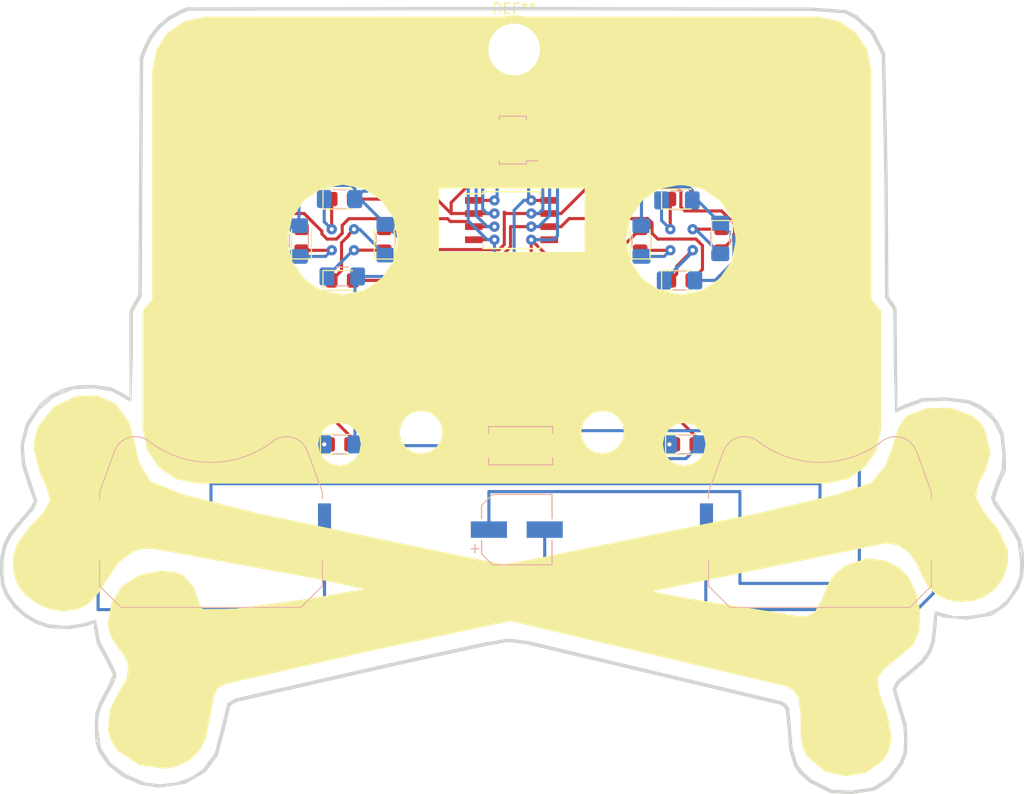
<source format=kicad_pcb>
(kicad_pcb (version 20171130) (host pcbnew "(5.0.0)")
  (layers (0 F.Cu signal) (31 B.Cu signal) (34 B.Paste user hide) (35 F.Paste user hide) (36 B.SilkS user) (37 F.SilkS user hide) (38 B.Mask user hide) (39 F.Mask user hide) (44 Edge.Cuts user))
  (net 0 "")
  (net 1 "Net-(D6-Pad1)")
  (net 2 "Net-(R56-Ohm1-Pad2)")
  (net 3 "Net-(D9-Pad1)")
  (net 4 "Net-(D5-Pad1)")
  (net 5 "Net-(D2-Pad1)")
  (net 6 "Net-(D3-Pad1)")
  (net 7 "Net-(D4-Pad1)")
  (net 8 "Net-(D1-Pad1)")
  (net 9 "Net-(D8-Pad1)")
  (net 10 "Net-(D7-Pad1)")
  (net 11 "Net-(D10-Pad1)")
  (net 12 "Net-(JPROGHEADER1-Pad2)")
  (net 13 "Net-(D3-Pad2)")
  (net 14 "Net-(D2-Pad2)")
  (net 15 "Net-(BT-2032-1-Pad2)")
  (net 16 "Net-(D1-Pad2)")
  (net 17 "Net-(D4-Pad2)")
  (net 18 "Net-(D10-Pad2)")
  (net 19 "Net-(C100uF1-Pad1)")
  (net 20 "Net-(BT-2032-1-Pad1)")
  (module Battery:BatteryHolder_Keystone_3034_1x20mm (layer B.Cu) (at 116.967 87.63)
    (fp_text reference BT-2032-2 hide)
    (fp_text value Battery_Cell)
    (pad 1 smd rect (at -10.985 0) (size 1.27 5.08) (layers B.Cu B.Paste B.Mask) (net 20 "Net-(BT-2032-1-Pad1)"))
    (pad 1 smd rect (at 10.985 0) (size 1.27 5.08) (layers B.Cu B.Paste B.Mask) (net 20 "Net-(BT-2032-1-Pad1)"))
    (pad 2 smd rect (at 0 0) (size 3.96 3.96) (layers B.Cu B.Paste B.Mask) (net 15 "Net-(BT-2032-1-Pad2)"))
  )
  (module Battery:BatteryHolder_Keystone_3034_1x20mm (layer B.Cu) (at 175.895 87.63)
    (fp_text reference BT-2032-1 hide)
    (fp_text value Battery_Cell)
    (pad 2 smd rect (at 0 0) (size 3.96 3.96) (layers B.Cu B.Paste B.Mask) (net 15 "Net-(BT-2032-1-Pad2)"))
    (pad 1 smd rect (at 10.985 0) (size 1.27 5.08) (layers B.Cu B.Paste B.Mask) (net 20 "Net-(BT-2032-1-Pad1)"))
    (pad 1 smd rect (at -10.985 0) (size 1.27 5.08) (layers B.Cu B.Paste B.Mask) (net 20 "Net-(BT-2032-1-Pad1)"))
  )
  (module Button_Switch_SMD:SW_SPST_EVQPE1 (layer B.Cu) (at 146.939 79.502)
    (fp_text reference SW-LEDGROUND1 hide)
    (fp_text value SW_SPST)
    (pad 2 smd rect (at 2.7 0) (size 2 1.6) (layers B.Cu B.Paste B.Mask) (net 15 "Net-(BT-2032-1-Pad2)"))
    (pad 1 smd rect (at -2.7 0) (size 2 1.6) (layers B.Cu B.Paste B.Mask) (net 2 "Net-(R56-Ohm1-Pad2)"))
  )
  (module Capacitor_SMD:CP_Elec_6.3x5.4_Nichicon (layer B.Cu) (at 146.558 87.63)
    (fp_text reference C100uF1 hide)
    (fp_text value CP1_Small)
    (pad 1 smd rect (at -2.7 0) (size 3.5 1.6) (layers B.Cu B.Paste B.Mask) (net 19 "Net-(C100uF1-Pad1)"))
    (pad 2 smd rect (at 2.7 0) (size 3.5 1.6) (layers B.Cu B.Paste B.Mask) (net 20 "Net-(BT-2032-1-Pad1)"))
  )
  (module Connector_PinSocket_1.00mm:PinSocket_2x04_P1.00mm_Vertical_SMD (layer B.Cu) (at 146.177 49.911)
    (fp_text reference JPROGHEADER1 hide)
    (fp_text value Conn_01x08_Male)
    (pad 1 smd rect (at 1.525 1.5) (size 1.85 0.5) (layers B.Cu B.Paste B.Mask) (net 19 "Net-(C100uF1-Pad1)"))
    (pad 2 smd rect (at -1.525 1.5) (size 1.85 0.5) (layers B.Cu B.Paste B.Mask) (net 12 "Net-(JPROGHEADER1-Pad2)"))
    (pad 3 smd rect (at 1.525 0.5) (size 1.85 0.5) (layers B.Cu B.Paste B.Mask) (net 18 "Net-(D10-Pad2)"))
    (pad 4 smd rect (at -1.525 0.5) (size 1.85 0.5) (layers B.Cu B.Paste B.Mask) (net 13 "Net-(D3-Pad2)"))
    (pad 5 smd rect (at 1.525 -0.5) (size 1.85 0.5) (layers B.Cu B.Paste B.Mask) (net 17 "Net-(D4-Pad2)"))
    (pad 6 smd rect (at -1.525 -0.5) (size 1.85 0.5) (layers B.Cu B.Paste B.Mask) (net 14 "Net-(D2-Pad2)"))
    (pad 7 smd rect (at 1.525 -1.5) (size 1.85 0.5) (layers B.Cu B.Paste B.Mask) (net 16 "Net-(D1-Pad2)"))
    (pad 8 smd rect (at -1.525 -1.5) (size 1.85 0.5) (layers B.Cu B.Paste B.Mask) (net 15 "Net-(BT-2032-1-Pad2)"))
  )
  (module LED_SMD:LED_0805_2012Metric_Pad1.15x1.40mm_HandSolder (layer F.Cu) (at 162.433 63.5)
    (fp_text reference D8 hide)
    (fp_text value LED)
    (pad 2 smd roundrect (at 1.025 0) (size 1.15 1.4) (layers F.Cu F.Paste F.Mask) (roundrect_rratio 0.217391) (net 17 "Net-(D4-Pad2)"))
    (pad 1 smd roundrect (at -1.025 0) (size 1.15 1.4) (layers F.Cu F.Paste F.Mask) (roundrect_rratio 0.217391) (net 9 "Net-(D8-Pad1)"))
  )
  (module LED_SMD:LED_0805_2012Metric_Pad1.15x1.40mm_HandSolder (layer F.Cu) (at 125.73 59.563 90)
    (fp_text reference D1 hide)
    (fp_text value LED)
    (pad 1 smd roundrect (at -1.025 0 90) (size 1.15 1.4) (layers F.Cu F.Paste F.Mask) (roundrect_rratio 0.217391) (net 8 "Net-(D1-Pad1)"))
    (pad 2 smd roundrect (at 1.025 0 90) (size 1.15 1.4) (layers F.Cu F.Paste F.Mask) (roundrect_rratio 0.217391) (net 16 "Net-(D1-Pad2)"))
  )
  (module LED_SMD:LED_0805_2012Metric_Pad1.15x1.40mm_HandSolder (layer F.Cu) (at 129.667 55.626)
    (fp_text reference D3 hide)
    (fp_text value LED)
    (pad 2 smd roundrect (at 1.025 0) (size 1.15 1.4) (layers F.Cu F.Paste F.Mask) (roundrect_rratio 0.217391) (net 13 "Net-(D3-Pad2)"))
    (pad 1 smd roundrect (at -1.025 0) (size 1.15 1.4) (layers F.Cu F.Paste F.Mask) (roundrect_rratio 0.217391) (net 6 "Net-(D3-Pad1)"))
  )
  (module LED_SMD:LED_0805_2012Metric_Pad1.15x1.40mm_HandSolder (layer F.Cu) (at 129.667 63.5)
    (fp_text reference D4 hide)
    (fp_text value LED)
    (pad 1 smd roundrect (at -1.025 0) (size 1.15 1.4) (layers F.Cu F.Paste F.Mask) (roundrect_rratio 0.217391) (net 7 "Net-(D4-Pad1)"))
    (pad 2 smd roundrect (at 1.025 0) (size 1.15 1.4) (layers F.Cu F.Paste F.Mask) (roundrect_rratio 0.217391) (net 17 "Net-(D4-Pad2)"))
  )
  (module LED_SMD:LED_0805_2012Metric_Pad1.15x1.40mm_HandSolder (layer F.Cu) (at 133.731 59.572 90)
    (fp_text reference D5 hide)
    (fp_text value LED)
    (pad 2 smd roundrect (at 1.025 0 90) (size 1.15 1.4) (layers F.Cu F.Paste F.Mask) (roundrect_rratio 0.217391) (net 18 "Net-(D10-Pad2)"))
    (pad 1 smd roundrect (at -1.025 0 90) (size 1.15 1.4) (layers F.Cu F.Paste F.Mask) (roundrect_rratio 0.217391) (net 4 "Net-(D5-Pad1)"))
  )
  (module LED_SMD:LED_0805_2012Metric_Pad1.15x1.40mm_HandSolder (layer F.Cu) (at 158.496 59.563 90)
    (fp_text reference D6 hide)
    (fp_text value LED)
    (pad 1 smd roundrect (at -1.025 0 90) (size 1.15 1.4) (layers F.Cu F.Paste F.Mask) (roundrect_rratio 0.217391) (net 1 "Net-(D6-Pad1)"))
    (pad 2 smd roundrect (at 1.025 0 90) (size 1.15 1.4) (layers F.Cu F.Paste F.Mask) (roundrect_rratio 0.217391) (net 16 "Net-(D1-Pad2)"))
  )
  (module LED_SMD:LED_0805_2012Metric_Pad1.15x1.40mm_HandSolder (layer F.Cu) (at 162.433 55.626)
    (fp_text reference D7 hide)
    (fp_text value LED)
    (pad 2 smd roundrect (at 1.025 0) (size 1.15 1.4) (layers F.Cu F.Paste F.Mask) (roundrect_rratio 0.217391) (net 13 "Net-(D3-Pad2)"))
    (pad 1 smd roundrect (at -1.025 0) (size 1.15 1.4) (layers F.Cu F.Paste F.Mask) (roundrect_rratio 0.217391) (net 10 "Net-(D7-Pad1)"))
  )
  (module LED_SMD:LED_0805_2012Metric_Pad1.15x1.40mm_HandSolder (layer F.Cu) (at 166.37 59.563 270)
    (fp_text reference D10 hide)
    (fp_text value LED)
    (pad 1 smd roundrect (at -1.025 0 270) (size 1.15 1.4) (layers F.Cu F.Paste F.Mask) (roundrect_rratio 0.217391) (net 11 "Net-(D10-Pad1)"))
    (pad 2 smd roundrect (at 1.025 0 270) (size 1.15 1.4) (layers F.Cu F.Paste F.Mask) (roundrect_rratio 0.217391) (net 18 "Net-(D10-Pad2)"))
  )
  (module LED_SMD:LED_0805_2012Metric_Pad1.15x1.40mm_HandSolder (layer F.Cu) (at 162.814 79.375)
    (fp_text reference D9 hide)
    (fp_text value LED)
    (pad 2 smd roundrect (at 1.025 0) (size 1.15 1.4) (layers F.Cu F.Paste F.Mask) (roundrect_rratio 0.217391) (net 14 "Net-(D2-Pad2)"))
    (pad 1 smd roundrect (at -1.025 0) (size 1.15 1.4) (layers F.Cu F.Paste F.Mask) (roundrect_rratio 0.217391) (net 3 "Net-(D9-Pad1)"))
  )
  (module LED_SMD:LED_0805_2012Metric_Pad1.15x1.40mm_HandSolder (layer F.Cu) (at 129.413 79.375)
    (fp_text reference D2 hide)
    (fp_text value LED)
    (pad 1 smd roundrect (at -1.025 0) (size 1.15 1.4) (layers F.Cu F.Paste F.Mask) (roundrect_rratio 0.217391) (net 5 "Net-(D2-Pad1)"))
    (pad 2 smd roundrect (at 1.025 0) (size 1.15 1.4) (layers F.Cu F.Paste F.Mask) (roundrect_rratio 0.217391) (net 14 "Net-(D2-Pad2)"))
  )
  (module Package_SO:SOIJ-8_5.3x5.3mm_P1.27mm (layer F.Cu) (at 146.05 57.658)
    (fp_text reference U1 (at 0 -3.68) (layer F.SilkS))
    (fp_text value ATtiny85V-10SU)
    (pad 1 smd rect (at -3.65 -1.905) (size 1.7 0.65) (layers F.Cu F.Paste F.Mask) (net 12 "Net-(JPROGHEADER1-Pad2)"))
    (pad 2 smd rect (at -3.65 -0.635) (size 1.7 0.65) (layers F.Cu F.Paste F.Mask) (net 13 "Net-(D3-Pad2)"))
    (pad 3 smd rect (at -3.65 0.635) (size 1.7 0.65) (layers F.Cu F.Paste F.Mask) (net 14 "Net-(D2-Pad2)"))
    (pad 4 smd rect (at -3.65 1.905) (size 1.7 0.65) (layers F.Cu F.Paste F.Mask) (net 15 "Net-(BT-2032-1-Pad2)"))
    (pad 5 smd rect (at 3.65 1.905) (size 1.7 0.65) (layers F.Cu F.Paste F.Mask) (net 16 "Net-(D1-Pad2)"))
    (pad 6 smd rect (at 3.65 0.635) (size 1.7 0.65) (layers F.Cu F.Paste F.Mask) (net 17 "Net-(D4-Pad2)"))
    (pad 7 smd rect (at 3.65 -0.635) (size 1.7 0.65) (layers F.Cu F.Paste F.Mask) (net 18 "Net-(D10-Pad2)"))
    (pad 8 smd rect (at 3.65 -1.905) (size 1.7 0.65) (layers F.Cu F.Paste F.Mask) (net 19 "Net-(C100uF1-Pad1)"))
  )
  (module Resistor_SMD:R_1206_3216Metric_Pad1.42x1.75mm_HandSolder (layer B.Cu) (at 166.243 59.436 90)
    (fp_text reference R56-Ohm10 hide)
    (fp_text value R_Small)
    (pad 2 smd roundrect (at 1.4875 0 90) (size 1.425 1.75) (layers B.Cu B.Paste B.Mask) (roundrect_rratio 0.175439) (net 2 "Net-(R56-Ohm1-Pad2)"))
    (pad 1 smd roundrect (at -1.4875 0 90) (size 1.425 1.75) (layers B.Cu B.Paste B.Mask) (roundrect_rratio 0.175439) (net 11 "Net-(D10-Pad1)"))
  )
  (module Resistor_SMD:R_1206_3216Metric_Pad1.42x1.75mm_HandSolder (layer B.Cu) (at 162.052 55.753)
    (fp_text reference R56-Ohm8 hide)
    (fp_text value R_Small)
    (pad 1 smd roundrect (at -1.4875 0) (size 1.425 1.75) (layers B.Cu B.Paste B.Mask) (roundrect_rratio 0.175439) (net 10 "Net-(D7-Pad1)"))
    (pad 2 smd roundrect (at 1.4875 0) (size 1.425 1.75) (layers B.Cu B.Paste B.Mask) (roundrect_rratio 0.175439) (net 2 "Net-(R56-Ohm1-Pad2)"))
  )
  (module Resistor_SMD:R_1206_3216Metric_Pad1.42x1.75mm_HandSolder (layer B.Cu) (at 162.306 63.5)
    (fp_text reference R56-Ohm9 hide)
    (fp_text value R_Small)
    (pad 2 smd roundrect (at 1.4875 0) (size 1.425 1.75) (layers B.Cu B.Paste B.Mask) (roundrect_rratio 0.175439) (net 2 "Net-(R56-Ohm1-Pad2)"))
    (pad 1 smd roundrect (at -1.4875 0) (size 1.425 1.75) (layers B.Cu B.Paste B.Mask) (roundrect_rratio 0.175439) (net 9 "Net-(D8-Pad1)"))
  )
  (module Resistor_SMD:R_1206_3216Metric_Pad1.42x1.75mm_HandSolder (layer B.Cu) (at 125.476 59.69 90)
    (fp_text reference R56-Ohm1 hide)
    (fp_text value R_Small)
    (pad 1 smd roundrect (at -1.4875 0 90) (size 1.425 1.75) (layers B.Cu B.Paste B.Mask) (roundrect_rratio 0.175439) (net 8 "Net-(D1-Pad1)"))
    (pad 2 smd roundrect (at 1.4875 0 90) (size 1.425 1.75) (layers B.Cu B.Paste B.Mask) (roundrect_rratio 0.175439) (net 2 "Net-(R56-Ohm1-Pad2)"))
  )
  (module Resistor_SMD:R_1206_3216Metric_Pad1.42x1.75mm_HandSolder (layer B.Cu) (at 133.858 59.563 90)
    (fp_text reference R56-Ohm2 hide)
    (fp_text value R_Small)
    (pad 2 smd roundrect (at 1.4875 0 90) (size 1.425 1.75) (layers B.Cu B.Paste B.Mask) (roundrect_rratio 0.175439) (net 2 "Net-(R56-Ohm1-Pad2)"))
    (pad 1 smd roundrect (at -1.4875 0 90) (size 1.425 1.75) (layers B.Cu B.Paste B.Mask) (roundrect_rratio 0.175439) (net 7 "Net-(D4-Pad1)"))
  )
  (module Resistor_SMD:R_1206_3216Metric_Pad1.42x1.75mm_HandSolder (layer B.Cu) (at 129.413 55.626)
    (fp_text reference R56-Ohm3 hide)
    (fp_text value R_Small)
    (pad 1 smd roundrect (at -1.4875 0) (size 1.425 1.75) (layers B.Cu B.Paste B.Mask) (roundrect_rratio 0.175439) (net 6 "Net-(D3-Pad1)"))
    (pad 2 smd roundrect (at 1.4875 0) (size 1.425 1.75) (layers B.Cu B.Paste B.Mask) (roundrect_rratio 0.175439) (net 2 "Net-(R56-Ohm1-Pad2)"))
  )
  (module Resistor_SMD:R_1206_3216Metric_Pad1.42x1.75mm_HandSolder (layer B.Cu) (at 129.413 79.375)
    (fp_text reference R56-Ohm4 hide)
    (fp_text value R_Small)
    (pad 2 smd roundrect (at 1.4875 0) (size 1.425 1.75) (layers B.Cu B.Paste B.Mask) (roundrect_rratio 0.175439) (net 2 "Net-(R56-Ohm1-Pad2)"))
    (pad 1 smd roundrect (at -1.4875 0) (size 1.425 1.75) (layers B.Cu B.Paste B.Mask) (roundrect_rratio 0.175439) (net 5 "Net-(D2-Pad1)"))
  )
  (module Resistor_SMD:R_1206_3216Metric_Pad1.42x1.75mm_HandSolder (layer B.Cu) (at 129.667 63.119)
    (fp_text reference R56-Ohm5 hide)
    (fp_text value R_Small)
    (pad 1 smd roundrect (at -1.4875 0) (size 1.425 1.75) (layers B.Cu B.Paste B.Mask) (roundrect_rratio 0.175439) (net 4 "Net-(D5-Pad1)"))
    (pad 2 smd roundrect (at 1.4875 0) (size 1.425 1.75) (layers B.Cu B.Paste B.Mask) (roundrect_rratio 0.175439) (net 2 "Net-(R56-Ohm1-Pad2)"))
  )
  (module Resistor_SMD:R_1206_3216Metric_Pad1.42x1.75mm_HandSolder (layer B.Cu) (at 162.814 79.375)
    (fp_text reference R56-Ohm6 hide)
    (fp_text value R_Small)
    (pad 2 smd roundrect (at 1.4875 0) (size 1.425 1.75) (layers B.Cu B.Paste B.Mask) (roundrect_rratio 0.175439) (net 2 "Net-(R56-Ohm1-Pad2)"))
    (pad 1 smd roundrect (at -1.4875 0) (size 1.425 1.75) (layers B.Cu B.Paste B.Mask) (roundrect_rratio 0.175439) (net 3 "Net-(D9-Pad1)"))
  )
  (module Resistor_SMD:R_1206_3216Metric_Pad1.42x1.75mm_HandSolder (layer B.Cu) (at 158.623 59.69 90)
    (fp_text reference R56-Ohm7 hide)
    (fp_text value R_Small)
    (pad 1 smd roundrect (at -1.4875 0 90) (size 1.425 1.75) (layers B.Cu B.Paste B.Mask) (roundrect_rratio 0.175439) (net 1 "Net-(D6-Pad1)"))
    (pad 2 smd roundrect (at 1.4875 0 90) (size 1.425 1.75) (layers B.Cu B.Paste B.Mask) (roundrect_rratio 0.175439) (net 2 "Net-(R56-Ohm1-Pad2)"))
  )
  (module TestPoint:TestPoint_Plated_Hole_D5.0mm (layer F.Cu) (at 146.304 41.148)
    (fp_text reference REF** (at 0 -3.948) (layer F.SilkS))
    (fp_text value TestPoint_Plated_Hole_D5.0mm)
    (pad 1 thru_hole circle (at 0 0) (size 6 6) (drill 5) (layers *.Cu *.Mask))
  )
  (gr_poly (pts (xy 132.5 93.4) (xy 145.3 91.1) (xy 158.8 93.6) (xy 145.9 96.4) (xy 132.6 93.4)) (layer F.SilkS) (width 0.15))
  (gr_line (start 166.401881 92.125267) (end 166.401881 86.847915) (layer F.SilkS) (width 0.2))
  (gr_line (start 168.901872 86.336162) (end 168.901872 91.61083) (layer F.SilkS) (width 0.2))
  (gr_line (start 168.701877 86.377107) (end 168.701877 91.651988) (layer F.SilkS) (width 0.2))
  (gr_line (start 166.601876 92.084109) (end 166.601876 86.806971) (layer F.SilkS) (width 0.2))
  (gr_line (start 167.801881 91.837183) (end 167.801881 86.561339) (layer F.SilkS) (width 0.2))
  (gr_line (start 169.101878 86.29523) (end 169.101878 91.569684) (layer F.SilkS) (width 0.2))
  (gr_line (start 168.10188 86.499928) (end 168.10188 91.775451) (layer F.SilkS) (width 0.2))
  (gr_line (start 167.901873 86.540861) (end 167.901873 91.816598) (layer F.SilkS) (width 0.2))
  (gr_line (start 166.701879 86.786504) (end 166.701879 92.063536) (layer F.SilkS) (width 0.2))
  (gr_line (start 169.90187 86.131475) (end 169.90187 91.405062) (layer F.SilkS) (width 0.2))
  (gr_line (start 167.001877 92.001804) (end 167.001877 86.725093) (layer F.SilkS) (width 0.2))
  (gr_line (start 169.801879 91.425635) (end 169.801879 86.151942) (layer F.SilkS) (width 0.2))
  (gr_line (start 166.301877 86.868381) (end 166.301877 92.145841) (layer F.SilkS) (width 0.2))
  (gr_line (start 166.001879 92.207572) (end 166.001879 86.929792) (layer F.SilkS) (width 0.2))
  (gr_line (start 169.50188 86.213352) (end 169.50188 91.487367) (layer F.SilkS) (width 0.2))
  (gr_line (start 164.901876 87.154957) (end 164.901876 92.433925) (layer F.SilkS) (width 0.2))
  (gr_line (start 169.301873 86.254285) (end 169.301873 91.528513) (layer F.SilkS) (width 0.2))
  (gr_line (start 169.001875 91.590257) (end 169.001875 86.315696) (layer F.SilkS) (width 0.2))
  (gr_line (start 168.80188 91.631403) (end 168.80188 86.356628) (layer F.SilkS) (width 0.2))
  (gr_line (start 168.601873 91.672562) (end 168.601873 86.397573) (layer F.SilkS) (width 0.2))
  (gr_line (start 168.501882 86.418051) (end 168.501882 91.693147) (layer F.SilkS) (width 0.2))
  (gr_line (start 166.501872 86.827437) (end 166.501872 92.104682) (layer F.SilkS) (width 0.2))
  (gr_line (start 165.301878 87.07308) (end 165.301878 92.35162) (layer F.SilkS) (width 0.2))
  (gr_line (start 168.401878 91.71372) (end 168.401878 86.438518) (layer F.SilkS) (width 0.2))
  (gr_line (start 168.301875 86.458984) (end 168.301875 91.734293) (layer F.SilkS) (width 0.2))
  (gr_line (start 167.701878 86.581805) (end 167.701878 91.857756) (layer F.SilkS) (width 0.2))
  (gr_line (start 167.101881 86.704627) (end 167.101881 91.981231) (layer F.SilkS) (width 0.2))
  (gr_line (start 167.501871 86.62275) (end 167.501871 91.898926) (layer F.SilkS) (width 0.2))
  (gr_line (start 165.00188 92.413352) (end 165.00188 87.134491) (layer F.SilkS) (width 0.2))
  (gr_line (start 165.801872 92.248731) (end 165.801872 86.970725) (layer F.SilkS) (width 0.2))
  (gr_line (start 166.201874 92.166426) (end 166.201874 86.88886) (layer F.SilkS) (width 0.2))
  (gr_line (start 165.201875 92.372194) (end 165.201875 87.093547) (layer F.SilkS) (width 0.2))
  (gr_line (start 165.401882 92.331035) (end 165.401882 87.052602) (layer F.SilkS) (width 0.2))
  (gr_line (start 168.001876 91.796025) (end 168.001876 86.520395) (layer F.SilkS) (width 0.2))
  (gr_line (start 167.601874 91.878341) (end 167.601874 86.602284) (layer F.SilkS) (width 0.2))
  (gr_line (start 167.401879 91.919488) (end 167.401879 86.643204) (layer F.SilkS) (width 0.2))
  (gr_line (start 167.301876 86.663683) (end 167.301876 91.940073) (layer F.SilkS) (width 0.2))
  (gr_line (start 165.501873 87.032136) (end 165.501873 92.310462) (layer F.SilkS) (width 0.2))
  (gr_line (start 166.10187 86.909326) (end 166.10187 92.186999) (layer F.SilkS) (width 0.2))
  (gr_line (start 167.201872 91.960646) (end 167.201872 86.684149) (layer F.SilkS) (width 0.2))
  (gr_line (start 166.801871 92.042963) (end 166.801871 86.766038) (layer F.SilkS) (width 0.2))
  (gr_line (start 164.801873 92.45451) (end 164.801873 87.175436) (layer F.SilkS) (width 0.2))
  (gr_line (start 166.901874 86.74556) (end 166.901874 92.022378) (layer F.SilkS) (width 0.2))
  (gr_line (start 165.70188 86.991203) (end 165.70188 92.269316) (layer F.SilkS) (width 0.2))
  (gr_line (start 169.701875 86.172408) (end 169.701875 91.446209) (layer F.SilkS) (width 0.2))
  (gr_line (start 165.901875 86.950259) (end 165.901875 92.228145) (layer F.SilkS) (width 0.2))
  (gr_line (start 168.201871 91.754878) (end 168.201871 86.479462) (layer F.SilkS) (width 0.2))
  (gr_line (start 169.601872 91.466794) (end 169.601872 86.192886) (layer F.SilkS) (width 0.2))
  (gr_line (start 165.601877 92.289889) (end 165.601877 87.011669) (layer F.SilkS) (width 0.2))
  (gr_line (start 165.101871 87.114025) (end 165.101871 92.392779) (layer F.SilkS) (width 0.2))
  (gr_line (start 169.401877 91.50794) (end 169.401877 86.233819) (layer F.SilkS) (width 0.2))
  (gr_line (start 169.201882 91.549098) (end 169.201882 86.274763) (layer F.SilkS) (width 0.2))
  (gr_line (start 163.201877 92.783741) (end 163.201877 87.502944) (layer F.SilkS) (width 0.2))
  (gr_line (start 162.901879 87.564355) (end 162.901879 92.845473) (layer F.SilkS) (width 0.2))
  (gr_line (start 162.001872 93.030667) (end 162.001872 87.748576) (layer F.SilkS) (width 0.2))
  (gr_line (start 161.801877 93.071826) (end 161.801877 87.78952) (layer F.SilkS) (width 0.2))
  (gr_line (start 161.001873 93.236447) (end 161.001873 87.953286) (layer F.SilkS) (width 0.2))
  (gr_line (start 158.701877 99.408735) (end 158.701877 93.709738) (layer F.SilkS) (width 0.2))
  (gr_line (start 159.101879 88.342206) (end 159.101879 93.627422) (layer F.SilkS) (width 0.2))
  (gr_line (start 158.80188 99.432408) (end 158.80188 93.689153) (layer F.SilkS) (width 0.2))
  (gr_line (start 161.101876 87.932808) (end 161.101876 93.215862) (layer F.SilkS) (width 0.2))
  (gr_line (start 160.001874 93.442227) (end 160.001874 88.157985) (layer F.SilkS) (width 0.2))
  (gr_line (start 160.201881 93.401069) (end 160.201881 88.117041) (layer F.SilkS) (width 0.2))
  (gr_line (start 159.601872 93.524532) (end 159.601872 88.239862) (layer F.SilkS) (width 0.2))
  (gr_line (start 160.701874 88.014685) (end 160.701874 93.298179) (layer F.SilkS) (width 0.2))
  (gr_line (start 164.501875 87.236835) (end 164.501875 92.51623) (layer F.SilkS) (width 0.2))
  (gr_line (start 158.901872 88.38315) (end 158.901872 93.593604) (layer F.SilkS) (width 0.2))
  (gr_line (start 164.401871 92.536815) (end 164.401871 87.257313) (layer F.SilkS) (width 0.2))
  (gr_line (start 164.201876 92.577973) (end 164.201876 87.298257) (layer F.SilkS) (width 0.2))
  (gr_line (start 163.601879 92.701436) (end 163.601879 87.421067) (layer F.SilkS) (width 0.2))
  (gr_line (start 159.301874 88.301273) (end 159.301874 93.586263) (layer F.SilkS) (width 0.2))
  (gr_line (start 163.501876 87.441533) (end 163.501876 92.72201) (layer F.SilkS) (width 0.2))
  (gr_line (start 163.401872 92.742595) (end 163.401872 87.462012) (layer F.SilkS) (width 0.2))
  (gr_line (start 163.101874 87.523411) (end 163.101874 92.804314) (layer F.SilkS) (width 0.2))
  (gr_line (start 162.101875 87.728109) (end 162.101875 93.010094) (layer F.SilkS) (width 0.2))
  (gr_line (start 159.701876 88.219384) (end 159.701876 93.503947) (layer F.SilkS) (width 0.2))
  (gr_line (start 162.401874 92.948363) (end 162.401874 87.666699) (layer F.SilkS) (width 0.2))
  (gr_line (start 161.401875 93.154142) (end 161.401875 87.871409) (layer F.SilkS) (width 0.2))
  (gr_line (start 160.501879 88.05563) (end 160.501879 93.339337) (layer F.SilkS) (width 0.2))
  (gr_line (start 159.901871 88.178451) (end 159.901871 93.4628) (layer F.SilkS) (width 0.2))
  (gr_line (start 158.80188 88.403617) (end 158.80188 93.574991) (layer F.SilkS) (width 0.2))
  (gr_line (start 162.60188 92.907204) (end 162.60188 87.625766) (layer F.SilkS) (width 0.2))
  (gr_line (start 160.101878 88.137507) (end 160.101878 93.421642) (layer F.SilkS) (width 0.2))
  (gr_line (start 162.30187 87.687177) (end 162.30187 92.968948) (layer F.SilkS) (width 0.2))
  (gr_line (start 160.801878 93.277605) (end 160.801878 87.994219) (layer F.SilkS) (width 0.2))
  (gr_line (start 161.90188 87.769054) (end 161.90188 93.051252) (layer F.SilkS) (width 0.2))
  (gr_line (start 161.501878 87.850931) (end 161.501878 93.133557) (layer F.SilkS) (width 0.2))
  (gr_line (start 159.501881 88.260329) (end 159.501881 93.545105) (layer F.SilkS) (width 0.2))
  (gr_line (start 159.001875 99.479779) (end 159.001875 93.647995) (layer F.SilkS) (width 0.2))
  (gr_line (start 161.301871 87.891876) (end 161.301871 93.174716) (layer F.SilkS) (width 0.2))
  (gr_line (start 159.20187 93.606836) (end 159.20187 88.321739) (layer F.SilkS) (width 0.2))
  (gr_line (start 159.001875 88.362672) (end 159.001875 93.612205) (layer F.SilkS) (width 0.2))
  (gr_line (start 158.901872 99.456093) (end 158.901872 93.668568) (layer F.SilkS) (width 0.2))
  (gr_line (start 160.401876 93.35991) (end 160.401876 88.076096) (layer F.SilkS) (width 0.2))
  (gr_line (start 164.30188 87.277779) (end 164.30188 92.557388) (layer F.SilkS) (width 0.2))
  (gr_line (start 160.601871 93.318752) (end 160.601871 88.035152) (layer F.SilkS) (width 0.2))
  (gr_line (start 163.801874 92.660278) (end 163.801874 87.380123) (layer F.SilkS) (width 0.2))
  (gr_line (start 161.601882 93.112984) (end 161.601882 87.830465) (layer F.SilkS) (width 0.2))
  (gr_line (start 162.701872 87.6053) (end 162.701872 92.886631) (layer F.SilkS) (width 0.2))
  (gr_line (start 163.00187 92.8249) (end 163.00187 87.543889) (layer F.SilkS) (width 0.2))
  (gr_line (start 160.901881 87.973753) (end 160.901881 93.25702) (layer F.SilkS) (width 0.2))
  (gr_line (start 164.101873 87.318724) (end 164.101873 92.598558) (layer F.SilkS) (width 0.2))
  (gr_line (start 163.901878 87.359656) (end 163.901878 92.639705) (layer F.SilkS) (width 0.2))
  (gr_line (start 162.501877 87.646232) (end 162.501877 92.927789) (layer F.SilkS) (width 0.2))
  (gr_line (start 162.801875 92.866058) (end 162.801875 87.584833) (layer F.SilkS) (width 0.2))
  (gr_line (start 163.701871 87.400601) (end 163.701871 92.680863) (layer F.SilkS) (width 0.2))
  (gr_line (start 159.401877 93.56569) (end 159.401877 88.280807) (layer F.SilkS) (width 0.2))
  (gr_line (start 164.701881 87.195902) (end 164.701881 92.475083) (layer F.SilkS) (width 0.2))
  (gr_line (start 159.801879 93.483373) (end 159.801879 88.198918) (layer F.SilkS) (width 0.2))
  (gr_line (start 160.301873 88.096574) (end 160.301873 93.380495) (layer F.SilkS) (width 0.2))
  (gr_line (start 161.20188 93.195289) (end 161.20188 87.912342) (layer F.SilkS) (width 0.2))
  (gr_line (start 164.601878 92.495657) (end 164.601878 87.216368) (layer F.SilkS) (width 0.2))
  (gr_line (start 162.201879 92.989521) (end 162.201879 87.707643) (layer F.SilkS) (width 0.2))
  (gr_line (start 161.701873 87.809998) (end 161.701873 93.092411) (layer F.SilkS) (width 0.2))
  (gr_line (start 164.001881 92.61912) (end 164.001881 87.339178) (layer F.SilkS) (width 0.2))
  (gr_line (start 163.301881 87.482478) (end 163.301881 92.763168) (layer F.SilkS) (width 0.2))
  (gr_line (start 157.701878 88.628782) (end 157.701878 93.370244) (layer F.SilkS) (width 0.2))
  (gr_line (start 157.40188 88.690193) (end 157.40188 93.314404) (layer F.SilkS) (width 0.2))
  (gr_line (start 156.601876 98.911402) (end 156.601876 94.141847) (layer F.SilkS) (width 0.2))
  (gr_line (start 155.701881 89.038179) (end 155.701881 92.99799) (layer F.SilkS) (width 0.2))
  (gr_line (start 155.501874 98.650899) (end 155.501874 94.3682) (layer F.SilkS) (width 0.2))
  (gr_line (start 158.50187 99.361364) (end 158.50187 93.750885) (layer F.SilkS) (width 0.2))
  (gr_line (start 158.50187 88.465027) (end 158.50187 93.519151) (layer F.SilkS) (width 0.2))
  (gr_line (start 158.10188 88.546905) (end 158.10188 93.444698) (layer F.SilkS) (width 0.2))
  (gr_line (start 157.101881 88.751603) (end 157.101881 93.258576) (layer F.SilkS) (width 0.2))
  (gr_line (start 158.401878 88.485494) (end 158.401878 93.500537) (layer F.SilkS) (width 0.2))
  (gr_line (start 157.601875 99.148232) (end 157.601875 93.936079) (layer F.SilkS) (width 0.2))
  (gr_line (start 156.101871 88.956302) (end 156.101871 93.072443) (layer F.SilkS) (width 0.2))
  (gr_line (start 158.301875 99.314005) (end 158.301875 93.792043) (layer F.SilkS) (width 0.2))
  (gr_line (start 157.301876 99.077176) (end 157.301876 93.997811) (layer F.SilkS) (width 0.2))
  (gr_line (start 156.001879 88.976769) (end 156.001879 93.05383) (layer F.SilkS) (width 0.2))
  (gr_line (start 157.501871 88.669726) (end 157.501871 93.33303) (layer F.SilkS) (width 0.2))
  (gr_line (start 158.001877 88.567371) (end 158.001877 93.426084) (layer F.SilkS) (width 0.2))
  (gr_line (start 158.301875 88.50596) (end 158.301875 93.481924) (layer F.SilkS) (width 0.2))
  (gr_line (start 157.001878 99.006131) (end 157.001878 94.059542) (layer F.SilkS) (width 0.2))
  (gr_line (start 158.201872 99.29032) (end 158.201872 93.812616) (layer F.SilkS) (width 0.2))
  (gr_line (start 158.10188 99.266634) (end 158.10188 93.833189) (layer F.SilkS) (width 0.2))
  (gr_line (start 158.001877 99.242949) (end 158.001877 93.853763) (layer F.SilkS) (width 0.2))
  (gr_line (start 156.901874 88.792548) (end 156.901874 93.22135) (layer F.SilkS) (width 0.2))
  (gr_line (start 157.801882 99.19559) (end 157.801882 93.894921) (layer F.SilkS) (width 0.2))
  (gr_line (start 157.701878 99.171905) (end 157.701878 93.915494) (layer F.SilkS) (width 0.2))
  (gr_line (start 156.301877 98.840358) (end 156.301877 94.203579) (layer F.SilkS) (width 0.2))
  (gr_line (start 157.201873 99.053502) (end 157.201873 94.018396) (layer F.SilkS) (width 0.2))
  (gr_line (start 157.201873 88.731137) (end 157.201873 93.27719) (layer F.SilkS) (width 0.2))
  (gr_line (start 156.301877 88.915358) (end 156.301877 93.109658) (layer F.SilkS) (width 0.2))
  (gr_line (start 155.801872 89.017713) (end 155.801872 93.016603) (layer F.SilkS) (width 0.2))
  (gr_line (start 157.101881 99.029817) (end 157.101881 94.038969) (layer F.SilkS) (width 0.2))
  (gr_line (start 155.701881 98.698269) (end 155.701881 94.327054) (layer F.SilkS) (width 0.2))
  (gr_line (start 155.801872 98.721943) (end 155.801872 94.306469) (layer F.SilkS) (width 0.2))
  (gr_line (start 157.901873 99.219276) (end 157.901873 93.874348) (layer F.SilkS) (width 0.2))
  (gr_line (start 157.901873 88.587849) (end 157.901873 93.407483) (layer F.SilkS) (width 0.2))
  (gr_line (start 157.801882 88.608315) (end 157.801882 93.388858) (layer F.SilkS) (width 0.2))
  (gr_line (start 157.501871 99.124546) (end 157.501871 93.956664) (layer F.SilkS) (width 0.2))
  (gr_line (start 156.801871 88.813014) (end 156.801871 93.202737) (layer F.SilkS) (width 0.2))
  (gr_line (start 156.501872 88.874425) (end 156.501872 93.146897) (layer F.SilkS) (width 0.2))
  (gr_line (start 156.101871 98.792999) (end 156.101871 94.244749) (layer F.SilkS) (width 0.2))
  (gr_line (start 157.40188 99.100861) (end 157.40188 93.977238) (layer F.SilkS) (width 0.2))
  (gr_line (start 156.701879 98.935087) (end 156.701879 94.121274) (layer F.SilkS) (width 0.2))
  (gr_line (start 157.301876 88.710659) (end 157.301876 93.295791) (layer F.SilkS) (width 0.2))
  (gr_line (start 155.601877 89.058646) (end 155.601877 92.979377) (layer F.SilkS) (width 0.2))
  (gr_line (start 156.701879 88.833481) (end 156.701879 93.184123) (layer F.SilkS) (width 0.2))
  (gr_line (start 156.201874 88.935836) (end 156.201874 93.091057) (layer F.SilkS) (width 0.2))
  (gr_line (start 157.001878 88.77207) (end 157.001878 93.239951) (layer F.SilkS) (width 0.2))
  (gr_line (start 156.401881 98.864043) (end 156.401881 94.183005) (layer F.SilkS) (width 0.2))
  (gr_line (start 156.901874 98.982446) (end 156.901874 94.080116) (layer F.SilkS) (width 0.2))
  (gr_line (start 156.601876 88.853947) (end 156.601876 93.165498) (layer F.SilkS) (width 0.2))
  (gr_line (start 156.401881 88.894891) (end 156.401881 93.128283) (layer F.SilkS) (width 0.2))
  (gr_line (start 155.601877 98.674584) (end 155.601877 94.347627) (layer F.SilkS) (width 0.2))
  (gr_line (start 156.001879 98.769314) (end 156.001879 94.265322) (layer F.SilkS) (width 0.2))
  (gr_line (start 155.901876 98.745628) (end 155.901876 94.285895) (layer F.SilkS) (width 0.2))
  (gr_line (start 156.801871 98.958773) (end 156.801871 94.100701) (layer F.SilkS) (width 0.2))
  (gr_line (start 156.501872 98.887728) (end 156.501872 94.162432) (layer F.SilkS) (width 0.2))
  (gr_line (start 157.601875 88.64926) (end 157.601875 93.351643) (layer F.SilkS) (width 0.2))
  (gr_line (start 155.901876 88.997235) (end 155.901876 93.035205) (layer F.SilkS) (width 0.2))
  (gr_line (start 158.701877 88.424083) (end 158.701877 93.556377) (layer F.SilkS) (width 0.2))
  (gr_line (start 158.601873 99.385049) (end 158.601873 93.730311) (layer F.SilkS) (width 0.2))
  (gr_line (start 158.601873 88.444561) (end 158.601873 93.537764) (layer F.SilkS) (width 0.2))
  (gr_line (start 156.201874 98.816672) (end 156.201874 94.224164) (layer F.SilkS) (width 0.2))
  (gr_line (start 158.401878 99.337679) (end 158.401878 93.771458) (layer F.SilkS) (width 0.2))
  (gr_line (start 158.201872 88.526438) (end 158.201872 93.463311) (layer F.SilkS) (width 0.2))
  (gr_line (start 153.001871 98.058849) (end 153.001871 94.883386) (layer F.SilkS) (width 0.2))
  (gr_line (start 154.30188 89.324755) (end 154.30188 92.737404) (layer F.SilkS) (width 0.2))
  (gr_line (start 154.201876 98.343037) (end 154.201876 94.635711) (layer F.SilkS) (width 0.2))
  (gr_line (start 154.001881 98.295666) (end 154.001881 94.676858) (layer F.SilkS) (width 0.2))
  (gr_line (start 153.001871 89.590865) (end 153.001871 92.495443) (layer F.SilkS) (width 0.2))
  (gr_line (start 153.801875 98.248307) (end 153.801875 94.718016) (layer F.SilkS) (width 0.2))
  (gr_line (start 153.701871 98.224622) (end 153.701871 94.738601) (layer F.SilkS) (width 0.2))
  (gr_line (start 153.60188 89.468043) (end 153.60188 92.607111) (layer F.SilkS) (width 0.2))
  (gr_line (start 153.101874 98.082534) (end 153.101874 94.862076) (layer F.SilkS) (width 0.2))
  (gr_line (start 152.401874 89.713687) (end 152.401874 92.383763) (layer F.SilkS) (width 0.2))
  (gr_line (start 152.501877 89.693208) (end 152.501877 92.402376) (layer F.SilkS) (width 0.2))
  (gr_line (start 153.101874 89.570399) (end 153.101874 92.514056) (layer F.SilkS) (width 0.2))
  (gr_line (start 152.401874 97.91676) (end 152.401874 95.011291) (layer F.SilkS) (width 0.2))
  (gr_line (start 152.701872 97.987804) (end 152.701872 94.947339) (layer F.SilkS) (width 0.2))
  (gr_line (start 152.801876 98.01149) (end 152.801876 94.926029) (layer F.SilkS) (width 0.2))
  (gr_line (start 153.501876 89.48851) (end 153.501876 92.588498) (layer F.SilkS) (width 0.2))
  (gr_line (start 153.501876 98.177263) (end 153.501876 94.77976) (layer F.SilkS) (width 0.2))
  (gr_line (start 153.701871 89.447577) (end 153.701871 92.625736) (layer F.SilkS) (width 0.2))
  (gr_line (start 153.301881 98.129893) (end 153.301881 94.820906) (layer F.SilkS) (width 0.2))
  (gr_line (start 155.501874 89.079124) (end 155.501874 92.960764) (layer F.SilkS) (width 0.2))
  (gr_line (start 153.60188 98.200937) (end 153.60188 94.759174) (layer F.SilkS) (width 0.2))
  (gr_line (start 152.901879 89.611331) (end 152.901879 92.47683) (layer F.SilkS) (width 0.2))
  (gr_line (start 155.40187 98.627225) (end 155.40187 94.388785) (layer F.SilkS) (width 0.2))
  (gr_line (start 155.40187 89.09959) (end 155.40187 92.94215) (layer F.SilkS) (width 0.2))
  (gr_line (start 154.101873 89.3657) (end 154.101873 92.700189) (layer F.SilkS) (width 0.2))
  (gr_line (start 153.201878 98.106219) (end 153.201878 94.841491) (layer F.SilkS) (width 0.2))
  (gr_line (start 155.301879 89.120057) (end 155.301879 92.923537) (layer F.SilkS) (width 0.2))
  (gr_line (start 155.301879 98.60354) (end 155.301879 94.409358) (layer F.SilkS) (width 0.2))
  (gr_line (start 155.201875 98.579855) (end 155.201875 94.429932) (layer F.SilkS) (width 0.2))
  (gr_line (start 153.901878 89.406632) (end 153.901878 92.662951) (layer F.SilkS) (width 0.2))
  (gr_line (start 152.601881 97.964119) (end 152.601881 94.96866) (layer F.SilkS) (width 0.2))
  (gr_line (start 155.00188 98.532496) (end 155.00188 94.471102) (layer F.SilkS) (width 0.2))
  (gr_line (start 152.901879 98.035163) (end 152.901879 94.904696) (layer F.SilkS) (width 0.2))
  (gr_line (start 154.601878 89.263344) (end 154.601878 92.793244) (layer F.SilkS) (width 0.2))
  (gr_line (start 155.201875 89.140535) (end 155.201875 92.904936) (layer F.SilkS) (width 0.2))
  (gr_line (start 154.101873 98.319352) (end 154.101873 94.656285) (layer F.SilkS) (width 0.2))
  (gr_line (start 152.801876 89.631809) (end 152.801876 92.458216) (layer F.SilkS) (width 0.2))
  (gr_line (start 155.101872 89.161001) (end 155.101872 92.88631) (layer F.SilkS) (width 0.2))
  (gr_line (start 152.601881 89.672742) (end 152.601881 92.42099) (layer F.SilkS) (width 0.2))
  (gr_line (start 153.401873 98.153578) (end 153.401873 94.800333) (layer F.SilkS) (width 0.2))
  (gr_line (start 154.801873 89.222412) (end 154.801873 92.830482) (layer F.SilkS) (width 0.2))
  (gr_line (start 154.70187 98.46144) (end 154.70187 94.532821) (layer F.SilkS) (width 0.2))
  (gr_line (start 154.30188 98.366722) (end 154.30188 94.615138) (layer F.SilkS) (width 0.2))
  (gr_line (start 154.401871 89.304289) (end 154.401871 92.756029) (layer F.SilkS) (width 0.2))
  (gr_line (start 153.901878 98.271993) (end 153.901878 94.697443) (layer F.SilkS) (width 0.2))
  (gr_line (start 152.701872 89.652276) (end 152.701872 92.439603) (layer F.SilkS) (width 0.2))
  (gr_line (start 154.001881 89.386166) (end 154.001881 92.681576) (layer F.SilkS) (width 0.2))
  (gr_line (start 155.101872 98.556169) (end 155.101872 94.450505) (layer F.SilkS) (width 0.2))
  (gr_line (start 155.00188 89.181467) (end 155.00188 92.867697) (layer F.SilkS) (width 0.2))
  (gr_line (start 154.501875 89.283823) (end 154.501875 92.774642) (layer F.SilkS) (width 0.2))
  (gr_line (start 153.301881 89.529454) (end 153.301881 92.551283) (layer F.SilkS) (width 0.2))
  (gr_line (start 154.901877 98.508811) (end 154.901877 94.491675) (layer F.SilkS) (width 0.2))
  (gr_line (start 154.901877 89.201934) (end 154.901877 92.849084) (layer F.SilkS) (width 0.2))
  (gr_line (start 154.801873 98.485125) (end 154.801873 94.512248) (layer F.SilkS) (width 0.2))
  (gr_line (start 154.70187 89.242878) (end 154.70187 92.811857) (layer F.SilkS) (width 0.2))
  (gr_line (start 154.601878 98.437766) (end 154.601878 94.553407) (layer F.SilkS) (width 0.2))
  (gr_line (start 154.201876 89.345222) (end 154.201876 92.718791) (layer F.SilkS) (width 0.2))
  (gr_line (start 153.801875 89.427111) (end 153.801875 92.644349) (layer F.SilkS) (width 0.2))
  (gr_line (start 153.401873 89.508988) (end 153.401873 92.569896) (layer F.SilkS) (width 0.2))
  (gr_line (start 152.30187 97.893075) (end 152.30187 95.032613) (layer F.SilkS) (width 0.2))
  (gr_line (start 152.501877 97.940434) (end 152.501877 94.98997) (layer F.SilkS) (width 0.2))
  (gr_line (start 154.501875 98.414081) (end 154.501875 94.57398) (layer F.SilkS) (width 0.2))
  (gr_line (start 154.401871 98.390396) (end 154.401871 94.594553) (layer F.SilkS) (width 0.2))
  (gr_line (start 153.201878 89.54992) (end 153.201878 92.532658) (layer F.SilkS) (width 0.2))
  (gr_line (start 150.401876 90.123084) (end 150.401876 92.011509) (layer F.SilkS) (width 0.2))
  (gr_line (start 149.901871 97.32471) (end 149.901871 95.544223) (layer F.SilkS) (width 0.2))
  (gr_line (start 149.101879 97.135251) (end 149.101879 95.71476) (layer F.SilkS) (width 0.2))
  (gr_line (start 150.801878 90.041195) (end 150.801878 92.08595) (layer F.SilkS) (width 0.2))
  (gr_line (start 151.801877 97.77466) (end 151.801877 95.139185) (layer F.SilkS) (width 0.2))
  (gr_line (start 151.401875 97.679931) (end 151.401875 95.224459) (layer F.SilkS) (width 0.2))
  (gr_line (start 150.201881 97.395754) (end 150.201881 95.480271) (layer F.SilkS) (width 0.2))
  (gr_line (start 151.001873 90.000263) (end 151.001873 92.123189) (layer F.SilkS) (width 0.2))
  (gr_line (start 150.101878 97.372069) (end 150.101878 95.501592) (layer F.SilkS) (width 0.2))
  (gr_line (start 151.501879 97.703616) (end 151.501879 95.20315) (layer F.SilkS) (width 0.2))
  (gr_line (start 150.801878 97.537842) (end 150.801878 95.352365) (layer F.SilkS) (width 0.2))
  (gr_line (start 149.501881 97.22998) (end 149.501881 95.629498) (layer F.SilkS) (width 0.2))
  (gr_line (start 151.301872 89.938852) (end 151.301872 92.179029) (layer F.SilkS) (width 0.2))
  (gr_line (start 150.50188 90.102606) (end 150.50188 92.03011) (layer F.SilkS) (width 0.2))
  (gr_line (start 151.101877 97.608886) (end 151.101877 95.288412) (layer F.SilkS) (width 0.2))
  (gr_line (start 149.701876 90.266372) (end 149.701876 91.881216) (layer F.SilkS) (width 0.2))
  (gr_line (start 149.901871 90.225428) (end 149.901871 91.918442) (layer F.SilkS) (width 0.2))
  (gr_line (start 149.301874 97.18261) (end 149.301874 95.672117) (layer F.SilkS) (width 0.2))
  (gr_line (start 150.001874 90.204961) (end 150.001874 91.937056) (layer F.SilkS) (width 0.2))
  (gr_line (start 152.30187 89.734153) (end 152.30187 92.36515) (layer F.SilkS) (width 0.2))
  (gr_line (start 152.201879 97.86939) (end 152.201879 95.053923) (layer F.SilkS) (width 0.2))
  (gr_line (start 152.201879 89.754619) (end 152.201879 92.346536) (layer F.SilkS) (width 0.2))
  (gr_line (start 152.101875 89.775097) (end 152.101875 92.327935) (layer F.SilkS) (width 0.2))
  (gr_line (start 152.001872 97.822031) (end 152.001872 95.096566) (layer F.SilkS) (width 0.2))
  (gr_line (start 152.001872 89.795564) (end 152.001872 92.30931) (layer F.SilkS) (width 0.2))
  (gr_line (start 149.301874 90.348249) (end 149.301874 91.806763) (layer F.SilkS) (width 0.2))
  (gr_line (start 151.101877 89.979796) (end 151.101877 92.141802) (layer F.SilkS) (width 0.2))
  (gr_line (start 151.20188 97.632572) (end 151.20188 95.267103) (layer F.SilkS) (width 0.2))
  (gr_line (start 150.401876 97.443113) (end 150.401876 95.437639) (layer F.SilkS) (width 0.2))
  (gr_line (start 151.90188 97.798345) (end 151.90188 95.117875) (layer F.SilkS) (width 0.2))
  (gr_line (start 151.401875 89.918385) (end 151.401875 92.197642) (layer F.SilkS) (width 0.2))
  (gr_line (start 151.001873 97.585213) (end 151.001873 95.309734) (layer F.SilkS) (width 0.2))
  (gr_line (start 149.201871 97.158924) (end 149.201871 95.693439) (layer F.SilkS) (width 0.2))
  (gr_line (start 151.90188 89.81603) (end 151.90188 92.290697) (layer F.SilkS) (width 0.2))
  (gr_line (start 150.601871 90.08214) (end 150.601871 92.048736) (layer F.SilkS) (width 0.2))
  (gr_line (start 150.50188 97.466798) (end 150.50188 95.416318) (layer F.SilkS) (width 0.2))
  (gr_line (start 149.501881 90.307305) (end 149.501881 91.843989) (layer F.SilkS) (width 0.2))
  (gr_line (start 151.60187 97.727301) (end 151.60187 95.181828) (layer F.SilkS) (width 0.2))
  (gr_line (start 151.60187 89.877441) (end 151.60187 92.234857) (layer F.SilkS) (width 0.2))
  (gr_line (start 150.201881 90.164017) (end 150.201881 91.974282) (layer F.SilkS) (width 0.2))
  (gr_line (start 150.301873 90.143551) (end 150.301873 91.992896) (layer F.SilkS) (width 0.2))
  (gr_line (start 149.601873 97.253654) (end 149.601873 95.608164) (layer F.SilkS) (width 0.2))
  (gr_line (start 149.701876 97.277339) (end 149.701876 95.586855) (layer F.SilkS) (width 0.2))
  (gr_line (start 149.201871 90.368716) (end 149.201871 91.788149) (layer F.SilkS) (width 0.2))
  (gr_line (start 149.801879 90.245894) (end 149.801879 91.899829) (layer F.SilkS) (width 0.2))
  (gr_line (start 149.401878 90.327771) (end 149.401878 91.825376) (layer F.SilkS) (width 0.2))
  (gr_line (start 149.801879 97.301025) (end 149.801879 95.565545) (layer F.SilkS) (width 0.2))
  (gr_line (start 151.801877 89.836496) (end 151.801877 92.272083) (layer F.SilkS) (width 0.2))
  (gr_line (start 151.501879 89.897907) (end 151.501879 92.216243) (layer F.SilkS) (width 0.2))
  (gr_line (start 150.901882 90.020729) (end 150.901882 92.104564) (layer F.SilkS) (width 0.2))
  (gr_line (start 151.701874 97.750987) (end 151.701874 95.160519) (layer F.SilkS) (width 0.2))
  (gr_line (start 150.601871 97.490484) (end 150.601871 95.395008) (layer F.SilkS) (width 0.2))
  (gr_line (start 151.701874 89.856975) (end 151.701874 92.253482) (layer F.SilkS) (width 0.2))
  (gr_line (start 150.301873 97.419428) (end 150.301873 95.458949) (layer F.SilkS) (width 0.2))
  (gr_line (start 149.401878 97.206295) (end 149.401878 95.650807) (layer F.SilkS) (width 0.2))
  (gr_line (start 152.101875 97.845716) (end 152.101875 95.075244) (layer F.SilkS) (width 0.2))
  (gr_line (start 150.701875 90.061673) (end 150.701875 92.067349) (layer F.SilkS) (width 0.2))
  (gr_line (start 149.601873 90.286839) (end 149.601873 91.862602) (layer F.SilkS) (width 0.2))
  (gr_line (start 150.001874 97.348383) (end 150.001874 95.522902) (layer F.SilkS) (width 0.2))
  (gr_line (start 151.301872 97.656257) (end 151.301872 95.245781) (layer F.SilkS) (width 0.2))
  (gr_line (start 150.101878 90.184483) (end 150.101878 91.955657) (layer F.SilkS) (width 0.2))
  (gr_line (start 150.901882 97.561528) (end 150.901882 95.331055) (layer F.SilkS) (width 0.2))
  (gr_line (start 151.20188 89.959318) (end 151.20188 92.160403) (layer F.SilkS) (width 0.2))
  (gr_line (start 150.701875 97.514157) (end 150.701875 95.373675) (layer F.SilkS) (width 0.2))
  (gr_line (start 173.30188 85.324784) (end 173.30188 90.705418) (layer F.SilkS) (width 0.2))
  (gr_line (start 175.401881 90.273297) (end 175.401881 84.825278) (layer F.SilkS) (width 0.2))
  (gr_line (start 176.201873 90.108676) (end 176.201873 84.634987) (layer F.SilkS) (width 0.2))
  (gr_line (start 173.401872 90.684845) (end 173.401872 85.300992) (layer F.SilkS) (width 0.2))
  (gr_line (start 171.101876 85.848083) (end 171.101876 91.158124) (layer F.SilkS) (width 0.2))
  (gr_line (start 176.101882 84.658767) (end 176.101882 90.129249) (layer F.SilkS) (width 0.2))
  (gr_line (start 176.001878 90.149834) (end 176.001878 84.68256) (layer F.SilkS) (width 0.2))
  (gr_line (start 173.101874 85.372357) (end 173.101874 90.746576) (layer F.SilkS) (width 0.2))
  (gr_line (start 175.201875 90.314456) (end 175.201875 84.87285) (layer F.SilkS) (width 0.2))
  (gr_line (start 172.801875 90.808308) (end 172.801875 85.44371) (layer F.SilkS) (width 0.2))
  (gr_line (start 171.501878 85.752937) (end 171.501878 91.075819) (layer F.SilkS) (width 0.2))
  (gr_line (start 175.901875 84.70634) (end 175.901875 90.170407) (layer F.SilkS) (width 0.2))
  (gr_line (start 174.201876 90.520223) (end 174.201876 85.110701) (layer F.SilkS) (width 0.2))
  (gr_line (start 173.001882 90.767162) (end 173.001882 85.396149) (layer F.SilkS) (width 0.2))
  (gr_line (start 172.501877 85.515074) (end 172.501877 90.87004) (layer F.SilkS) (width 0.2))
  (gr_line (start 171.801876 91.014088) (end 171.801876 85.681584) (layer F.SilkS) (width 0.2))
  (gr_line (start 172.201878 90.931783) (end 172.201878 85.586439) (layer F.SilkS) (width 0.2))
  (gr_line (start 175.801871 90.190993) (end 175.801871 84.730132) (layer F.SilkS) (width 0.2))
  (gr_line (start 175.70188 84.753913) (end 175.70188 90.211566) (layer F.SilkS) (width 0.2))
  (gr_line (start 175.501873 84.801485) (end 175.501873 90.252712) (layer F.SilkS) (width 0.2))
  (gr_line (start 175.301878 84.849058) (end 175.301878 90.293871) (layer F.SilkS) (width 0.2))
  (gr_line (start 174.501874 85.039348) (end 174.501874 90.458492) (layer F.SilkS) (width 0.2))
  (gr_line (start 170.101877 86.085946) (end 170.101877 91.363904) (layer F.SilkS) (width 0.2))
  (gr_line (start 174.401871 90.479077) (end 174.401871 85.063141) (layer F.SilkS) (width 0.2))
  (gr_line (start 170.901881 85.895655) (end 170.901881 91.199282) (layer F.SilkS) (width 0.2))
  (gr_line (start 170.501879 85.9908) (end 170.501879 91.281587) (layer F.SilkS) (width 0.2))
  (gr_line (start 173.601879 90.643698) (end 173.601879 85.253431) (layer F.SilkS) (width 0.2))
  (gr_line (start 170.301872 86.038373) (end 170.301872 91.322745) (layer F.SilkS) (width 0.2))
  (gr_line (start 170.801878 91.219856) (end 170.801878 85.919436) (layer F.SilkS) (width 0.2))
  (gr_line (start 170.401876 91.302172) (end 170.401876 86.014593) (layer F.SilkS) (width 0.2))
  (gr_line (start 171.90188 85.657792) (end 171.90188 90.993503) (layer F.SilkS) (width 0.2))
  (gr_line (start 172.701872 85.467502) (end 172.701872 90.828893) (layer F.SilkS) (width 0.2))
  (gr_line (start 175.00188 90.355614) (end 175.00188 84.920423) (layer F.SilkS) (width 0.2))
  (gr_line (start 170.201881 91.343331) (end 170.201881 86.062165) (layer F.SilkS) (width 0.2))
  (gr_line (start 174.901876 84.944203) (end 174.901876 90.376187) (layer F.SilkS) (width 0.2))
  (gr_line (start 174.101872 85.134494) (end 174.101872 90.540797) (layer F.SilkS) (width 0.2))
  (gr_line (start 171.001873 91.178709) (end 171.001873 85.871875) (layer F.SilkS) (width 0.2))
  (gr_line (start 170.601871 91.261014) (end 170.601871 85.967008) (layer F.SilkS) (width 0.2))
  (gr_line (start 174.601878 90.437919) (end 174.601878 85.015568) (layer F.SilkS) (width 0.2))
  (gr_line (start 174.001881 90.561382) (end 174.001881 85.158286) (layer F.SilkS) (width 0.2))
  (gr_line (start 173.501875 85.277211) (end 173.501875 90.664272) (layer F.SilkS) (width 0.2))
  (gr_line (start 171.701873 85.705365) (end 171.701873 91.034661) (layer F.SilkS) (width 0.2))
  (gr_line (start 172.60188 90.849466) (end 172.60188 85.491294) (layer F.SilkS) (width 0.2))
  (gr_line (start 172.401873 90.890625) (end 172.401873 85.538867) (layer F.SilkS) (width 0.2))
  (gr_line (start 172.301882 85.562647) (end 172.301882 90.911198) (layer F.SilkS) (width 0.2))
  (gr_line (start 172.001871 90.972929) (end 172.001871 85.634) (layer F.SilkS) (width 0.2))
  (gr_line (start 172.101875 85.61022) (end 172.101875 90.952356) (layer F.SilkS) (width 0.2))
  (gr_line (start 170.701874 85.943228) (end 170.701874 91.240441) (layer F.SilkS) (width 0.2))
  (gr_line (start 173.201877 90.726003) (end 173.201877 85.348576) (layer F.SilkS) (width 0.2))
  (gr_line (start 173.801874 90.60254) (end 173.801874 85.205858) (layer F.SilkS) (width 0.2))
  (gr_line (start 174.301879 85.086921) (end 174.301879 90.49965) (layer F.SilkS) (width 0.2))
  (gr_line (start 175.601876 90.232151) (end 175.601876 84.777705) (layer F.SilkS) (width 0.2))
  (gr_line (start 174.801873 90.39676) (end 174.801873 84.967995) (layer F.SilkS) (width 0.2))
  (gr_line (start 174.701881 84.991776) (end 174.701881 90.417334) (layer F.SilkS) (width 0.2))
  (gr_line (start 173.901877 85.182066) (end 173.901877 90.581955) (layer F.SilkS) (width 0.2))
  (gr_line (start 171.601881 91.055246) (end 171.601881 85.729157) (layer F.SilkS) (width 0.2))
  (gr_line (start 171.401874 91.096392) (end 171.401874 85.776718) (layer F.SilkS) (width 0.2))
  (gr_line (start 171.201879 91.137551) (end 171.201879 85.824302) (layer F.SilkS) (width 0.2))
  (gr_line (start 170.001874 91.384477) (end 170.001874 86.109726) (layer F.SilkS) (width 0.2))
  (gr_line (start 171.301871 85.80051) (end 171.301871 91.116978) (layer F.SilkS) (width 0.2))
  (gr_line (start 172.901879 85.419929) (end 172.901879 90.787735) (layer F.SilkS) (width 0.2))
  (gr_line (start 176.301877 84.611195) (end 176.301877 90.088103) (layer F.SilkS) (width 0.2))
  (gr_line (start 175.101871 84.896631) (end 175.101871 90.335029) (layer F.SilkS) (width 0.2))
  (gr_line (start 173.70187 85.229639) (end 173.70187 90.623113) (layer F.SilkS) (width 0.2))
  (gr_line (start 161.601882 81.149821) (end 161.601882 83.06148) (layer F.SilkS) (width 0.2))
  (gr_line (start 161.501878 64.771256) (end 161.501878 77.64375) (layer F.SilkS) (width 0.2))
  (gr_line (start 160.701874 83.06148) (end 160.701874 79.941584) (layer F.SilkS) (width 0.2))
  (gr_line (start 160.901881 64.650014) (end 160.901881 78.30821) (layer F.SilkS) (width 0.2))
  (gr_line (start 160.801878 38.065704) (end 160.801878 54.458964) (layer F.SilkS) (width 0.2))
  (gr_line (start 161.601882 77.576174) (end 161.601882 64.791461) (layer F.SilkS) (width 0.2))
  (gr_line (start 161.601882 38.065704) (end 161.601882 54.2973) (layer F.SilkS) (width 0.2))
  (gr_line (start 160.701874 54.479169) (end 160.701874 38.065704) (layer F.SilkS) (width 0.2))
  (gr_line (start 161.401875 77.711326) (end 161.401875 64.751051) (layer F.SilkS) (width 0.2))
  (gr_line (start 161.301871 54.357927) (end 161.301871 38.065704) (layer F.SilkS) (width 0.2))
  (gr_line (start 160.801878 78.45619) (end 160.801878 64.629797) (layer F.SilkS) (width 0.2))
  (gr_line (start 161.101876 64.690424) (end 161.101876 78.012239) (layer F.SilkS) (width 0.2))
  (gr_line (start 161.301871 64.730846) (end 161.301871 77.778901) (layer F.SilkS) (width 0.2))
  (gr_line (start 162.201879 38.065704) (end 162.201879 54.176058) (layer F.SilkS) (width 0.2))
  (gr_line (start 162.001872 81.37703) (end 162.001872 83.06148) (layer F.SilkS) (width 0.2))
  (gr_line (start 162.201879 77.305967) (end 162.201879 64.912714) (layer F.SilkS) (width 0.2))
  (gr_line (start 161.501878 83.06148) (end 161.501878 81.082923) (layer F.SilkS) (width 0.2))
  (gr_line (start 162.30187 64.932919) (end 162.30187 77.285643) (layer F.SilkS) (width 0.2))
  (gr_line (start 161.101876 54.398337) (end 161.101876 38.065704) (layer F.SilkS) (width 0.2))
  (gr_line (start 160.801878 80.276624) (end 160.801878 83.06148) (layer F.SilkS) (width 0.2))
  (gr_line (start 162.30187 54.155853) (end 162.30187 38.065704) (layer F.SilkS) (width 0.2))
  (gr_line (start 162.201879 81.417178) (end 162.201879 83.06148) (layer F.SilkS) (width 0.2))
  (gr_line (start 162.101875 83.06148) (end 162.101875 81.397104) (layer F.SilkS) (width 0.2))
  (gr_line (start 160.701874 64.609604) (end 160.701874 78.792382) (layer F.SilkS) (width 0.2))
  (gr_line (start 162.101875 64.892498) (end 162.101875 77.32629) (layer F.SilkS) (width 0.2))
  (gr_line (start 161.501878 54.317505) (end 161.501878 38.065692) (layer F.SilkS) (width 0.2))
  (gr_line (start 161.301871 83.06148) (end 161.301871 80.949137) (layer F.SilkS) (width 0.2))
  (gr_line (start 161.20188 38.065704) (end 161.20188 54.378132) (layer F.SilkS) (width 0.2))
  (gr_line (start 162.001872 77.346614) (end 162.001872 64.872293) (layer F.SilkS) (width 0.2))
  (gr_line (start 161.701873 64.811666) (end 161.701873 77.508599) (layer F.SilkS) (width 0.2))
  (gr_line (start 161.20188 80.86454) (end 161.20188 83.06148) (layer F.SilkS) (width 0.2))
  (gr_line (start 161.20188 77.864259) (end 161.20188 64.710641) (layer F.SilkS) (width 0.2))
  (gr_line (start 161.001873 78.16023) (end 161.001873 64.670231) (layer F.SilkS) (width 0.2))
  (gr_line (start 161.701873 83.06148) (end 161.701873 81.216708) (layer F.SilkS) (width 0.2))
  (gr_line (start 162.101875 54.196263) (end 162.101875 38.065692) (layer F.SilkS) (width 0.2))
  (gr_line (start 162.001872 38.065704) (end 162.001872 54.21648) (layer F.SilkS) (width 0.2))
  (gr_line (start 161.801877 77.441035) (end 161.801877 64.831883) (layer F.SilkS) (width 0.2))
  (gr_line (start 161.801877 38.065704) (end 161.801877 54.25689) (layer F.SilkS) (width 0.2))
  (gr_line (start 160.901881 83.06148) (end 160.901881 80.423606) (layer F.SilkS) (width 0.2))
  (gr_line (start 161.401875 38.065704) (end 161.401875 54.337722) (layer F.SilkS) (width 0.2))
  (gr_line (start 161.001873 80.570588) (end 161.001873 83.061492) (layer F.SilkS) (width 0.2))
  (gr_line (start 161.001873 38.065704) (end 161.001873 54.418554) (layer F.SilkS) (width 0.2))
  (gr_line (start 161.701873 54.277095) (end 161.701873 38.065704) (layer F.SilkS) (width 0.2))
  (gr_line (start 161.90188 83.06148) (end 161.90188 81.350505) (layer F.SilkS) (width 0.2))
  (gr_line (start 161.101876 83.06148) (end 161.101876 80.717558) (layer F.SilkS) (width 0.2))
  (gr_line (start 161.90188 64.852088) (end 161.90188 77.373459) (layer F.SilkS) (width 0.2))
  (gr_line (start 161.90188 54.236685) (end 161.90188 38.065704) (layer F.SilkS) (width 0.2))
  (gr_line (start 161.801877 81.283607) (end 161.801877 83.06148) (layer F.SilkS) (width 0.2))
  (gr_line (start 160.901881 54.438747) (end 160.901881 38.065692) (layer F.SilkS) (width 0.2))
  (gr_line (start 161.401875 81.016036) (end 161.401875 83.061492) (layer F.SilkS) (width 0.2))
  (gr_line (start 160.601871 79.450903) (end 160.601871 83.06148) (layer F.SilkS) (width 0.2))
  (gr_line (start 160.001874 38.065704) (end 160.001874 54.779131) (layer F.SilkS) (width 0.2))
  (gr_line (start 158.901872 38.065704) (end 158.901872 55.520991) (layer F.SilkS) (width 0.2))
  (gr_line (start 158.701877 83.06148) (end 158.701877 63.432892) (layer F.SilkS) (width 0.2))
  (gr_line (start 158.701877 38.065704) (end 158.701877 55.655869) (layer F.SilkS) (width 0.2))
  (gr_line (start 158.50187 38.065704) (end 158.50187 55.882471) (layer F.SilkS) (width 0.2))
  (gr_line (start 158.301875 38.065704) (end 158.301875 56.179025) (layer F.SilkS) (width 0.2))
  (gr_line (start 157.701878 38.065704) (end 157.701878 57.068674) (layer F.SilkS) (width 0.2))
  (gr_line (start 158.10188 83.06148) (end 158.10188 62.613182) (layer F.SilkS) (width 0.2))
  (gr_line (start 159.701876 83.06148) (end 159.701876 64.107306) (layer F.SilkS) (width 0.2))
  (gr_line (start 159.001875 83.06148) (end 159.001875 63.635215) (layer F.SilkS) (width 0.2))
  (gr_line (start 158.401878 38.065704) (end 158.401878 56.030748) (layer F.SilkS) (width 0.2))
  (gr_line (start 158.80188 38.065704) (end 158.80188 55.588424) (layer F.SilkS) (width 0.2))
  (gr_line (start 158.601873 83.06148) (end 158.601873 63.354566) (layer F.SilkS) (width 0.2))
  (gr_line (start 158.601873 38.065704) (end 158.601873 55.734194) (layer F.SilkS) (width 0.2))
  (gr_line (start 158.201872 83.06148) (end 158.201872 62.761459) (layer F.SilkS) (width 0.2))
  (gr_line (start 158.001877 38.065704) (end 158.001877 56.623856) (layer F.SilkS) (width 0.2))
  (gr_line (start 158.001877 83.06148) (end 158.001877 62.464905) (layer F.SilkS) (width 0.2))
  (gr_line (start 160.001874 83.06148) (end 160.001874 64.309641) (layer F.SilkS) (width 0.2))
  (gr_line (start 159.20187 38.065704) (end 159.20187 55.318668) (layer F.SilkS) (width 0.2))
  (gr_line (start 159.101879 83.06148) (end 159.101879 63.70266) (layer F.SilkS) (width 0.2))
  (gr_line (start 158.80188 83.06148) (end 158.80188 63.500337) (layer F.SilkS) (width 0.2))
  (gr_line (start 157.801882 38.065704) (end 157.801882 56.920409) (layer F.SilkS) (width 0.2))
  (gr_line (start 158.50187 83.06148) (end 158.50187 63.206289) (layer F.SilkS) (width 0.2))
  (gr_line (start 158.301875 83.06148) (end 158.301875 62.909735) (layer F.SilkS) (width 0.2))
  (gr_line (start 158.201872 38.065704) (end 158.201872 56.327302) (layer F.SilkS) (width 0.2))
  (gr_line (start 157.601875 38.065704) (end 157.601875 57.216951) (layer F.SilkS) (width 0.2))
  (gr_line (start 160.501879 38.065704) (end 160.501879 54.519578) (layer F.SilkS) (width 0.2))
  (gr_line (start 159.901871 83.06148) (end 159.901871 64.242196) (layer F.SilkS) (width 0.2))
  (gr_line (start 159.801879 83.06148) (end 159.801879 64.174751) (layer F.SilkS) (width 0.2))
  (gr_line (start 159.401877 83.06148) (end 159.401877 63.904983) (layer F.SilkS) (width 0.2))
  (gr_line (start 158.10188 38.065704) (end 158.10188 56.475579) (layer F.SilkS) (width 0.2))
  (gr_line (start 157.501871 38.065704) (end 157.501871 57.365228) (layer F.SilkS) (width 0.2))
  (gr_line (start 157.801882 83.06148) (end 157.801882 62.168351) (layer F.SilkS) (width 0.2))
  (gr_line (start 159.20187 83.06148) (end 159.20187 63.770105) (layer F.SilkS) (width 0.2))
  (gr_line (start 157.701878 83.06148) (end 157.701878 62.020086) (layer F.SilkS) (width 0.2))
  (gr_line (start 159.501881 83.06148) (end 159.501881 63.972428) (layer F.SilkS) (width 0.2))
  (gr_line (start 159.301874 38.065704) (end 159.301874 55.251223) (layer F.SilkS) (width 0.2))
  (gr_line (start 159.001875 38.065704) (end 159.001875 55.453546) (layer F.SilkS) (width 0.2))
  (gr_line (start 157.901873 83.06148) (end 157.901873 62.316628) (layer F.SilkS) (width 0.2))
  (gr_line (start 159.601872 38.065704) (end 159.601872 55.048899) (layer F.SilkS) (width 0.2))
  (gr_line (start 160.601871 79.284298) (end 160.601871 64.589387) (layer F.SilkS) (width 0.2))
  (gr_line (start 160.401876 83.06148) (end 160.401876 64.548977) (layer F.SilkS) (width 0.2))
  (gr_line (start 159.101879 38.065704) (end 159.101879 55.386101) (layer F.SilkS) (width 0.2))
  (gr_line (start 159.901871 38.065704) (end 159.901871 54.846564) (layer F.SilkS) (width 0.2))
  (gr_line (start 160.601871 38.065704) (end 160.601871 54.499374) (layer F.SilkS) (width 0.2))
  (gr_line (start 160.301873 38.065704) (end 160.301873 54.576808) (layer F.SilkS) (width 0.2))
  (gr_line (start 160.201881 83.06148) (end 160.201881 64.444519) (layer F.SilkS) (width 0.2))
  (gr_line (start 157.501871 83.06148) (end 157.501871 61.723532) (layer F.SilkS) (width 0.2))
  (gr_line (start 158.901872 83.06148) (end 158.901872 63.567782) (layer F.SilkS) (width 0.2))
  (gr_line (start 157.901873 38.065704) (end 157.901873 56.772133) (layer F.SilkS) (width 0.2))
  (gr_line (start 159.801879 38.065704) (end 159.801879 54.914009) (layer F.SilkS) (width 0.2))
  (gr_line (start 158.401878 83.06148) (end 158.401878 63.058012) (layer F.SilkS) (width 0.2))
  (gr_line (start 160.501879 83.06148) (end 160.501879 64.569182) (layer F.SilkS) (width 0.2))
  (gr_line (start 160.401876 38.065704) (end 160.401876 54.539795) (layer F.SilkS) (width 0.2))
  (gr_line (start 159.701876 38.065704) (end 159.701876 54.981454) (layer F.SilkS) (width 0.2))
  (gr_line (start 159.401877 38.065704) (end 159.401877 55.183778) (layer F.SilkS) (width 0.2))
  (gr_line (start 159.301874 83.06148) (end 159.301874 63.837538) (layer F.SilkS) (width 0.2))
  (gr_line (start 160.301873 83.06148) (end 160.301873 64.511964) (layer F.SilkS) (width 0.2))
  (gr_line (start 160.101878 83.06148) (end 160.101878 64.377074) (layer F.SilkS) (width 0.2))
  (gr_line (start 160.101878 38.065704) (end 160.101878 54.711686) (layer F.SilkS) (width 0.2))
  (gr_line (start 159.601872 83.06148) (end 159.601872 64.039873) (layer F.SilkS) (width 0.2))
  (gr_line (start 159.501881 38.065704) (end 159.501881 55.116333) (layer F.SilkS) (width 0.2))
  (gr_line (start 157.601875 83.06148) (end 157.601875 61.871809) (layer F.SilkS) (width 0.2))
  (gr_line (start 160.201881 38.065704) (end 160.201881 54.644241) (layer F.SilkS) (width 0.2))
  (gr_line (start 181.707907 68.199999) (end 110.445198 68.199999) (layer F.SilkS) (width 0.2))
  (gr_line (start 110.765366 66.099998) (end 181.387739 66.099998) (layer F.SilkS) (width 0.2))
  (gr_line (start 181.640177 66.399997) (end 110.512928 66.399997) (layer F.SilkS) (width 0.2))
  (gr_line (start 181.707907 67.200001) (end 110.445198 67.200001) (layer F.SilkS) (width 0.2))
  (gr_line (start 110.445198 67.699994) (end 181.707907 67.699994) (layer F.SilkS) (width 0.2))
  (gr_line (start 181.707907 69.199998) (end 110.445198 69.199998) (layer F.SilkS) (width 0.2))
  (gr_line (start 181.707907 69.399993) (end 110.445198 69.399993) (layer F.SilkS) (width 0.2))
  (gr_line (start 181.707907 66.599992) (end 110.445198 66.599992) (layer F.SilkS) (width 0.2))
  (gr_line (start 181.707907 68.600001) (end 110.445198 68.600001) (layer F.SilkS) (width 0.2))
  (gr_line (start 181.707907 67.399996) (end 110.445198 67.399996) (layer F.SilkS) (width 0.2))
  (gr_line (start 110.597074 66.299993) (end 181.556031 66.299993) (layer F.SilkS) (width 0.2))
  (gr_line (start 110.445198 66.5) (end 181.707907 66.5) (layer F.SilkS) (width 0.2))
  (gr_line (start 181.707907 66.799999) (end 110.445198 66.799999) (layer F.SilkS) (width 0.2))
  (gr_line (start 181.707907 67.599991) (end 110.445198 67.599991) (layer F.SilkS) (width 0.2))
  (gr_line (start 110.445198 69.300002) (end 181.707907 69.300002) (layer F.SilkS) (width 0.2))
  (gr_line (start 110.445198 69.699992) (end 181.707907 69.699992) (layer F.SilkS) (width 0.2))
  (gr_line (start 181.707907 70.199997) (end 110.445198 70.199997) (layer F.SilkS) (width 0.2))
  (gr_line (start 128.90622 64.800001) (end 111.389167 64.800001) (layer F.SilkS) (width 0.2))
  (gr_line (start 163.741758 64.699998) (end 180.763938 64.699998) (layer F.SilkS) (width 0.2))
  (gr_line (start 161.149235 64.699998) (end 131.003881 64.699998) (layer F.SilkS) (width 0.2))
  (gr_line (start 110.445198 69.099995) (end 181.707907 69.099995) (layer F.SilkS) (width 0.2))
  (gr_line (start 110.445198 69.899999) (end 181.707907 69.899999) (layer F.SilkS) (width 0.2))
  (gr_line (start 180.798706 65.399998) (end 111.354387 65.399998) (layer F.SilkS) (width 0.2))
  (gr_line (start 181.707907 67.999993) (end 110.445198 67.999993) (layer F.SilkS) (width 0.2))
  (gr_line (start 111.389167 64.699998) (end 128.411346 64.699998) (layer F.SilkS) (width 0.2))
  (gr_line (start 180.763938 64.800001) (end 163.246884 64.800001) (layer F.SilkS) (width 0.2))
  (gr_line (start 110.445198 68.9) (end 181.707907 68.9) (layer F.SilkS) (width 0.2))
  (gr_line (start 180.763938 65.199991) (end 111.389167 65.199991) (layer F.SilkS) (width 0.2))
  (gr_line (start 181.707907 68.399994) (end 110.445198 68.399994) (layer F.SilkS) (width 0.2))
  (gr_line (start 181.471885 66.200002) (end 110.68122 66.200002) (layer F.SilkS) (width 0.2))
  (gr_line (start 181.707907 66.999994) (end 110.445198 66.999994) (layer F.SilkS) (width 0.2))
  (gr_line (start 110.445198 68.099996) (end 181.707907 68.099996) (layer F.SilkS) (width 0.2))
  (gr_line (start 181.707907 68.999991) (end 110.445198 68.999991) (layer F.SilkS) (width 0.2))
  (gr_line (start 110.445198 67.900001) (end 181.707907 67.900001) (layer F.SilkS) (width 0.2))
  (gr_line (start 110.445198 68.499998) (end 181.707907 68.499998) (layer F.SilkS) (width 0.2))
  (gr_line (start 110.445198 66.900002) (end 181.707907 66.900002) (layer F.SilkS) (width 0.2))
  (gr_line (start 181.707907 70.000002) (end 110.445198 70.000002) (layer F.SilkS) (width 0.2))
  (gr_line (start 110.445198 70.3) (end 181.707907 70.3) (layer F.SilkS) (width 0.2))
  (gr_line (start 110.445198 68.699993) (end 181.707907 68.699993) (layer F.SilkS) (width 0.2))
  (gr_line (start 110.445198 67.099997) (end 181.707907 67.099997) (layer F.SilkS) (width 0.2))
  (gr_line (start 130.508996 64.800001) (end 161.644097 64.800001) (layer F.SilkS) (width 0.2))
  (gr_line (start 162.752022 64.899993) (end 180.763938 64.899993) (layer F.SilkS) (width 0.2))
  (gr_line (start 162.138971 64.899993) (end 130.014122 64.899993) (layer F.SilkS) (width 0.2))
  (gr_line (start 111.389167 64.899993) (end 129.401094 64.899993) (layer F.SilkS) (width 0.2))
  (gr_line (start 110.445198 67.299992) (end 181.707907 67.299992) (layer F.SilkS) (width 0.2))
  (gr_line (start 111.389167 65.299995) (end 180.763938 65.299995) (layer F.SilkS) (width 0.2))
  (gr_line (start 111.101949 65.699997) (end 181.051143 65.699997) (layer F.SilkS) (width 0.2))
  (gr_line (start 110.445198 66.699995) (end 181.707907 66.699995) (layer F.SilkS) (width 0.2))
  (gr_line (start 181.707907 67.799998) (end 110.445198 67.799998) (layer F.SilkS) (width 0.2))
  (gr_line (start 181.707907 68.799996) (end 110.445198 68.799996) (layer F.SilkS) (width 0.2))
  (gr_line (start 110.445198 70.099994) (end 181.707907 70.099994) (layer F.SilkS) (width 0.2))
  (gr_line (start 110.445198 69.499997) (end 181.707907 69.499997) (layer F.SilkS) (width 0.2))
  (gr_line (start 180.763938 64.999996) (end 111.389167 64.999996) (layer F.SilkS) (width 0.2))
  (gr_line (start 111.389167 65.1) (end 180.763938 65.1) (layer F.SilkS) (width 0.2))
  (gr_line (start 111.270241 65.500001) (end 180.882852 65.500001) (layer F.SilkS) (width 0.2))
  (gr_line (start 181.707907 70.399992) (end 110.445198 70.399992) (layer F.SilkS) (width 0.2))
  (gr_line (start 180.966998 65.599993) (end 111.186095 65.599993) (layer F.SilkS) (width 0.2))
  (gr_line (start 181.707907 69.6) (end 110.445198 69.6) (layer F.SilkS) (width 0.2))
  (gr_line (start 181.135289 65.8) (end 111.017803 65.8) (layer F.SilkS) (width 0.2))
  (gr_line (start 110.445198 68.299991) (end 181.707907 68.299991) (layer F.SilkS) (width 0.2))
  (gr_line (start 181.707907 69.799995) (end 110.445198 69.799995) (layer F.SilkS) (width 0.2))
  (gr_line (start 110.933657 65.899992) (end 181.219435 65.899992) (layer F.SilkS) (width 0.2))
  (gr_line (start 181.303593 65.999995) (end 110.849512 65.999995) (layer F.SilkS) (width 0.2))
  (gr_line (start 110.445198 67.499999) (end 181.707907 67.499999) (layer F.SilkS) (width 0.2))
  (gr_line (start 110.445198 70.499995) (end 181.707907 70.499995) (layer F.SilkS) (width 0.2))
  (gr_line (start 181.707907 70.599999) (end 110.445198 70.599999) (layer F.SilkS) (width 0.2))
  (gr_line (start 110.445198 73.499992) (end 181.707907 73.499992) (layer F.SilkS) (width 0.2))
  (gr_line (start 181.707907 70.799994) (end 110.445198 70.799994) (layer F.SilkS) (width 0.2))
  (gr_line (start 110.445198 70.899997) (end 181.707907 70.899997) (layer F.SilkS) (width 0.2))
  (gr_line (start 110.445198 72.099991) (end 181.707907 72.099991) (layer F.SilkS) (width 0.2))
  (gr_line (start 136.450666 76.200001) (end 110.445198 76.200001) (layer F.SilkS) (width 0.2))
  (gr_line (start 181.707907 71.000001) (end 110.445198 71.000001) (layer F.SilkS) (width 0.2))
  (gr_line (start 181.707907 73.199993) (end 110.445198 73.199993) (layer F.SilkS) (width 0.2))
  (gr_line (start 110.445198 72.7) (end 181.707907 72.7) (layer F.SilkS) (width 0.2))
  (gr_line (start 181.707907 74.800001) (end 110.445198 74.800001) (layer F.SilkS) (width 0.2))
  (gr_line (start 110.445198 71.099992) (end 181.707907 71.099992) (layer F.SilkS) (width 0.2))
  (gr_line (start 181.707907 71.199996) (end 110.445198 71.199996) (layer F.SilkS) (width 0.2))
  (gr_line (start 181.707907 72.199995) (end 110.445198 72.199995) (layer F.SilkS) (width 0.2))
  (gr_line (start 110.445198 71.299999) (end 181.707907 71.299999) (layer F.SilkS) (width 0.2))
  (gr_line (start 181.707907 71.399991) (end 110.445198 71.399991) (layer F.SilkS) (width 0.2))
  (gr_line (start 110.445198 76.099998) (end 136.941347 76.099998) (layer F.SilkS) (width 0.2))
  (gr_line (start 181.707907 73.4) (end 110.445198 73.4) (layer F.SilkS) (width 0.2))
  (gr_line (start 110.445198 73.899994) (end 181.707907 73.899994) (layer F.SilkS) (width 0.2))
  (gr_line (start 181.707907 71.599998) (end 110.445198 71.599998) (layer F.SilkS) (width 0.2))
  (gr_line (start 181.707907 74.599994) (end 110.445198 74.599994) (layer F.SilkS) (width 0.2))
  (gr_line (start 138.124877 76.200001) (end 154.028216 76.200001) (layer F.SilkS) (width 0.2))
  (gr_line (start 181.707907 71.799993) (end 110.445198 71.799993) (layer F.SilkS) (width 0.2))
  (gr_line (start 110.445198 71.899996) (end 181.707907 71.899996) (layer F.SilkS) (width 0.2))
  (gr_line (start 181.707907 72) (end 110.445198 72) (layer F.SilkS) (width 0.2))
  (gr_line (start 110.445198 72.299998) (end 181.707907 72.299998) (layer F.SilkS) (width 0.2))
  (gr_line (start 181.707907 72.400001) (end 110.445198 72.400001) (layer F.SilkS) (width 0.2))
  (gr_line (start 181.707907 73.800002) (end 110.445198 73.800002) (layer F.SilkS) (width 0.2))
  (gr_line (start 181.707907 72.799991) (end 110.445198 72.799991) (layer F.SilkS) (width 0.2))
  (gr_line (start 110.445198 75.500001) (end 181.707907 75.500001) (layer F.SilkS) (width 0.2))
  (gr_line (start 110.445198 74.699997) (end 181.707907 74.699997) (layer F.SilkS) (width 0.2))
  (gr_line (start 181.707907 75.999995) (end 110.445198 75.999995) (layer F.SilkS) (width 0.2))
  (gr_line (start 110.445198 72.499993) (end 181.707907 72.499993) (layer F.SilkS) (width 0.2))
  (gr_line (start 181.707907 72.599996) (end 110.445198 72.599996) (layer F.SilkS) (width 0.2))
  (gr_line (start 110.445198 72.899995) (end 181.707907 72.899995) (layer F.SilkS) (width 0.2))
  (gr_line (start 181.707907 72.999998) (end 110.445198 72.999998) (layer F.SilkS) (width 0.2))
  (gr_line (start 110.445198 73.100002) (end 181.707907 73.100002) (layer F.SilkS) (width 0.2))
  (gr_line (start 110.445198 75.899991) (end 181.707907 75.899991) (layer F.SilkS) (width 0.2))
  (gr_line (start 181.707907 75.199991) (end 110.445198 75.199991) (layer F.SilkS) (width 0.2))
  (gr_line (start 110.445198 75.299994) (end 181.707907 75.299994) (layer F.SilkS) (width 0.2))
  (gr_line (start 110.445198 74.500002) (end 181.707907 74.500002) (layer F.SilkS) (width 0.2))
  (gr_line (start 181.707907 74.199992) (end 110.445198 74.199992) (layer F.SilkS) (width 0.2))
  (gr_line (start 110.445198 75.099999) (end 181.707907 75.099999) (layer F.SilkS) (width 0.2))
  (gr_line (start 110.445198 75.699996) (end 181.707907 75.699996) (layer F.SilkS) (width 0.2))
  (gr_line (start 110.445198 73.699999) (end 181.707907 73.699999) (layer F.SilkS) (width 0.2))
  (gr_line (start 181.707907 75.599993) (end 110.445198 75.599993) (layer F.SilkS) (width 0.2))
  (gr_line (start 110.445198 74.299996) (end 181.707907 74.299996) (layer F.SilkS) (width 0.2))
  (gr_line (start 110.445198 73.299997) (end 181.707907 73.299997) (layer F.SilkS) (width 0.2))
  (gr_line (start 181.707907 74.999996) (end 110.445198 74.999996) (layer F.SilkS) (width 0.2))
  (gr_line (start 181.707907 74.399999) (end 110.445198 74.399999) (layer F.SilkS) (width 0.2))
  (gr_line (start 181.707907 75.8) (end 110.445198 75.8) (layer F.SilkS) (width 0.2))
  (gr_line (start 155.85384 76.299993) (end 181.707907 76.299993) (layer F.SilkS) (width 0.2))
  (gr_line (start 110.445198 74.1) (end 181.707907 74.1) (layer F.SilkS) (width 0.2))
  (gr_line (start 110.445198 70.700002) (end 181.707907 70.700002) (layer F.SilkS) (width 0.2))
  (gr_line (start 110.445198 71.700001) (end 181.707907 71.700001) (layer F.SilkS) (width 0.2))
  (gr_line (start 154.520144 76.099998) (end 137.632949 76.099998) (layer F.SilkS) (width 0.2))
  (gr_line (start 181.707907 73.599995) (end 110.445198 73.599995) (layer F.SilkS) (width 0.2))
  (gr_line (start 153.875817 76.299993) (end 138.277288 76.299993) (layer F.SilkS) (width 0.2))
  (gr_line (start 155.211758 76.099998) (end 181.707907 76.099998) (layer F.SilkS) (width 0.2))
  (gr_line (start 181.707907 75.399998) (end 110.445198 75.399998) (layer F.SilkS) (width 0.2))
  (gr_line (start 181.707907 76.200001) (end 155.702439 76.200001) (layer F.SilkS) (width 0.2))
  (gr_line (start 181.707907 73.999997) (end 110.445198 73.999997) (layer F.SilkS) (width 0.2))
  (gr_line (start 110.445198 71.499994) (end 181.707907 71.499994) (layer F.SilkS) (width 0.2))
  (gr_line (start 110.445198 74.899992) (end 181.707907 74.899992) (layer F.SilkS) (width 0.2))
  (gr_line (start 156.751151 77.2) (end 162.723146 77.2) (layer F.SilkS) (width 0.2))
  (gr_line (start 181.707907 77.399995) (end 163.655201 77.399995) (layer F.SilkS) (width 0.2))
  (gr_line (start 164.096135 77.699994) (end 181.707907 77.699994) (layer F.SilkS) (width 0.2))
  (gr_line (start 110.445198 77.699994) (end 128.056969 77.699994) (layer F.SilkS) (width 0.2))
  (gr_line (start 139.399966 77.900001) (end 152.753139 77.900001) (layer F.SilkS) (width 0.2))
  (gr_line (start 135.26666 77.499999) (end 130.438486 77.499999) (layer F.SilkS) (width 0.2))
  (gr_line (start 153.038765 77.099997) (end 139.11434 77.099997) (layer F.SilkS) (width 0.2))
  (gr_line (start 152.971189 77.2) (end 139.181915 77.2) (layer F.SilkS) (width 0.2))
  (gr_line (start 181.707907 77.799997) (end 164.243118 77.799997) (layer F.SilkS) (width 0.2))
  (gr_line (start 110.445198 77.299992) (end 128.865359 77.299992) (layer F.SilkS) (width 0.2))
  (gr_line (start 110.445198 76.299993) (end 136.299265 76.299993) (layer F.SilkS) (width 0.2))
  (gr_line (start 181.707907 76.399997) (end 156.000822 76.399997) (layer F.SilkS) (width 0.2))
  (gr_line (start 138.425268 76.399997) (end 153.727825 76.399997) (layer F.SilkS) (width 0.2))
  (gr_line (start 110.445198 76.699995) (end 135.736435 76.699995) (layer F.SilkS) (width 0.2))
  (gr_line (start 156.946667 77.799997) (end 161.270655 77.799997) (layer F.SilkS) (width 0.2))
  (gr_line (start 153.173916 76.900002) (end 138.979188 76.900002) (layer F.SilkS) (width 0.2))
  (gr_line (start 128.497904 77.399995) (end 110.445198 77.399995) (layer F.SilkS) (width 0.2))
  (gr_line (start 135.535751 76.999993) (end 110.445198 76.999993) (layer F.SilkS) (width 0.2))
  (gr_line (start 181.707907 77.2) (end 162.797065 77.2) (layer F.SilkS) (width 0.2))
  (gr_line (start 136.152283 76.399997) (end 110.445198 76.399997) (layer F.SilkS) (width 0.2))
  (gr_line (start 156.147804 76.5) (end 181.707907 76.5) (layer F.SilkS) (width 0.2))
  (gr_line (start 135.186363 77.900001) (end 130.975373 77.900001) (layer F.SilkS) (width 0.2))
  (gr_line (start 153.579845 76.5) (end 138.573259 76.5) (layer F.SilkS) (width 0.2))
  (gr_line (start 110.445198 76.900002) (end 135.60265 76.900002) (layer F.SilkS) (width 0.2))
  (gr_line (start 110.445198 76.5) (end 136.005313 76.5) (layer F.SilkS) (width 0.2))
  (gr_line (start 156.86637 77.399995) (end 161.862599 77.399995) (layer F.SilkS) (width 0.2))
  (gr_line (start 163.802183 77.499999) (end 181.707907 77.499999) (layer F.SilkS) (width 0.2))
  (gr_line (start 181.707907 76.599992) (end 156.294774 76.599992) (layer F.SilkS) (width 0.2))
  (gr_line (start 138.721239 76.599992) (end 153.431854 76.599992) (layer F.SilkS) (width 0.2))
  (gr_line (start 181.707907 77.600002) (end 163.949153 77.600002) (layer F.SilkS) (width 0.2))
  (gr_line (start 129.429959 77.2) (end 135.401954 77.2) (layer F.SilkS) (width 0.2))
  (gr_line (start 135.85833 76.599992) (end 110.445198 76.599992) (layer F.SilkS) (width 0.2))
  (gr_line (start 181.707907 76.999993) (end 156.617353 76.999993) (layer F.SilkS) (width 0.2))
  (gr_line (start 110.445198 77.499999) (end 128.350922 77.499999) (layer F.SilkS) (width 0.2))
  (gr_line (start 128.203939 77.600002) (end 110.445186 77.600002) (layer F.SilkS) (width 0.2))
  (gr_line (start 156.416669 76.699995) (end 181.707907 76.699995) (layer F.SilkS) (width 0.2))
  (gr_line (start 129.35604 77.2) (end 110.445198 77.2) (layer F.SilkS) (width 0.2))
  (gr_line (start 138.911613 76.799998) (end 153.241492 76.799998) (layer F.SilkS) (width 0.2))
  (gr_line (start 156.550467 76.900002) (end 181.707907 76.900002) (layer F.SilkS) (width 0.2))
  (gr_line (start 163.287746 77.299992) (end 181.707907 77.299992) (layer F.SilkS) (width 0.2))
  (gr_line (start 139.318647 77.499999) (end 152.834446 77.499999) (layer F.SilkS) (width 0.2))
  (gr_line (start 162.231218 77.299992) (end 156.818037 77.299992) (layer F.SilkS) (width 0.2))
  (gr_line (start 139.359306 77.699994) (end 152.793787 77.699994) (layer F.SilkS) (width 0.2))
  (gr_line (start 139.249479 77.299992) (end 152.903613 77.299992) (layer F.SilkS) (width 0.2))
  (gr_line (start 161.714619 77.499999) (end 156.886444 77.499999) (layer F.SilkS) (width 0.2))
  (gr_line (start 135.335067 77.299992) (end 129.921887 77.299992) (layer F.SilkS) (width 0.2))
  (gr_line (start 130.290506 77.399995) (end 135.286735 77.399995) (layer F.SilkS) (width 0.2))
  (gr_line (start 130.586466 77.600002) (end 135.246586 77.600002) (layer F.SilkS) (width 0.2))
  (gr_line (start 130.882438 77.799997) (end 135.206437 77.799997) (layer F.SilkS) (width 0.2))
  (gr_line (start 164.335269 77.900001) (end 181.697715 77.900001) (layer F.SilkS) (width 0.2))
  (gr_line (start 127.909987 77.799997) (end 110.445198 77.799997) (layer F.SilkS) (width 0.2))
  (gr_line (start 161.418647 77.699994) (end 156.926593 77.699994) (layer F.SilkS) (width 0.2))
  (gr_line (start 135.226512 77.699994) (end 130.734458 77.699994) (layer F.SilkS) (width 0.2))
  (gr_line (start 153.309056 76.699995) (end 138.844037 76.699995) (layer F.SilkS) (width 0.2))
  (gr_line (start 161.177719 77.900001) (end 156.966742 77.900001) (layer F.SilkS) (width 0.2))
  (gr_line (start 181.707907 76.799998) (end 156.483568 76.799998) (layer F.SilkS) (width 0.2))
  (gr_line (start 135.669537 76.799998) (end 110.445198 76.799998) (layer F.SilkS) (width 0.2))
  (gr_line (start 152.814122 77.600002) (end 139.338982 77.600002) (layer F.SilkS) (width 0.2))
  (gr_line (start 139.046764 76.999993) (end 153.10634 76.999993) (layer F.SilkS) (width 0.2))
  (gr_line (start 156.684252 77.099997) (end 181.707907 77.099997) (layer F.SilkS) (width 0.2))
  (gr_line (start 156.906519 77.600002) (end 161.566627 77.600002) (layer F.SilkS) (width 0.2))
  (gr_line (start 152.773463 77.799997) (end 139.379642 77.799997) (layer F.SilkS) (width 0.2))
  (gr_line (start 152.85477 77.399995) (end 139.298323 77.399995) (layer F.SilkS) (width 0.2))
  (gr_line (start 110.445198 77.099997) (end 135.468853 77.099997) (layer F.SilkS) (width 0.2))
  (gr_line (start 127.385524 78.600001) (end 110.596444 78.600001) (layer F.SilkS) (width 0.2))
  (gr_line (start 181.517367 78.799996) (end 164.807729 78.799996) (layer F.SilkS) (width 0.2))
  (gr_line (start 156.867902 78.999991) (end 160.659659 78.999991) (layer F.SilkS) (width 0.2))
  (gr_line (start 160.639347 79.099994) (end 156.82286 79.099994) (layer F.SilkS) (width 0.2))
  (gr_line (start 139.254338 79.099994) (end 152.898755 79.099994) (layer F.SilkS) (width 0.2))
  (gr_line (start 135.265068 78.899999) (end 131.473098 78.899999) (layer F.SilkS) (width 0.2))
  (gr_line (start 131.313252 78.399994) (end 135.164436 78.399994) (layer F.SilkS) (width 0.2))
  (gr_line (start 139.401783 78.499998) (end 152.75131 78.499998) (layer F.SilkS) (width 0.2))
  (gr_line (start 156.755498 79.199998) (end 160.619011 79.199998) (layer F.SilkS) (width 0.2))
  (gr_line (start 135.184569 78.499998) (end 131.380827 78.499998) (layer F.SilkS) (width 0.2))
  (gr_line (start 181.557444 78.600001) (end 164.76758 78.600001) (layer F.SilkS) (width 0.2))
  (gr_line (start 139.442537 78.300002) (end 152.710555 78.300002) (layer F.SilkS) (width 0.2))
  (gr_line (start 135.144314 78.300002) (end 131.245676 78.300002) (layer F.SilkS) (width 0.2))
  (gr_line (start 139.361028 78.699993) (end 152.792076 78.699993) (layer F.SilkS) (width 0.2))
  (gr_line (start 135.224813 78.699993) (end 131.432439 78.699993) (layer F.SilkS) (width 0.2))
  (gr_line (start 110.495728 78.099996) (end 127.68405 78.099996) (layer F.SilkS) (width 0.2))
  (gr_line (start 152.812459 78.799996) (end 139.340645 78.799996) (layer F.SilkS) (width 0.2))
  (gr_line (start 110.697172 79.099994) (end 127.285153 79.099994) (layer F.SilkS) (width 0.2))
  (gr_line (start 152.771693 78.600001) (end 139.3814 78.600001) (layer F.SilkS) (width 0.2))
  (gr_line (start 110.455437 77.900001) (end 127.817835 77.900001) (layer F.SilkS) (width 0.2))
  (gr_line (start 181.677676 77.999992) (end 164.402168 77.999992) (layer F.SilkS) (width 0.2))
  (gr_line (start 156.986816 77.999992) (end 161.110144 77.999992) (layer F.SilkS) (width 0.2))
  (gr_line (start 110.536019 78.300002) (end 127.550253 78.300002) (layer F.SilkS) (width 0.2))
  (gr_line (start 160.772277 78.499998) (end 156.968535 78.499998) (layer F.SilkS) (width 0.2))
  (gr_line (start 110.61659 78.699993) (end 127.36545 78.699993) (layer F.SilkS) (width 0.2))
  (gr_line (start 160.679995 78.899999) (end 156.888036 78.899999) (layer F.SilkS) (width 0.2))
  (gr_line (start 131.042949 77.999992) (end 135.166289 77.999992) (layer F.SilkS) (width 0.2))
  (gr_line (start 152.732803 77.999992) (end 139.420289 77.999992) (layer F.SilkS) (width 0.2))
  (gr_line (start 152.692144 78.199999) (end 139.460949 78.199999) (layer F.SilkS) (width 0.2))
  (gr_line (start 110.576311 78.499998) (end 127.416467 78.499998) (layer F.SilkS) (width 0.2))
  (gr_line (start 181.437212 79.199998) (end 164.888038 79.199998) (layer F.SilkS) (width 0.2))
  (gr_line (start 127.750937 77.999992) (end 110.475583 77.999992) (layer F.SilkS) (width 0.2))
  (gr_line (start 181.597522 78.399994) (end 164.669739 78.399994) (layer F.SilkS) (width 0.2))
  (gr_line (start 164.469055 78.099996) (end 181.657638 78.099996) (layer F.SilkS) (width 0.2))
  (gr_line (start 161.04258 78.099996) (end 157.006902 78.099996) (layer F.SilkS) (width 0.2))
  (gr_line (start 164.787655 78.699993) (end 181.537406 78.699993) (layer F.SilkS) (width 0.2))
  (gr_line (start 131.452774 78.799996) (end 135.244947 78.799996) (layer F.SilkS) (width 0.2))
  (gr_line (start 164.867952 79.099994) (end 181.457239 79.099994) (layer F.SilkS) (width 0.2))
  (gr_line (start 152.853214 78.999991) (end 139.299879 78.999991) (layer F.SilkS) (width 0.2))
  (gr_line (start 131.493434 78.999991) (end 135.285202 78.999991) (layer F.SilkS) (width 0.2))
  (gr_line (start 139.440625 78.099996) (end 152.71248 78.099996) (layer F.SilkS) (width 0.2))
  (gr_line (start 135.146202 78.099996) (end 131.110513 78.099996) (layer F.SilkS) (width 0.2))
  (gr_line (start 152.730939 78.399994) (end 139.422166 78.399994) (layer F.SilkS) (width 0.2))
  (gr_line (start 156.908158 78.799996) (end 160.700318 78.799996) (layer F.SilkS) (width 0.2))
  (gr_line (start 135.330257 79.099994) (end 131.513758 79.099994) (layer F.SilkS) (width 0.2))
  (gr_line (start 127.483366 78.399994) (end 110.556165 78.399994) (layer F.SilkS) (width 0.2))
  (gr_line (start 160.720654 78.699993) (end 156.928292 78.699993) (layer F.SilkS) (width 0.2))
  (gr_line (start 139.320262 78.899999) (end 152.832831 78.899999) (layer F.SilkS) (width 0.2))
  (gr_line (start 181.477289 78.999991) (end 164.84789 78.999991) (layer F.SilkS) (width 0.2))
  (gr_line (start 127.305227 78.999991) (end 110.677027 78.999991) (layer F.SilkS) (width 0.2))
  (gr_line (start 152.966794 79.199998) (end 139.18631 79.199998) (layer F.SilkS) (width 0.2))
  (gr_line (start 164.736637 78.499998) (end 181.577483 78.499998) (layer F.SilkS) (width 0.2))
  (gr_line (start 131.412115 78.600001) (end 135.204691 78.600001) (layer F.SilkS) (width 0.2))
  (gr_line (start 181.637599 78.199999) (end 164.535953 78.199999) (layer F.SilkS) (width 0.2))
  (gr_line (start 127.345376 78.799996) (end 110.636736 78.799996) (layer F.SilkS) (width 0.2))
  (gr_line (start 156.988669 78.399994) (end 160.839853 78.399994) (layer F.SilkS) (width 0.2))
  (gr_line (start 157.026977 78.199999) (end 160.975004 78.199999) (layer F.SilkS) (width 0.2))
  (gr_line (start 131.1781 78.199999) (end 135.12614 78.199999) (layer F.SilkS) (width 0.2))
  (gr_line (start 127.617151 78.199999) (end 110.515874 78.199999) (layer F.SilkS) (width 0.2))
  (gr_line (start 110.656881 78.899999) (end 127.325301 78.899999) (layer F.SilkS) (width 0.2))
  (gr_line (start 164.602852 78.300002) (end 181.61756 78.300002) (layer F.SilkS) (width 0.2))
  (gr_line (start 160.907429 78.300002) (end 157.008791 78.300002) (layer F.SilkS) (width 0.2))
  (gr_line (start 164.827803 78.899999) (end 181.497328 78.899999) (layer F.SilkS) (width 0.2))
  (gr_line (start 156.948414 78.600001) (end 160.740978 78.600001) (layer F.SilkS) (width 0.2))
  (gr_line (start 131.439316 80.000002) (end 136.152069 80.000002) (layer F.SilkS) (width 0.2))
  (gr_line (start 139.118272 79.300001) (end 153.034833 79.300001) (layer F.SilkS) (width 0.2))
  (gr_line (start 111.272142 80.499995) (end 127.596222 80.499995) (layer F.SilkS) (width 0.2))
  (gr_line (start 110.777743 79.499996) (end 127.258023 79.499996) (layer F.SilkS) (width 0.2))
  (gr_line (start 156.001036 80.000002) (end 160.713777 80.000002) (layer F.SilkS) (width 0.2))
  (gr_line (start 154.037552 80.199997) (end 138.115553 80.199997) (layer F.SilkS) (width 0.2))
  (gr_line (start 127.398911 80.199997) (end 111.07002 80.199997) (layer F.SilkS) (width 0.2))
  (gr_line (start 137.617436 80.3) (end 154.535681 80.3) (layer F.SilkS) (width 0.2))
  (gr_line (start 164.556883 80.499995) (end 180.884859 80.499995) (layer F.SilkS) (width 0.2))
  (gr_line (start 127.265066 79.199998) (end 110.717306 79.199998) (layer F.SilkS) (width 0.2))
  (gr_line (start 164.908113 79.300001) (end 181.417173 79.300001) (layer F.SilkS) (width 0.2))
  (gr_line (start 135.464957 79.300001) (end 131.554417 79.300001) (layer F.SilkS) (width 0.2))
  (gr_line (start 160.73416 80.099993) (end 155.852569 80.099993) (layer F.SilkS) (width 0.2))
  (gr_line (start 131.398562 80.199997) (end 136.459955 80.199997) (layer F.SilkS) (width 0.2))
  (gr_line (start 111.137394 80.3) (end 127.46151 80.3) (layer F.SilkS) (width 0.2))
  (gr_line (start 127.237901 79.399993) (end 110.757597 79.399993) (layer F.SilkS) (width 0.2))
  (gr_line (start 156.486086 79.6) (end 160.632268 79.6) (layer F.SilkS) (width 0.2))
  (gr_line (start 160.611884 79.499996) (end 156.553436 79.499996) (layer F.SilkS) (width 0.2))
  (gr_line (start 160.953849 80.499995) (end 131.199244 80.499995) (layer F.SilkS) (width 0.2))
  (gr_line (start 181.397135 79.399993) (end 164.915204 79.399993) (layer F.SilkS) (width 0.2))
  (gr_line (start 156.620786 79.399993) (end 160.591501 79.399993) (layer F.SilkS) (width 0.2))
  (gr_line (start 135.734368 79.699991) (end 131.500454 79.699991) (layer F.SilkS) (width 0.2))
  (gr_line (start 131.561603 79.399993) (end 135.532318 79.399993) (layer F.SilkS) (width 0.2))
  (gr_line (start 138.982194 79.499996) (end 153.170899 79.499996) (layer F.SilkS) (width 0.2))
  (gr_line (start 131.520837 79.6) (end 135.667018 79.6) (layer F.SilkS) (width 0.2))
  (gr_line (start 164.691595 80.3) (end 181.019036 80.3) (layer F.SilkS) (width 0.2))
  (gr_line (start 110.818034 79.699991) (end 127.298278 79.699991) (layer F.SilkS) (width 0.2))
  (gr_line (start 138.275993 80.099993) (end 153.8771 80.099993) (layer F.SilkS) (width 0.2))
  (gr_line (start 164.814571 79.899998) (end 181.287391 79.899998) (layer F.SilkS) (width 0.2))
  (gr_line (start 138.57497 79.899998) (end 153.578123 79.899998) (layer F.SilkS) (width 0.2))
  (gr_line (start 110.867899 79.899998) (end 127.338534 79.899998) (layer F.SilkS) (width 0.2))
  (gr_line (start 153.727611 80.000002) (end 138.425481 80.000002) (layer F.SilkS) (width 0.2))
  (gr_line (start 135.599668 79.499996) (end 131.54122 79.499996) (layer F.SilkS) (width 0.2))
  (gr_line (start 110.737464 79.300001) (end 127.245004 79.300001) (layer F.SilkS) (width 0.2))
  (gr_line (start 138.846116 79.699991) (end 153.306977 79.699991) (layer F.SilkS) (width 0.2))
  (gr_line (start 127.278156 79.6) (end 110.7979 79.6) (layer F.SilkS) (width 0.2))
  (gr_line (start 156.297981 79.799995) (end 160.673022 79.799995) (layer F.SilkS) (width 0.2))
  (gr_line (start 181.086125 80.199997) (end 164.754194 80.199997) (layer F.SilkS) (width 0.2))
  (gr_line (start 164.854827 79.699991) (end 181.337019 79.699991) (layer F.SilkS) (width 0.2))
  (gr_line (start 136.300536 80.099993) (end 131.418933 80.099993) (layer F.SilkS) (width 0.2))
  (gr_line (start 181.31698 79.799995) (end 164.834705 79.799995) (layer F.SilkS) (width 0.2))
  (gr_line (start 111.002647 80.099993) (end 127.378777 80.099993) (layer F.SilkS) (width 0.2))
  (gr_line (start 153.428635 79.799995) (end 138.724458 79.799995) (layer F.SilkS) (width 0.2))
  (gr_line (start 153.102872 79.399993) (end 139.050233 79.399993) (layer F.SilkS) (width 0.2))
  (gr_line (start 155.69315 80.199997) (end 160.754543 80.199997) (layer F.SilkS) (width 0.2))
  (gr_line (start 136.00359 79.899998) (end 131.459688 79.899998) (layer F.SilkS) (width 0.2))
  (gr_line (start 164.89507 79.499996) (end 181.377084 79.499996) (layer F.SilkS) (width 0.2))
  (gr_line (start 160.652639 79.699991) (end 156.418736 79.699991) (layer F.SilkS) (width 0.2))
  (gr_line (start 131.480083 79.799995) (end 135.855123 79.799995) (layer F.SilkS) (width 0.2))
  (gr_line (start 131.267283 80.399992) (end 160.88581 80.399992) (layer F.SilkS) (width 0.2))
  (gr_line (start 127.318412 79.799995) (end 110.838192 79.799995) (layer F.SilkS) (width 0.2))
  (gr_line (start 160.817771 80.3) (end 155.196281 80.3) (layer F.SilkS) (width 0.2))
  (gr_line (start 180.951948 80.399992) (end 164.624233 80.399992) (layer F.SilkS) (width 0.2))
  (gr_line (start 164.774315 80.099993) (end 181.153214 80.099993) (layer F.SilkS) (width 0.2))
  (gr_line (start 160.598688 79.300001) (end 156.688148 79.300001) (layer F.SilkS) (width 0.2))
  (gr_line (start 181.357057 79.6) (end 164.874948 79.6) (layer F.SilkS) (width 0.2))
  (gr_line (start 127.358656 80.000002) (end 110.935273 80.000002) (layer F.SilkS) (width 0.2))
  (gr_line (start 153.238938 79.6) (end 138.914155 79.6) (layer F.SilkS) (width 0.2))
  (gr_line (start 181.220302 80.000002) (end 164.794437 80.000002) (layer F.SilkS) (width 0.2))
  (gr_line (start 136.956824 80.3) (end 131.335322 80.3) (layer F.SilkS) (width 0.2))
  (gr_line (start 160.693405 79.899998) (end 156.149514 79.899998) (layer F.SilkS) (width 0.2))
  (gr_line (start 180.81777 80.599999) (end 164.489533 80.599999) (layer F.SilkS) (width 0.2))
  (gr_line (start 131.534081 79.199998) (end 135.397607 79.199998) (layer F.SilkS) (width 0.2))
  (gr_line (start 127.52886 80.399992) (end 111.204768 80.399992) (layer F.SilkS) (width 0.2))
  (gr_line (start 179.901882 40.460489) (end 179.901882 81.73073) (layer F.SilkS) (width 0.2))
  (gr_line (start 180.281061 81.400002) (end 163.402371 81.400002) (layer F.SilkS) (width 0.2))
  (gr_line (start 180.801877 80.623684) (end 180.801877 65.403763) (layer F.SilkS) (width 0.2))
  (gr_line (start 180.401875 81.219915) (end 180.401875 41.323246) (layer F.SilkS) (width 0.2))
  (gr_line (start 162.905514 81.499994) (end 180.213972 81.499994) (layer F.SilkS) (width 0.2))
  (gr_line (start 181.701873 66.473322) (end 181.701873 77.879237) (layer F.SilkS) (width 0.2))
  (gr_line (start 111.945867 81.499994) (end 129.247591 81.499994) (layer F.SilkS) (width 0.2))
  (gr_line (start 114.855885 82.899995) (end 177.310036 82.899995) (layer F.SilkS) (width 0.2))
  (gr_line (start 180.101877 40.75772) (end 180.101877 81.59559) (layer F.SilkS) (width 0.2))
  (gr_line (start 181.101876 65.760279) (end 181.101876 80.176513) (layer F.SilkS) (width 0.2))
  (gr_line (start 180.701874 42.818273) (end 180.701874 80.772745) (layer F.SilkS) (width 0.2))
  (gr_line (start 178.615295 82.599996) (end 113.549129 82.599996) (layer F.SilkS) (width 0.2))
  (gr_line (start 113.863049 82.7) (end 178.301815 82.7) (layer F.SilkS) (width 0.2))
  (gr_line (start 181.601881 78.378269) (end 181.601881 66.354491) (layer F.SilkS) (width 0.2))
  (gr_line (start 180.001873 81.663166) (end 180.001873 40.60911) (layer F.SilkS) (width 0.2))
  (gr_line (start 130.995139 80.799994) (end 161.157966 80.799994) (layer F.SilkS) (width 0.2))
  (gr_line (start 131.131205 80.599999) (end 161.021888 80.599999) (layer F.SilkS) (width 0.2))
  (gr_line (start 127.663572 80.599999) (end 111.339515 80.599999) (layer F.SilkS) (width 0.2))
  (gr_line (start 127.798272 80.799994) (end 111.474263 80.799994) (layer F.SilkS) (width 0.2))
  (gr_line (start 128.313445 81.199995) (end 111.743746 81.199995) (layer F.SilkS) (width 0.2))
  (gr_line (start 111.406889 80.700002) (end 127.730922 80.700002) (layer F.SilkS) (width 0.2))
  (gr_line (start 164.422183 80.700002) (end 180.750682 80.700002) (layer F.SilkS) (width 0.2))
  (gr_line (start 111.676372 81.099992) (end 128.164979 81.099992) (layer F.SilkS) (width 0.2))
  (gr_line (start 161.089927 80.700002) (end 131.063178 80.700002) (layer F.SilkS) (width 0.2))
  (gr_line (start 177.805931 82.799991) (end 114.359467 82.799991) (layer F.SilkS) (width 0.2))
  (gr_line (start 180.549416 81) (end 164.136593 81) (layer F.SilkS) (width 0.2))
  (gr_line (start 128.016512 81) (end 111.60901 81) (layer F.SilkS) (width 0.2))
  (gr_line (start 181.501878 66.235637) (end 181.501878 78.877288) (layer F.SilkS) (width 0.2))
  (gr_line (start 179.503329 81.999999) (end 112.658554 81.999999) (layer F.SilkS) (width 0.2))
  (gr_line (start 180.683593 80.799994) (end 164.354833 80.799994) (layer F.SilkS) (width 0.2))
  (gr_line (start 180.095368 81.599997) (end 112.064852 81.599997) (layer F.SilkS) (width 0.2))
  (gr_line (start 164.28506 80.899997) (end 180.616493 80.899997) (layer F.SilkS) (width 0.2))
  (gr_line (start 161.228416 80.899997) (end 130.924689 80.899997) (layer F.SilkS) (width 0.2))
  (gr_line (start 112.213272 81.700001) (end 179.947352 81.700001) (layer F.SilkS) (width 0.2))
  (gr_line (start 112.806985 82.100003) (end 179.355326 82.100003) (layer F.SilkS) (width 0.2))
  (gr_line (start 178.911303 82.400001) (end 113.252267 82.400001) (layer F.SilkS) (width 0.2))
  (gr_line (start 181.201879 80.027464) (end 181.201879 65.879121) (layer F.SilkS) (width 0.2))
  (gr_line (start 180.20188 81.518025) (end 180.20188 40.906341) (layer F.SilkS) (width 0.2))
  (gr_line (start 111.541625 80.899997) (end 127.868033 80.899997) (layer F.SilkS) (width 0.2))
  (gr_line (start 130.775188 81) (end 161.377904 81) (layer F.SilkS) (width 0.2))
  (gr_line (start 163.988126 81.099992) (end 180.482327 81.099992) (layer F.SilkS) (width 0.2))
  (gr_line (start 180.301872 41.054963) (end 180.301872 81.368964) (layer F.SilkS) (width 0.2))
  (gr_line (start 112.510122 81.899996) (end 179.651333 81.899996) (layer F.SilkS) (width 0.2))
  (gr_line (start 161.527393 81.099992) (end 130.6257 81.099992) (layer F.SilkS) (width 0.2))
  (gr_line (start 176.814152 82.999998) (end 115.352303 82.999998) (layer F.SilkS) (width 0.2))
  (gr_line (start 180.415238 81.199995) (end 163.839647 81.199995) (layer F.SilkS) (width 0.2))
  (gr_line (start 161.82637 81.299999) (end 130.326723 81.299999) (layer F.SilkS) (width 0.2))
  (gr_line (start 130.036809 81.400002) (end 162.116284 81.400002) (layer F.SilkS) (width 0.2))
  (gr_line (start 128.750722 81.400002) (end 111.878493 81.400002) (layer F.SilkS) (width 0.2))
  (gr_line (start 162.614412 81.499994) (end 129.538681 81.499994) (layer F.SilkS) (width 0.2))
  (gr_line (start 179.207322 82.199994) (end 112.955416 82.199994) (layer F.SilkS) (width 0.2))
  (gr_line (start 113.103836 82.299998) (end 179.059306 82.299998) (layer F.SilkS) (width 0.2))
  (gr_line (start 181.401874 79.376319) (end 181.401874 66.116806) (layer F.SilkS) (width 0.2))
  (gr_line (start 179.801878 81.798294) (end 179.801878 40.31188) (layer F.SilkS) (width 0.2))
  (gr_line (start 180.901881 65.522606) (end 180.901881 80.474635) (layer F.SilkS) (width 0.2))
  (gr_line (start 180.501879 41.821588) (end 180.501879 81.070866) (layer F.SilkS) (width 0.2))
  (gr_line (start 181.301871 65.997964) (end 181.301871 79.875339) (layer F.SilkS) (width 0.2))
  (gr_line (start 111.81112 81.299999) (end 128.461924 81.299999) (layer F.SilkS) (width 0.2))
  (gr_line (start 130.476211 81.199995) (end 161.676881 81.199995) (layer F.SilkS) (width 0.2))
  (gr_line (start 163.69118 81.299999) (end 180.34815 81.299999) (layer F.SilkS) (width 0.2))
  (gr_line (start 179.799348 81.799992) (end 112.361703 81.799992) (layer F.SilkS) (width 0.2))
  (gr_line (start 113.400698 82.499993) (end 178.763299 82.499993) (layer F.SilkS) (width 0.2))
  (gr_line (start 181.001872 80.325574) (end 181.001872 65.641436) (layer F.SilkS) (width 0.2))
  (gr_line (start 180.60187 80.921806) (end 180.60187 42.319931) (layer F.SilkS) (width 0.2))
  (gr_line (start 175.101871 38.065704) (end 175.101871 83.061492) (layer F.SilkS) (width 0.2))
  (gr_line (start 178.501881 39.017073) (end 178.501881 82.659661) (layer F.SilkS) (width 0.2))
  (gr_line (start 178.101879 38.747923) (end 178.101879 82.740314) (layer F.SilkS) (width 0.2))
  (gr_line (start 174.201876 83.06148) (end 174.201876 38.065692) (layer F.SilkS) (width 0.2))
  (gr_line (start 173.601879 83.06148) (end 173.601879 38.065692) (layer F.SilkS) (width 0.2))
  (gr_line (start 173.401872 83.06148) (end 173.401872 38.065692) (layer F.SilkS) (width 0.2))
  (gr_line (start 177.501871 38.426852) (end 177.501871 82.861307) (layer F.SilkS) (width 0.2))
  (gr_line (start 177.601874 82.841149) (end 177.601874 38.446927) (layer F.SilkS) (width 0.2))
  (gr_line (start 174.601878 83.06148) (end 174.601878 38.065692) (layer F.SilkS) (width 0.2))
  (gr_line (start 176.201873 83.06148) (end 176.201873 38.165993) (layer F.SilkS) (width 0.2))
  (gr_line (start 175.501873 38.065704) (end 175.501873 83.061492) (layer F.SilkS) (width 0.2))
  (gr_line (start 177.401879 82.881476) (end 177.401879 38.40679) (layer F.SilkS) (width 0.2))
  (gr_line (start 177.001877 82.962142) (end 177.001877 38.326528) (layer F.SilkS) (width 0.2))
  (gr_line (start 176.40188 83.06148) (end 176.40188 38.206118) (layer F.SilkS) (width 0.2))
  (gr_line (start 174.801873 83.06148) (end 174.801873 38.065692) (layer F.SilkS) (width 0.2))
  (gr_line (start 173.901877 38.065704) (end 173.901877 83.061492) (layer F.SilkS) (width 0.2))
  (gr_line (start 176.501872 38.226192) (end 176.501872 83.06148) (layer F.SilkS) (width 0.2))
  (gr_line (start 179.701875 40.163258) (end 179.701875 81.865857) (layer F.SilkS) (width 0.2))
  (gr_line (start 173.801874 83.06148) (end 173.801874 38.065692) (layer F.SilkS) (width 0.2))
  (gr_line (start 178.601873 82.609059) (end 178.601873 39.084352) (layer F.SilkS) (width 0.2))
  (gr_line (start 174.101872 38.065704) (end 174.101872 83.061492) (layer F.SilkS) (width 0.2))
  (gr_line (start 176.701879 38.266329) (end 176.701879 83.022638) (layer F.SilkS) (width 0.2))
  (gr_line (start 173.70187 38.065704) (end 173.70187 83.061492) (layer F.SilkS) (width 0.2))
  (gr_line (start 177.101881 38.346591) (end 177.101881 82.941972) (layer F.SilkS) (width 0.2))
  (gr_line (start 179.601872 81.933421) (end 179.601872 40.014637) (layer F.SilkS) (width 0.2))
  (gr_line (start 179.50188 39.866016) (end 179.50188 82.000985) (layer F.SilkS) (width 0.2))
  (gr_line (start 178.80188 82.473932) (end 178.80188 39.218933) (layer F.SilkS) (width 0.2))
  (gr_line (start 176.901874 38.306454) (end 176.901874 82.982299) (layer F.SilkS) (width 0.2))
  (gr_line (start 177.301876 38.386727) (end 177.301876 82.901646) (layer F.SilkS) (width 0.2))
  (gr_line (start 176.80187 83.002469) (end 176.80187 38.286391) (layer F.SilkS) (width 0.2))
  (gr_line (start 176.101882 38.14593) (end 176.101882 83.061492) (layer F.SilkS) (width 0.2))
  (gr_line (start 175.70188 38.065704) (end 175.70188 83.061492) (layer F.SilkS) (width 0.2))
  (gr_line (start 175.201875 83.06148) (end 175.201875 38.065692) (layer F.SilkS) (width 0.2))
  (gr_line (start 176.601875 83.042807) (end 176.601875 38.246266) (layer F.SilkS) (width 0.2))
  (gr_line (start 175.401881 83.06148) (end 175.401881 38.065692) (layer F.SilkS) (width 0.2))
  (gr_line (start 177.801881 82.800811) (end 177.801881 38.546063) (layer F.SilkS) (width 0.2))
  (gr_line (start 178.201871 82.720157) (end 178.201871 38.815213) (layer F.SilkS) (width 0.2))
  (gr_line (start 175.801871 83.06148) (end 175.801871 38.085719) (layer F.SilkS) (width 0.2))
  (gr_line (start 179.401877 82.068549) (end 179.401877 39.717406) (layer F.SilkS) (width 0.2))
  (gr_line (start 178.401878 82.679818) (end 178.401878 38.949783) (layer F.SilkS) (width 0.2))
  (gr_line (start 177.901872 38.613353) (end 177.901872 82.780653) (layer F.SilkS) (width 0.2))
  (gr_line (start 178.301874 38.882492) (end 178.301874 82.699976) (layer F.SilkS) (width 0.2))
  (gr_line (start 174.001881 83.06148) (end 174.001881 38.065692) (layer F.SilkS) (width 0.2))
  (gr_line (start 179.201882 82.203676) (end 179.201882 39.488084) (layer F.SilkS) (width 0.2))
  (gr_line (start 175.301878 38.065704) (end 175.301878 83.061492) (layer F.SilkS) (width 0.2))
  (gr_line (start 174.901876 38.065704) (end 174.901876 83.061492) (layer F.SilkS) (width 0.2))
  (gr_line (start 178.901871 39.286212) (end 178.901871 82.406368) (layer F.SilkS) (width 0.2))
  (gr_line (start 178.001876 82.760484) (end 178.001876 38.680632) (layer F.SilkS) (width 0.2))
  (gr_line (start 174.501874 38.065704) (end 174.501874 83.061492) (layer F.SilkS) (width 0.2))
  (gr_line (start 174.301879 38.065704) (end 174.301879 83.061492) (layer F.SilkS) (width 0.2))
  (gr_line (start 175.601876 83.06148) (end 175.601876 38.065692) (layer F.SilkS) (width 0.2))
  (gr_line (start 177.701877 38.478772) (end 177.701877 82.82098) (layer F.SilkS) (width 0.2))
  (gr_line (start 176.301877 38.186055) (end 176.301877 83.06148) (layer F.SilkS) (width 0.2))
  (gr_line (start 175.00188 83.06148) (end 175.00188 38.065692) (layer F.SilkS) (width 0.2))
  (gr_line (start 176.001878 83.06148) (end 176.001878 38.125856) (layer F.SilkS) (width 0.2))
  (gr_line (start 173.501875 38.065704) (end 173.501875 83.061492) (layer F.SilkS) (width 0.2))
  (gr_line (start 175.901875 38.105794) (end 175.901875 83.06148) (layer F.SilkS) (width 0.2))
  (gr_line (start 179.001875 82.338804) (end 179.001875 39.353502) (layer F.SilkS) (width 0.2))
  (gr_line (start 179.301873 39.568785) (end 179.301873 82.136113) (layer F.SilkS) (width 0.2))
  (gr_line (start 174.401871 83.06148) (end 174.401871 38.065692) (layer F.SilkS) (width 0.2))
  (gr_line (start 174.701881 38.065704) (end 174.701881 83.061492) (layer F.SilkS) (width 0.2))
  (gr_line (start 177.201872 82.921815) (end 177.201872 38.366665) (layer F.SilkS) (width 0.2))
  (gr_line (start 179.101878 39.420793) (end 179.101878 82.27124) (layer F.SilkS) (width 0.2))
  (gr_line (start 178.701876 39.151643) (end 178.701876 82.541495) (layer F.SilkS) (width 0.2))
  (gr_line (start 169.301873 38.065704) (end 169.301873 83.061492) (layer F.SilkS) (width 0.2))
  (gr_line (start 168.201871 83.06148) (end 168.201871 38.065692) (layer F.SilkS) (width 0.2))
  (gr_line (start 167.601874 83.06148) (end 167.601874 60.836864) (layer F.SilkS) (width 0.2))
  (gr_line (start 167.501871 38.065704) (end 167.501871 57.757034) (layer F.SilkS) (width 0.2))
  (gr_line (start 167.601874 38.065704) (end 167.601874 58.251908) (layer F.SilkS) (width 0.2))
  (gr_line (start 170.401876 83.06148) (end 170.401876 38.065692) (layer F.SilkS) (width 0.2))
  (gr_line (start 168.80188 83.06148) (end 168.80188 38.065692) (layer F.SilkS) (width 0.2))
  (gr_line (start 169.201882 83.06148) (end 169.201882 38.065692) (layer F.SilkS) (width 0.2))
  (gr_line (start 168.601873 83.06148) (end 168.601873 38.065692) (layer F.SilkS) (width 0.2))
  (gr_line (start 171.501878 38.065704) (end 171.501878 83.061492) (layer F.SilkS) (width 0.2))
  (gr_line (start 173.30188 38.065704) (end 173.30188 83.061492) (layer F.SilkS) (width 0.2))
  (gr_line (start 173.201877 83.06148) (end 173.201877 38.065692) (layer F.SilkS) (width 0.2))
  (gr_line (start 171.701873 38.065704) (end 171.701873 83.061492) (layer F.SilkS) (width 0.2))
  (gr_line (start 170.501879 38.065704) (end 170.501879 83.061492) (layer F.SilkS) (width 0.2))
  (gr_line (start 168.501882 38.065704) (end 168.501882 83.061492) (layer F.SilkS) (width 0.2))
  (gr_line (start 173.101874 38.065704) (end 173.101874 83.061492) (layer F.SilkS) (width 0.2))
  (gr_line (start 172.801875 83.06148) (end 172.801875 38.065692) (layer F.SilkS) (width 0.2))
  (gr_line (start 167.801881 83.06148) (end 167.801881 59.847117) (layer F.SilkS) (width 0.2))
  (gr_line (start 173.001882 83.06148) (end 173.001882 38.065692) (layer F.SilkS) (width 0.2))
  (gr_line (start 172.901879 38.065704) (end 172.901879 83.061492) (layer F.SilkS) (width 0.2))
  (gr_line (start 172.701872 38.065704) (end 172.701872 83.061492) (layer F.SilkS) (width 0.2))
  (gr_line (start 172.60188 83.06148) (end 172.60188 38.065692) (layer F.SilkS) (width 0.2))
  (gr_line (start 170.601871 83.06148) (end 170.601871 38.065692) (layer F.SilkS) (width 0.2))
  (gr_line (start 167.801881 38.065704) (end 167.801881 59.241656) (layer F.SilkS) (width 0.2))
  (gr_line (start 172.201878 83.06148) (end 172.201878 38.065692) (layer F.SilkS) (width 0.2))
  (gr_line (start 170.701874 38.065704) (end 170.701874 83.061492) (layer F.SilkS) (width 0.2))
  (gr_line (start 171.401874 83.06148) (end 171.401874 38.065692) (layer F.SilkS) (width 0.2))
  (gr_line (start 171.201879 83.06148) (end 171.201879 38.065692) (layer F.SilkS) (width 0.2))
  (gr_line (start 168.901872 38.065704) (end 168.901872 83.061492) (layer F.SilkS) (width 0.2))
  (gr_line (start 170.801878 83.06148) (end 170.801878 38.065692) (layer F.SilkS) (width 0.2))
  (gr_line (start 169.601872 83.06148) (end 169.601872 38.065692) (layer F.SilkS) (width 0.2))
  (gr_line (start 169.801879 83.06148) (end 169.801879 38.065692) (layer F.SilkS) (width 0.2))
  (gr_line (start 167.701878 83.06148) (end 167.701878 60.341991) (layer F.SilkS) (width 0.2))
  (gr_line (start 172.501877 38.065704) (end 172.501877 83.061492) (layer F.SilkS) (width 0.2))
  (gr_line (start 169.50188 38.065704) (end 169.50188 83.061492) (layer F.SilkS) (width 0.2))
  (gr_line (start 172.401873 83.06148) (end 172.401873 38.065692) (layer F.SilkS) (width 0.2))
  (gr_line (start 170.001874 83.06148) (end 170.001874 38.065692) (layer F.SilkS) (width 0.2))
  (gr_line (start 168.701877 38.065704) (end 168.701877 83.061492) (layer F.SilkS) (width 0.2))
  (gr_line (start 168.10188 38.065704) (end 168.10188 83.061492) (layer F.SilkS) (width 0.2))
  (gr_line (start 167.401879 83.06148) (end 167.401879 61.70461) (layer F.SilkS) (width 0.2))
  (gr_line (start 172.301882 38.065704) (end 172.301882 83.061492) (layer F.SilkS) (width 0.2))
  (gr_line (start 172.101875 38.065704) (end 172.101875 83.061492) (layer F.SilkS) (width 0.2))
  (gr_line (start 172.001871 83.06148) (end 172.001871 38.065692) (layer F.SilkS) (width 0.2))
  (gr_line (start 169.90187 38.065704) (end 169.90187 83.061492) (layer F.SilkS) (width 0.2))
  (gr_line (start 167.501871 83.06148) (end 167.501871 61.331738) (layer F.SilkS) (width 0.2))
  (gr_line (start 171.101876 38.065704) (end 171.101876 83.061492) (layer F.SilkS) (width 0.2))
  (gr_line (start 171.601881 83.06148) (end 171.601881 38.065692) (layer F.SilkS) (width 0.2))
  (gr_line (start 170.201881 83.06148) (end 170.201881 38.065692) (layer F.SilkS) (width 0.2))
  (gr_line (start 169.101878 38.065704) (end 169.101878 83.061492) (layer F.SilkS) (width 0.2))
  (gr_line (start 168.401878 83.06148) (end 168.401878 38.065692) (layer F.SilkS) (width 0.2))
  (gr_line (start 168.001876 83.06148) (end 168.001876 38.065692) (layer F.SilkS) (width 0.2))
  (gr_line (start 167.901873 38.065704) (end 167.901873 83.061492) (layer F.SilkS) (width 0.2))
  (gr_line (start 168.301875 38.065704) (end 168.301875 83.061492) (layer F.SilkS) (width 0.2))
  (gr_line (start 170.901881 38.065704) (end 170.901881 83.061492) (layer F.SilkS) (width 0.2))
  (gr_line (start 171.90188 38.065704) (end 171.90188 83.061492) (layer F.SilkS) (width 0.2))
  (gr_line (start 169.401877 83.06148) (end 169.401877 38.065692) (layer F.SilkS) (width 0.2))
  (gr_line (start 167.701878 38.065704) (end 167.701878 58.746782) (layer F.SilkS) (width 0.2))
  (gr_line (start 171.801876 83.06148) (end 171.801876 38.065692) (layer F.SilkS) (width 0.2))
  (gr_line (start 169.701875 38.065704) (end 169.701875 83.061492) (layer F.SilkS) (width 0.2))
  (gr_line (start 171.301871 38.065704) (end 171.301871 83.061492) (layer F.SilkS) (width 0.2))
  (gr_line (start 171.001873 83.06148) (end 171.001873 38.065692) (layer F.SilkS) (width 0.2))
  (gr_line (start 170.301872 38.065704) (end 170.301872 83.061492) (layer F.SilkS) (width 0.2))
  (gr_line (start 170.101877 38.065704) (end 170.101877 83.061492) (layer F.SilkS) (width 0.2))
  (gr_line (start 169.001875 83.06148) (end 169.001875 38.065692) (layer F.SilkS) (width 0.2))
  (gr_line (start 166.901874 38.065704) (end 166.901874 56.642778) (layer F.SilkS) (width 0.2))
  (gr_line (start 166.801871 38.065704) (end 166.801871 56.494501) (layer F.SilkS) (width 0.2))
  (gr_line (start 165.401882 38.065704) (end 165.401882 55.124944) (layer F.SilkS) (width 0.2))
  (gr_line (start 164.901876 54.787731) (end 164.901876 38.065692) (layer F.SilkS) (width 0.2))
  (gr_line (start 164.501875 83.06148) (end 164.501875 80.58167) (layer F.SilkS) (width 0.2))
  (gr_line (start 164.501875 54.542373) (end 164.501875 38.065704) (layer F.SilkS) (width 0.2))
  (gr_line (start 165.301878 38.065704) (end 165.301878 55.057499) (layer F.SilkS) (width 0.2))
  (gr_line (start 164.801873 38.065704) (end 164.801873 54.720298) (layer F.SilkS) (width 0.2))
  (gr_line (start 164.701881 54.652853) (end 164.701881 38.065704) (layer F.SilkS) (width 0.2))
  (gr_line (start 167.401879 38.065704) (end 167.401879 57.384162) (layer F.SilkS) (width 0.2))
  (gr_line (start 165.501873 83.06148) (end 165.501873 63.896383) (layer F.SilkS) (width 0.2))
  (gr_line (start 167.301876 83.06148) (end 167.301876 61.852887) (layer F.SilkS) (width 0.2))
  (gr_line (start 166.701879 38.065704) (end 166.701879 56.346224) (layer F.SilkS) (width 0.2))
  (gr_line (start 165.00188 38.065704) (end 165.00188 54.855176) (layer F.SilkS) (width 0.2))
  (gr_line (start 164.601878 80.433203) (end 164.601878 83.061492) (layer F.SilkS) (width 0.2))
  (gr_line (start 165.70188 83.06148) (end 165.70188 63.761493) (layer F.SilkS) (width 0.2))
  (gr_line (start 167.301876 38.065704) (end 167.301876 57.235885) (layer F.SilkS) (width 0.2))
  (gr_line (start 165.101871 83.06148) (end 165.101871 64.166151) (layer F.SilkS) (width 0.2))
  (gr_line (start 166.801871 83.06148) (end 166.801871 62.59426) (layer F.SilkS) (width 0.2))
  (gr_line (start 167.001877 38.065704) (end 167.001877 56.791055) (layer F.SilkS) (width 0.2))
  (gr_line (start 166.10187 83.06148) (end 166.10187 63.491725) (layer F.SilkS) (width 0.2))
  (gr_line (start 166.10187 38.065704) (end 166.10187 55.597036) (layer F.SilkS) (width 0.2))
  (gr_line (start 164.601878 38.065704) (end 164.601878 54.585408) (layer F.SilkS) (width 0.2))
  (gr_line (start 165.101871 38.065704) (end 165.101871 54.922621) (layer F.SilkS) (width 0.2))
  (gr_line (start 166.001879 38.065704) (end 166.001879 55.529603) (layer F.SilkS) (width 0.2))
  (gr_line (start 164.801873 79.96306) (end 164.801873 83.06148) (layer F.SilkS) (width 0.2))
  (gr_line (start 165.901875 38.065704) (end 165.901875 55.462158) (layer F.SilkS) (width 0.2))
  (gr_line (start 167.201872 83.06148) (end 167.201872 62.001164) (layer F.SilkS) (width 0.2))
  (gr_line (start 166.301877 83.06148) (end 166.301877 63.335644) (layer F.SilkS) (width 0.2))
  (gr_line (start 167.201872 38.065704) (end 167.201872 57.087608) (layer F.SilkS) (width 0.2))
  (gr_line (start 166.901874 83.06148) (end 166.901874 62.445983) (layer F.SilkS) (width 0.2))
  (gr_line (start 166.701879 83.06148) (end 166.701879 62.742536) (layer F.SilkS) (width 0.2))
  (gr_line (start 165.00188 83.06148) (end 165.00188 64.233584) (layer F.SilkS) (width 0.2))
  (gr_line (start 165.601877 38.065704) (end 165.601877 55.259834) (layer F.SilkS) (width 0.2))
  (gr_line (start 166.201874 38.065704) (end 166.201874 55.664481) (layer F.SilkS) (width 0.2))
  (gr_line (start 165.601877 83.06148) (end 165.601877 63.828938) (layer F.SilkS) (width 0.2))
  (gr_line (start 166.001879 83.06148) (end 166.001879 63.55917) (layer F.SilkS) (width 0.2))
  (gr_line (start 164.701881 64.435919) (end 164.701881 78.44803) (layer F.SilkS) (width 0.2))
  (gr_line (start 166.401881 83.06148) (end 166.401881 63.187367) (layer F.SilkS) (width 0.2))
  (gr_line (start 167.101881 83.06148) (end 167.101881 62.149441) (layer F.SilkS) (width 0.2))
  (gr_line (start 167.001877 83.06148) (end 167.001877 62.297718) (layer F.SilkS) (width 0.2))
  (gr_line (start 166.601876 83.06148) (end 166.601876 62.890813) (layer F.SilkS) (width 0.2))
  (gr_line (start 166.601876 38.065704) (end 166.601876 56.197947) (layer F.SilkS) (width 0.2))
  (gr_line (start 165.70188 38.065704) (end 165.70188 55.327268) (layer F.SilkS) (width 0.2))
  (gr_line (start 164.901876 83.06148) (end 164.901876 79.466203) (layer F.SilkS) (width 0.2))
  (gr_line (start 166.501872 83.06148) (end 166.501872 63.03909) (layer F.SilkS) (width 0.2))
  (gr_line (start 166.501872 38.065704) (end 166.501872 56.04967) (layer F.SilkS) (width 0.2))
  (gr_line (start 166.301877 38.065704) (end 166.301877 55.753128) (layer F.SilkS) (width 0.2))
  (gr_line (start 165.901875 83.06148) (end 165.901875 63.626615) (layer F.SilkS) (width 0.2))
  (gr_line (start 165.301878 83.06148) (end 165.301878 64.031261) (layer F.SilkS) (width 0.2))
  (gr_line (start 164.901876 64.301029) (end 164.901876 79.268951) (layer F.SilkS) (width 0.2))
  (gr_line (start 164.801873 78.770823) (end 164.801873 64.368474) (layer F.SilkS) (width 0.2))
  (gr_line (start 164.601878 78.298541) (end 164.601878 64.503352) (layer F.SilkS) (width 0.2))
  (gr_line (start 165.801872 38.065704) (end 165.801872 55.394713) (layer F.SilkS) (width 0.2))
  (gr_line (start 165.401882 83.06148) (end 165.401882 63.963816) (layer F.SilkS) (width 0.2))
  (gr_line (start 164.501875 64.546399) (end 164.501875 78.149053) (layer F.SilkS) (width 0.2))
  (gr_line (start 166.201874 83.06148) (end 166.201874 63.42428) (layer F.SilkS) (width 0.2))
  (gr_line (start 167.101881 38.065704) (end 167.101881 56.939332) (layer F.SilkS) (width 0.2))
  (gr_line (start 166.401881 38.065704) (end 166.401881 55.901393) (layer F.SilkS) (width 0.2))
  (gr_line (start 164.701881 83.06148) (end 164.701881 80.284725) (layer F.SilkS) (width 0.2))
  (gr_line (start 165.801872 83.06148) (end 165.801872 63.694048) (layer F.SilkS) (width 0.2))
  (gr_line (start 165.201875 38.065704) (end 165.201875 54.990066) (layer F.SilkS) (width 0.2))
  (gr_line (start 165.201875 83.06148) (end 165.201875 64.098706) (layer F.SilkS) (width 0.2))
  (gr_line (start 165.501873 38.065704) (end 165.501873 55.192389) (layer F.SilkS) (width 0.2))
  (gr_line (start 162.901879 64.869715) (end 162.901879 77.221357) (layer F.SilkS) (width 0.2))
  (gr_line (start 163.901878 54.421119) (end 163.901878 38.065692) (layer F.SilkS) (width 0.2))
  (gr_line (start 163.601879 38.065704) (end 163.601879 54.360504) (layer F.SilkS) (width 0.2))
  (gr_line (start 163.501876 64.748473) (end 163.501876 77.343645) (layer F.SilkS) (width 0.2))
  (gr_line (start 162.901879 83.06148) (end 162.901879 81.50073) (layer F.SilkS) (width 0.2))
  (gr_line (start 162.60188 77.224648) (end 162.60188 64.93033) (layer F.SilkS) (width 0.2))
  (gr_line (start 163.401872 38.065704) (end 163.401872 54.320094) (layer F.SilkS) (width 0.2))
  (gr_line (start 162.401874 81.457327) (end 162.401874 83.06148) (layer F.SilkS) (width 0.2))
  (gr_line (start 162.30187 83.06148) (end 162.30187 81.437253) (layer F.SilkS) (width 0.2))
  (gr_line (start 162.501877 64.950547) (end 162.501877 77.244983) (layer F.SilkS) (width 0.2))
  (gr_line (start 162.401874 77.265307) (end 162.401874 64.953124) (layer F.SilkS) (width 0.2))
  (gr_line (start 163.701871 54.380709) (end 163.701871 38.065704) (layer F.SilkS) (width 0.2))
  (gr_line (start 163.00187 77.241741) (end 163.00187 64.84951) (layer F.SilkS) (width 0.2))
  (gr_line (start 162.501877 83.06148) (end 162.501877 81.477401) (layer F.SilkS) (width 0.2))
  (gr_line (start 163.201877 77.282495) (end 163.201877 64.809088) (layer F.SilkS) (width 0.2))
  (gr_line (start 163.701871 83.06148) (end 163.701871 81.292789) (layer F.SilkS) (width 0.2))
  (gr_line (start 162.801875 38.065704) (end 162.801875 54.198852) (layer F.SilkS) (width 0.2))
  (gr_line (start 164.201876 80.956027) (end 164.201876 83.06148) (layer F.SilkS) (width 0.2))
  (gr_line (start 164.401871 38.065704) (end 164.401871 54.522168) (layer F.SilkS) (width 0.2))
  (gr_line (start 163.201877 81.440353) (end 163.201877 83.061492) (layer F.SilkS) (width 0.2))
  (gr_line (start 164.30188 54.501951) (end 164.30188 38.065692) (layer F.SilkS) (width 0.2))
  (gr_line (start 163.501876 83.06148) (end 163.501876 81.379964) (layer F.SilkS) (width 0.2))
  (gr_line (start 162.60188 38.065704) (end 162.60188 54.158431) (layer F.SilkS) (width 0.2))
  (gr_line (start 163.301881 83.06148) (end 163.301881 81.420219) (layer F.SilkS) (width 0.2))
  (gr_line (start 162.801875 77.200974) (end 162.801875 64.88992) (layer F.SilkS) (width 0.2))
  (gr_line (start 162.501877 54.138226) (end 162.501877 38.065704) (layer F.SilkS) (width 0.2))
  (gr_line (start 163.301881 64.788883) (end 163.301881 77.302878) (layer F.SilkS) (width 0.2))
  (gr_line (start 163.00187 38.065704) (end 163.00187 54.239262) (layer F.SilkS) (width 0.2))
  (gr_line (start 162.60188 81.497476) (end 162.60188 83.06148) (layer F.SilkS) (width 0.2))
  (gr_line (start 162.801875 81.520852) (end 162.801875 83.06148) (layer F.SilkS) (width 0.2))
  (gr_line (start 162.401874 38.065704) (end 162.401874 54.135648) (layer F.SilkS) (width 0.2))
  (gr_line (start 164.201876 77.771941) (end 164.201876 64.607026) (layer F.SilkS) (width 0.2))
  (gr_line (start 164.001881 77.635863) (end 164.001881 64.647436) (layer F.SilkS) (width 0.2))
  (gr_line (start 164.001881 38.065704) (end 164.001881 54.441336) (layer F.SilkS) (width 0.2))
  (gr_line (start 163.901878 83.06148) (end 163.901878 81.158077) (layer F.SilkS) (width 0.2))
  (gr_line (start 163.801874 81.225439) (end 163.801874 83.06148) (layer F.SilkS) (width 0.2))
  (gr_line (start 163.801874 77.499785) (end 163.801874 64.687846) (layer F.SilkS) (width 0.2))
  (gr_line (start 163.00187 81.480608) (end 163.00187 83.061492) (layer F.SilkS) (width 0.2))
  (gr_line (start 163.101874 83.06148) (end 163.101874 81.460475) (layer F.SilkS) (width 0.2))
  (gr_line (start 163.101874 64.829305) (end 163.101874 77.262124) (layer F.SilkS) (width 0.2))
  (gr_line (start 164.101873 83.06148) (end 164.101873 81.023377) (layer F.SilkS) (width 0.2))
  (gr_line (start 163.101874 54.259467) (end 163.101874 38.065704) (layer F.SilkS) (width 0.2))
  (gr_line (start 164.001881 81.090727) (end 164.001881 83.06148) (layer F.SilkS) (width 0.2))
  (gr_line (start 163.601879 81.359842) (end 163.601879 83.06148) (layer F.SilkS) (width 0.2))
  (gr_line (start 163.301881 54.299877) (end 163.301881 38.065692) (layer F.SilkS) (width 0.2))
  (gr_line (start 163.801874 38.065704) (end 163.801874 54.400926) (layer F.SilkS) (width 0.2))
  (gr_line (start 164.401871 80.730137) (end 164.401871 83.06148) (layer F.SilkS) (width 0.2))
  (gr_line (start 164.401871 77.999565) (end 164.401871 64.566604) (layer F.SilkS) (width 0.2))
  (gr_line (start 163.401872 77.323261) (end 163.401872 64.768678) (layer F.SilkS) (width 0.2))
  (gr_line (start 164.30188 83.06148) (end 164.30188 80.878616) (layer F.SilkS) (width 0.2))
  (gr_line (start 163.601879 77.364016) (end 163.601879 64.728256) (layer F.SilkS) (width 0.2))
  (gr_line (start 163.201877 38.065704) (end 163.201877 54.279672) (layer F.SilkS) (width 0.2))
  (gr_line (start 162.701872 54.178636) (end 162.701872 38.065704) (layer F.SilkS) (width 0.2))
  (gr_line (start 162.901879 54.219046) (end 162.901879 38.065692) (layer F.SilkS) (width 0.2))
  (gr_line (start 163.401872 81.400097) (end 163.401872 83.06148) (layer F.SilkS) (width 0.2))
  (gr_line (start 162.701872 83.06148) (end 162.701872 81.51755) (layer F.SilkS) (width 0.2))
  (gr_line (start 164.30188 64.586809) (end 164.30188 77.850076) (layer F.SilkS) (width 0.2))
  (gr_line (start 164.201876 38.065704) (end 164.201876 54.481746) (layer F.SilkS) (width 0.2))
  (gr_line (start 164.101873 64.627231) (end 164.101873 77.703902) (layer F.SilkS) (width 0.2))
  (gr_line (start 164.101873 54.461541) (end 164.101873 38.065704) (layer F.SilkS) (width 0.2))
  (gr_line (start 163.701871 64.708051) (end 163.701871 77.431746) (layer F.SilkS) (width 0.2))
  (gr_line (start 163.901878 64.667641) (end 163.901878 77.567824) (layer F.SilkS) (width 0.2))
  (gr_line (start 162.701872 64.910125) (end 162.701872 77.204312) (layer F.SilkS) (width 0.2))
  (gr_line (start 163.501876 54.340299) (end 163.501876 38.065704) (layer F.SilkS) (width 0.2))
  (gr_line (start 167.301876 95.050466) (end 167.301876 101.445389) (layer F.SilkS) (width 0.2))
  (gr_line (start 164.801873 100.853338) (end 164.801873 94.648623) (layer F.SilkS) (width 0.2))
  (gr_line (start 167.201872 101.421703) (end 167.201872 95.034383) (layer F.SilkS) (width 0.2))
  (gr_line (start 167.001877 101.374344) (end 167.001877 95.00224) (layer F.SilkS) (width 0.2))
  (gr_line (start 163.101874 94.375351) (end 163.101874 100.450747) (layer F.SilkS) (width 0.2))
  (gr_line (start 166.901874 94.986169) (end 166.901874 101.350659) (layer F.SilkS) (width 0.2))
  (gr_line (start 164.30188 94.568254) (end 164.30188 100.734923) (layer F.SilkS) (width 0.2))
  (gr_line (start 162.801875 100.379691) (end 162.801875 94.319499) (layer F.SilkS) (width 0.2))
  (gr_line (start 166.801871 101.326974) (end 166.801871 94.970086) (layer F.SilkS) (width 0.2))
  (gr_line (start 164.401871 100.758609) (end 164.401871 94.584326) (layer F.SilkS) (width 0.2))
  (gr_line (start 166.701879 94.954026) (end 166.701879 101.3033) (layer F.SilkS) (width 0.2))
  (gr_line (start 166.601876 101.279615) (end 166.601876 94.937943) (layer F.SilkS) (width 0.2))
  (gr_line (start 165.901875 94.825432) (end 165.901875 101.113841) (layer F.SilkS) (width 0.2))
  (gr_line (start 165.801872 101.090156) (end 165.801872 94.80936) (layer F.SilkS) (width 0.2))
  (gr_line (start 163.901878 94.503969) (end 163.901878 100.640206) (layer F.SilkS) (width 0.2))
  (gr_line (start 166.10187 94.857574) (end 166.10187 101.1612) (layer F.SilkS) (width 0.2))
  (gr_line (start 166.001879 101.137527) (end 166.001879 94.841515) (layer F.SilkS) (width 0.2))
  (gr_line (start 165.501873 94.761134) (end 165.501873 101.019112) (layer F.SilkS) (width 0.2))
  (gr_line (start 166.501872 94.921872) (end 166.501872 101.25593) (layer F.SilkS) (width 0.2))
  (gr_line (start 166.401881 101.232244) (end 166.401881 94.9058) (layer F.SilkS) (width 0.2))
  (gr_line (start 166.201874 101.184886) (end 166.201874 94.873658) (layer F.SilkS) (width 0.2))
  (gr_line (start 164.601878 100.805968) (end 164.601878 94.616468) (layer F.SilkS) (width 0.2))
  (gr_line (start 161.90188 94.151991) (end 161.90188 100.166559) (layer F.SilkS) (width 0.2))
  (gr_line (start 165.101871 94.696849) (end 165.101871 100.924382) (layer F.SilkS) (width 0.2))
  (gr_line (start 165.70188 94.793289) (end 165.70188 101.066483) (layer F.SilkS) (width 0.2))
  (gr_line (start 165.601877 101.042797) (end 165.601877 94.777218) (layer F.SilkS) (width 0.2))
  (gr_line (start 165.301878 94.728992) (end 165.301878 100.971741) (layer F.SilkS) (width 0.2))
  (gr_line (start 164.501875 94.600409) (end 164.501875 100.782294) (layer F.SilkS) (width 0.2))
  (gr_line (start 163.601879 100.56915) (end 163.601879 94.455743) (layer F.SilkS) (width 0.2))
  (gr_line (start 163.701871 94.471815) (end 163.701871 100.592835) (layer F.SilkS) (width 0.2))
  (gr_line (start 165.00188 100.900697) (end 165.00188 94.680766) (layer F.SilkS) (width 0.2))
  (gr_line (start 162.60188 100.332332) (end 162.60188 94.282284) (layer F.SilkS) (width 0.2))
  (gr_line (start 162.30187 94.226444) (end 162.30187 100.261288) (layer F.SilkS) (width 0.2))
  (gr_line (start 164.201876 100.711238) (end 164.201876 94.552183) (layer F.SilkS) (width 0.2))
  (gr_line (start 163.301881 94.407517) (end 163.301881 100.498094) (layer F.SilkS) (width 0.2))
  (gr_line (start 163.801874 100.616521) (end 163.801874 94.487898) (layer F.SilkS) (width 0.2))
  (gr_line (start 162.401874 100.284961) (end 162.401874 94.245046) (layer F.SilkS) (width 0.2))
  (gr_line (start 166.301877 94.889729) (end 166.301877 101.208571) (layer F.SilkS) (width 0.2))
  (gr_line (start 164.001881 100.663879) (end 164.001881 94.52004) (layer F.SilkS) (width 0.2))
  (gr_line (start 165.201875 100.948068) (end 165.201875 94.71292) (layer F.SilkS) (width 0.2))
  (gr_line (start 164.701881 94.632552) (end 164.701881 100.829653) (layer F.SilkS) (width 0.2))
  (gr_line (start 163.401872 100.521791) (end 163.401872 94.4236) (layer F.SilkS) (width 0.2))
  (gr_line (start 161.801877 100.142873) (end 161.801877 94.133378) (layer F.SilkS) (width 0.2))
  (gr_line (start 164.901876 94.664694) (end 164.901876 100.877012) (layer F.SilkS) (width 0.2))
  (gr_line (start 162.901879 94.338124) (end 162.901879 100.403376) (layer F.SilkS) (width 0.2))
  (gr_line (start 162.501877 94.263671) (end 162.501877 100.308647) (layer F.SilkS) (width 0.2))
  (gr_line (start 162.701872 94.300898) (end 162.701872 100.356017) (layer F.SilkS) (width 0.2))
  (gr_line (start 162.201879 100.237603) (end 162.201879 94.207831) (layer F.SilkS) (width 0.2))
  (gr_line (start 167.401879 101.469074) (end 167.401879 95.066537) (layer F.SilkS) (width 0.2))
  (gr_line (start 165.401882 100.995427) (end 165.401882 94.745063) (layer F.SilkS) (width 0.2))
  (gr_line (start 164.101873 94.536112) (end 164.101873 100.687565) (layer F.SilkS) (width 0.2))
  (gr_line (start 163.501876 94.439672) (end 163.501876 100.545476) (layer F.SilkS) (width 0.2))
  (gr_line (start 162.101875 94.189218) (end 162.101875 100.213917) (layer F.SilkS) (width 0.2))
  (gr_line (start 168.001876 101.611162) (end 168.001876 95.162977) (layer F.SilkS) (width 0.2))
  (gr_line (start 167.101881 95.018312) (end 167.101881 101.398018) (layer F.SilkS) (width 0.2))
  (gr_line (start 163.201877 100.47442) (end 163.201877 94.391446) (layer F.SilkS) (width 0.2))
  (gr_line (start 167.901873 95.146906) (end 167.901873 101.587489) (layer F.SilkS) (width 0.2))
  (gr_line (start 167.801881 101.563803) (end 167.801881 95.130835) (layer F.SilkS) (width 0.2))
  (gr_line (start 167.701878 95.114751) (end 167.701878 101.540118) (layer F.SilkS) (width 0.2))
  (gr_line (start 167.601874 101.516433) (end 167.601874 95.09868) (layer F.SilkS) (width 0.2))
  (gr_line (start 163.00187 100.427062) (end 163.00187 94.356737) (layer F.SilkS) (width 0.2))
  (gr_line (start 162.001872 100.190232) (end 162.001872 94.170593) (layer F.SilkS) (width 0.2))
  (gr_line (start 167.501871 95.082609) (end 167.501871 101.492747) (layer F.SilkS) (width 0.2))
  (gr_line (start 143.801875 96.844577) (end 143.801875 95.934343) (layer F.SilkS) (width 0.2))
  (gr_line (start 145.301879 96.524813) (end 145.301879 96.263574) (layer F.SilkS) (width 0.2))
  (gr_line (start 144.101873 96.780624) (end 144.101873 96.000196) (layer F.SilkS) (width 0.2))
  (gr_line (start 145.501874 96.482182) (end 145.501874 96.307476) (layer F.SilkS) (width 0.2))
  (gr_line (start 144.601879 90.931961) (end 144.601879 91.210484) (layer F.SilkS) (width 0.2))
  (gr_line (start 145.001881 91.006414) (end 145.001881 91.139725) (layer F.SilkS) (width 0.2))
  (gr_line (start 144.401872 96.716671) (end 144.401872 96.066037) (layer F.SilkS) (width 0.2))
  (gr_line (start 144.201877 96.759303) (end 144.201877 96.022135) (layer F.SilkS) (width 0.2))
  (gr_line (start 144.501875 96.69535) (end 144.501875 96.087988) (layer F.SilkS) (width 0.2))
  (gr_line (start 161.301871 94.040311) (end 161.301871 100.024458) (layer F.SilkS) (width 0.2))
  (gr_line (start 160.901881 93.965858) (end 160.901881 99.929729) (layer F.SilkS) (width 0.2))
  (gr_line (start 160.801878 99.906055) (end 160.801878 93.947257) (layer F.SilkS) (width 0.2))
  (gr_line (start 159.701876 93.74251) (end 159.701876 99.645552) (layer F.SilkS) (width 0.2))
  (gr_line (start 159.301874 93.668057) (end 159.301874 99.550823) (layer F.SilkS) (width 0.2))
  (gr_line (start 144.30188 90.876121) (end 144.30188 91.263544) (layer F.SilkS) (width 0.2))
  (gr_line (start 144.101873 90.838895) (end 144.101873 91.298918) (layer F.SilkS) (width 0.2))
  (gr_line (start 144.00187 96.801934) (end 144.00187 95.978233) (layer F.SilkS) (width 0.2))
  (gr_line (start 160.701874 93.928632) (end 160.701874 99.88237) (layer F.SilkS) (width 0.2))
  (gr_line (start 160.601871 99.858685) (end 160.601871 93.910018) (layer F.SilkS) (width 0.2))
  (gr_line (start 160.501879 93.891405) (end 160.501879 99.834999) (layer F.SilkS) (width 0.2))
  (gr_line (start 159.501881 93.705284) (end 159.501881 99.598194) (layer F.SilkS) (width 0.2))
  (gr_line (start 160.301873 93.854178) (end 160.301873 99.787641) (layer F.SilkS) (width 0.2))
  (gr_line (start 160.201881 99.763955) (end 160.201881 93.835565) (layer F.SilkS) (width 0.2))
  (gr_line (start 160.101878 93.816964) (end 160.101878 99.740282) (layer F.SilkS) (width 0.2))
  (gr_line (start 159.101879 93.630831) (end 159.101879 99.503464) (layer F.SilkS) (width 0.2))
  (gr_line (start 144.601879 96.674028) (end 144.601879 96.109928) (layer F.SilkS) (width 0.2))
  (gr_line (start 145.901876 96.396907) (end 145.901876 96.395268) (layer F.SilkS) (width 0.2))
  (gr_line (start 145.401871 96.285525) (end 145.401871 96.503491) (layer F.SilkS) (width 0.2))
  (gr_line (start 144.801874 90.969188) (end 144.801874 91.175098) (layer F.SilkS) (width 0.2))
  (gr_line (start 144.901877 90.987801) (end 144.901877 91.157411) (layer F.SilkS) (width 0.2))
  (gr_line (start 143.901878 90.801668) (end 143.901878 91.334291) (layer F.SilkS) (width 0.2))
  (gr_line (start 145.101872 91.025028) (end 145.101872 91.122038) (layer F.SilkS) (width 0.2))
  (gr_line (start 144.70187 90.950574) (end 144.70187 91.192785) (layer F.SilkS) (width 0.2))
  (gr_line (start 143.901878 96.823255) (end 143.901878 95.956294) (layer F.SilkS) (width 0.2))
  (gr_line (start 159.901871 93.779737) (end 159.901871 99.692923) (layer F.SilkS) (width 0.2))
  (gr_line (start 145.801872 96.373329) (end 145.801872 96.418229) (layer F.SilkS) (width 0.2))
  (gr_line (start 144.801874 96.631397) (end 144.801874 96.15383) (layer F.SilkS) (width 0.2))
  (gr_line (start 145.701881 96.439539) (end 145.701881 96.351366) (layer F.SilkS) (width 0.2))
  (gr_line (start 145.601877 96.329427) (end 145.601877 96.46086) (layer F.SilkS) (width 0.2))
  (gr_line (start 144.901877 96.610087) (end 144.901877 96.175781) (layer F.SilkS) (width 0.2))
  (gr_line (start 159.401877 99.574508) (end 159.401877 93.68667) (layer F.SilkS) (width 0.2))
  (gr_line (start 145.301879 91.062242) (end 145.301879 91.086652) (layer F.SilkS) (width 0.2))
  (gr_line (start 145.201876 96.546135) (end 145.201876 96.241634) (layer F.SilkS) (width 0.2))
  (gr_line (start 145.201876 91.043641) (end 145.201876 91.104351) (layer F.SilkS) (width 0.2))
  (gr_line (start 159.20187 99.527138) (end 159.20187 93.649444) (layer F.SilkS) (width 0.2))
  (gr_line (start 145.001881 96.588766) (end 145.001881 96.197732) (layer F.SilkS) (width 0.2))
  (gr_line (start 144.00187 90.820281) (end 144.00187 91.316604) (layer F.SilkS) (width 0.2))
  (gr_line (start 161.101876 94.003085) (end 161.101876 99.9771) (layer F.SilkS) (width 0.2))
  (gr_line (start 145.101872 96.567444) (end 145.101872 96.219671) (layer F.SilkS) (width 0.2))
  (gr_line (start 144.201877 90.857508) (end 144.201877 91.281231) (layer F.SilkS) (width 0.2))
  (gr_line (start 161.401875 100.048144) (end 161.401875 94.058925) (layer F.SilkS) (width 0.2))
  (gr_line (start 161.001873 99.953414) (end 161.001873 93.984471) (layer F.SilkS) (width 0.2))
  (gr_line (start 159.601872 99.621867) (end 159.601872 93.723897) (layer F.SilkS) (width 0.2))
  (gr_line (start 161.701873 94.114765) (end 161.701873 100.119188) (layer F.SilkS) (width 0.2))
  (gr_line (start 161.601882 100.095514) (end 161.601882 94.096151) (layer F.SilkS) (width 0.2))
  (gr_line (start 161.501878 94.077538) (end 161.501878 100.071829) (layer F.SilkS) (width 0.2))
  (gr_line (start 144.401872 90.894735) (end 144.401872 91.245857) (layer F.SilkS) (width 0.2))
  (gr_line (start 144.70187 96.652719) (end 144.70187 96.131891) (layer F.SilkS) (width 0.2))
  (gr_line (start 161.20188 100.000785) (end 161.20188 94.021698) (layer F.SilkS) (width 0.2))
  (gr_line (start 160.401876 99.811326) (end 160.401876 93.872804) (layer F.SilkS) (width 0.2))
  (gr_line (start 144.501875 90.913348) (end 144.501875 91.22817) (layer F.SilkS) (width 0.2))
  (gr_line (start 144.30188 96.737981) (end 144.30188 96.044086) (layer F.SilkS) (width 0.2))
  (gr_line (start 160.001874 99.716596) (end 160.001874 93.79835) (layer F.SilkS) (width 0.2))
  (gr_line (start 159.801879 99.669226) (end 159.801879 93.761112) (layer F.SilkS) (width 0.2))
  (gr_line (start 182.171339 109.499995) (end 174.689005 109.499995) (layer F.SilkS) (width 0.2))
  (gr_line (start 182.501888 106.499999) (end 174.12924 106.499999) (layer F.SilkS) (width 0.2))
  (gr_line (start 180.87089 110.700001) (end 176.082425 110.700001) (layer F.SilkS) (width 0.2))
  (gr_line (start 182.634997 108.300001) (end 174.232094 108.300001) (layer F.SilkS) (width 0.2))
  (gr_line (start 174.774588 109.599999) (end 182.115036 109.599999) (layer F.SilkS) (width 0.2))
  (gr_line (start 174.148554 107.799996) (end 182.720746 107.799996) (layer F.SilkS) (width 0.2))
  (gr_line (start 174.282233 108.6) (end 182.583563 108.6) (layer F.SilkS) (width 0.2))
  (gr_line (start 181.419347 110.299999) (end 175.606853 110.299999) (layer F.SilkS) (width 0.2))
  (gr_line (start 174.077748 105.200002) (end 182.198409 105.200002) (layer F.SilkS) (width 0.2))
  (gr_line (start 182.616158 107.099996) (end 174.128551 107.099996) (layer F.SilkS) (width 0.2))
  (gr_line (start 182.160625 105.099998) (end 174.064028 105.099998) (layer F.SilkS) (width 0.2))
  (gr_line (start 182.425701 106.099997) (end 174.129679 106.099997) (layer F.SilkS) (width 0.2))
  (gr_line (start 174.215393 108.199998) (end 182.652149 108.199998) (layer F.SilkS) (width 0.2))
  (gr_line (start 174.450999 109.000002) (end 182.452843 109.000002) (layer F.SilkS) (width 0.2))
  (gr_line (start 175.250172 110.000001) (end 181.830681 110.000001) (layer F.SilkS) (width 0.2))
  (gr_line (start 182.236182 105.299993) (end 174.091455 105.299993) (layer F.SilkS) (width 0.2))
  (gr_line (start 174.105186 105.399997) (end 182.273979 105.399997) (layer F.SilkS) (width 0.2))
  (gr_line (start 182.311432 105.5) (end 174.118906 105.5) (layer F.SilkS) (width 0.2))
  (gr_line (start 182.669301 108.099995) (end 174.198681 108.099995) (layer F.SilkS) (width 0.2))
  (gr_line (start 174.13025 105.599992) (end 182.330472 105.599992) (layer F.SilkS) (width 0.2))
  (gr_line (start 182.349525 105.699995) (end 174.130143 105.699995) (layer F.SilkS) (width 0.2))
  (gr_line (start 182.692333 107.499998) (end 174.128088 107.499998) (layer F.SilkS) (width 0.2))
  (gr_line (start 182.39654 109.099993) (end 174.498596 109.099993) (layer F.SilkS) (width 0.2))
  (gr_line (start 174.130024 105.799999) (end 182.368566 105.799999) (layer F.SilkS) (width 0.2))
  (gr_line (start 182.387607 105.900002) (end 174.129905 105.900002) (layer F.SilkS) (width 0.2))
  (gr_line (start 174.129798 105.999994) (end 182.40666 105.999994) (layer F.SilkS) (width 0.2))
  (gr_line (start 174.129573 106.2) (end 182.444742 106.2) (layer F.SilkS) (width 0.2))
  (gr_line (start 174.129347 106.399996) (end 182.482835 106.399996) (layer F.SilkS) (width 0.2))
  (gr_line (start 174.129121 106.600002) (end 182.520929 106.600002) (layer F.SilkS) (width 0.2))
  (gr_line (start 182.703594 107.9) (end 174.165267 107.9) (layer F.SilkS) (width 0.2))
  (gr_line (start 182.283945 109.3) (end 174.5938 109.3) (layer F.SilkS) (width 0.2))
  (gr_line (start 182.058744 109.700002) (end 174.89349 109.700002) (layer F.SilkS) (width 0.2))
  (gr_line (start 175.963535 110.599998) (end 181.008001 110.599998) (layer F.SilkS) (width 0.2))
  (gr_line (start 182.53997 106.699994) (end 174.129002 106.699994) (layer F.SilkS) (width 0.2))
  (gr_line (start 174.128896 106.799997) (end 182.559023 106.799997) (layer F.SilkS) (width 0.2))
  (gr_line (start 182.578064 106.900001) (end 174.128777 106.900001) (layer F.SilkS) (width 0.2))
  (gr_line (start 174.546204 109.199997) (end 182.340248 109.199997) (layer F.SilkS) (width 0.2))
  (gr_line (start 174.12867 106.999992) (end 182.597117 106.999992) (layer F.SilkS) (width 0.2))
  (gr_line (start 182.654251 107.300003) (end 174.128325 107.300003) (layer F.SilkS) (width 0.2))
  (gr_line (start 174.641409 109.399992) (end 182.227642 109.399992) (layer F.SilkS) (width 0.2))
  (gr_line (start 174.127981 107.600001) (end 182.711386 107.600001) (layer F.SilkS) (width 0.2))
  (gr_line (start 182.730427 107.699993) (end 174.131841 107.699993) (layer F.SilkS) (width 0.2))
  (gr_line (start 182.509134 108.899998) (end 174.403391 108.899998) (layer F.SilkS) (width 0.2))
  (gr_line (start 174.181968 108.000003) (end 182.686441 108.000003) (layer F.SilkS) (width 0.2))
  (gr_line (start 174.355795 108.799995) (end 182.549259 108.799995) (layer F.SilkS) (width 0.2))
  (gr_line (start 175.487952 110.199996) (end 181.556447 110.199996) (layer F.SilkS) (width 0.2))
  (gr_line (start 181.145113 110.499994) (end 175.844633 110.499994) (layer F.SilkS) (width 0.2))
  (gr_line (start 182.566411 108.699992) (end 174.308199 108.699992) (layer F.SilkS) (width 0.2))
  (gr_line (start 182.600704 108.499997) (end 174.26552 108.499997) (layer F.SilkS) (width 0.2))
  (gr_line (start 181.69357 110.099992) (end 175.369062 110.099992) (layer F.SilkS) (width 0.2))
  (gr_line (start 175.725743 110.400002) (end 181.282224 110.400002) (layer F.SilkS) (width 0.2))
  (gr_line (start 174.128207 107.399994) (end 182.673292 107.399994) (layer F.SilkS) (width 0.2))
  (gr_line (start 176.201327 110.799993) (end 180.733779 110.799993) (layer F.SilkS) (width 0.2))
  (gr_line (start 182.009485 104.699996) (end 174.009138 104.699996) (layer F.SilkS) (width 0.2))
  (gr_line (start 175.01238 109.799994) (end 182.002441 109.799994) (layer F.SilkS) (width 0.2))
  (gr_line (start 180.596668 110.899996) (end 176.320217 110.899996) (layer F.SilkS) (width 0.2))
  (gr_line (start 176.625822 110.999999) (end 180.459556 110.999999) (layer F.SilkS) (width 0.2))
  (gr_line (start 174.022858 104.8) (end 182.04727 104.8) (layer F.SilkS) (width 0.2))
  (gr_line (start 182.085055 104.899991) (end 174.036589 104.899991) (layer F.SilkS) (width 0.2))
  (gr_line (start 174.050297 104.999995) (end 182.122828 104.999995) (layer F.SilkS) (width 0.2))
  (gr_line (start 182.463795 106.299992) (end 174.129466 106.299992) (layer F.SilkS) (width 0.2))
  (gr_line (start 181.94615 109.899997) (end 175.131282 109.899997) (layer F.SilkS) (width 0.2))
  (gr_line (start 174.128432 107.199999) (end 182.635198 107.199999) (layer F.SilkS) (width 0.2))
  (gr_line (start 174.248807 108.399993) (end 182.617844 108.399993) (layer F.SilkS) (width 0.2))
  (gr_line (start 179.090202 111.299998) (end 177.851366 111.299998) (layer F.SilkS) (width 0.2))
  (gr_line (start 185.201874 97.931561) (end 185.201874 94.179216) (layer F.SilkS) (width 0.2))
  (gr_line (start 178.259885 111.400001) (end 178.528489 111.400001) (layer F.SilkS) (width 0.2))
  (gr_line (start 185.401881 97.430367) (end 185.401881 95.154306) (layer F.SilkS) (width 0.2))
  (gr_line (start 185.301878 94.666761) (end 185.301878 97.680964) (layer F.SilkS) (width 0.2))
  (gr_line (start 182.701871 107.550089) (end 182.701871 107.910037) (layer F.SilkS) (width 0.2))
  (gr_line (start 182.201878 100.910022) (end 182.201878 90.723818) (layer F.SilkS) (width 0.2))
  (gr_line (start 181.201879 110.458598) (end 181.201879 90.590983) (layer F.SilkS) (width 0.2))
  (gr_line (start 182.401873 100.751529) (end 182.401873 90.8106) (layer F.SilkS) (width 0.2))
  (gr_line (start 185.001879 98.432754) (end 185.001879 93.526302) (layer F.SilkS) (width 0.2))
  (gr_line (start 183.801874 99.61158) (end 183.801874 91.654661) (layer F.SilkS) (width 0.2))
  (gr_line (start 182.001871 104.679851) (end 182.001871 109.801003) (layer F.SilkS) (width 0.2))
  (gr_line (start 184.901876 93.327815) (end 184.901876 98.68335) (layer F.SilkS) (width 0.2))
  (gr_line (start 184.701881 92.93083) (end 184.701881 98.866858) (layer F.SilkS) (width 0.2))
  (gr_line (start 184.601877 98.949614) (end 184.601877 92.732344) (layer F.SilkS) (width 0.2))
  (gr_line (start 181.701873 101.512062) (end 181.701873 90.657406) (layer F.SilkS) (width 0.2))
  (gr_line (start 184.501874 92.533857) (end 184.501874 99.032359) (layer F.SilkS) (width 0.2))
  (gr_line (start 182.901878 91.077209) (end 182.901878 100.355305) (layer F.SilkS) (width 0.2))
  (gr_line (start 184.40187 99.115103) (end 184.40187 92.335359) (layer F.SilkS) (width 0.2))
  (gr_line (start 184.301879 92.136873) (end 184.301879 99.197847) (layer F.SilkS) (width 0.2))
  (gr_line (start 183.601879 99.777081) (end 183.601879 91.464644) (layer F.SilkS) (width 0.2))
  (gr_line (start 181.501878 101.815279) (end 181.501878 90.630834) (layer F.SilkS) (width 0.2))
  (gr_line (start 181.401874 102.200873) (end 181.401874 110.312744) (layer F.SilkS) (width 0.2))
  (gr_line (start 184.101872 91.939693) (end 184.101872 99.363348) (layer F.SilkS) (width 0.2))
  (gr_line (start 183.701882 91.559646) (end 183.701882 99.694325) (layer F.SilkS) (width 0.2))
  (gr_line (start 183.201877 100.108058) (end 183.201877 91.237174) (layer F.SilkS) (width 0.2))
  (gr_line (start 181.101876 90.577703) (end 181.101876 110.531531) (layer F.SilkS) (width 0.2))
  (gr_line (start 183.401872 99.942569) (end 183.401872 91.343818) (layer F.SilkS) (width 0.2))
  (gr_line (start 183.30188 91.290496) (end 183.30188 100.025314) (layer F.SilkS) (width 0.2))
  (gr_line (start 182.501876 100.672289) (end 182.501876 90.863934) (layer F.SilkS) (width 0.2))
  (gr_line (start 181.601881 103.621197) (end 181.601881 110.166867) (layer F.SilkS) (width 0.2))
  (gr_line (start 182.401873 105.974895) (end 182.401873 109.090526) (layer F.SilkS) (width 0.2))
  (gr_line (start 181.901879 101.208844) (end 181.901879 90.683966) (layer F.SilkS) (width 0.2))
  (gr_line (start 182.301881 105.473856) (end 182.301881 109.268143) (layer F.SilkS) (width 0.2))
  (gr_line (start 182.301881 100.830781) (end 182.301881 90.757291) (layer F.SilkS) (width 0.2))
  (gr_line (start 181.901879 104.41519) (end 181.901879 109.948069) (layer F.SilkS) (width 0.2))
  (gr_line (start 182.101874 104.944523) (end 182.101874 109.623387) (layer F.SilkS) (width 0.2))
  (gr_line (start 181.801876 104.15053) (end 181.801876 110.021001) (layer F.SilkS) (width 0.2))
  (gr_line (start 181.601881 101.663664) (end 181.601881 90.644114) (layer F.SilkS) (width 0.2))
  (gr_line (start 182.201878 105.209184) (end 182.201878 109.445759) (layer F.SilkS) (width 0.2))
  (gr_line (start 182.801875 100.434557) (end 182.801875 91.023899) (layer F.SilkS) (width 0.2))
  (gr_line (start 181.701873 103.885857) (end 181.701873 110.093934) (layer F.SilkS) (width 0.2))
  (gr_line (start 181.301871 90.604262) (end 181.301871 110.385665) (layer F.SilkS) (width 0.2))
  (gr_line (start 184.201875 99.280591) (end 184.201875 92.034695) (layer F.SilkS) (width 0.2))
  (gr_line (start 181.001872 110.604464) (end 181.001872 90.564411) (layer F.SilkS) (width 0.2))
  (gr_line (start 183.901877 91.749675) (end 183.901877 99.528848) (layer F.SilkS) (width 0.2))
  (gr_line (start 182.60188 107.02502) (end 182.60188 108.493166) (layer F.SilkS) (width 0.2))
  (gr_line (start 182.001871 101.068514) (end 182.001871 90.697246) (layer F.SilkS) (width 0.2))
  (gr_line (start 182.701871 100.513797) (end 182.701871 90.970566) (layer F.SilkS) (width 0.2))
  (gr_line (start 182.101874 100.989262) (end 182.101874 90.710526) (layer F.SilkS) (width 0.2))
  (gr_line (start 181.401874 101.966894) (end 181.401874 90.617554) (layer F.SilkS) (width 0.2))
  (gr_line (start 182.501876 106.499963) (end 182.501876 108.912898) (layer F.SilkS) (width 0.2))
  (gr_line (start 183.501875 91.397139) (end 183.501875 99.859825) (layer F.SilkS) (width 0.2))
  (gr_line (start 182.60188 100.593037) (end 182.60188 90.917244) (layer F.SilkS) (width 0.2))
  (gr_line (start 184.00188 99.446092) (end 184.00188 91.844678) (layer F.SilkS) (width 0.2))
  (gr_line (start 183.001882 100.273558) (end 183.001882 91.130543) (layer F.SilkS) (width 0.2))
  (gr_line (start 181.801876 101.360447) (end 181.801876 90.670686) (layer F.SilkS) (width 0.2))
  (gr_line (start 185.101871 93.724788) (end 185.101871 98.182157) (layer F.SilkS) (width 0.2))
  (gr_line (start 180.213616 111.100003) (end 177.034341 111.100003) (layer F.SilkS) (width 0.2))
  (gr_line (start 181.501878 103.030548) (end 181.501878 110.2398) (layer F.SilkS) (width 0.2))
  (gr_line (start 180.901881 90.551131) (end 180.901881 110.677397) (layer F.SilkS) (width 0.2))
  (gr_line (start 177.442847 111.199994) (end 179.651903 111.199994) (layer F.SilkS) (width 0.2))
  (gr_line (start 184.801872 98.784114) (end 184.801872 93.129317) (layer F.SilkS) (width 0.2))
  (gr_line (start 183.101873 91.183852) (end 183.101873 100.190802) (layer F.SilkS) (width 0.2))
  (gr_line (start 175.301878 95.757273) (end 175.301878 110.043487) (layer F.SilkS) (width 0.2))
  (gr_line (start 175.901875 94.870296) (end 175.901875 110.548137) (layer F.SilkS) (width 0.2))
  (gr_line (start 175.401881 110.127597) (end 175.401881 95.697489) (layer F.SilkS) (width 0.2))
  (gr_line (start 180.401875 111.04206) (end 180.401875 90.519653) (layer F.SilkS) (width 0.2))
  (gr_line (start 178.901871 91.024303) (end 178.901871 111.333518) (layer F.SilkS) (width 0.2))
  (gr_line (start 179.601872 111.208903) (end 179.601872 90.788804) (layer F.SilkS) (width 0.2))
  (gr_line (start 178.601873 111.386935) (end 178.601873 91.125233) (layer F.SilkS) (width 0.2))
  (gr_line (start 178.501881 91.158872) (end 178.501881 111.404729) (layer F.SilkS) (width 0.2))
  (gr_line (start 178.201871 111.385795) (end 178.201871 91.33833) (layer F.SilkS) (width 0.2))
  (gr_line (start 177.201872 111.141007) (end 177.201872 92.279008) (layer F.SilkS) (width 0.2))
  (gr_line (start 180.301872 90.553293) (end 180.301872 111.084276) (layer F.SilkS) (width 0.2))
  (gr_line (start 179.901882 90.687874) (end 179.901882 111.155498) (layer F.SilkS) (width 0.2))
  (gr_line (start 179.201882 111.280114) (end 179.201882 90.923373) (layer F.SilkS) (width 0.2))
  (gr_line (start 179.101878 90.957012) (end 179.101878 111.297907) (layer F.SilkS) (width 0.2))
  (gr_line (start 179.001875 111.315725) (end 179.001875 90.990664) (layer F.SilkS) (width 0.2))
  (gr_line (start 175.201875 109.959377) (end 175.201875 95.817068) (layer F.SilkS) (width 0.2))
  (gr_line (start 178.80188 111.351324) (end 178.80188 91.057942) (layer F.SilkS) (width 0.2))
  (gr_line (start 176.601875 110.994132) (end 176.601875 93.357059) (layer F.SilkS) (width 0.2))
  (gr_line (start 174.601878 109.316951) (end 174.601878 96.046616) (layer F.SilkS) (width 0.2))
  (gr_line (start 178.301874 91.258816) (end 178.301874 111.410276) (layer F.SilkS) (width 0.2))
  (gr_line (start 178.001876 111.336844) (end 178.001876 91.497368) (layer F.SilkS) (width 0.2))
  (gr_line (start 177.901872 91.576882) (end 177.901872 111.312363) (layer F.SilkS) (width 0.2))
  (gr_line (start 177.601874 111.23892) (end 177.601874 91.815434) (layer F.SilkS) (width 0.2))
  (gr_line (start 177.301876 92.144546) (end 177.301876 111.165488) (layer F.SilkS) (width 0.2))
  (gr_line (start 177.801881 111.287882) (end 177.801881 91.656407) (layer F.SilkS) (width 0.2))
  (gr_line (start 176.701879 93.12017) (end 176.701879 111.018613) (layer F.SilkS) (width 0.2))
  (gr_line (start 174.901876 95.996442) (end 174.901876 109.707058) (layer F.SilkS) (width 0.2))
  (gr_line (start 177.101881 92.413459) (end 177.101881 111.116526) (layer F.SilkS) (width 0.2))
  (gr_line (start 177.401879 111.189969) (end 177.401879 92.010095) (layer F.SilkS) (width 0.2))
  (gr_line (start 176.901874 92.682384) (end 176.901874 111.067575) (layer F.SilkS) (width 0.2))
  (gr_line (start 176.40188 110.945181) (end 176.40188 93.830861) (layer F.SilkS) (width 0.2))
  (gr_line (start 175.501873 95.605409) (end 175.501873 110.211708) (layer F.SilkS) (width 0.2))
  (gr_line (start 175.00188 109.791156) (end 175.00188 95.936647) (layer F.SilkS) (width 0.2))
  (gr_line (start 176.501872 93.59396) (end 176.501872 110.96965) (layer F.SilkS) (width 0.2))
  (gr_line (start 176.80187 111.043094) (end 176.80187 92.88327) (layer F.SilkS) (width 0.2))
  (gr_line (start 174.501874 96.057627) (end 174.501874 109.106871) (layer F.SilkS) (width 0.2))
  (gr_line (start 176.301877 94.067762) (end 176.301877 110.884578) (layer F.SilkS) (width 0.2))
  (gr_line (start 176.101882 94.502734) (end 176.101882 110.716345) (layer F.SilkS) (width 0.2))
  (gr_line (start 175.801871 110.464027) (end 175.801871 95.054077) (layer F.SilkS) (width 0.2))
  (gr_line (start 178.401878 111.422534) (end 178.401878 91.192524) (layer F.SilkS) (width 0.2))
  (gr_line (start 179.301873 90.889734) (end 179.301873 111.26232) (layer F.SilkS) (width 0.2))
  (gr_line (start 180.101877 90.620583) (end 180.101877 111.119887) (layer F.SilkS) (width 0.2))
  (gr_line (start 177.501871 91.894947) (end 177.501871 111.214438) (layer F.SilkS) (width 0.2))
  (gr_line (start 180.001873 111.137693) (end 180.001873 90.654223) (layer F.SilkS) (width 0.2))
  (gr_line (start 174.801873 109.622948) (end 174.801873 96.024606) (layer F.SilkS) (width 0.2))
  (gr_line (start 178.101879 91.417855) (end 178.101879 111.361326) (layer F.SilkS) (width 0.2))
  (gr_line (start 176.001878 110.632247) (end 176.001878 94.686515) (layer F.SilkS) (width 0.2))
  (gr_line (start 175.70188 95.237858) (end 175.70188 110.379928) (layer F.SilkS) (width 0.2))
  (gr_line (start 180.801877 110.750329) (end 180.801877 90.537851) (layer F.SilkS) (width 0.2))
  (gr_line (start 179.50188 90.822443) (end 179.50188 111.226709) (layer F.SilkS) (width 0.2))
  (gr_line (start 180.20188 111.102082) (end 180.20188 90.586932) (layer F.SilkS) (width 0.2))
  (gr_line (start 178.701876 91.091594) (end 178.701876 111.36913) (layer F.SilkS) (width 0.2))
  (gr_line (start 180.701874 90.524571) (end 180.701874 110.823262) (layer F.SilkS) (width 0.2))
  (gr_line (start 180.60187 110.896195) (end 180.60187 90.511279) (layer F.SilkS) (width 0.2))
  (gr_line (start 180.501879 90.497999) (end 180.501879 110.969128) (layer F.SilkS) (width 0.2))
  (gr_line (start 179.701875 90.755153) (end 179.701875 111.191098) (layer F.SilkS) (width 0.2))
  (gr_line (start 177.001877 111.092056) (end 177.001877 92.547933) (layer F.SilkS) (width 0.2))
  (gr_line (start 175.101871 95.876863) (end 175.101871 109.875278) (layer F.SilkS) (width 0.2))
  (gr_line (start 179.801878 111.173304) (end 179.801878 90.721525) (layer F.SilkS) (width 0.2))
  (gr_line (start 176.201873 110.800468) (end 176.201873 94.304663) (layer F.SilkS) (width 0.2))
  (gr_line (start 174.701881 96.035617) (end 174.701881 109.52703) (layer F.SilkS) (width 0.2))
  (gr_line (start 179.401877 111.244514) (end 179.401877 90.856094) (layer F.SilkS) (width 0.2))
  (gr_line (start 177.701877 91.73592) (end 177.701877 111.263401) (layer F.SilkS) (width 0.2))
  (gr_line (start 175.601876 110.295818) (end 175.601876 95.421639) (layer F.SilkS) (width 0.2))
  (gr_line (start 168.401878 101.705892) (end 168.401878 95.227275) (layer F.SilkS) (width 0.2))
  (gr_line (start 169.801879 102.037439) (end 169.801879 95.452297) (layer F.SilkS) (width 0.2))
  (gr_line (start 169.601872 101.99008) (end 169.601872 95.420155) (layer F.SilkS) (width 0.2))
  (gr_line (start 168.80188 101.800621) (end 168.80188 95.29156) (layer F.SilkS) (width 0.2))
  (gr_line (start 168.301875 95.211191) (end 168.301875 101.682206) (layer F.SilkS) (width 0.2))
  (gr_line (start 174.401871 108.896803) (end 174.401871 96.068639) (layer F.SilkS) (width 0.2))
  (gr_line (start 174.001881 104.647043) (end 174.001881 96.112672) (layer F.SilkS) (width 0.2))
  (gr_line (start 170.201881 102.132168) (end 170.201881 95.516594) (layer F.SilkS) (width 0.2))
  (gr_line (start 169.50188 95.404083) (end 169.50188 101.966395) (layer F.SilkS) (width 0.2))
  (gr_line (start 174.301879 96.07965) (end 174.301879 108.686723) (layer F.SilkS) (width 0.2))
  (gr_line (start 174.201876 108.119107) (end 174.201876 96.090649) (layer F.SilkS) (width 0.2))
  (gr_line (start 170.001874 102.08481) (end 170.001874 95.484452) (layer F.SilkS) (width 0.2))
  (gr_line (start 174.101872 96.10166) (end 174.101872 105.375884) (layer F.SilkS) (width 0.2))
  (gr_line (start 173.201877 103.002242) (end 173.201877 95.998794) (layer F.SilkS) (width 0.2))
  (gr_line (start 173.601879 103.375601) (end 173.601879 96.063092) (layer F.SilkS) (width 0.2))
  (gr_line (start 173.901877 96.111306) (end 173.901877 103.91819) (layer F.SilkS) (width 0.2))
  (gr_line (start 173.801874 103.649479) (end 173.801874 96.095246) (layer F.SilkS) (width 0.2))
  (gr_line (start 170.601871 102.226898) (end 170.601871 95.580892) (layer F.SilkS) (width 0.2))
  (gr_line (start 173.70187 96.079163) (end 173.70187 103.512534) (layer F.SilkS) (width 0.2))
  (gr_line (start 173.501875 96.04702) (end 173.501875 103.238668) (layer F.SilkS) (width 0.2))
  (gr_line (start 173.401872 103.101735) (end 173.401872 96.030949) (layer F.SilkS) (width 0.2))
  (gr_line (start 172.001871 102.558445) (end 172.001871 95.805914) (layer F.SilkS) (width 0.2))
  (gr_line (start 171.801876 102.511086) (end 171.801876 95.773772) (layer F.SilkS) (width 0.2))
  (gr_line (start 173.30188 96.014866) (end 173.30188 103.049934) (layer F.SilkS) (width 0.2))
  (gr_line (start 171.401874 102.416357) (end 171.401874 95.709474) (layer F.SilkS) (width 0.2))
  (gr_line (start 170.901881 95.629106) (end 170.901881 102.297942) (layer F.SilkS) (width 0.2))
  (gr_line (start 172.801875 102.811465) (end 172.801875 95.934497) (layer F.SilkS) (width 0.2))
  (gr_line (start 169.90187 95.468369) (end 169.90187 102.061124) (layer F.SilkS) (width 0.2))
  (gr_line (start 171.701873 95.7577) (end 171.701873 102.487401) (layer F.SilkS) (width 0.2))
  (gr_line (start 173.101874 95.982723) (end 173.101874 102.954551) (layer F.SilkS) (width 0.2))
  (gr_line (start 171.101876 95.661248) (end 171.101876 102.345301) (layer F.SilkS) (width 0.2))
  (gr_line (start 171.501878 95.725546) (end 171.501878 102.44003) (layer F.SilkS) (width 0.2))
  (gr_line (start 168.701877 95.275489) (end 168.701877 101.776936) (layer F.SilkS) (width 0.2))
  (gr_line (start 172.401873 102.653175) (end 172.401873 95.870212) (layer F.SilkS) (width 0.2))
  (gr_line (start 169.001875 101.84798) (end 169.001875 95.323703) (layer F.SilkS) (width 0.2))
  (gr_line (start 172.201878 102.605816) (end 172.201878 95.838069) (layer F.SilkS) (width 0.2))
  (gr_line (start 171.001873 102.321627) (end 171.001873 95.645177) (layer F.SilkS) (width 0.2))
  (gr_line (start 170.101877 95.500523) (end 170.101877 102.108495) (layer F.SilkS) (width 0.2))
  (gr_line (start 169.701875 95.436226) (end 169.701875 102.013765) (layer F.SilkS) (width 0.2))
  (gr_line (start 168.501882 95.243346) (end 168.501882 101.729577) (layer F.SilkS) (width 0.2))
  (gr_line (start 171.90188 95.789843) (end 171.90188 102.534772) (layer F.SilkS) (width 0.2))
  (gr_line (start 172.60188 102.716082) (end 172.60188 95.902354) (layer F.SilkS) (width 0.2))
  (gr_line (start 168.10188 95.179049) (end 168.10188 101.634848) (layer F.SilkS) (width 0.2))
  (gr_line (start 172.501877 95.886283) (end 172.501877 102.67686) (layer F.SilkS) (width 0.2))
  (gr_line (start 168.201871 101.658533) (end 168.201871 95.195132) (layer F.SilkS) (width 0.2))
  (gr_line (start 169.301873 95.371929) (end 169.301873 101.919024) (layer F.SilkS) (width 0.2))
  (gr_line (start 173.001882 102.906859) (end 173.001882 95.966652) (layer F.SilkS) (width 0.2))
  (gr_line (start 172.901879 95.95058) (end 172.901879 102.859168) (layer F.SilkS) (width 0.2))
  (gr_line (start 172.701872 95.918426) (end 172.701872 102.763773) (layer F.SilkS) (width 0.2))
  (gr_line (start 172.301882 95.85414) (end 172.301882 102.629501) (layer F.SilkS) (width 0.2))
  (gr_line (start 168.601873 101.75325) (end 168.601873 95.259405) (layer F.SilkS) (width 0.2))
  (gr_line (start 169.101878 95.339786) (end 169.101878 101.871665) (layer F.SilkS) (width 0.2))
  (gr_line (start 170.401876 102.179539) (end 170.401876 95.548749) (layer F.SilkS) (width 0.2))
  (gr_line (start 169.201882 101.895351) (end 169.201882 95.355857) (layer F.SilkS) (width 0.2))
  (gr_line (start 171.301871 95.693403) (end 171.301871 102.392671) (layer F.SilkS) (width 0.2))
  (gr_line (start 170.301872 95.532666) (end 170.301872 102.155854) (layer F.SilkS) (width 0.2))
  (gr_line (start 170.701874 95.596963) (end 170.701874 102.250583) (layer F.SilkS) (width 0.2))
  (gr_line (start 171.601881 102.463716) (end 171.601881 95.741617) (layer F.SilkS) (width 0.2))
  (gr_line (start 172.101875 95.821986) (end 172.101875 102.58213) (layer F.SilkS) (width 0.2))
  (gr_line (start 171.201879 102.368986) (end 171.201879 95.67732) (layer F.SilkS) (width 0.2))
  (gr_line (start 169.401877 101.942709) (end 169.401877 95.388) (layer F.SilkS) (width 0.2))
  (gr_line (start 170.801878 102.274257) (end 170.801878 95.613023) (layer F.SilkS) (width 0.2))
  (gr_line (start 170.501879 95.564809) (end 170.501879 102.203213) (layer F.SilkS) (width 0.2))
  (gr_line (start 168.901872 95.307631) (end 168.901872 101.824295) (layer F.SilkS) (width 0.2))
  (gr_line (start 108.80187 90.139761) (end 108.80187 77.014164) (layer F.SilkS) (width 0.2))
  (gr_line (start 107.901875 75.7976) (end 107.901875 90.83754) (layer F.SilkS) (width 0.2))
  (gr_line (start 107.70188 75.52725) (end 107.70188 91.124402) (layer F.SilkS) (width 0.2))
  (gr_line (start 107.101871 75.240983) (end 107.101871 92.030098) (layer F.SilkS) (width 0.2))
  (gr_line (start 105.601879 94.163264) (end 105.601879 74.727234) (layer F.SilkS) (width 0.2))
  (gr_line (start 110.401878 89.395039) (end 110.401878 81.955479) (layer F.SilkS) (width 0.2))
  (gr_line (start 110.301874 81.787116) (end 110.301874 89.401774) (layer F.SilkS) (width 0.2))
  (gr_line (start 109.001877 89.984702) (end 109.001877 77.372675) (layer F.SilkS) (width 0.2))
  (gr_line (start 110.201871 89.43248) (end 110.201871 81.618753) (layer F.SilkS) (width 0.2))
  (gr_line (start 109.301875 78.495032) (end 109.301875 89.752101) (layer F.SilkS) (width 0.2))
  (gr_line (start 110.101879 81.45039) (end 110.101879 89.463185) (layer F.SilkS) (width 0.2))
  (gr_line (start 110.001876 89.49389) (end 110.001876 81.282039) (layer F.SilkS) (width 0.2))
  (gr_line (start 109.901872 80.992279) (end 109.901872 89.524584) (layer F.SilkS) (width 0.2))
  (gr_line (start 109.701877 80.121529) (end 109.701877 89.585995) (layer F.SilkS) (width 0.2))
  (gr_line (start 108.901874 77.149339) (end 108.901874 90.062232) (layer F.SilkS) (width 0.2))
  (gr_line (start 106.201876 93.388644) (end 106.201876 74.847633) (layer F.SilkS) (width 0.2))
  (gr_line (start 108.40188 90.44988) (end 108.40188 76.473464) (layer F.SilkS) (width 0.2))
  (gr_line (start 109.601874 89.6167) (end 109.601874 79.686153) (layer F.SilkS) (width 0.2))
  (gr_line (start 105.801874 93.947589) (end 105.801874 74.716378) (layer F.SilkS) (width 0.2))
  (gr_line (start 105.101873 74.754376) (end 105.101873 94.702444) (layer F.SilkS) (width 0.2))
  (gr_line (start 109.50187 79.250778) (end 109.50187 89.647418) (layer F.SilkS) (width 0.2))
  (gr_line (start 109.401879 89.678111) (end 109.401879 78.869151) (layer F.SilkS) (width 0.2))
  (gr_line (start 108.301877 76.338289) (end 108.301877 90.52741) (layer F.SilkS) (width 0.2))
  (gr_line (start 108.601875 90.294821) (end 108.601875 76.743814) (layer F.SilkS) (width 0.2))
  (gr_line (start 107.801871 90.973452) (end 107.801871 75.662425) (layer F.SilkS) (width 0.2))
  (gr_line (start 107.301878 75.328395) (end 107.301878 91.728199) (layer F.SilkS) (width 0.2))
  (gr_line (start 107.001879 92.181048) (end 107.001879 75.197283) (layer F.SilkS) (width 0.2))
  (gr_line (start 106.801873 92.482947) (end 106.801873 75.10987) (layer F.SilkS) (width 0.2))
  (gr_line (start 106.501874 74.978746) (end 106.501874 92.935795) (layer F.SilkS) (width 0.2))
  (gr_line (start 106.001881 93.690531) (end 106.001881 74.760209) (layer F.SilkS) (width 0.2))
  (gr_line (start 109.10188 77.746794) (end 109.10188 89.907172) (layer F.SilkS) (width 0.2))
  (gr_line (start 108.501872 76.608639) (end 108.501872 90.37235) (layer F.SilkS) (width 0.2))
  (gr_line (start 107.201874 91.879149) (end 107.201874 75.284683) (layer F.SilkS) (width 0.2))
  (gr_line (start 106.401871 93.086745) (end 106.401871 74.935045) (layer F.SilkS) (width 0.2))
  (gr_line (start 108.701879 76.878989) (end 108.701879 90.217291) (layer F.SilkS) (width 0.2))
  (gr_line (start 108.201873 90.604951) (end 108.201873 76.203125) (layer F.SilkS) (width 0.2))
  (gr_line (start 107.601876 91.275351) (end 107.601876 75.459508) (layer F.SilkS) (width 0.2))
  (gr_line (start 105.901877 74.716508) (end 105.901877 93.839746) (layer F.SilkS) (width 0.2))
  (gr_line (start 105.201877 94.594612) (end 105.201877 74.748948) (layer F.SilkS) (width 0.2))
  (gr_line (start 107.501873 75.415808) (end 107.501873 91.426301) (layer F.SilkS) (width 0.2))
  (gr_line (start 105.30188 74.743519) (end 105.30188 94.486769) (layer F.SilkS) (width 0.2))
  (gr_line (start 107.401869 91.57725) (end 107.401869 75.372096) (layer F.SilkS) (width 0.2))
  (gr_line (start 106.301879 74.891333) (end 106.301879 93.237694) (layer F.SilkS) (width 0.2))
  (gr_line (start 106.701881 75.066158) (end 106.701881 92.633896) (layer F.SilkS) (width 0.2))
  (gr_line (start 106.601878 92.784846) (end 106.601878 75.022458) (layer F.SilkS) (width 0.2))
  (gr_line (start 108.001878 90.760011) (end 108.001878 75.932775) (layer F.SilkS) (width 0.2))
  (gr_line (start 106.101872 74.803921) (end 106.101872 93.539581) (layer F.SilkS) (width 0.2))
  (gr_line (start 105.70187 74.721806) (end 105.70187 94.055432) (layer F.SilkS) (width 0.2))
  (gr_line (start 110.701876 82.460569) (end 110.701876 89.39498) (layer F.SilkS) (width 0.2))
  (gr_line (start 109.801881 89.555301) (end 109.801881 80.556916) (layer F.SilkS) (width 0.2))
  (gr_line (start 108.10187 76.06795) (end 108.10187 90.682481) (layer F.SilkS) (width 0.2))
  (gr_line (start 110.601873 89.394992) (end 110.601873 82.292205) (layer F.SilkS) (width 0.2))
  (gr_line (start 106.901876 75.15357) (end 106.901876 92.331997) (layer F.SilkS) (width 0.2))
  (gr_line (start 109.201872 89.829631) (end 109.201872 78.120901) (layer F.SilkS) (width 0.2))
  (gr_line (start 105.401872 94.378938) (end 105.401872 74.738091) (layer F.SilkS) (width 0.2))
  (gr_line (start 105.501875 74.732663) (end 105.501875 94.271107) (layer F.SilkS) (width 0.2))
  (gr_line (start 110.501869 82.123842) (end 110.501869 89.395015) (layer F.SilkS) (width 0.2))
  (gr_line (start 101.401877 95.241327) (end 101.401877 84.968886) (layer F.SilkS) (width 0.2))
  (gr_line (start 100.80188 94.999698) (end 100.80188 86.012954) (layer F.SilkS) (width 0.2))
  (gr_line (start 100.601873 94.915647) (end 100.601873 86.282389) (layer F.SilkS) (width 0.2))
  (gr_line (start 100.401878 77.590155) (end 100.401878 81.782484) (layer F.SilkS) (width 0.2))
  (gr_line (start 100.10188 78.41211) (end 100.10188 80.605356) (layer F.SilkS) (width 0.2))
  (gr_line (start 103.90188 74.819541) (end 103.90188 95.293021) (layer F.SilkS) (width 0.2))
  (gr_line (start 103.501878 74.97308) (end 103.501878 95.339335) (layer F.SilkS) (width 0.2))
  (gr_line (start 102.501879 75.472289) (end 102.501879 95.411388) (layer F.SilkS) (width 0.2))
  (gr_line (start 100.901871 95.041736) (end 100.901871 85.838948) (layer F.SilkS) (width 0.2))
  (gr_line (start 103.201879 95.374079) (end 103.201879 75.122841) (layer F.SilkS) (width 0.2))
  (gr_line (start 104.60188 94.973221) (end 104.60188 74.78153) (layer F.SilkS) (width 0.2))
  (gr_line (start 100.50187 94.873622) (end 100.50187 86.383877) (layer F.SilkS) (width 0.2))
  (gr_line (start 104.201878 95.160839) (end 104.201878 74.803244) (layer F.SilkS) (width 0.2))
  (gr_line (start 102.901881 75.272603) (end 102.901881 95.408811) (layer F.SilkS) (width 0.2))
  (gr_line (start 100.701876 94.957673) (end 100.701876 86.180889) (layer F.SilkS) (width 0.2))
  (gr_line (start 104.101875 74.808684) (end 104.101875 95.207747) (layer F.SilkS) (width 0.2))
  (gr_line (start 103.801876 95.304602) (end 103.801876 74.824969) (layer F.SilkS) (width 0.2))
  (gr_line (start 101.90187 75.771812) (end 101.90187 95.318631) (layer F.SilkS) (width 0.2))
  (gr_line (start 100.901871 76.96051) (end 100.901871 82.976301) (layer F.SilkS) (width 0.2))
  (gr_line (start 100.10188 94.696481) (end 100.10188 86.789842) (layer F.SilkS) (width 0.2))
  (gr_line (start 102.601871 95.426842) (end 102.601871 75.422365) (layer F.SilkS) (width 0.2))
  (gr_line (start 101.50188 76.204943) (end 101.50188 95.25678) (layer F.SilkS) (width 0.2))
  (gr_line (start 101.101878 95.125786) (end 101.101878 85.490914) (layer F.SilkS) (width 0.2))
  (gr_line (start 105.00187 94.785592) (end 105.00187 74.759805) (layer F.SilkS) (width 0.2))
  (gr_line (start 104.701872 74.776102) (end 104.701872 94.926314) (layer F.SilkS) (width 0.2))
  (gr_line (start 104.501877 74.786958) (end 104.501877 95.020117) (layer F.SilkS) (width 0.2))
  (gr_line (start 103.601869 95.327753) (end 103.601869 74.923155) (layer F.SilkS) (width 0.2))
  (gr_line (start 103.301871 75.072929) (end 103.301871 95.362497) (layer F.SilkS) (width 0.2))
  (gr_line (start 102.201881 95.365004) (end 102.201881 75.622051) (layer F.SilkS) (width 0.2))
  (gr_line (start 102.101877 75.671963) (end 102.101877 95.349538) (layer F.SilkS) (width 0.2))
  (gr_line (start 101.801879 95.303165) (end 101.801879 75.827153) (layer F.SilkS) (width 0.2))
  (gr_line (start 101.20187 95.167812) (end 101.20187 85.316897) (layer F.SilkS) (width 0.2))
  (gr_line (start 104.401873 95.067024) (end 104.401873 74.792387) (layer F.SilkS) (width 0.2))
  (gr_line (start 104.001871 95.254654) (end 104.001871 74.814112) (layer F.SilkS) (width 0.2))
  (gr_line (start 103.401874 95.350916) (end 103.401874 75.023004) (layer F.SilkS) (width 0.2))
  (gr_line (start 101.001875 76.834588) (end 101.001875 83.199328) (layer F.SilkS) (width 0.2))
  (gr_line (start 100.50187 77.464221) (end 100.50187 82.084216) (layer F.SilkS) (width 0.2))
  (gr_line (start 103.101876 75.172766) (end 103.101876 95.38566) (layer F.SilkS) (width 0.2))
  (gr_line (start 103.001872 95.397241) (end 103.001872 75.22269) (layer F.SilkS) (width 0.2))
  (gr_line (start 102.401876 95.395923) (end 102.401876 75.522202) (layer F.SilkS) (width 0.2))
  (gr_line (start 102.001874 95.334084) (end 102.001874 75.721888) (layer F.SilkS) (width 0.2))
  (gr_line (start 101.701875 75.953075) (end 101.701875 95.2877) (layer F.SilkS) (width 0.2))
  (gr_line (start 101.301873 95.209837) (end 101.301873 85.14288) (layer F.SilkS) (width 0.2))
  (gr_line (start 101.301873 76.456799) (end 101.301873 84.049897) (layer F.SilkS) (width 0.2))
  (gr_line (start 100.301875 94.789559) (end 100.301875 86.586854) (layer F.SilkS) (width 0.2))
  (gr_line (start 100.601873 77.338299) (end 100.601873 82.307243) (layer F.SilkS) (width 0.2))
  (gr_line (start 100.201871 78.094484) (end 100.201871 80.997732) (layer F.SilkS) (width 0.2))
  (gr_line (start 101.101878 76.708654) (end 101.101878 83.422343) (layer F.SilkS) (width 0.2))
  (gr_line (start 100.301875 77.776846) (end 100.301875 81.390108) (layer F.SilkS) (width 0.2))
  (gr_line (start 100.701876 77.212366) (end 100.701876 82.530259) (layer F.SilkS) (width 0.2))
  (gr_line (start 101.001875 95.083761) (end 101.001875 85.664931) (layer F.SilkS) (width 0.2))
  (gr_line (start 100.201871 94.747534) (end 100.201871 86.688354) (layer F.SilkS) (width 0.2))
  (gr_line (start 101.601872 95.272246) (end 101.601872 76.079009) (layer F.SilkS) (width 0.2))
  (gr_line (start 104.30187 74.797815) (end 104.30187 95.113932) (layer F.SilkS) (width 0.2))
  (gr_line (start 103.701873 74.873242) (end 103.701873 95.316184) (layer F.SilkS) (width 0.2))
  (gr_line (start 100.401878 94.831585) (end 100.401878 86.485366) (layer F.SilkS) (width 0.2))
  (gr_line (start 102.701874 75.37244) (end 102.701874 95.431973) (layer F.SilkS) (width 0.2))
  (gr_line (start 104.801875 94.879407) (end 104.801875 74.770673) (layer F.SilkS) (width 0.2))
  (gr_line (start 104.901878 74.765245) (end 104.901878 94.832499) (layer F.SilkS) (width 0.2))
  (gr_line (start 102.801877 95.420392) (end 102.801877 75.322527) (layer F.SilkS) (width 0.2))
  (gr_line (start 101.401877 76.330865) (end 101.401877 84.450006) (layer F.SilkS) (width 0.2))
  (gr_line (start 100.80188 77.086444) (end 100.80188 82.753286) (layer F.SilkS) (width 0.2))
  (gr_line (start 101.20187 76.58272) (end 101.20187 83.649789) (layer F.SilkS) (width 0.2))
  (gr_line (start 102.301872 75.572126) (end 102.301872 95.380457) (layer F.SilkS) (width 0.2))
  (gr_line (start 113.201879 89.727869) (end 113.201879 83.87904) (layer F.SilkS) (width 0.2))
  (gr_line (start 115.70187 84.673794) (end 115.70187 90.186004) (layer F.SilkS) (width 0.2))
  (gr_line (start 112.001873 89.507966) (end 112.001873 83.404716) (layer F.SilkS) (width 0.2))
  (gr_line (start 111.801878 89.471322) (end 111.801878 83.325677) (layer F.SilkS) (width 0.2))
  (gr_line (start 111.20187 89.394873) (end 111.20187 83.088515) (layer F.SilkS) (width 0.2))
  (gr_line (start 112.20188 89.544623) (end 112.20188 83.483778) (layer F.SilkS) (width 0.2))
  (gr_line (start 110.80188 89.394956) (end 110.80188 82.628932) (layer F.SilkS) (width 0.2))
  (gr_line (start 116.501874 84.877471) (end 116.501874 90.332606) (layer F.SilkS) (width 0.2))
  (gr_line (start 116.40187 90.314277) (end 116.40187 84.852004) (layer F.SilkS) (width 0.2))
  (gr_line (start 116.301879 84.826549) (end 116.301879 90.295949) (layer F.SilkS) (width 0.2))
  (gr_line (start 114.301869 84.313833) (end 114.301869 89.929444) (layer F.SilkS) (width 0.2))
  (gr_line (start 113.701872 84.076671) (end 113.701872 89.819499) (layer F.SilkS) (width 0.2))
  (gr_line (start 113.001872 89.691225) (end 113.001872 83.79999) (layer F.SilkS) (width 0.2))
  (gr_line (start 111.701875 83.286146) (end 111.701875 89.452993) (layer F.SilkS) (width 0.2))
  (gr_line (start 116.201875 90.277633) (end 116.201875 84.801093) (layer F.SilkS) (width 0.2))
  (gr_line (start 116.00188 90.240976) (end 116.00188 84.750171) (layer F.SilkS) (width 0.2))
  (gr_line (start 115.401872 90.131031) (end 115.401872 84.597428) (layer F.SilkS) (width 0.2))
  (gr_line (start 114.201878 89.911128) (end 114.201878 84.274314) (layer F.SilkS) (width 0.2))
  (gr_line (start 113.601881 89.80117) (end 113.601881 84.03714) (layer F.SilkS) (width 0.2))
  (gr_line (start 111.301873 83.128046) (end 111.301873 89.394861) (layer F.SilkS) (width 0.2))
  (gr_line (start 112.901881 83.760459) (end 112.901881 89.672897) (layer F.SilkS) (width 0.2))
  (gr_line (start 115.901877 84.724716) (end 115.901877 90.222648) (layer F.SilkS) (width 0.2))
  (gr_line (start 115.201877 90.094374) (end 115.201877 84.546506) (layer F.SilkS) (width 0.2))
  (gr_line (start 113.901879 84.155733) (end 113.901879 89.856155) (layer F.SilkS) (width 0.2))
  (gr_line (start 113.801876 89.837827) (end 113.801876 84.116202) (layer F.SilkS) (width 0.2))
  (gr_line (start 113.501877 83.997621) (end 113.501877 89.782842) (layer F.SilkS) (width 0.2))
  (gr_line (start 113.101876 83.839521) (end 113.101876 89.709553) (layer F.SilkS) (width 0.2))
  (gr_line (start 111.90187 83.365196) (end 111.90187 89.489638) (layer F.SilkS) (width 0.2))
  (gr_line (start 112.401875 89.581267) (end 112.401875 83.562828) (layer F.SilkS) (width 0.2))
  (gr_line (start 112.801877 89.654568) (end 112.801877 83.720928) (layer F.SilkS) (width 0.2))
  (gr_line (start 113.401874 89.764526) (end 113.401874 83.958102) (layer F.SilkS) (width 0.2))
  (gr_line (start 112.701874 83.681409) (end 112.701874 89.63624) (layer F.SilkS) (width 0.2))
  (gr_line (start 112.101877 83.444247) (end 112.101877 89.526295) (layer F.SilkS) (width 0.2))
  (gr_line (start 115.801873 90.204332) (end 115.801873 84.699261) (layer F.SilkS) (width 0.2))
  (gr_line (start 115.601878 90.167675) (end 115.601878 84.648338) (layer F.SilkS) (width 0.2))
  (gr_line (start 114.901878 84.470128) (end 114.901878 90.039402) (layer F.SilkS) (width 0.2))
  (gr_line (start 114.801875 90.021073) (end 114.801875 84.444661) (layer F.SilkS) (width 0.2))
  (gr_line (start 114.101874 84.234783) (end 114.101874 89.8928) (layer F.SilkS) (width 0.2))
  (gr_line (start 114.60188 89.984429) (end 114.60188 84.393751) (layer F.SilkS) (width 0.2))
  (gr_line (start 114.701871 84.419206) (end 114.701871 90.002745) (layer F.SilkS) (width 0.2))
  (gr_line (start 114.001871 89.874471) (end 114.001871 84.195252) (layer F.SilkS) (width 0.2))
  (gr_line (start 115.501875 84.622883) (end 115.501875 90.149359) (layer F.SilkS) (width 0.2))
  (gr_line (start 115.101873 84.52105) (end 115.101873 90.076058) (layer F.SilkS) (width 0.2))
  (gr_line (start 111.101878 83.048984) (end 111.101878 89.394897) (layer F.SilkS) (width 0.2))
  (gr_line (start 110.901871 82.797283) (end 110.901871 89.394932) (layer F.SilkS) (width 0.2))
  (gr_line (start 113.301871 83.918571) (end 113.301871 89.746198) (layer F.SilkS) (width 0.2))
  (gr_line (start 111.401876 89.398021) (end 111.401876 83.167565) (layer F.SilkS) (width 0.2))
  (gr_line (start 115.30188 84.571961) (end 115.30188 90.112703) (layer F.SilkS) (width 0.2))
  (gr_line (start 115.00187 90.05773) (end 115.00187 84.495595) (layer F.SilkS) (width 0.2))
  (gr_line (start 114.501876 84.368295) (end 114.501876 89.966101) (layer F.SilkS) (width 0.2))
  (gr_line (start 114.401873 89.947772) (end 114.401873 84.342828) (layer F.SilkS) (width 0.2))
  (gr_line (start 112.60187 89.617924) (end 112.60187 83.64189) (layer F.SilkS) (width 0.2))
  (gr_line (start 112.501879 83.602359) (end 112.501879 89.599596) (layer F.SilkS) (width 0.2))
  (gr_line (start 112.301872 83.523309) (end 112.301872 89.562951) (layer F.SilkS) (width 0.2))
  (gr_line (start 117.101871 85.030214) (end 117.101871 90.442551) (layer F.SilkS) (width 0.2))
  (gr_line (start 116.101872 84.775638) (end 116.101872 90.259305) (layer F.SilkS) (width 0.2))
  (gr_line (start 111.50188 83.207096) (end 111.50188 89.416349) (layer F.SilkS) (width 0.2))
  (gr_line (start 117.001879 90.424235) (end 117.001879 85.004771) (layer F.SilkS) (width 0.2))
  (gr_line (start 111.001875 89.39492) (end 111.001875 82.965658) (layer F.SilkS) (width 0.2))
  (gr_line (start 116.901876 84.979303) (end 116.901876 90.405907) (layer F.SilkS) (width 0.2))
  (gr_line (start 116.801872 90.387578) (end 116.801872 84.953836) (layer F.SilkS) (width 0.2))
  (gr_line (start 111.601871 89.434677) (end 111.601871 83.246627) (layer F.SilkS) (width 0.2))
  (gr_line (start 116.701881 84.928381) (end 116.701881 90.36925) (layer F.SilkS) (width 0.2))
  (gr_line (start 116.601877 90.350934) (end 116.601877 84.902926) (layer F.SilkS) (width 0.2))
  (gr_line (start 127.701879 78.073341) (end 127.701879 64.556638) (layer F.SilkS) (width 0.2))
  (gr_line (start 126.301878 38.065704) (end 126.301878 55.427996) (layer F.SilkS) (width 0.2))
  (gr_line (start 127.801871 83.06148) (end 127.801871 80.805339) (layer F.SilkS) (width 0.2))
  (gr_line (start 127.801871 64.576843) (end 127.801871 77.923852) (layer F.SilkS) (width 0.2))
  (gr_line (start 126.00188 83.06148) (end 126.00188 63.458442) (layer F.SilkS) (width 0.2))
  (gr_line (start 127.801871 54.511929) (end 127.801871 38.065704) (layer F.SilkS) (width 0.2))
  (gr_line (start 127.601876 83.06148) (end 127.601876 80.508393) (layer F.SilkS) (width 0.2))
  (gr_line (start 126.70188 38.065704) (end 126.70188 55.158227) (layer F.SilkS) (width 0.2))
  (gr_line (start 127.701879 80.656872) (end 127.701879 83.06148) (layer F.SilkS) (width 0.2))
  (gr_line (start 127.10187 38.065704) (end 127.10187 54.888459) (layer F.SilkS) (width 0.2))
  (gr_line (start 126.101872 83.06148) (end 126.101872 63.525887) (layer F.SilkS) (width 0.2))
  (gr_line (start 126.101872 38.065704) (end 126.101872 55.562874) (layer F.SilkS) (width 0.2))
  (gr_line (start 127.701879 38.065704) (end 127.701879 54.532134) (layer F.SilkS) (width 0.2))
  (gr_line (start 125.70187 38.065704) (end 125.70187 55.974564) (layer F.SilkS) (width 0.2))
  (gr_line (start 127.601876 64.536422) (end 127.601876 78.222829) (layer F.SilkS) (width 0.2))
  (gr_line (start 127.601876 54.552339) (end 127.601876 38.065704) (layer F.SilkS) (width 0.2))
  (gr_line (start 127.501872 80.359926) (end 127.501872 83.06148) (layer F.SilkS) (width 0.2))
  (gr_line (start 127.401881 83.06148) (end 127.401881 80.211447) (layer F.SilkS) (width 0.2))
  (gr_line (start 126.601877 83.06148) (end 126.601877 63.8631) (layer F.SilkS) (width 0.2))
  (gr_line (start 126.40187 83.06148) (end 126.40187 63.72821) (layer F.SilkS) (width 0.2))
  (gr_line (start 127.501872 78.372318) (end 127.501872 64.470069) (layer F.SilkS) (width 0.2))
  (gr_line (start 127.501872 38.065704) (end 127.501872 54.618691) (layer F.SilkS) (width 0.2))
  (gr_line (start 126.901875 38.065704) (end 126.901875 55.023337) (layer F.SilkS) (width 0.2))
  (gr_line (start 125.601878 83.06148) (end 125.601878 62.96592) (layer F.SilkS) (width 0.2))
  (gr_line (start 127.401881 64.402636) (end 127.401881 78.521818) (layer F.SilkS) (width 0.2))
  (gr_line (start 126.201875 38.065704) (end 126.201875 55.495429) (layer F.SilkS) (width 0.2))
  (gr_line (start 127.401881 54.686136) (end 127.401881 38.065704) (layer F.SilkS) (width 0.2))
  (gr_line (start 127.301877 79.717856) (end 127.301877 83.06148) (layer F.SilkS) (width 0.2))
  (gr_line (start 126.801872 83.06148) (end 126.801872 63.997978) (layer F.SilkS) (width 0.2))
  (gr_line (start 127.301877 79.016668) (end 127.301877 64.335191) (layer F.SilkS) (width 0.2))
  (gr_line (start 127.301877 38.065704) (end 127.301877 54.753581) (layer F.SilkS) (width 0.2))
  (gr_line (start 126.40187 38.065704) (end 126.40187 55.360551) (layer F.SilkS) (width 0.2))
  (gr_line (start 127.201874 83.06148) (end 127.201874 64.267746) (layer F.SilkS) (width 0.2))
  (gr_line (start 126.501873 83.06148) (end 126.501873 63.795655) (layer F.SilkS) (width 0.2))
  (gr_line (start 125.801873 38.065704) (end 125.801873 55.826287) (layer F.SilkS) (width 0.2))
  (gr_line (start 126.801872 38.065704) (end 126.801872 55.090782) (layer F.SilkS) (width 0.2))
  (gr_line (start 127.10187 83.06148) (end 127.10187 64.200301) (layer F.SilkS) (width 0.2))
  (gr_line (start 127.201874 38.065704) (end 127.201874 54.821014) (layer F.SilkS) (width 0.2))
  (gr_line (start 127.001879 83.06148) (end 127.001879 64.132856) (layer F.SilkS) (width 0.2))
  (gr_line (start 126.70188 83.06148) (end 126.70188 63.930533) (layer F.SilkS) (width 0.2))
  (gr_line (start 126.601877 38.065704) (end 126.601877 55.225672) (layer F.SilkS) (width 0.2))
  (gr_line (start 125.70187 83.06148) (end 125.70187 63.114185) (layer F.SilkS) (width 0.2))
  (gr_line (start 126.501873 38.065704) (end 126.501873 55.293106) (layer F.SilkS) (width 0.2))
  (gr_line (start 125.901877 83.06148) (end 125.901877 63.390997) (layer F.SilkS) (width 0.2))
  (gr_line (start 126.301878 83.06148) (end 126.301878 63.660765) (layer F.SilkS) (width 0.2))
  (gr_line (start 125.901877 38.065704) (end 125.901877 55.697764) (layer F.SilkS) (width 0.2))
  (gr_line (start 127.001879 38.065704) (end 127.001879 54.955904) (layer F.SilkS) (width 0.2))
  (gr_line (start 126.201875 83.06148) (end 126.201875 63.593332) (layer F.SilkS) (width 0.2))
  (gr_line (start 126.00188 38.065704) (end 126.00188 55.630319) (layer F.SilkS) (width 0.2))
  (gr_line (start 125.801873 83.06148) (end 125.801873 63.262462) (layer F.SilkS) (width 0.2))
  (gr_line (start 126.901875 83.06148) (end 126.901875 64.065423) (layer F.SilkS) (width 0.2))
  (gr_line (start 122.001873 83.06148) (end 122.001873 38.065692) (layer F.SilkS) (width 0.2))
  (gr_line (start 123.501877 38.065704) (end 123.501877 83.061492) (layer F.SilkS) (width 0.2))
  (gr_line (start 123.201879 83.06148) (end 123.201879 38.065692) (layer F.SilkS) (width 0.2))
  (gr_line (start 120.601872 83.06148) (end 120.601872 38.065692) (layer F.SilkS) (width 0.2))
  (gr_line (start 121.301873 38.065704) (end 121.301873 83.061492) (layer F.SilkS) (width 0.2))
  (gr_line (start 121.101878 38.065704) (end 121.101878 83.061492) (layer F.SilkS) (width 0.2))
  (gr_line (start 125.30188 83.06148) (end 125.30188 62.521089) (layer F.SilkS) (width 0.2))
  (gr_line (start 125.201876 38.065704) (end 125.201876 56.715948) (layer F.SilkS) (width 0.2))
  (gr_line (start 122.801877 83.06148) (end 122.801877 38.065692) (layer F.SilkS) (width 0.2))
  (gr_line (start 124.601879 83.06148) (end 124.601879 61.087497) (layer F.SilkS) (width 0.2))
  (gr_line (start 124.301881 83.06148) (end 124.301881 59.602887) (layer F.SilkS) (width 0.2))
  (gr_line (start 123.901879 38.065704) (end 123.901879 83.061492) (layer F.SilkS) (width 0.2))
  (gr_line (start 123.101875 38.065704) (end 123.101875 83.061492) (layer F.SilkS) (width 0.2))
  (gr_line (start 123.001872 83.06148) (end 123.001872 38.065692) (layer F.SilkS) (width 0.2))
  (gr_line (start 121.001874 83.06148) (end 121.001874 38.065692) (layer F.SilkS) (width 0.2))
  (gr_line (start 121.701875 38.065704) (end 121.701875 83.061492) (layer F.SilkS) (width 0.2))
  (gr_line (start 121.801878 83.06148) (end 121.801878 38.065692) (layer F.SilkS) (width 0.2))
  (gr_line (start 122.701873 38.065704) (end 122.701873 83.061492) (layer F.SilkS) (width 0.2))
  (gr_line (start 122.60187 83.06148) (end 122.60187 38.065692) (layer F.SilkS) (width 0.2))
  (gr_line (start 125.501875 83.06148) (end 125.501875 62.817643) (layer F.SilkS) (width 0.2))
  (gr_line (start 122.301871 38.065704) (end 122.301871 83.061492) (layer F.SilkS) (width 0.2))
  (gr_line (start 125.001881 83.06148) (end 125.001881 62.076259) (layer F.SilkS) (width 0.2))
  (gr_line (start 121.401876 83.06148) (end 121.401876 38.065692) (layer F.SilkS) (width 0.2))
  (gr_line (start 122.20188 83.06148) (end 122.20188 38.065692) (layer F.SilkS) (width 0.2))
  (gr_line (start 121.201881 83.06148) (end 121.201881 38.065692) (layer F.SilkS) (width 0.2))
  (gr_line (start 125.501875 38.065704) (end 125.501875 56.271118) (layer F.SilkS) (width 0.2))
  (gr_line (start 121.601871 83.06148) (end 121.601871 38.065692) (layer F.SilkS) (width 0.2))
  (gr_line (start 123.801876 83.06148) (end 123.801876 38.065692) (layer F.SilkS) (width 0.2))
  (gr_line (start 125.401871 83.06148) (end 125.401871 62.669366) (layer F.SilkS) (width 0.2))
  (gr_line (start 125.30188 38.065704) (end 125.30188 56.567671) (layer F.SilkS) (width 0.2))
  (gr_line (start 125.401871 38.065704) (end 125.401871 56.419394) (layer F.SilkS) (width 0.2))
  (gr_line (start 125.201876 83.06148) (end 125.201876 62.372812) (layer F.SilkS) (width 0.2))
  (gr_line (start 125.101873 38.065704) (end 125.101873 56.864225) (layer F.SilkS) (width 0.2))
  (gr_line (start 124.901878 83.06148) (end 124.901878 61.927982) (layer F.SilkS) (width 0.2))
  (gr_line (start 124.301881 38.065704) (end 124.301881 59.485886) (layer F.SilkS) (width 0.2))
  (gr_line (start 123.401874 83.06148) (end 123.401874 38.065692) (layer F.SilkS) (width 0.2))
  (gr_line (start 124.801874 83.06148) (end 124.801874 61.779705) (layer F.SilkS) (width 0.2))
  (gr_line (start 123.701872 38.065704) (end 123.701872 83.061492) (layer F.SilkS) (width 0.2))
  (gr_line (start 124.401872 83.06148) (end 124.401872 60.097749) (layer F.SilkS) (width 0.2))
  (gr_line (start 124.801874 38.065704) (end 124.801874 57.309056) (layer F.SilkS) (width 0.2))
  (gr_line (start 124.501876 38.065704) (end 124.501876 58.496138) (layer F.SilkS) (width 0.2))
  (gr_line (start 120.901871 38.065704) (end 120.901871 83.061492) (layer F.SilkS) (width 0.2))
  (gr_line (start 121.90187 38.065704) (end 121.90187 83.061492) (layer F.SilkS) (width 0.2))
  (gr_line (start 124.201877 83.06148) (end 124.201877 38.065692) (layer F.SilkS) (width 0.2))
  (gr_line (start 123.30187 38.065704) (end 123.30187 83.061492) (layer F.SilkS) (width 0.2))
  (gr_line (start 124.701871 83.06148) (end 124.701871 61.582371) (layer F.SilkS) (width 0.2))
  (gr_line (start 124.701871 38.065704) (end 124.701871 57.506378) (layer F.SilkS) (width 0.2))
  (gr_line (start 124.401872 38.065704) (end 124.401872 58.991012) (layer F.SilkS) (width 0.2))
  (gr_line (start 122.401875 83.06148) (end 122.401875 38.065692) (layer F.SilkS) (width 0.2))
  (gr_line (start 121.50188 38.065704) (end 121.50188 83.061492) (layer F.SilkS) (width 0.2))
  (gr_line (start 122.501878 38.065704) (end 122.501878 83.061492) (layer F.SilkS) (width 0.2))
  (gr_line (start 124.601879 38.065704) (end 124.601879 58.001264) (layer F.SilkS) (width 0.2))
  (gr_line (start 124.001871 83.06148) (end 124.001871 38.065692) (layer F.SilkS) (width 0.2))
  (gr_line (start 120.701876 38.065704) (end 120.701876 83.061492) (layer F.SilkS) (width 0.2))
  (gr_line (start 123.601881 83.06148) (end 123.601881 38.065692) (layer F.SilkS) (width 0.2))
  (gr_line (start 122.101876 38.065704) (end 122.101876 83.061492) (layer F.SilkS) (width 0.2))
  (gr_line (start 120.801879 83.06148) (end 120.801879 38.065692) (layer F.SilkS) (width 0.2))
  (gr_line (start 124.101874 38.065704) (end 124.101874 83.061492) (layer F.SilkS) (width 0.2))
  (gr_line (start 125.601878 38.065704) (end 125.601878 56.122841) (layer F.SilkS) (width 0.2))
  (gr_line (start 125.101873 83.06148) (end 125.101873 62.224535) (layer F.SilkS) (width 0.2))
  (gr_line (start 122.90188 38.065704) (end 122.90188 83.061492) (layer F.SilkS) (width 0.2))
  (gr_line (start 125.001881 38.065704) (end 125.001881 57.012502) (layer F.SilkS) (width 0.2))
  (gr_line (start 124.501876 83.06148) (end 124.501876 60.592623) (layer F.SilkS) (width 0.2))
  (gr_line (start 124.901878 38.065704) (end 124.901878 57.160779) (layer F.SilkS) (width 0.2))
  (gr_line (start 154.70187 38.065704) (end 154.70187 76.063057) (layer F.SilkS) (width 0.2))
  (gr_line (start 156.301877 38.065704) (end 156.301877 76.604826) (layer F.SilkS) (width 0.2))
  (gr_line (start 156.001879 38.065704) (end 156.001879 76.400721) (layer F.SilkS) (width 0.2))
  (gr_line (start 155.901876 83.06148) (end 155.901876 80.066781) (layer F.SilkS) (width 0.2))
  (gr_line (start 155.00188 83.06148) (end 155.00188 80.339115) (layer F.SilkS) (width 0.2))
  (gr_line (start 154.801873 38.065704) (end 154.801873 76.042733) (layer F.SilkS) (width 0.2))
  (gr_line (start 156.601876 83.06148) (end 156.601876 79.428073) (layer F.SilkS) (width 0.2))
  (gr_line (start 154.501875 38.065704) (end 154.501875 76.103716) (layer F.SilkS) (width 0.2))
  (gr_line (start 154.401871 38.065704) (end 154.401871 76.12404) (layer F.SilkS) (width 0.2))
  (gr_line (start 154.801873 83.06148) (end 154.801873 80.353429) (layer F.SilkS) (width 0.2))
  (gr_line (start 154.601878 38.065704) (end 154.601878 76.08338) (layer F.SilkS) (width 0.2))
  (gr_line (start 157.201873 38.065704) (end 157.201873 58.683637) (layer F.SilkS) (width 0.2))
  (gr_line (start 156.601876 38.065704) (end 156.601876 76.976854) (layer F.SilkS) (width 0.2))
  (gr_line (start 156.101871 83.06148) (end 156.101871 79.93207) (layer F.SilkS) (width 0.2))
  (gr_line (start 155.801872 83.06148) (end 155.801872 80.134131) (layer F.SilkS) (width 0.2))
  (gr_line (start 155.701881 38.065704) (end 155.701881 76.199883) (layer F.SilkS) (width 0.2))
  (gr_line (start 154.901877 83.06148) (end 154.901877 80.359249) (layer F.SilkS) (width 0.2))
  (gr_line (start 154.30188 38.065704) (end 154.30188 76.144375) (layer F.SilkS) (width 0.2))
  (gr_line (start 155.601877 38.065704) (end 155.601877 76.1795) (layer F.SilkS) (width 0.2))
  (gr_line (start 156.201874 38.065704) (end 156.201874 76.536787) (layer F.SilkS) (width 0.2))
  (gr_line (start 157.40188 83.06148) (end 157.40188 61.394872) (layer F.SilkS) (width 0.2))
  (gr_line (start 157.40188 38.065704) (end 157.40188 57.693889) (layer F.SilkS) (width 0.2))
  (gr_line (start 155.801872 38.065704) (end 155.801872 76.264643) (layer F.SilkS) (width 0.2))
  (gr_line (start 157.301876 83.06148) (end 157.301876 60.899998) (layer F.SilkS) (width 0.2))
  (gr_line (start 157.301876 38.065704) (end 157.301876 58.188763) (layer F.SilkS) (width 0.2))
  (gr_line (start 154.501875 83.06148) (end 154.501875 80.293206) (layer F.SilkS) (width 0.2))
  (gr_line (start 157.201873 83.06148) (end 157.201873 60.405124) (layer F.SilkS) (width 0.2))
  (gr_line (start 157.101881 83.06148) (end 157.101881 59.91025) (layer F.SilkS) (width 0.2))
  (gr_line (start 157.001878 83.06148) (end 157.001878 78.334355) (layer F.SilkS) (width 0.2))
  (gr_line (start 156.801871 83.06148) (end 156.801871 79.131127) (layer F.SilkS) (width 0.2))
  (gr_line (start 155.301879 83.06148) (end 155.301879 80.278738) (layer F.SilkS) (width 0.2))
  (gr_line (start 157.101881 38.065704) (end 157.101881 59.178511) (layer F.SilkS) (width 0.2))
  (gr_line (start 157.001878 38.065704) (end 157.001878 78.074992) (layer F.SilkS) (width 0.2))
  (gr_line (start 156.901874 83.06148) (end 156.901874 78.831224) (layer F.SilkS) (width 0.2))
  (gr_line (start 155.40187 83.06148) (end 155.40187 80.258616) (layer F.SilkS) (width 0.2))
  (gr_line (start 156.901874 38.065704) (end 156.901874 77.576863) (layer F.SilkS) (width 0.2))
  (gr_line (start 156.501872 38.065704) (end 156.501872 76.827366) (layer F.SilkS) (width 0.2))
  (gr_line (start 155.201875 83.06148) (end 155.201875 80.298872) (layer F.SilkS) (width 0.2))
  (gr_line (start 155.301879 38.065704) (end 155.301879 76.118362) (layer F.SilkS) (width 0.2))
  (gr_line (start 156.701879 38.065704) (end 156.701879 77.126343) (layer F.SilkS) (width 0.2))
  (gr_line (start 156.501872 83.06148) (end 156.501872 79.576552) (layer F.SilkS) (width 0.2))
  (gr_line (start 156.401881 38.065704) (end 156.401881 76.677878) (layer F.SilkS) (width 0.2))
  (gr_line (start 155.901876 38.065704) (end 155.901876 76.332682) (layer F.SilkS) (width 0.2))
  (gr_line (start 155.40187 38.065704) (end 155.40187 76.138745) (layer F.SilkS) (width 0.2))
  (gr_line (start 155.00188 38.065704) (end 155.00188 76.057224) (layer F.SilkS) (width 0.2))
  (gr_line (start 155.501874 83.06148) (end 155.501874 80.238494) (layer F.SilkS) (width 0.2))
  (gr_line (start 155.201875 38.065704) (end 155.201875 76.097991) (layer F.SilkS) (width 0.2))
  (gr_line (start 155.501874 38.065704) (end 155.501874 76.159128) (layer F.SilkS) (width 0.2))
  (gr_line (start 154.401871 83.06148) (end 154.401871 80.273131) (layer F.SilkS) (width 0.2))
  (gr_line (start 154.901877 38.065704) (end 154.901877 76.036841) (layer F.SilkS) (width 0.2))
  (gr_line (start 154.601878 83.06148) (end 154.601878 80.31328) (layer F.SilkS) (width 0.2))
  (gr_line (start 154.30188 83.06148) (end 154.30188 80.253057) (layer F.SilkS) (width 0.2))
  (gr_line (start 156.201874 83.06148) (end 156.201874 79.86472) (layer F.SilkS) (width 0.2))
  (gr_line (start 156.101871 38.065704) (end 156.101871 76.46876) (layer F.SilkS) (width 0.2))
  (gr_line (start 155.601877 83.06148) (end 155.601877 80.21836) (layer F.SilkS) (width 0.2))
  (gr_line (start 155.101872 83.06148) (end 155.101872 80.318993) (layer F.SilkS) (width 0.2))
  (gr_line (start 154.70187 83.06148) (end 154.70187 80.333354) (layer F.SilkS) (width 0.2))
  (gr_line (start 156.001879 83.06148) (end 156.001879 79.999431) (layer F.SilkS) (width 0.2))
  (gr_line (start 155.701881 83.06148) (end 155.701881 80.198239) (layer F.SilkS) (width 0.2))
  (gr_line (start 156.801871 38.065704) (end 156.801871 77.275831) (layer F.SilkS) (width 0.2))
  (gr_line (start 156.701879 83.06148) (end 156.701879 79.279606) (layer F.SilkS) (width 0.2))
  (gr_line (start 156.401881 83.06148) (end 156.401881 79.725019) (layer F.SilkS) (width 0.2))
  (gr_line (start 156.301877 83.06148) (end 156.301877 79.79737) (layer F.SilkS) (width 0.2))
  (gr_line (start 155.101872 38.065704) (end 155.101872 76.077607) (layer F.SilkS) (width 0.2))
  (gr_line (start 154.101873 83.06148) (end 154.101873 80.212908) (layer F.SilkS) (width 0.2))
  (gr_line (start 154.101873 38.065704) (end 154.101873 76.185023) (layer F.SilkS) (width 0.2))
  (gr_line (start 151.60187 83.06148) (end 151.60187 60.844051) (layer F.SilkS) (width 0.2))
  (gr_line (start 154.001881 83.06148) (end 154.001881 80.183462) (layer F.SilkS) (width 0.2))
  (gr_line (start 153.901878 83.06148) (end 153.901878 80.116563) (layer F.SilkS) (width 0.2))
  (gr_line (start 153.901878 38.065704) (end 153.901878 76.282389) (layer F.SilkS) (width 0.2))
  (gr_line (start 153.301881 83.06148) (end 153.301881 79.692496) (layer F.SilkS) (width 0.2))
  (gr_line (start 152.201879 38.065704) (end 152.201879 54.496214) (layer F.SilkS) (width 0.2))
  (gr_line (start 152.401874 38.065704) (end 152.401874 54.496214) (layer F.SilkS) (width 0.2))
  (gr_line (start 152.101875 83.06148) (end 152.101875 60.844051) (layer F.SilkS) (width 0.2))
  (gr_line (start 152.001872 83.06148) (end 152.001872 60.844051) (layer F.SilkS) (width 0.2))
  (gr_line (start 153.001871 54.496214) (end 153.001871 38.065704) (layer F.SilkS) (width 0.2))
  (gr_line (start 153.001871 60.844051) (end 153.001871 77.15459) (layer F.SilkS) (width 0.2))
  (gr_line (start 151.90188 38.065704) (end 151.90188 54.496214) (layer F.SilkS) (width 0.2))
  (gr_line (start 153.60188 83.06148) (end 153.60188 79.915879) (layer F.SilkS) (width 0.2))
  (gr_line (start 152.601881 38.065704) (end 152.601881 54.496214) (layer F.SilkS) (width 0.2))
  (gr_line (start 153.60188 38.065704) (end 153.60188 76.485116) (layer F.SilkS) (width 0.2))
  (gr_line (start 153.401873 83.06148) (end 153.401873 79.782094) (layer F.SilkS) (width 0.2))
  (gr_line (start 151.701874 83.06148) (end 151.701874 60.844051) (layer F.SilkS) (width 0.2))
  (gr_line (start 153.201878 83.06148) (end 153.201878 79.545514) (layer F.SilkS) (width 0.2))
  (gr_line (start 151.501879 83.06148) (end 151.501879 60.844051) (layer F.SilkS) (width 0.2))
  (gr_line (start 152.901879 77.302569) (end 152.901879 60.844051) (layer F.SilkS) (width 0.2))
  (gr_line (start 151.801877 83.06148) (end 151.801877 60.844051) (layer F.SilkS) (width 0.2))
  (gr_line (start 151.401875 38.065704) (end 151.401875 54.496214) (layer F.SilkS) (width 0.2))
  (gr_line (start 152.201879 83.06148) (end 152.201879 60.844051) (layer F.SilkS) (width 0.2))
  (gr_line (start 151.701874 38.065704) (end 151.701874 54.496214) (layer F.SilkS) (width 0.2))
  (gr_line (start 153.101874 77.006598) (end 153.101874 60.844051) (layer F.SilkS) (width 0.2))
  (gr_line (start 152.801876 54.496214) (end 152.801876 38.065704) (layer F.SilkS) (width 0.2))
  (gr_line (start 153.401873 38.065704) (end 153.401873 76.620256) (layer F.SilkS) (width 0.2))
  (gr_line (start 152.801876 83.06148) (end 152.801876 78.748076) (layer F.SilkS) (width 0.2))
  (gr_line (start 152.30187 83.06148) (end 152.30187 60.844051) (layer F.SilkS) (width 0.2))
  (gr_line (start 153.801875 83.06148) (end 153.801875 80.049665) (layer F.SilkS) (width 0.2))
  (gr_line (start 153.701871 83.06148) (end 153.701871 79.982778) (layer F.SilkS) (width 0.2))
  (gr_line (start 153.201878 60.844051) (end 153.201878 76.858618) (layer F.SilkS) (width 0.2))
  (gr_line (start 152.801876 60.844051) (end 152.801876 77.660225) (layer F.SilkS) (width 0.2))
  (gr_line (start 152.501877 38.065704) (end 152.501877 54.496214) (layer F.SilkS) (width 0.2))
  (gr_line (start 152.30187 38.065704) (end 152.30187 54.496214) (layer F.SilkS) (width 0.2))
  (gr_line (start 152.701872 38.065704) (end 152.701872 54.496214) (layer F.SilkS) (width 0.2))
  (gr_line (start 151.501879 38.065704) (end 151.501879 54.496214) (layer F.SilkS) (width 0.2))
  (gr_line (start 152.901879 79.104579) (end 152.901879 83.06148) (layer F.SilkS) (width 0.2))
  (gr_line (start 151.401875 83.06148) (end 151.401875 60.844051) (layer F.SilkS) (width 0.2))
  (gr_line (start 153.801875 38.065704) (end 153.801875 76.349965) (layer F.SilkS) (width 0.2))
  (gr_line (start 152.901879 38.065704) (end 152.901879 54.496214) (layer F.SilkS) (width 0.2))
  (gr_line (start 152.501877 83.06148) (end 152.501877 60.844051) (layer F.SilkS) (width 0.2))
  (gr_line (start 153.501876 83.06148) (end 153.501876 79.848981) (layer F.SilkS) (width 0.2))
  (gr_line (start 153.501876 38.065704) (end 153.501876 76.552692) (layer F.SilkS) (width 0.2))
  (gr_line (start 153.301881 38.065704) (end 153.301881 76.710638) (layer F.SilkS) (width 0.2))
  (gr_line (start 153.101874 79.398544) (end 153.101874 83.061492) (layer F.SilkS) (width 0.2))
  (gr_line (start 153.001871 83.06148) (end 153.001871 79.251562) (layer F.SilkS) (width 0.2))
  (gr_line (start 152.701872 78.257407) (end 152.701872 83.061492) (layer F.SilkS) (width 0.2))
  (gr_line (start 152.701872 78.152153) (end 152.701872 60.844051) (layer F.SilkS) (width 0.2))
  (gr_line (start 152.401874 83.06148) (end 152.401874 60.844051) (layer F.SilkS) (width 0.2))
  (gr_line (start 151.60187 38.065704) (end 151.60187 54.496214) (layer F.SilkS) (width 0.2))
  (gr_line (start 151.90188 83.06148) (end 151.90188 60.844051) (layer F.SilkS) (width 0.2))
  (gr_line (start 152.601881 83.06148) (end 152.601881 60.844051) (layer F.SilkS) (width 0.2))
  (gr_line (start 152.101875 38.065704) (end 152.101875 54.496214) (layer F.SilkS) (width 0.2))
  (gr_line (start 152.001872 38.065704) (end 152.001872 54.496214) (layer F.SilkS) (width 0.2))
  (gr_line (start 153.701871 38.065704) (end 153.701871 76.417541) (layer F.SilkS) (width 0.2))
  (gr_line (start 151.801877 38.065704) (end 151.801877 54.496214) (layer F.SilkS) (width 0.2))
  (gr_line (start 154.201876 83.06148) (end 154.201876 80.232983) (layer F.SilkS) (width 0.2))
  (gr_line (start 154.201876 38.065704) (end 154.201876 76.164699) (layer F.SilkS) (width 0.2))
  (gr_line (start 154.001881 38.065704) (end 154.001881 76.214814) (layer F.SilkS) (width 0.2))
  (gr_line (start 153.201878 54.496214) (end 153.201878 38.065704) (layer F.SilkS) (width 0.2))
  (gr_line (start 153.101874 38.065704) (end 153.101874 54.496214) (layer F.SilkS) (width 0.2))
  (gr_line (start 148.301875 83.06148) (end 148.301875 60.844051) (layer F.SilkS) (width 0.2))
  (gr_line (start 150.101878 38.065704) (end 150.101878 54.496214) (layer F.SilkS) (width 0.2))
  (gr_line (start 149.601873 38.065704) (end 149.601873 54.496214) (layer F.SilkS) (width 0.2))
  (gr_line (start 150.801878 83.06148) (end 150.801878 60.844051) (layer F.SilkS) (width 0.2))
  (gr_line (start 150.801878 38.065704) (end 150.801878 54.496214) (layer F.SilkS) (width 0.2))
  (gr_line (start 150.301873 83.06148) (end 150.301873 60.844051) (layer F.SilkS) (width 0.2))
  (gr_line (start 149.701876 38.065704) (end 149.701876 54.496214) (layer F.SilkS) (width 0.2))
  (gr_line (start 148.601874 38.065704) (end 148.601874 54.496214) (layer F.SilkS) (width 0.2))
  (gr_line (start 149.501881 83.06148) (end 149.501881 60.844051) (layer F.SilkS) (width 0.2))
  (gr_line (start 151.001873 83.06148) (end 151.001873 60.844051) (layer F.SilkS) (width 0.2))
  (gr_line (start 151.001873 38.065704) (end 151.001873 54.496214) (layer F.SilkS) (width 0.2))
  (gr_line (start 148.201872 83.06148) (end 148.201872 60.844051) (layer F.SilkS) (width 0.2))
  (gr_line (start 148.701877 83.06148) (end 148.701877 60.844051) (layer F.SilkS) (width 0.2))
  (gr_line (start 148.301875 38.065704) (end 148.301875 54.496214) (layer F.SilkS) (width 0.2))
  (gr_line (start 148.701877 38.065704) (end 148.701877 54.496214) (layer F.SilkS) (width 0.2))
  (gr_line (start 149.601873 83.06148) (end 149.601873 60.844051) (layer F.SilkS) (width 0.2))
  (gr_line (start 149.401878 83.06148) (end 149.401878 60.844051) (layer F.SilkS) (width 0.2))
  (gr_line (start 148.901872 38.065704) (end 148.901872 54.496214) (layer F.SilkS) (width 0.2))
  (gr_line (start 148.401879 83.06148) (end 148.401879 60.844051) (layer F.SilkS) (width 0.2))
  (gr_line (start 151.301872 83.06148) (end 151.301872 60.844051) (layer F.SilkS) (width 0.2))
  (gr_line (start 150.601871 38.065704) (end 150.601871 54.496214) (layer F.SilkS) (width 0.2))
  (gr_line (start 150.601871 83.06148) (end 150.601871 60.844051) (layer F.SilkS) (width 0.2))
  (gr_line (start 150.401876 38.065704) (end 150.401876 54.496214) (layer F.SilkS) (width 0.2))
  (gr_line (start 149.401878 38.065704) (end 149.401878 54.496214) (layer F.SilkS) (width 0.2))
  (gr_line (start 148.601874 83.06148) (end 148.601874 60.844051) (layer F.SilkS) (width 0.2))
  (gr_line (start 151.20188 38.065704) (end 151.20188 54.496214) (layer F.SilkS) (width 0.2))
  (gr_line (start 150.001874 38.065704) (end 150.001874 54.496214) (layer F.SilkS) (width 0.2))
  (gr_line (start 149.901871 38.065704) (end 149.901871 54.496214) (layer F.SilkS) (width 0.2))
  (gr_line (start 149.301874 38.065704) (end 149.301874 54.496214) (layer F.SilkS) (width 0.2))
  (gr_line (start 149.201871 38.065704) (end 149.201871 54.496214) (layer F.SilkS) (width 0.2))
  (gr_line (start 151.301872 38.065704) (end 151.301872 54.496214) (layer F.SilkS) (width 0.2))
  (gr_line (start 151.101877 38.065704) (end 151.101877 54.496214) (layer F.SilkS) (width 0.2))
  (gr_line (start 150.901882 83.06148) (end 150.901882 60.844051) (layer F.SilkS) (width 0.2))
  (gr_line (start 149.301874 83.06148) (end 149.301874 60.844051) (layer F.SilkS) (width 0.2))
  (gr_line (start 150.701875 38.065704) (end 150.701875 54.496214) (layer F.SilkS) (width 0.2))
  (gr_line (start 150.901882 38.065704) (end 150.901882 54.496214) (layer F.SilkS) (width 0.2))
  (gr_line (start 148.801881 38.065704) (end 148.801881 54.496214) (layer F.SilkS) (width 0.2))
  (gr_line (start 149.701876 83.06148) (end 149.701876 60.844051) (layer F.SilkS) (width 0.2))
  (gr_line (start 149.001876 83.06148) (end 149.001876 60.844051) (layer F.SilkS) (width 0.2))
  (gr_line (start 148.201872 38.065704) (end 148.201872 54.496214) (layer F.SilkS) (width 0.2))
  (gr_line (start 150.50188 83.06148) (end 150.50188 60.844051) (layer F.SilkS) (width 0.2))
  (gr_line (start 150.50188 38.065704) (end 150.50188 54.496214) (layer F.SilkS) (width 0.2))
  (gr_line (start 150.401876 83.06148) (end 150.401876 60.844051) (layer F.SilkS) (width 0.2))
  (gr_line (start 150.301873 38.065704) (end 150.301873 54.496214) (layer F.SilkS) (width 0.2))
  (gr_line (start 148.901872 83.06148) (end 148.901872 60.844051) (layer F.SilkS) (width 0.2))
  (gr_line (start 149.101879 83.06148) (end 149.101879 60.844051) (layer F.SilkS) (width 0.2))
  (gr_line (start 150.201881 83.06148) (end 150.201881 60.844051) (layer F.SilkS) (width 0.2))
  (gr_line (start 150.101878 83.06148) (end 150.101878 60.844051) (layer F.SilkS) (width 0.2))
  (gr_line (start 149.101879 38.065704) (end 149.101879 54.496214) (layer F.SilkS) (width 0.2))
  (gr_line (start 148.801881 83.06148) (end 148.801881 60.844051) (layer F.SilkS) (width 0.2))
  (gr_line (start 148.401879 38.065704) (end 148.401879 54.496214) (layer F.SilkS) (width 0.2))
  (gr_line (start 149.501881 38.065704) (end 149.501881 54.496214) (layer F.SilkS) (width 0.2))
  (gr_line (start 149.901871 83.06148) (end 149.901871 60.844051) (layer F.SilkS) (width 0.2))
  (gr_line (start 149.801879 83.06148) (end 149.801879 60.844051) (layer F.SilkS) (width 0.2))
  (gr_line (start 148.50187 38.065704) (end 148.50187 54.496214) (layer F.SilkS) (width 0.2))
  (gr_line (start 150.701875 83.06148) (end 150.701875 60.844051) (layer F.SilkS) (width 0.2))
  (gr_line (start 149.801879 38.065704) (end 149.801879 54.496214) (layer F.SilkS) (width 0.2))
  (gr_line (start 151.20188 83.06148) (end 151.20188 60.844051) (layer F.SilkS) (width 0.2))
  (gr_line (start 150.201881 38.065704) (end 150.201881 54.496214) (layer F.SilkS) (width 0.2))
  (gr_line (start 149.201871 83.06148) (end 149.201871 60.844051) (layer F.SilkS) (width 0.2))
  (gr_line (start 149.001876 38.065704) (end 149.001876 54.496214) (layer F.SilkS) (width 0.2))
  (gr_line (start 150.001874 83.06148) (end 150.001874 60.844051) (layer F.SilkS) (width 0.2))
  (gr_line (start 151.101877 83.06148) (end 151.101877 60.844051) (layer F.SilkS) (width 0.2))
  (gr_line (start 148.50187 83.06148) (end 148.50187 60.844051) (layer F.SilkS) (width 0.2))
  (gr_line (start 146.70188 38.065704) (end 146.70188 54.496214) (layer F.SilkS) (width 0.2))
  (gr_line (start 146.201874 38.065704) (end 146.201874 54.496214) (layer F.SilkS) (width 0.2))
  (gr_line (start 146.101871 38.065704) (end 146.101871 54.496214) (layer F.SilkS) (width 0.2))
  (gr_line (start 145.101872 38.065704) (end 145.101872 54.496214) (layer F.SilkS) (width 0.2))
  (gr_line (start 145.601877 38.065704) (end 145.601877 54.496214) (layer F.SilkS) (width 0.2))
  (gr_line (start 145.401871 83.06148) (end 145.401871 60.844051) (layer F.SilkS) (width 0.2))
  (gr_line (start 145.301879 38.065704) (end 145.301879 54.496214) (layer F.SilkS) (width 0.2))
  (gr_line (start 147.80187 38.065704) (end 147.80187 54.496214) (layer F.SilkS) (width 0.2))
  (gr_line (start 145.601877 83.06148) (end 145.601877 60.844051) (layer F.SilkS) (width 0.2))
  (gr_line (start 147.601875 38.065704) (end 147.601875 54.496214) (layer F.SilkS) (width 0.2))
  (gr_line (start 145.201876 83.06148) (end 145.201876 60.844051) (layer F.SilkS) (width 0.2))
  (gr_line (start 148.10188 83.06148) (end 148.10188 60.844051) (layer F.SilkS) (width 0.2))
  (gr_line (start 146.401881 83.06148) (end 146.401881 60.844051) (layer F.SilkS) (width 0.2))
  (gr_line (start 148.10188 38.065704) (end 148.10188 54.496214) (layer F.SilkS) (width 0.2))
  (gr_line (start 145.801872 83.06148) (end 145.801872 60.844051) (layer F.SilkS) (width 0.2))
  (gr_line (start 145.901876 83.06148) (end 145.901876 60.844051) (layer F.SilkS) (width 0.2))
  (gr_line (start 145.501874 83.06148) (end 145.501874 60.844051) (layer F.SilkS) (width 0.2))
  (gr_line (start 148.001877 83.06148) (end 148.001877 60.844051) (layer F.SilkS) (width 0.2))
  (gr_line (start 147.701878 83.06148) (end 147.701878 60.844051) (layer F.SilkS) (width 0.2))
  (gr_line (start 148.001877 38.065704) (end 148.001877 54.496214) (layer F.SilkS) (width 0.2))
  (gr_line (start 147.901873 83.06148) (end 147.901873 60.844051) (layer F.SilkS) (width 0.2))
  (gr_line (start 147.901873 38.065704) (end 147.901873 54.496214) (layer F.SilkS) (width 0.2))
  (gr_line (start 145.401871 38.065704) (end 145.401871 54.496214) (layer F.SilkS) (width 0.2))
  (gr_line (start 147.80187 83.06148) (end 147.80187 60.844051) (layer F.SilkS) (width 0.2))
  (gr_line (start 147.701878 38.065704) (end 147.701878 54.496214) (layer F.SilkS) (width 0.2))
  (gr_line (start 147.201873 38.065704) (end 147.201873 54.496214) (layer F.SilkS) (width 0.2))
  (gr_line (start 146.601876 38.065704) (end 146.601876 54.496214) (layer F.SilkS) (width 0.2))
  (gr_line (start 146.401881 38.065704) (end 146.401881 54.496214) (layer F.SilkS) (width 0.2))
  (gr_line (start 146.201874 83.06148) (end 146.201874 60.844051) (layer F.SilkS) (width 0.2))
  (gr_line (start 147.301877 38.065704) (end 147.301877 54.496214) (layer F.SilkS) (width 0.2))
  (gr_line (start 147.001878 38.065704) (end 147.001878 54.496214) (layer F.SilkS) (width 0.2))
  (gr_line (start 147.601875 83.06148) (end 147.601875 60.844051) (layer F.SilkS) (width 0.2))
  (gr_line (start 147.501872 38.065704) (end 147.501872 54.496214) (layer F.SilkS) (width 0.2))
  (gr_line (start 147.301877 83.06148) (end 147.301877 60.844051) (layer F.SilkS) (width 0.2))
  (gr_line (start 145.001881 83.06148) (end 145.001881 60.844051) (layer F.SilkS) (width 0.2))
  (gr_line (start 147.201873 83.06148) (end 147.201873 60.844051) (layer F.SilkS) (width 0.2))
  (gr_line (start 146.901875 83.06148) (end 146.901875 60.844051) (layer F.SilkS) (width 0.2))
  (gr_line (start 145.501874 38.065704) (end 145.501874 54.496214) (layer F.SilkS) (width 0.2))
  (gr_line (start 146.001879 83.06148) (end 146.001879 60.844051) (layer F.SilkS) (width 0.2))
  (gr_line (start 147.40188 38.065704) (end 147.40188 54.496214) (layer F.SilkS) (width 0.2))
  (gr_line (start 147.101882 83.06148) (end 147.101882 60.844051) (layer F.SilkS) (width 0.2))
  (gr_line (start 147.101882 38.065704) (end 147.101882 54.496214) (layer F.SilkS) (width 0.2))
  (gr_line (start 146.901875 38.065704) (end 146.901875 54.496214) (layer F.SilkS) (width 0.2))
  (gr_line (start 145.301879 83.06148) (end 145.301879 60.844051) (layer F.SilkS) (width 0.2))
  (gr_line (start 146.101871 83.06148) (end 146.101871 60.844051) (layer F.SilkS) (width 0.2))
  (gr_line (start 146.001879 38.065704) (end 146.001879 54.496214) (layer F.SilkS) (width 0.2))
  (gr_line (start 146.801871 83.06148) (end 146.801871 60.844051) (layer F.SilkS) (width 0.2))
  (gr_line (start 146.801871 38.065704) (end 146.801871 54.496214) (layer F.SilkS) (width 0.2))
  (gr_line (start 146.601876 83.06148) (end 146.601876 60.844051) (layer F.SilkS) (width 0.2))
  (gr_line (start 145.701881 83.06148) (end 145.701881 60.844051) (layer F.SilkS) (width 0.2))
  (gr_line (start 146.501873 83.06148) (end 146.501873 60.844051) (layer F.SilkS) (width 0.2))
  (gr_line (start 146.501873 38.065704) (end 146.501873 54.496214) (layer F.SilkS) (width 0.2))
  (gr_line (start 145.801872 38.065704) (end 145.801872 54.496214) (layer F.SilkS) (width 0.2))
  (gr_line (start 146.301878 83.06148) (end 146.301878 60.844051) (layer F.SilkS) (width 0.2))
  (gr_line (start 146.301878 38.065704) (end 146.301878 54.496214) (layer F.SilkS) (width 0.2))
  (gr_line (start 145.101872 83.06148) (end 145.101872 60.844051) (layer F.SilkS) (width 0.2))
  (gr_line (start 145.001881 38.065704) (end 145.001881 54.496214) (layer F.SilkS) (width 0.2))
  (gr_line (start 147.501872 83.06148) (end 147.501872 60.844051) (layer F.SilkS) (width 0.2))
  (gr_line (start 147.40188 83.06148) (end 147.40188 60.844051) (layer F.SilkS) (width 0.2))
  (gr_line (start 147.001878 83.06148) (end 147.001878 60.844051) (layer F.SilkS) (width 0.2))
  (gr_line (start 145.901876 38.065704) (end 145.901876 54.496214) (layer F.SilkS) (width 0.2))
  (gr_line (start 146.70188 83.06148) (end 146.70188 60.844051) (layer F.SilkS) (width 0.2))
  (gr_line (start 145.701881 38.065704) (end 145.701881 54.496214) (layer F.SilkS) (width 0.2))
  (gr_line (start 145.201876 38.065704) (end 145.201876 54.496214) (layer F.SilkS) (width 0.2))
  (gr_line (start 142.601881 83.06148) (end 142.601881 60.844051) (layer F.SilkS) (width 0.2))
  (gr_line (start 144.501875 38.065704) (end 144.501875 54.496214) (layer F.SilkS) (width 0.2))
  (gr_line (start 143.801875 83.06148) (end 143.801875 60.844051) (layer F.SilkS) (width 0.2))
  (gr_line (start 143.401873 83.06148) (end 143.401873 60.844051) (layer F.SilkS) (width 0.2))
  (gr_line (start 142.201879 83.06148) (end 142.201879 60.844051) (layer F.SilkS) (width 0.2))
  (gr_line (start 142.401874 38.065704) (end 142.401874 54.496214) (layer F.SilkS) (width 0.2))
  (gr_line (start 142.101876 38.065704) (end 142.101876 54.496214) (layer F.SilkS) (width 0.2))
  (gr_line (start 141.801877 38.065704) (end 141.801877 54.496214) (layer F.SilkS) (width 0.2))
  (gr_line (start 141.901881 83.06148) (end 141.901881 60.844051) (layer F.SilkS) (width 0.2))
  (gr_line (start 143.201878 83.06148) (end 143.201878 60.844051) (layer F.SilkS) (width 0.2))
  (gr_line (start 144.30188 38.065704) (end 144.30188 54.496214) (layer F.SilkS) (width 0.2))
  (gr_line (start 144.101873 38.065704) (end 144.101873 54.496214) (layer F.SilkS) (width 0.2))
  (gr_line (start 143.701871 83.06148) (end 143.701871 60.844051) (layer F.SilkS) (width 0.2))
  (gr_line (start 143.001871 83.06148) (end 143.001871 60.844051) (layer F.SilkS) (width 0.2))
  (gr_line (start 142.001872 83.06148) (end 142.001872 60.844051) (layer F.SilkS) (width 0.2))
  (gr_line (start 143.60188 83.06148) (end 143.60188 60.844051) (layer F.SilkS) (width 0.2))
  (gr_line (start 141.801877 83.06148) (end 141.801877 60.844051) (layer F.SilkS) (width 0.2))
  (gr_line (start 144.101873 83.06148) (end 144.101873 60.844051) (layer F.SilkS) (width 0.2))
  (gr_line (start 141.901881 38.065704) (end 141.901881 54.496214) (layer F.SilkS) (width 0.2))
  (gr_line (start 144.901877 38.065704) (end 144.901877 54.496214) (layer F.SilkS) (width 0.2))
  (gr_line (start 144.801874 38.065704) (end 144.801874 54.496214) (layer F.SilkS) (width 0.2))
  (gr_line (start 144.70187 83.06148) (end 144.70187 60.844051) (layer F.SilkS) (width 0.2))
  (gr_line (start 144.70187 38.065704) (end 144.70187 54.496214) (layer F.SilkS) (width 0.2))
  (gr_line (start 144.401872 83.06148) (end 144.401872 60.844051) (layer F.SilkS) (width 0.2))
  (gr_line (start 143.201878 38.065704) (end 143.201878 54.496214) (layer F.SilkS) (width 0.2))
  (gr_line (start 144.501875 83.06148) (end 144.501875 60.844051) (layer F.SilkS) (width 0.2))
  (gr_line (start 143.901878 38.065704) (end 143.901878 54.496214) (layer F.SilkS) (width 0.2))
  (gr_line (start 143.801875 38.065704) (end 143.801875 54.496214) (layer F.SilkS) (width 0.2))
  (gr_line (start 143.501876 83.06148) (end 143.501876 60.844051) (layer F.SilkS) (width 0.2))
  (gr_line (start 142.601881 38.065704) (end 142.601881 54.496214) (layer F.SilkS) (width 0.2))
  (gr_line (start 142.001872 38.065704) (end 142.001872 54.496214) (layer F.SilkS) (width 0.2))
  (gr_line (start 144.30188 83.06148) (end 144.30188 60.844051) (layer F.SilkS) (width 0.2))
  (gr_line (start 143.901878 83.06148) (end 143.901878 60.844051) (layer F.SilkS) (width 0.2))
  (gr_line (start 142.401874 83.06148) (end 142.401874 60.844051) (layer F.SilkS) (width 0.2))
  (gr_line (start 144.201877 38.065704) (end 144.201877 54.496214) (layer F.SilkS) (width 0.2))
  (gr_line (start 143.101875 38.065704) (end 143.101875 54.496214) (layer F.SilkS) (width 0.2))
  (gr_line (start 144.00187 83.06148) (end 144.00187 60.844051) (layer F.SilkS) (width 0.2))
  (gr_line (start 142.101876 83.06148) (end 142.101876 60.844051) (layer F.SilkS) (width 0.2))
  (gr_line (start 142.801876 38.065704) (end 142.801876 54.496214) (layer F.SilkS) (width 0.2))
  (gr_line (start 144.601879 83.06148) (end 144.601879 60.844051) (layer F.SilkS) (width 0.2))
  (gr_line (start 144.201877 83.06148) (end 144.201877 60.844051) (layer F.SilkS) (width 0.2))
  (gr_line (start 143.401873 38.065704) (end 143.401873 54.496214) (layer F.SilkS) (width 0.2))
  (gr_line (start 142.801876 83.06148) (end 142.801876 60.844051) (layer F.SilkS) (width 0.2))
  (gr_line (start 142.501878 38.065704) (end 142.501878 54.496214) (layer F.SilkS) (width 0.2))
  (gr_line (start 143.001871 38.065704) (end 143.001871 54.496214) (layer F.SilkS) (width 0.2))
  (gr_line (start 142.501878 83.06148) (end 142.501878 60.844051) (layer F.SilkS) (width 0.2))
  (gr_line (start 142.701873 83.06148) (end 142.701873 60.844051) (layer F.SilkS) (width 0.2))
  (gr_line (start 144.601879 38.065704) (end 144.601879 54.496214) (layer F.SilkS) (width 0.2))
  (gr_line (start 143.701871 38.065704) (end 143.701871 54.496214) (layer F.SilkS) (width 0.2))
  (gr_line (start 143.501876 38.065704) (end 143.501876 54.496214) (layer F.SilkS) (width 0.2))
  (gr_line (start 143.301881 83.06148) (end 143.301881 60.844051) (layer F.SilkS) (width 0.2))
  (gr_line (start 142.201879 38.065704) (end 142.201879 54.496214) (layer F.SilkS) (width 0.2))
  (gr_line (start 143.301881 38.065704) (end 143.301881 54.496214) (layer F.SilkS) (width 0.2))
  (gr_line (start 144.901877 83.06148) (end 144.901877 60.844051) (layer F.SilkS) (width 0.2))
  (gr_line (start 144.00187 38.065704) (end 144.00187 54.496214) (layer F.SilkS) (width 0.2))
  (gr_line (start 143.60188 38.065704) (end 143.60188 54.496214) (layer F.SilkS) (width 0.2))
  (gr_line (start 142.701873 38.065704) (end 142.701873 54.496214) (layer F.SilkS) (width 0.2))
  (gr_line (start 142.90188 83.06148) (end 142.90188 60.844051) (layer F.SilkS) (width 0.2))
  (gr_line (start 144.401872 38.065704) (end 144.401872 54.496214) (layer F.SilkS) (width 0.2))
  (gr_line (start 143.101875 83.06148) (end 143.101875 60.844051) (layer F.SilkS) (width 0.2))
  (gr_line (start 142.90188 38.065704) (end 142.90188 54.496214) (layer F.SilkS) (width 0.2))
  (gr_line (start 142.301871 38.065704) (end 142.301871 54.496214) (layer F.SilkS) (width 0.2))
  (gr_line (start 142.301871 83.06148) (end 142.301871 60.844051) (layer F.SilkS) (width 0.2))
  (gr_line (start 144.801874 83.06148) (end 144.801874 60.844051) (layer F.SilkS) (width 0.2))
  (gr_line (start 139.601873 38.065704) (end 139.601873 54.496214) (layer F.SilkS) (width 0.2))
  (gr_line (start 139.001876 83.06148) (end 139.001876 79.471061) (layer F.SilkS) (width 0.2))
  (gr_line (start 139.401878 60.844051) (end 139.401878 77.909396) (layer F.SilkS) (width 0.2))
  (gr_line (start 139.301874 77.417468) (end 139.301874 60.844051) (layer F.SilkS) (width 0.2))
  (gr_line (start 139.401878 54.496214) (end 139.401878 38.065704) (layer F.SilkS) (width 0.2))
  (gr_line (start 140.801879 83.06148) (end 140.801879 60.844051) (layer F.SilkS) (width 0.2))
  (gr_line (start 140.601872 83.06148) (end 140.601872 60.844051) (layer F.SilkS) (width 0.2))
  (gr_line (start 138.901873 79.618043) (end 138.901873 83.06148) (layer F.SilkS) (width 0.2))
  (gr_line (start 140.101878 38.065704) (end 140.101878 54.496214) (layer F.SilkS) (width 0.2))
  (gr_line (start 140.601872 38.065704) (end 140.601872 54.496214) (layer F.SilkS) (width 0.2))
  (gr_line (start 140.301873 83.06148) (end 140.301873 60.844051) (layer F.SilkS) (width 0.2))
  (gr_line (start 140.701875 83.06148) (end 140.701875 60.844051) (layer F.SilkS) (width 0.2))
  (gr_line (start 140.20187 38.065704) (end 140.20187 54.496214) (layer F.SilkS) (width 0.2))
  (gr_line (start 139.201871 83.06148) (end 139.201871 79.177108) (layer F.SilkS) (width 0.2))
  (gr_line (start 139.80188 83.06148) (end 139.80188 60.844051) (layer F.SilkS) (width 0.2))
  (gr_line (start 139.101879 79.32409) (end 139.101879 83.06148) (layer F.SilkS) (width 0.2))
  (gr_line (start 139.701876 83.06148) (end 139.701876 60.844051) (layer F.SilkS) (width 0.2))
  (gr_line (start 141.701874 83.06148) (end 141.701874 60.844051) (layer F.SilkS) (width 0.2))
  (gr_line (start 141.701874 38.065704) (end 141.701874 54.496214) (layer F.SilkS) (width 0.2))
  (gr_line (start 141.60187 83.06148) (end 141.60187 60.844051) (layer F.SilkS) (width 0.2))
  (gr_line (start 141.60187 38.065704) (end 141.60187 54.496214) (layer F.SilkS) (width 0.2))
  (gr_line (start 140.001875 38.065704) (end 140.001875 54.496214) (layer F.SilkS) (width 0.2))
  (gr_line (start 141.501879 83.06148) (end 141.501879 60.844051) (layer F.SilkS) (width 0.2))
  (gr_line (start 141.501879 38.065704) (end 141.501879 54.496214) (layer F.SilkS) (width 0.2))
  (gr_line (start 140.301873 38.065704) (end 140.301873 54.496214) (layer F.SilkS) (width 0.2))
  (gr_line (start 139.201871 54.496214) (end 139.201871 38.065704) (layer F.SilkS) (width 0.2))
  (gr_line (start 141.401875 83.06148) (end 141.401875 60.844051) (layer F.SilkS) (width 0.2))
  (gr_line (start 139.501881 38.065704) (end 139.501881 54.496214) (layer F.SilkS) (width 0.2))
  (gr_line (start 138.801881 79.748217) (end 138.801881 83.061492) (layer F.SilkS) (width 0.2))
  (gr_line (start 141.401875 38.065704) (end 141.401875 54.496214) (layer F.SilkS) (width 0.2))
  (gr_line (start 141.301872 83.06148) (end 141.301872 60.844051) (layer F.SilkS) (width 0.2))
  (gr_line (start 141.301872 38.065704) (end 141.301872 54.496214) (layer F.SilkS) (width 0.2))
  (gr_line (start 139.001876 54.496214) (end 139.001876 38.065704) (layer F.SilkS) (width 0.2))
  (gr_line (start 139.401878 83.06148) (end 139.401878 78.499546) (layer F.SilkS) (width 0.2))
  (gr_line (start 140.001875 83.06148) (end 140.001875 60.844051) (layer F.SilkS) (width 0.2))
  (gr_line (start 141.20188 83.06148) (end 141.20188 60.844051) (layer F.SilkS) (width 0.2))
  (gr_line (start 141.20188 38.065704) (end 141.20188 54.496214) (layer F.SilkS) (width 0.2))
  (gr_line (start 139.201871 60.844051) (end 139.201871 77.229542) (layer F.SilkS) (width 0.2))
  (gr_line (start 141.101877 83.06148) (end 141.101877 60.844051) (layer F.SilkS) (width 0.2))
  (gr_line (start 141.101877 38.065704) (end 141.101877 54.496214) (layer F.SilkS) (width 0.2))
  (gr_line (start 141.001874 83.06148) (end 141.001874 60.844051) (layer F.SilkS) (width 0.2))
  (gr_line (start 139.901871 38.065704) (end 139.901871 54.496214) (layer F.SilkS) (width 0.2))
  (gr_line (start 139.501881 83.06148) (end 139.501881 60.844051) (layer F.SilkS) (width 0.2))
  (gr_line (start 139.301874 78.990227) (end 139.301874 83.061492) (layer F.SilkS) (width 0.2))
  (gr_line (start 139.301874 38.065704) (end 139.301874 54.496214) (layer F.SilkS) (width 0.2))
  (gr_line (start 141.001874 38.065704) (end 141.001874 54.496214) (layer F.SilkS) (width 0.2))
  (gr_line (start 140.90187 83.06148) (end 140.90187 60.844051) (layer F.SilkS) (width 0.2))
  (gr_line (start 140.801879 38.065704) (end 140.801879 54.496214) (layer F.SilkS) (width 0.2))
  (gr_line (start 140.701875 38.065704) (end 140.701875 54.496214) (layer F.SilkS) (width 0.2))
  (gr_line (start 139.80188 38.065704) (end 139.80188 54.496214) (layer F.SilkS) (width 0.2))
  (gr_line (start 139.101879 77.081562) (end 139.101879 60.844051) (layer F.SilkS) (width 0.2))
  (gr_line (start 140.50188 83.06148) (end 140.50188 60.844051) (layer F.SilkS) (width 0.2))
  (gr_line (start 140.50188 38.065704) (end 140.50188 54.496214) (layer F.SilkS) (width 0.2))
  (gr_line (start 139.901871 83.06148) (end 139.901871 60.844051) (layer F.SilkS) (width 0.2))
  (gr_line (start 139.701876 38.065704) (end 139.701876 54.496214) (layer F.SilkS) (width 0.2))
  (gr_line (start 139.601873 83.06148) (end 139.601873 60.844051) (layer F.SilkS) (width 0.2))
  (gr_line (start 139.101879 38.065704) (end 139.101879 54.496214) (layer F.SilkS) (width 0.2))
  (gr_line (start 140.401877 38.065704) (end 140.401877 54.496214) (layer F.SilkS) (width 0.2))
  (gr_line (start 140.20187 83.06148) (end 140.20187 60.844051) (layer F.SilkS) (width 0.2))
  (gr_line (start 140.101878 83.06148) (end 140.101878 60.844051) (layer F.SilkS) (width 0.2))
  (gr_line (start 139.001876 60.844051) (end 139.001876 76.93357) (layer F.SilkS) (width 0.2))
  (gr_line (start 138.901873 76.78559) (end 138.901873 38.065704) (layer F.SilkS) (width 0.2))
  (gr_line (start 140.90187 38.065704) (end 140.90187 54.496214) (layer F.SilkS) (width 0.2))
  (gr_line (start 140.401877 83.06148) (end 140.401877 60.844051) (layer F.SilkS) (width 0.2))
  (gr_line (start 135.801873 79.764134) (end 135.801873 83.06148) (layer F.SilkS) (width 0.2))
  (gr_line (start 138.001877 80.222815) (end 138.001877 83.06148) (layer F.SilkS) (width 0.2))
  (gr_line (start 138.001877 76.174986) (end 138.001877 38.065692) (layer F.SilkS) (width 0.2))
  (gr_line (start 137.10187 76.067285) (end 137.10187 38.065704) (layer F.SilkS) (width 0.2))
  (gr_line (start 136.501873 76.18956) (end 136.501873 38.065704) (layer F.SilkS) (width 0.2))
  (gr_line (start 135.701881 76.751654) (end 135.701881 38.065704) (layer F.SilkS) (width 0.2))
  (gr_line (start 137.301877 76.032696) (end 137.301877 38.065704) (layer F.SilkS) (width 0.2))
  (gr_line (start 136.201875 76.36625) (end 136.201875 38.065692) (layer F.SilkS) (width 0.2))
  (gr_line (start 136.40187 80.168246) (end 136.40187 83.06148) (layer F.SilkS) (width 0.2))
  (gr_line (start 137.201873 76.046902) (end 137.201873 38.065704) (layer F.SilkS) (width 0.2))
  (gr_line (start 136.801872 80.268808) (end 136.801872 83.06148) (layer F.SilkS) (width 0.2))
  (gr_line (start 137.10187 80.329185) (end 137.10187 83.06148) (layer F.SilkS) (width 0.2))
  (gr_line (start 136.70188 76.148794) (end 136.70188 38.065692) (layer F.SilkS) (width 0.2))
  (gr_line (start 135.801873 76.638406) (end 135.801873 38.065704) (layer F.SilkS) (width 0.2))
  (gr_line (start 135.701881 79.651753) (end 135.701881 83.06148) (layer F.SilkS) (width 0.2))
  (gr_line (start 135.601878 79.503275) (end 135.601878 83.06148) (layer F.SilkS) (width 0.2))
  (gr_line (start 136.301878 80.100896) (end 136.301878 83.06148) (layer F.SilkS) (width 0.2))
  (gr_line (start 137.601875 76.093679) (end 137.601875 38.065704) (layer F.SilkS) (width 0.2))
  (gr_line (start 138.801881 76.654489) (end 138.801881 38.065704) (layer F.SilkS) (width 0.2))
  (gr_line (start 138.701878 79.815104) (end 138.701878 83.06148) (layer F.SilkS) (width 0.2))
  (gr_line (start 138.501871 76.451762) (end 138.501871 38.065704) (layer F.SilkS) (width 0.2))
  (gr_line (start 138.701878 76.586913) (end 138.701878 38.065704) (layer F.SilkS) (width 0.2))
  (gr_line (start 138.601874 79.882003) (end 138.601874 83.06148) (layer F.SilkS) (width 0.2))
  (gr_line (start 138.601874 76.519338) (end 138.601874 38.065704) (layer F.SilkS) (width 0.2))
  (gr_line (start 138.101881 80.202741) (end 138.101881 83.06148) (layer F.SilkS) (width 0.2))
  (gr_line (start 137.80187 76.134338) (end 137.80187 38.065704) (layer F.SilkS) (width 0.2))
  (gr_line (start 137.501872 76.073355) (end 137.501872 38.065704) (layer F.SilkS) (width 0.2))
  (gr_line (start 136.601877 80.228564) (end 136.601877 83.061492) (layer F.SilkS) (width 0.2))
  (gr_line (start 136.00188 76.502328) (end 136.00188 38.065704) (layer F.SilkS) (width 0.2))
  (gr_line (start 138.301876 76.316611) (end 138.301876 38.065704) (layer F.SilkS) (width 0.2))
  (gr_line (start 136.901875 76.10804) (end 136.901875 38.065704) (layer F.SilkS) (width 0.2))
  (gr_line (start 138.501871 79.948901) (end 138.501871 83.061492) (layer F.SilkS) (width 0.2))
  (gr_line (start 138.201872 80.149585) (end 138.201872 83.061492) (layer F.SilkS) (width 0.2))
  (gr_line (start 137.901874 80.242889) (end 137.901874 83.06148) (layer F.SilkS) (width 0.2))
  (gr_line (start 137.701879 76.114003) (end 137.701879 38.065692) (layer F.SilkS) (width 0.2))
  (gr_line (start 135.901876 79.831484) (end 135.901876 83.06148) (layer F.SilkS) (width 0.2))
  (gr_line (start 137.001878 76.087656) (end 137.001878 38.065692) (layer F.SilkS) (width 0.2))
  (gr_line (start 136.601877 76.169177) (end 136.601877 38.065704) (layer F.SilkS) (width 0.2))
  (gr_line (start 137.40188 80.343273) (end 137.40188 83.061492) (layer F.SilkS) (width 0.2))
  (gr_line (start 137.201873 80.349319) (end 137.201873 83.06148) (layer F.SilkS) (width 0.2))
  (gr_line (start 138.401879 80.015788) (end 138.401879 83.06148) (layer F.SilkS) (width 0.2))
  (gr_line (start 138.401879 76.384186) (end 138.401879 38.065704) (layer F.SilkS) (width 0.2))
  (gr_line (start 138.301876 80.082686) (end 138.301876 83.06148) (layer F.SilkS) (width 0.2))
  (gr_line (start 138.201872 76.249035) (end 138.201872 38.065692) (layer F.SilkS) (width 0.2))
  (gr_line (start 135.901876 76.570367) (end 135.901876 38.065704) (layer F.SilkS) (width 0.2))
  (gr_line (start 137.901874 76.154662) (end 137.901874 38.065704) (layer F.SilkS) (width 0.2))
  (gr_line (start 137.80187 80.262964) (end 137.80187 83.06148) (layer F.SilkS) (width 0.2))
  (gr_line (start 137.701879 80.28305) (end 137.701879 83.061492) (layer F.SilkS) (width 0.2))
  (gr_line (start 137.301877 80.363347) (end 137.301877 83.06148) (layer F.SilkS) (width 0.2))
  (gr_line (start 136.201875 80.033546) (end 136.201875 83.06148) (layer F.SilkS) (width 0.2))
  (gr_line (start 136.40187 76.230184) (end 136.40187 38.065704) (layer F.SilkS) (width 0.2))
  (gr_line (start 137.501872 80.323198) (end 137.501872 83.061492) (layer F.SilkS) (width 0.2))
  (gr_line (start 138.101881 76.195321) (end 138.101881 38.065704) (layer F.SilkS) (width 0.2))
  (gr_line (start 136.70188 80.248686) (end 136.70188 83.06148) (layer F.SilkS) (width 0.2))
  (gr_line (start 136.501873 80.20843) (end 136.501873 83.06148) (layer F.SilkS) (width 0.2))
  (gr_line (start 136.301878 76.298211) (end 136.301878 38.065692) (layer F.SilkS) (width 0.2))
  (gr_line (start 137.601875 80.303124) (end 137.601875 83.061492) (layer F.SilkS) (width 0.2))
  (gr_line (start 136.801872 76.128423) (end 136.801872 38.065704) (layer F.SilkS) (width 0.2))
  (gr_line (start 137.40188 76.053019) (end 137.40188 38.065692) (layer F.SilkS) (width 0.2))
  (gr_line (start 137.001878 80.309063) (end 137.001878 83.06148) (layer F.SilkS) (width 0.2))
  (gr_line (start 136.901875 80.288941) (end 136.901875 83.061492) (layer F.SilkS) (width 0.2))
  (gr_line (start 136.101871 76.434289) (end 136.101871 38.065704) (layer F.SilkS) (width 0.2))
  (gr_line (start 136.101871 79.966196) (end 136.101871 83.061492) (layer F.SilkS) (width 0.2))
  (gr_line (start 136.00188 79.898834) (end 136.00188 83.06148) (layer F.SilkS) (width 0.2))
  (gr_line (start 132.60187 64.005711) (end 132.60187 83.06148) (layer F.SilkS) (width 0.2))
  (gr_line (start 135.201876 77.822708) (end 135.201876 38.065704) (layer F.SilkS) (width 0.2))
  (gr_line (start 134.801874 61.144227) (end 134.801874 83.06148) (layer F.SilkS) (width 0.2))
  (gr_line (start 133.901879 62.834641) (end 133.901879 83.06148) (layer F.SilkS) (width 0.2))
  (gr_line (start 133.901879 56.254132) (end 133.901879 38.065704) (layer F.SilkS) (width 0.2))
  (gr_line (start 133.501877 55.690031) (end 133.501877 38.065704) (layer F.SilkS) (width 0.2))
  (gr_line (start 132.701873 55.150495) (end 132.701873 38.065704) (layer F.SilkS) (width 0.2))
  (gr_line (start 132.501878 55.015616) (end 132.501878 38.065704) (layer F.SilkS) (width 0.2))
  (gr_line (start 134.901877 58.439407) (end 134.901877 38.065692) (layer F.SilkS) (width 0.2))
  (gr_line (start 132.90188 63.803388) (end 132.90188 83.06148) (layer F.SilkS) (width 0.2))
  (gr_line (start 135.601878 76.901142) (end 135.601878 38.065704) (layer F.SilkS) (width 0.2))
  (gr_line (start 134.601879 61.796703) (end 134.601879 83.06148) (layer F.SilkS) (width 0.2))
  (gr_line (start 134.00187 62.686364) (end 134.00187 83.06148) (layer F.SilkS) (width 0.2))
  (gr_line (start 133.60188 55.809301) (end 133.60188 38.065704) (layer F.SilkS) (width 0.2))
  (gr_line (start 133.001871 55.352818) (end 133.001871 38.065692) (layer F.SilkS) (width 0.2))
  (gr_line (start 135.501874 79.354808) (end 135.501874 83.06148) (layer F.SilkS) (width 0.2))
  (gr_line (start 135.501874 77.050631) (end 135.501874 38.065704) (layer F.SilkS) (width 0.2))
  (gr_line (start 135.401871 79.206329) (end 135.401871 83.06148) (layer F.SilkS) (width 0.2))
  (gr_line (start 135.401871 77.200119) (end 135.401871 38.065704) (layer F.SilkS) (width 0.2))
  (gr_line (start 134.101874 56.550685) (end 134.101874 38.065704) (layer F.SilkS) (width 0.2))
  (gr_line (start 135.301879 79.057862) (end 135.301879 83.06148) (layer F.SilkS) (width 0.2))
  (gr_line (start 135.301879 77.349608) (end 135.301879 38.065704) (layer F.SilkS) (width 0.2))
  (gr_line (start 135.201876 78.586008) (end 135.201876 83.06148) (layer F.SilkS) (width 0.2))
  (gr_line (start 134.301881 56.847227) (end 134.301881 38.065692) (layer F.SilkS) (width 0.2))
  (gr_line (start 133.401873 55.622586) (end 133.401873 38.065692) (layer F.SilkS) (width 0.2))
  (gr_line (start 133.30187 55.555153) (end 133.30187 38.065704) (layer F.SilkS) (width 0.2))
  (gr_line (start 135.101872 59.659606) (end 135.101872 83.06148) (layer F.SilkS) (width 0.2))
  (gr_line (start 134.401872 56.995504) (end 134.401872 38.065692) (layer F.SilkS) (width 0.2))
  (gr_line (start 134.00187 56.402408) (end 134.00187 38.065704) (layer F.SilkS) (width 0.2))
  (gr_line (start 133.801875 62.982918) (end 133.801875 83.061492) (layer F.SilkS) (width 0.2))
  (gr_line (start 132.90188 55.285385) (end 132.90188 38.065704) (layer F.SilkS) (width 0.2))
  (gr_line (start 135.101872 59.429155) (end 135.101872 38.065704) (layer F.SilkS) (width 0.2))
  (gr_line (start 135.001881 60.15448) (end 135.001881 83.06148) (layer F.SilkS) (width 0.2))
  (gr_line (start 134.501876 57.143781) (end 134.501876 38.065704) (layer F.SilkS) (width 0.2))
  (gr_line (start 133.60188 63.279471) (end 133.60188 83.061492) (layer F.SilkS) (width 0.2))
  (gr_line (start 133.201878 55.487708) (end 133.201878 38.065704) (layer F.SilkS) (width 0.2))
  (gr_line (start 132.801876 63.870833) (end 132.801876 83.061492) (layer F.SilkS) (width 0.2))
  (gr_line (start 134.601879 57.292058) (end 134.601879 38.065704) (layer F.SilkS) (width 0.2))
  (gr_line (start 134.301881 62.241533) (end 134.301881 83.06148) (layer F.SilkS) (width 0.2))
  (gr_line (start 134.401872 62.093256) (end 134.401872 83.06148) (layer F.SilkS) (width 0.2))
  (gr_line (start 134.101874 62.538087) (end 134.101874 83.06148) (layer F.SilkS) (width 0.2))
  (gr_line (start 133.801875 56.105855) (end 133.801875 38.065704) (layer F.SilkS) (width 0.2))
  (gr_line (start 133.701872 63.131194) (end 133.701872 83.061492) (layer F.SilkS) (width 0.2))
  (gr_line (start 132.701873 63.938266) (end 132.701873 83.06148) (layer F.SilkS) (width 0.2))
  (gr_line (start 133.501877 63.39873) (end 133.501877 83.06148) (layer F.SilkS) (width 0.2))
  (gr_line (start 133.30187 63.53362) (end 133.30187 83.06148) (layer F.SilkS) (width 0.2))
  (gr_line (start 133.201878 63.601065) (end 133.201878 83.061492) (layer F.SilkS) (width 0.2))
  (gr_line (start 132.801876 55.21794) (end 132.801876 38.065704) (layer F.SilkS) (width 0.2))
  (gr_line (start 135.001881 58.934281) (end 135.001881 38.065704) (layer F.SilkS) (width 0.2))
  (gr_line (start 132.501878 64.073156) (end 132.501878 83.06148) (layer F.SilkS) (width 0.2))
  (gr_line (start 134.901877 60.649354) (end 134.901877 83.06148) (layer F.SilkS) (width 0.2))
  (gr_line (start 134.701871 57.449671) (end 134.701871 38.065704) (layer F.SilkS) (width 0.2))
  (gr_line (start 134.801874 57.944533) (end 134.801874 38.065692) (layer F.SilkS) (width 0.2))
  (gr_line (start 134.701871 61.639101) (end 134.701871 83.06148) (layer F.SilkS) (width 0.2))
  (gr_line (start 134.501876 61.94498) (end 134.501876 83.06148) (layer F.SilkS) (width 0.2))
  (gr_line (start 134.201877 62.38981) (end 134.201877 83.06148) (layer F.SilkS) (width 0.2))
  (gr_line (start 133.101875 55.420263) (end 133.101875 38.065704) (layer F.SilkS) (width 0.2))
  (gr_line (start 132.60187 55.08305) (end 132.60187 38.065692) (layer F.SilkS) (width 0.2))
  (gr_line (start 134.201877 56.69895) (end 134.201877 38.065692) (layer F.SilkS) (width 0.2))
  (gr_line (start 133.101875 63.668498) (end 133.101875 83.06148) (layer F.SilkS) (width 0.2))
  (gr_line (start 133.701872 55.957578) (end 133.701872 38.065704) (layer F.SilkS) (width 0.2))
  (gr_line (start 133.401873 63.466175) (end 133.401873 83.06148) (layer F.SilkS) (width 0.2))
  (gr_line (start 132.401875 64.140601) (end 132.401875 83.061492) (layer F.SilkS) (width 0.2))
  (gr_line (start 133.001871 63.735943) (end 133.001871 83.06148) (layer F.SilkS) (width 0.2))
  (gr_line (start 130.101879 81.386936) (end 130.101879 83.06148) (layer F.SilkS) (width 0.2))
  (gr_line (start 132.001873 64.410369) (end 132.001873 83.061492) (layer F.SilkS) (width 0.2))
  (gr_line (start 130.50188 81.182831) (end 130.50188 83.06148) (layer F.SilkS) (width 0.2))
  (gr_line (start 131.301872 78.383163) (end 131.301872 64.639775) (layer F.SilkS) (width 0.2))
  (gr_line (start 132.001873 54.678403) (end 132.001873 38.065704) (layer F.SilkS) (width 0.2))
  (gr_line (start 131.701874 54.529818) (end 131.701874 38.065704) (layer F.SilkS) (width 0.2))
  (gr_line (start 131.901881 64.477802) (end 131.901881 83.06148) (layer F.SilkS) (width 0.2))
  (gr_line (start 131.401876 54.469191) (end 131.401876 38.065692) (layer F.SilkS) (width 0.2))
  (gr_line (start 131.101877 80.643117) (end 131.101877 83.061492) (layer F.SilkS) (width 0.2))
  (gr_line (start 130.001875 64.902475) (end 130.001875 77.316265) (layer F.SilkS) (width 0.2))
  (gr_line (start 130.301874 81.316617) (end 130.301874 83.06148) (layer F.SilkS) (width 0.2))
  (gr_line (start 131.801878 64.538738) (end 131.801878 83.06148) (layer F.SilkS) (width 0.2))
  (gr_line (start 131.601871 64.57916) (end 131.601871 83.061492) (layer F.SilkS) (width 0.2))
  (gr_line (start 131.501879 79.041541) (end 131.501879 64.599365) (layer F.SilkS) (width 0.2))
  (gr_line (start 131.301872 80.349152) (end 131.301872 83.06148) (layer F.SilkS) (width 0.2))
  (gr_line (start 130.701875 81.049046) (end 130.701875 83.061492) (layer F.SilkS) (width 0.2))
  (gr_line (start 131.101877 78.087203) (end 131.101877 64.680197) (layer F.SilkS) (width 0.2))
  (gr_line (start 130.601872 83.06148) (end 130.601872 81.115933) (layer F.SilkS) (width 0.2))
  (gr_line (start 131.501879 38.065704) (end 131.501879 54.489408) (layer F.SilkS) (width 0.2))
  (gr_line (start 131.401876 83.06148) (end 131.401876 80.183723) (layer F.SilkS) (width 0.2))
  (gr_line (start 131.401876 64.61957) (end 131.401876 78.549625) (layer F.SilkS) (width 0.2))
  (gr_line (start 131.301872 38.065704) (end 131.301872 54.448998) (layer F.SilkS) (width 0.2))
  (gr_line (start 131.001874 54.388371) (end 131.001874 38.065704) (layer F.SilkS) (width 0.2))
  (gr_line (start 130.20187 54.226707) (end 130.20187 38.065704) (layer F.SilkS) (width 0.2))
  (gr_line (start 131.201881 83.06148) (end 131.201881 80.496135) (layer F.SilkS) (width 0.2))
  (gr_line (start 131.001874 83.06148) (end 131.001874 80.790087) (layer F.SilkS) (width 0.2))
  (gr_line (start 131.001874 64.700402) (end 131.001874 77.939211) (layer F.SilkS) (width 0.2))
  (gr_line (start 130.90187 77.813135) (end 130.90187 64.720607) (layer F.SilkS) (width 0.2))
  (gr_line (start 130.101879 38.065704) (end 130.101879 54.206502) (layer F.SilkS) (width 0.2))
  (gr_line (start 130.601872 64.781233) (end 130.601872 77.610408) (layer F.SilkS) (width 0.2))
  (gr_line (start 130.90187 80.915249) (end 130.90187 83.06148) (layer F.SilkS) (width 0.2))
  (gr_line (start 130.801879 83.06148) (end 130.801879 80.982147) (layer F.SilkS) (width 0.2))
  (gr_line (start 130.601872 54.307539) (end 130.601872 38.065704) (layer F.SilkS) (width 0.2))
  (gr_line (start 130.301874 77.407681) (end 130.301874 64.841848) (layer F.SilkS) (width 0.2))
  (gr_line (start 130.001875 83.06148) (end 130.001875 81.40701) (layer F.SilkS) (width 0.2))
  (gr_line (start 130.801879 64.740812) (end 130.801879 77.745559) (layer F.SilkS) (width 0.2))
  (gr_line (start 130.801879 54.347949) (end 130.801879 38.065692) (layer F.SilkS) (width 0.2))
  (gr_line (start 130.701875 77.677983) (end 130.701875 64.761028) (layer F.SilkS) (width 0.2))
  (gr_line (start 130.20187 64.862053) (end 130.20187 77.356913) (layer F.SilkS) (width 0.2))
  (gr_line (start 130.50188 38.065704) (end 130.50188 54.287334) (layer F.SilkS) (width 0.2))
  (gr_line (start 130.401877 64.821643) (end 130.401877 77.475256) (layer F.SilkS) (width 0.2))
  (gr_line (start 130.20187 83.06148) (end 130.20187 81.366862) (layer F.SilkS) (width 0.2))
  (gr_line (start 130.101879 77.336589) (end 130.101879 64.88227) (layer F.SilkS) (width 0.2))
  (gr_line (start 132.401875 54.948171) (end 132.401875 38.065704) (layer F.SilkS) (width 0.2))
  (gr_line (start 132.301871 64.208034) (end 132.301871 83.06148) (layer F.SilkS) (width 0.2))
  (gr_line (start 132.101876 54.745848) (end 132.101876 38.065704) (layer F.SilkS) (width 0.2))
  (gr_line (start 131.801878 54.550023) (end 131.801878 38.065704) (layer F.SilkS) (width 0.2))
  (gr_line (start 131.701874 64.558943) (end 131.701874 83.06148) (layer F.SilkS) (width 0.2))
  (gr_line (start 131.101877 38.065704) (end 131.101877 54.408576) (layer F.SilkS) (width 0.2))
  (gr_line (start 130.701875 38.065704) (end 130.701875 54.327744) (layer F.SilkS) (width 0.2))
  (gr_line (start 130.401877 54.267117) (end 130.401877 38.065692) (layer F.SilkS) (width 0.2))
  (gr_line (start 130.50188 77.542832) (end 130.50188 64.801438) (layer F.SilkS) (width 0.2))
  (gr_line (start 130.401877 83.06148) (end 130.401877 81.249718) (layer F.SilkS) (width 0.2))
  (gr_line (start 131.901881 54.610958) (end 131.901881 38.065692) (layer F.SilkS) (width 0.2))
  (gr_line (start 131.501879 79.693042) (end 131.501879 83.06148) (layer F.SilkS) (width 0.2))
  (gr_line (start 130.90187 38.065704) (end 130.90187 54.368166) (layer F.SilkS) (width 0.2))
  (gr_line (start 132.301871 54.880726) (end 132.301871 38.065692) (layer F.SilkS) (width 0.2))
  (gr_line (start 132.20188 64.275479) (end 132.20188 83.06148) (layer F.SilkS) (width 0.2))
  (gr_line (start 131.201881 64.65998) (end 131.201881 78.235183) (layer F.SilkS) (width 0.2))
  (gr_line (start 132.20188 54.813281) (end 132.20188 38.065692) (layer F.SilkS) (width 0.2))
  (gr_line (start 132.101876 64.342924) (end 132.101876 83.061492) (layer F.SilkS) (width 0.2))
  (gr_line (start 131.601871 54.509613) (end 131.601871 38.065704) (layer F.SilkS) (width 0.2))
  (gr_line (start 130.301874 38.065704) (end 130.301874 54.246924) (layer F.SilkS) (width 0.2))
  (gr_line (start 131.201881 54.428781) (end 131.201881 38.065704) (layer F.SilkS) (width 0.2))
  (gr_line (start 127.901874 77.805521) (end 127.901874 64.597048) (layer F.SilkS) (width 0.2))
  (gr_line (start 129.10188 77.25179) (end 129.10188 64.839532) (layer F.SilkS) (width 0.2))
  (gr_line (start 128.101881 81.057491) (end 128.101881 83.06148) (layer F.SilkS) (width 0.2))
  (gr_line (start 129.001876 54.269433) (end 129.001876 38.065692) (layer F.SilkS) (width 0.2))
  (gr_line (start 129.201871 64.859737) (end 129.201871 77.231407) (layer F.SilkS) (width 0.2))
  (gr_line (start 128.501871 38.065704) (end 128.501871 54.370482) (layer F.SilkS) (width 0.2))
  (gr_line (start 128.801881 83.06148) (end 128.801881 81.410289) (layer F.SilkS) (width 0.2))
  (gr_line (start 128.001878 64.617253) (end 128.001878 77.737482) (layer F.SilkS) (width 0.2))
  (gr_line (start 128.101881 38.065704) (end 128.101881 54.451302) (layer F.SilkS) (width 0.2))
  (gr_line (start 127.901874 80.922791) (end 127.901874 83.06148) (layer F.SilkS) (width 0.2))
  (gr_line (start 129.80188 64.942885) (end 129.80188 77.275594) (layer F.SilkS) (width 0.2))
  (gr_line (start 128.901873 77.292556) (end 128.901873 64.799122) (layer F.SilkS) (width 0.2))
  (gr_line (start 128.901873 38.065704) (end 128.901873 54.28965) (layer F.SilkS) (width 0.2))
  (gr_line (start 128.301876 38.065704) (end 128.301876 54.410892) (layer F.SilkS) (width 0.2))
  (gr_line (start 128.201873 83.06148) (end 128.201873 81.124841) (layer F.SilkS) (width 0.2))
  (gr_line (start 130.001875 54.186297) (end 130.001875 38.065704) (layer F.SilkS) (width 0.2))
  (gr_line (start 129.901872 81.427085) (end 129.901872 83.06148) (layer F.SilkS) (width 0.2))
  (gr_line (start 129.901872 77.295929) (end 129.901872 64.92268) (layer F.SilkS) (width 0.2))
  (gr_line (start 128.001878 83.06148) (end 128.001878 80.990141) (layer F.SilkS) (width 0.2))
  (gr_line (start 129.901872 38.065704) (end 129.901872 54.166092) (layer F.SilkS) (width 0.2))
  (gr_line (start 129.80188 83.06148) (end 129.80188 81.447159) (layer F.SilkS) (width 0.2))
  (gr_line (start 129.80188 54.145875) (end 129.80188 38.065692) (layer F.SilkS) (width 0.2))
  (gr_line (start 128.501871 77.397287) (end 128.501871 64.71829) (layer F.SilkS) (width 0.2))
  (gr_line (start 129.701877 81.467233) (end 129.701877 83.06148) (layer F.SilkS) (width 0.2))
  (gr_line (start 129.701877 38.065704) (end 129.701877 54.127986) (layer F.SilkS) (width 0.2))
  (gr_line (start 128.501871 81.326903) (end 128.501871 83.06148) (layer F.SilkS) (width 0.2))
  (gr_line (start 129.50187 77.214611) (end 129.50187 64.920364) (layer F.SilkS) (width 0.2))
  (gr_line (start 128.801881 54.309855) (end 128.801881 38.065704) (layer F.SilkS) (width 0.2))
  (gr_line (start 128.201873 54.431097) (end 128.201873 38.065704) (layer F.SilkS) (width 0.2))
  (gr_line (start 128.101881 77.669443) (end 128.101881 64.637458) (layer F.SilkS) (width 0.2))
  (gr_line (start 128.601874 64.738495) (end 128.601874 77.353694) (layer F.SilkS) (width 0.2))
  (gr_line (start 129.001876 83.06148) (end 129.001876 81.450544) (layer F.SilkS) (width 0.2))
  (gr_line (start 129.50187 81.507382) (end 129.50187 83.06148) (layer F.SilkS) (width 0.2))
  (gr_line (start 128.201873 64.657663) (end 128.201873 77.601392) (layer F.SilkS) (width 0.2))
  (gr_line (start 128.301876 81.192203) (end 128.301876 83.06148) (layer F.SilkS) (width 0.2))
  (gr_line (start 129.401878 83.06148) (end 129.401878 81.527456) (layer F.SilkS) (width 0.2))
  (gr_line (start 128.701878 38.065704) (end 128.701878 54.33006) (layer F.SilkS) (width 0.2))
  (gr_line (start 129.10188 38.065704) (end 129.10188 54.249228) (layer F.SilkS) (width 0.2))
  (gr_line (start 129.701877 77.25527) (end 129.701877 64.960774) (layer F.SilkS) (width 0.2))
  (gr_line (start 129.601873 83.06148) (end 129.601873 81.487308) (layer F.SilkS) (width 0.2))
  (gr_line (start 129.601873 64.940569) (end 129.601873 77.234946) (layer F.SilkS) (width 0.2))
  (gr_line (start 129.601873 54.148191) (end 129.601873 38.065692) (layer F.SilkS) (width 0.2))
  (gr_line (start 129.50187 38.065704) (end 129.50187 54.168408) (layer F.SilkS) (width 0.2))
  (gr_line (start 129.201871 83.06148) (end 129.201871 81.490788) (layer F.SilkS) (width 0.2))
  (gr_line (start 128.901873 81.430423) (end 128.901873 83.061492) (layer F.SilkS) (width 0.2))
  (gr_line (start 129.401878 64.900159) (end 129.401878 77.194287) (layer F.SilkS) (width 0.2))
  (gr_line (start 129.401878 54.188613) (end 129.401878 38.065704) (layer F.SilkS) (width 0.2))
  (gr_line (start 129.301875 77.211035) (end 129.301875 64.879954) (layer F.SilkS) (width 0.2))
  (gr_line (start 127.901874 38.065704) (end 127.901874 54.491724) (layer F.SilkS) (width 0.2))
  (gr_line (start 128.701878 77.33331) (end 128.701878 64.7587) (layer F.SilkS) (width 0.2))
  (gr_line (start 129.301875 81.510922) (end 129.301875 83.06148) (layer F.SilkS) (width 0.2))
  (gr_line (start 128.401879 54.390675) (end 128.401879 38.065692) (layer F.SilkS) (width 0.2))
  (gr_line (start 129.301875 38.065704) (end 129.301875 54.208818) (layer F.SilkS) (width 0.2))
  (gr_line (start 129.201871 54.229023) (end 129.201871 38.065704) (layer F.SilkS) (width 0.2))
  (gr_line (start 128.701878 81.390167) (end 128.701878 83.06148) (layer F.SilkS) (width 0.2))
  (gr_line (start 128.601874 54.350265) (end 128.601874 38.065704) (layer F.SilkS) (width 0.2))
  (gr_line (start 129.10188 81.470666) (end 129.10188 83.06148) (layer F.SilkS) (width 0.2))
  (gr_line (start 128.401879 64.698085) (end 128.401879 77.465326) (layer F.SilkS) (width 0.2))
  (gr_line (start 129.001876 64.819327) (end 129.001876 77.272173) (layer F.SilkS) (width 0.2))
  (gr_line (start 128.801881 64.778917) (end 128.801881 77.312939) (layer F.SilkS) (width 0.2))
  (gr_line (start 128.601874 83.06148) (end 128.601874 81.370033) (layer F.SilkS) (width 0.2))
  (gr_line (start 128.001878 54.471507) (end 128.001878 38.065704) (layer F.SilkS) (width 0.2))
  (gr_line (start 128.401879 83.06148) (end 128.401879 81.259553) (layer F.SilkS) (width 0.2))
  (gr_line (start 128.301876 77.533365) (end 128.301876 64.67788) (layer F.SilkS) (width 0.2))
  (gr_line (start 99.801869 87.094319) (end 99.801869 94.468251) (layer F.SilkS) (width 0.2))
  (gr_line (start 100.001876 94.6204) (end 100.001876 86.89133) (layer F.SilkS) (width 0.2))
  (gr_line (start 100.001876 78.729748) (end 100.001876 80.21298) (layer F.SilkS) (width 0.2))
  (gr_line (start 99.701878 94.39217) (end 99.701878 87.195807) (layer F.SilkS) (width 0.2))
  (gr_line (start 99.901873 94.544332) (end 99.901873 86.99283) (layer F.SilkS) (width 0.2))
  (gr_line (start 98.601875 88.645827) (end 98.601875 93.272165) (layer F.SilkS) (width 0.2))
  (gr_line (start 99.301876 94.087872) (end 99.301876 87.639889) (layer F.SilkS) (width 0.2))
  (gr_line (start 98.10187 92.21989) (end 98.10187 89.617544) (layer F.SilkS) (width 0.2))
  (gr_line (start 98.001879 89.964343) (end 98.001879 91.888616) (layer F.SilkS) (width 0.2))
  (gr_line (start 99.001877 88.071) (end 99.001877 93.818852) (layer F.SilkS) (width 0.2))
  (gr_line (start 99.601874 87.297307) (end 99.601874 94.316102) (layer F.SilkS) (width 0.2))
  (gr_line (start 99.201872 87.783593) (end 99.201872 94.011803) (layer F.SilkS) (width 0.2))
  (gr_line (start 98.701879 93.408837) (end 98.701879 88.502123) (layer F.SilkS) (width 0.2))
  (gr_line (start 98.501872 93.135493) (end 98.501872 88.789531) (layer F.SilkS) (width 0.2))
  (gr_line (start 98.40188 88.933235) (end 98.40188 92.998822) (layer F.SilkS) (width 0.2))
  (gr_line (start 98.201874 89.270757) (end 98.201874 92.551164) (layer F.SilkS) (width 0.2))
  (gr_line (start 98.301877 92.862138) (end 98.301877 89.076938) (layer F.SilkS) (width 0.2))
  (gr_line (start 98.901874 93.68218) (end 98.901874 88.214704) (layer F.SilkS) (width 0.2))
  (gr_line (start 99.501871 94.240021) (end 99.501871 87.398795) (layer F.SilkS) (width 0.2))
  (gr_line (start 173.947548 96.118652) (end 173.947548 96.118652) (layer F.SilkS) (width 0.2))
  (gr_line (start 99.401879 87.500283) (end 99.401879 94.163953) (layer F.SilkS) (width 0.2))
  (gr_line (start 99.101881 93.935723) (end 99.101881 87.927297) (layer F.SilkS) (width 0.2))
  (gr_line (start 98.80187 88.358408) (end 98.80187 93.545509) (layer F.SilkS) (width 0.2))
  (gr_line (start 109.10188 92.719254) (end 109.10188 109.704599) (layer F.SilkS) (width 0.2))
  (gr_line (start 109.301875 92.58959) (end 109.301875 109.834963) (layer F.SilkS) (width 0.2))
  (gr_line (start 112.001873 110.613432) (end 112.001873 91.731965) (layer F.SilkS) (width 0.2))
  (gr_line (start 111.801878 110.584829) (end 111.801878 91.771163) (layer F.SilkS) (width 0.2))
  (gr_line (start 110.501869 92.025977) (end 110.501869 110.398898) (layer F.SilkS) (width 0.2))
  (gr_line (start 109.601874 110.030528) (end 109.601874 92.395107) (layer F.SilkS) (width 0.2))
  (gr_line (start 108.601875 93.043377) (end 108.601875 99.725185) (layer F.SilkS) (width 0.2))
  (gr_line (start 110.201871 110.355993) (end 110.201871 92.084786) (layer F.SilkS) (width 0.2))
  (gr_line (start 111.101878 91.90837) (end 111.101878 110.484707) (layer F.SilkS) (width 0.2))
  (gr_line (start 108.40188 109.24827) (end 108.40188 102.933657) (layer F.SilkS) (width 0.2))
  (gr_line (start 109.001877 109.639399) (end 109.001877 101.261726) (layer F.SilkS) (width 0.2))
  (gr_line (start 110.701876 91.986778) (end 110.701876 110.427501) (layer F.SilkS) (width 0.2))
  (gr_line (start 109.001877 92.784074) (end 109.001877 100.57971) (layer F.SilkS) (width 0.2))
  (gr_line (start 108.501872 109.313458) (end 108.501872 102.762645) (layer F.SilkS) (width 0.2))
  (gr_line (start 110.301874 92.065175) (end 110.301874 110.370283) (layer F.SilkS) (width 0.2))
  (gr_line (start 111.701875 91.790763) (end 111.701875 110.570516) (layer F.SilkS) (width 0.2))
  (gr_line (start 111.601871 110.556226) (end 111.601871 91.810374) (layer F.SilkS) (width 0.2))
  (gr_line (start 108.40188 93.214318) (end 108.40188 99.449156) (layer F.SilkS) (width 0.2))
  (gr_line (start 108.301877 93.370054) (end 108.301877 99.322249) (layer F.SilkS) (width 0.2))
  (gr_line (start 113.501877 91.850807) (end 113.501877 110.484065) (layer F.SilkS) (width 0.2))
  (gr_line (start 110.80188 110.441802) (end 110.80188 91.967179) (layer F.SilkS) (width 0.2))
  (gr_line (start 112.901881 91.763561) (end 112.901881 110.608122) (layer F.SilkS) (width 0.2))
  (gr_line (start 108.80187 92.913725) (end 108.80187 100.152447) (layer F.SilkS) (width 0.2))
  (gr_line (start 113.401874 110.504734) (end 113.401874 91.81364) (layer F.SilkS) (width 0.2))
  (gr_line (start 111.20187 110.499008) (end 111.20187 91.88877) (layer F.SilkS) (width 0.2))
  (gr_line (start 109.201872 109.769775) (end 109.201872 92.654422) (layer F.SilkS) (width 0.2))
  (gr_line (start 110.601873 110.413199) (end 110.601873 92.006377) (layer F.SilkS) (width 0.2))
  (gr_line (start 108.901874 92.848906) (end 108.901874 100.36609) (layer F.SilkS) (width 0.2))
  (gr_line (start 113.301871 91.793138) (end 113.301871 110.525414) (layer F.SilkS) (width 0.2))
  (gr_line (start 111.90187 91.751564) (end 111.90187 110.59913) (layer F.SilkS) (width 0.2))
  (gr_line (start 113.101876 91.77835) (end 113.101876 110.566762) (layer F.SilkS) (width 0.2))
  (gr_line (start 112.101877 91.712366) (end 112.101877 110.627733) (layer F.SilkS) (width 0.2))
  (gr_line (start 108.80187 109.509023) (end 108.80187 102.249597) (layer F.SilkS) (width 0.2))
  (gr_line (start 111.001875 110.470405) (end 111.001875 91.927969) (layer F.SilkS) (width 0.2))
  (gr_line (start 108.301877 109.183082) (end 108.301877 103.104669) (layer F.SilkS) (width 0.2))
  (gr_line (start 109.50187 92.459939) (end 109.50187 109.96534) (layer F.SilkS) (width 0.2))
  (gr_line (start 113.201879 110.546094) (end 113.201879 91.78575) (layer F.SilkS) (width 0.2))
  (gr_line (start 113.001872 110.587442) (end 113.001872 91.770961) (layer F.SilkS) (width 0.2))
  (gr_line (start 112.801877 110.628802) (end 112.801877 91.756173) (layer F.SilkS) (width 0.2))
  (gr_line (start 112.701874 91.748785) (end 112.701874 110.649483) (layer F.SilkS) (width 0.2))
  (gr_line (start 112.60187 110.670163) (end 112.60187 91.741396) (layer F.SilkS) (width 0.2))
  (gr_line (start 110.901871 91.947568) (end 110.901871 110.456104) (layer F.SilkS) (width 0.2))
  (gr_line (start 108.601875 109.378647) (end 108.601875 102.591633) (layer F.SilkS) (width 0.2))
  (gr_line (start 108.201873 109.117882) (end 108.201873 103.275669) (layer F.SilkS) (width 0.2))
  (gr_line (start 112.501879 91.733996) (end 112.501879 110.684951) (layer F.SilkS) (width 0.2))
  (gr_line (start 109.701877 92.330287) (end 109.701877 110.095716) (layer F.SilkS) (width 0.2))
  (gr_line (start 112.401875 110.670638) (end 112.401875 91.726596) (layer F.SilkS) (width 0.2))
  (gr_line (start 112.301872 91.719208) (end 112.301872 110.656348) (layer F.SilkS) (width 0.2))
  (gr_line (start 112.20188 110.642035) (end 112.20188 91.711807) (layer F.SilkS) (width 0.2))
  (gr_line (start 109.901872 92.200635) (end 109.901872 110.226092) (layer F.SilkS) (width 0.2))
  (gr_line (start 109.401879 109.900152) (end 109.401879 92.52477) (layer F.SilkS) (width 0.2))
  (gr_line (start 108.201873 93.525791) (end 108.201873 99.195329) (layer F.SilkS) (width 0.2))
  (gr_line (start 108.701879 92.978557) (end 108.701879 99.938816) (layer F.SilkS) (width 0.2))
  (gr_line (start 111.50188 91.829973) (end 111.50188 110.541924) (layer F.SilkS) (width 0.2))
  (gr_line (start 111.401876 110.527623) (end 111.401876 91.849572) (layer F.SilkS) (width 0.2))
  (gr_line (start 110.101879 92.104385) (end 110.101879 110.341692) (layer F.SilkS) (width 0.2))
  (gr_line (start 111.301873 91.869171) (end 111.301873 110.513322) (layer F.SilkS) (width 0.2))
  (gr_line (start 109.801881 110.160916) (end 109.801881 92.265467) (layer F.SilkS) (width 0.2))
  (gr_line (start 108.901874 109.574211) (end 108.901874 102.070437) (layer F.SilkS) (width 0.2))
  (gr_line (start 108.701879 109.443835) (end 108.701879 102.420609) (layer F.SilkS) (width 0.2))
  (gr_line (start 108.501872 93.108209) (end 108.501872 99.576064) (layer F.SilkS) (width 0.2))
  (gr_line (start 110.001876 110.291292) (end 110.001876 92.135815) (layer F.SilkS) (width 0.2))
  (gr_line (start 110.401878 110.384596) (end 110.401878 92.045576) (layer F.SilkS) (width 0.2))
  (gr_line (start 109.249742 78.300002) (end 100.13717 78.300002) (layer F.SilkS) (width 0.2))
  (gr_line (start 108.10187 109.052694) (end 108.10187 103.446681) (layer F.SilkS) (width 0.2))
  (gr_line (start 108.001878 108.92271) (end 108.001878 103.640333) (layer F.SilkS) (width 0.2))
  (gr_line (start 108.717415 76.900002) (end 100.949931 76.900002) (layer F.SilkS) (width 0.2))
  (gr_line (start 108.982456 77.299992) (end 100.632293 77.299992) (layer F.SilkS) (width 0.2))
  (gr_line (start 108.10187 93.681527) (end 108.10187 99.068409) (layer F.SilkS) (width 0.2))
  (gr_line (start 108.001878 93.837264) (end 108.001878 98.941502) (layer F.SilkS) (width 0.2))
  (gr_line (start 103.447962 74.999996) (end 106.550504 74.999996) (layer F.SilkS) (width 0.2))
  (gr_line (start 100.042726 78.600001) (end 109.329932 78.600001) (layer F.SilkS) (width 0.2))
  (gr_line (start 107.901875 108.781417) (end 107.901875 103.835707) (layer F.SilkS) (width 0.2))
  (gr_line (start 107.901875 93.993) (end 107.901875 98.813845) (layer F.SilkS) (width 0.2))
  (gr_line (start 101.845413 75.8) (end 107.903657 75.8) (layer F.SilkS) (width 0.2))
  (gr_line (start 107.801871 94.148737) (end 107.801871 98.660829) (layer F.SilkS) (width 0.2))
  (gr_line (start 107.70188 108.498856) (end 107.70188 104.226468) (layer F.SilkS) (width 0.2))
  (gr_line (start 107.601876 108.357564) (end 107.601876 104.42183) (layer F.SilkS) (width 0.2))
  (gr_line (start 107.70188 94.304473) (end 107.70188 98.507825) (layer F.SilkS) (width 0.2))
  (gr_line (start 107.601876 94.460221) (end 107.601876 98.35482) (layer F.SilkS) (width 0.2))
  (gr_line (start 106.779304 75.099999) (end 103.247646 75.099999) (layer F.SilkS) (width 0.2))
  (gr_line (start 107.501873 108.216283) (end 107.501873 104.617216) (layer F.SilkS) (width 0.2))
  (gr_line (start 107.501873 94.615958) (end 107.501873 98.201804) (layer F.SilkS) (width 0.2))
  (gr_line (start 107.401869 108.024437) (end 107.401869 104.812579) (layer F.SilkS) (width 0.2))
  (gr_line (start 107.401869 94.940425) (end 107.401869 98.048788) (layer F.SilkS) (width 0.2))
  (gr_line (start 107.301878 107.711812) (end 107.301878 105.007953) (layer F.SilkS) (width 0.2))
  (gr_line (start 107.301878 95.489156) (end 107.301878 97.843792) (layer F.SilkS) (width 0.2))
  (gr_line (start 107.201874 107.399187) (end 107.201874 105.86761) (layer F.SilkS) (width 0.2))
  (gr_line (start 100.168659 78.199999) (end 109.223015 78.199999) (layer F.SilkS) (width 0.2))
  (gr_line (start 100.394062 77.600002) (end 109.062646 77.600002) (layer F.SilkS) (width 0.2))
  (gr_line (start 107.201874 96.037886) (end 107.201874 97.348336) (layer F.SilkS) (width 0.2))
  (gr_line (start 109.089373 77.699994) (end 100.326071 77.699994) (layer F.SilkS) (width 0.2))
  (gr_line (start 107.101871 107.086561) (end 107.101871 106.904408) (layer F.SilkS) (width 0.2))
  (gr_line (start 107.101871 96.586616) (end 107.101871 96.852868) (layer F.SilkS) (width 0.2))
  (gr_line (start 107.829667 75.699996) (end 102.045717 75.699996) (layer F.SilkS) (width 0.2))
  (gr_line (start 108.865372 77.099997) (end 100.791106 77.099997) (layer F.SilkS) (width 0.2))
  (gr_line (start 109.035908 77.499999) (end 100.473469 77.499999) (layer F.SilkS) (width 0.2))
  (gr_line (start 108.273547 76.299993) (end 101.426394 76.299993) (layer F.SilkS) (width 0.2))
  (gr_line (start 101.664625 75.999995) (end 108.051613 75.999995) (layer F.SilkS) (width 0.2))
  (gr_line (start 109.196289 78.099996) (end 100.200137 78.099996) (layer F.SilkS) (width 0.2))
  (gr_line (start 100.870525 76.999993) (end 108.791393 76.999993) (layer F.SilkS) (width 0.2))
  (gr_line (start 100.105693 78.399994) (end 109.27648 78.399994) (layer F.SilkS) (width 0.2))
  (gr_line (start 100.552875 77.399995) (end 109.00917 77.399995) (layer F.SilkS) (width 0.2))
  (gr_line (start 99.979759 78.799996) (end 109.383396 78.799996) (layer F.SilkS) (width 0.2))
  (gr_line (start 191.813034 78.050368) (end 191.813034 78.050368) (layer F.SilkS) (width 0.2))
  (gr_line (start 104.261769 74.800001) (end 106.092892 74.800001) (layer F.SilkS) (width 0.2))
  (gr_line (start 100.7117 77.2) (end 108.93935 77.2) (layer F.SilkS) (width 0.2))
  (gr_line (start 109.142825 77.900001) (end 100.263104 77.900001) (layer F.SilkS) (width 0.2))
  (gr_line (start 107.236904 75.299994) (end 102.847003 75.299994) (layer F.SilkS) (width 0.2))
  (gr_line (start 108.421503 76.5) (end 101.267569 76.5) (layer F.SilkS) (width 0.2))
  (gr_line (start 100.294593 77.799997) (end 109.116099 77.799997) (layer F.SilkS) (width 0.2))
  (gr_line (start 103.047319 75.199991) (end 107.008104 75.199991) (layer F.SilkS) (width 0.2))
  (gr_line (start 102.646687 75.399998) (end 107.465703 75.399998) (layer F.SilkS) (width 0.2))
  (gr_line (start 107.68171 75.500001) (end 102.44636 75.500001) (layer F.SilkS) (width 0.2))
  (gr_line (start 101.5058 76.200001) (end 108.199569 76.200001) (layer F.SilkS) (width 0.2))
  (gr_line (start 102.246044 75.599993) (end 107.755689 75.599993) (layer F.SilkS) (width 0.2))
  (gr_line (start 107.977635 75.899991) (end 101.744031 75.899991) (layer F.SilkS) (width 0.2))
  (gr_line (start 108.125591 76.099998) (end 101.585218 76.099998) (layer F.SilkS) (width 0.2))
  (gr_line (start 101.029338 76.799998) (end 108.643437 76.799998) (layer F.SilkS) (width 0.2))
  (gr_line (start 101.188162 76.599992) (end 108.495481 76.599992) (layer F.SilkS) (width 0.2))
  (gr_line (start 100.231626 77.999992) (end 109.169563 77.999992) (layer F.SilkS) (width 0.2))
  (gr_line (start 109.303206 78.499998) (end 100.074215 78.499998) (layer F.SilkS) (width 0.2))
  (gr_line (start 108.569459 76.699995) (end 101.108756 76.699995) (layer F.SilkS) (width 0.2))
  (gr_line (start 109.356658 78.699993) (end 100.011236 78.699993) (layer F.SilkS) (width 0.2))
  (gr_line (start 107.801871 108.640137) (end 107.801871 104.031082) (layer F.SilkS) (width 0.2))
  (gr_line (start 106.321692 74.899992) (end 103.648278 74.899992) (layer F.SilkS) (width 0.2))
  (gr_line (start 101.346975 76.399997) (end 108.347513 76.399997) (layer F.SilkS) (width 0.2))
  (gr_line (start 148.701877 97.040522) (end 148.701877 95.800035) (layer F.SilkS) (width 0.2))
  (gr_line (start 148.901872 97.08788) (end 148.901872 95.757391) (layer F.SilkS) (width 0.2))
  (gr_line (start 147.001878 90.785953) (end 147.001878 91.378669) (layer F.SilkS) (width 0.2))
  (gr_line (start 148.801881 97.064207) (end 148.801881 95.778713) (layer F.SilkS) (width 0.2))
  (gr_line (start 148.301875 96.945792) (end 148.301875 95.885297) (layer F.SilkS) (width 0.2))
  (gr_line (start 148.301875 90.552948) (end 148.301875 91.620641) (layer F.SilkS) (width 0.2))
  (gr_line (start 147.501872 96.756333) (end 147.501872 96.055834) (layer F.SilkS) (width 0.2))
  (gr_line (start 148.10188 96.898421) (end 148.10188 95.927928) (layer F.SilkS) (width 0.2))
  (gr_line (start 146.901875 96.614767) (end 146.901875 96.183739) (layer F.SilkS) (width 0.2))
  (gr_line (start 146.601876 96.548914) (end 146.601876 96.247692) (layer F.SilkS) (width 0.2))
  (gr_line (start 146.70188 96.570865) (end 146.70188 96.226371) (layer F.SilkS) (width 0.2))
  (gr_line (start 147.301877 96.708974) (end 147.301877 96.098477) (layer F.SilkS) (width 0.2))
  (gr_line (start 146.70188 90.839025) (end 146.70188 91.322829) (layer F.SilkS) (width 0.2))
  (gr_line (start 148.701877 90.471071) (end 148.701877 91.695095) (layer F.SilkS) (width 0.2))
  (gr_line (start 146.501873 90.874399) (end 146.501873 91.285602) (layer F.SilkS) (width 0.2))
  (gr_line (start 148.401879 96.969477) (end 148.401879 95.863987) (layer F.SilkS) (width 0.2))
  (gr_line (start 147.40188 96.732648) (end 147.40188 96.077144) (layer F.SilkS) (width 0.2))
  (gr_line (start 147.101882 96.661604) (end 147.101882 96.141096) (layer F.SilkS) (width 0.2))
  (gr_line (start 147.201873 90.750579) (end 147.201873 91.415895) (layer F.SilkS) (width 0.2))
  (gr_line (start 149.001876 97.111566) (end 149.001876 95.736082) (layer F.SilkS) (width 0.2))
  (gr_line (start 148.901872 90.430127) (end 148.901872 91.732309) (layer F.SilkS) (width 0.2))
  (gr_line (start 147.301877 90.732893) (end 147.301877 91.434508) (layer F.SilkS) (width 0.2))
  (gr_line (start 146.201874 96.461122) (end 146.201874 96.332955) (layer F.SilkS) (width 0.2))
  (gr_line (start 147.901873 90.62676) (end 147.901873 91.546188) (layer F.SilkS) (width 0.2))
  (gr_line (start 148.201872 90.573415) (end 148.201872 91.602028) (layer F.SilkS) (width 0.2))
  (gr_line (start 147.101882 90.768266) (end 147.101882 91.397282) (layer F.SilkS) (width 0.2))
  (gr_line (start 148.601874 90.491537) (end 148.601874 91.676481) (layer F.SilkS) (width 0.2))
  (gr_line (start 146.901875 90.80364) (end 146.901875 91.360055) (layer F.SilkS) (width 0.2))
  (gr_line (start 148.801881 90.450593) (end 148.801881 91.713696) (layer F.SilkS) (width 0.2))
  (gr_line (start 148.50187 96.993151) (end 148.50187 95.842654) (layer F.SilkS) (width 0.2))
  (gr_line (start 148.001877 96.874748) (end 148.001877 95.94925) (layer F.SilkS) (width 0.2))
  (gr_line (start 148.401879 90.53247) (end 148.401879 91.639243) (layer F.SilkS) (width 0.2))
  (gr_line (start 147.001878 96.637918) (end 147.001878 96.162418) (layer F.SilkS) (width 0.2))
  (gr_line (start 148.001877 90.609073) (end 148.001877 91.564802) (layer F.SilkS) (width 0.2))
  (gr_line (start 147.40188 90.715206) (end 147.40188 91.453122) (layer F.SilkS) (width 0.2))
  (gr_line (start 147.80187 96.827377) (end 147.80187 95.991881) (layer F.SilkS) (width 0.2))
  (gr_line (start 147.201873 96.685289) (end 147.201873 96.119787) (layer F.SilkS) (width 0.2))
  (gr_line (start 146.101871 96.43917) (end 146.101871 96.354276) (layer F.SilkS) (width 0.2))
  (gr_line (start 146.001879 90.962833) (end 146.001879 91.192535) (layer F.SilkS) (width 0.2))
  (gr_line (start 146.801871 90.821327) (end 146.801871 91.341442) (layer F.SilkS) (width 0.2))
  (gr_line (start 149.001876 90.40966) (end 149.001876 91.750935) (layer F.SilkS) (width 0.2))
  (gr_line (start 148.601874 97.016836) (end 148.601874 95.821344) (layer F.SilkS) (width 0.2))
  (gr_line (start 146.201874 90.927459) (end 146.201874 91.229762) (layer F.SilkS) (width 0.2))
  (gr_line (start 148.50187 90.512004) (end 148.50187 91.657856) (layer F.SilkS) (width 0.2))
  (gr_line (start 147.601875 90.67982) (end 147.601875 91.490336) (layer F.SilkS) (width 0.2))
  (gr_line (start 147.80187 90.644447) (end 147.80187 91.527575) (layer F.SilkS) (width 0.2))
  (gr_line (start 146.101871 90.945146) (end 146.101871 91.211149) (layer F.SilkS) (width 0.2))
  (gr_line (start 148.201872 96.922107) (end 148.201872 95.906607) (layer F.SilkS) (width 0.2))
  (gr_line (start 147.901873 96.851063) (end 147.901873 95.970571) (layer F.SilkS) (width 0.2))
  (gr_line (start 147.701878 96.803704) (end 147.701878 96.013203) (layer F.SilkS) (width 0.2))
  (gr_line (start 147.601875 96.780018) (end 147.601875 96.034524) (layer F.SilkS) (width 0.2))
  (gr_line (start 146.501873 96.526963) (end 146.501873 96.269002) (layer F.SilkS) (width 0.2))
  (gr_line (start 146.401881 96.505024) (end 146.401881 96.290335) (layer F.SilkS) (width 0.2))
  (gr_line (start 146.301878 96.483073) (end 146.301878 96.311645) (layer F.SilkS) (width 0.2))
  (gr_line (start 146.801871 96.592816) (end 146.801871 96.205061) (layer F.SilkS) (width 0.2))
  (gr_line (start 146.001879 96.417219) (end 146.001879 96.375586) (layer F.SilkS) (width 0.2))
  (gr_line (start 145.901876 91.173922) (end 145.901876 90.98052) (layer F.SilkS) (width 0.2))
  (gr_line (start 147.701878 90.662134) (end 147.701878 91.50895) (layer F.SilkS) (width 0.2))
  (gr_line (start 147.501872 90.697507) (end 147.501872 91.471723) (layer F.SilkS) (width 0.2))
  (gr_line (start 146.601876 90.856712) (end 146.601876 91.304215) (layer F.SilkS) (width 0.2))
  (gr_line (start 149.101879 90.389182) (end 149.101879 91.769536) (layer F.SilkS) (width 0.2))
  (gr_line (start 146.401881 90.892086) (end 146.401881 91.266989) (layer F.SilkS) (width 0.2))
  (gr_line (start 146.301878 90.909772) (end 146.301878 91.248375) (layer F.SilkS) (width 0.2))
  (gr_line (start 148.10188 90.591386) (end 148.10188 91.583415) (layer F.SilkS) (width 0.2))
  (gr_line (start 131.801878 99.416337) (end 131.801878 93.474583) (layer F.SilkS) (width 0.2))
  (gr_line (start 145.701881 91.136696) (end 145.701881 91.015905) (layer F.SilkS) (width 0.2))
  (gr_line (start 145.601877 91.033592) (end 145.601877 91.118082) (layer F.SilkS) (width 0.2))
  (gr_line (start 127.901874 94.164428) (end 127.901874 100.30848) (layer F.SilkS) (width 0.2))
  (gr_line (start 127.401881 100.422869) (end 127.401881 94.252874) (layer F.SilkS) (width 0.2))
  (gr_line (start 128.601874 100.148361) (end 128.601874 94.04062) (layer F.SilkS) (width 0.2))
  (gr_line (start 145.501874 91.099469) (end 145.501874 91.051279) (layer F.SilkS) (width 0.2))
  (gr_line (start 145.401871 91.068965) (end 145.401871 91.080856) (layer F.SilkS) (width 0.2))
  (gr_line (start 132.20188 99.324826) (end 132.20188 93.403824) (layer F.SilkS) (width 0.2))
  (gr_line (start 132.001873 99.370581) (end 132.001873 93.43921) (layer F.SilkS) (width 0.2))
  (gr_line (start 128.701878 94.022922) (end 128.701878 100.125483) (layer F.SilkS) (width 0.2))
  (gr_line (start 131.701874 93.49227) (end 131.701874 99.439202) (layer F.SilkS) (width 0.2))
  (gr_line (start 131.401876 99.507835) (end 131.401876 93.545342) (layer F.SilkS) (width 0.2))
  (gr_line (start 130.601872 99.690844) (end 130.601872 93.686849) (layer F.SilkS) (width 0.2))
  (gr_line (start 129.401878 99.965352) (end 129.401878 93.899102) (layer F.SilkS) (width 0.2))
  (gr_line (start 131.101877 93.598403) (end 131.101877 99.576468) (layer F.SilkS) (width 0.2))
  (gr_line (start 128.001878 100.285615) (end 128.001878 94.146741) (layer F.SilkS) (width 0.2))
  (gr_line (start 127.801871 100.331358) (end 127.801871 94.182115) (layer F.SilkS) (width 0.2))
  (gr_line (start 126.40187 100.651621) (end 126.40187 94.423078) (layer F.SilkS) (width 0.2))
  (gr_line (start 129.701877 93.846042) (end 129.701877 99.896731) (layer F.SilkS) (width 0.2))
  (gr_line (start 129.10188 93.952162) (end 129.10188 100.033973) (layer F.SilkS) (width 0.2))
  (gr_line (start 128.301876 94.093681) (end 128.301876 100.216994) (layer F.SilkS) (width 0.2))
  (gr_line (start 127.001879 100.514367) (end 127.001879 94.323621) (layer F.SilkS) (width 0.2))
  (gr_line (start 126.70188 94.376693) (end 126.70188 100.583) (layer F.SilkS) (width 0.2))
  (gr_line (start 131.901881 93.456897) (end 131.901881 99.393459) (layer F.SilkS) (width 0.2))
  (gr_line (start 131.201881 99.553591) (end 131.201881 93.580716) (layer F.SilkS) (width 0.2))
  (gr_line (start 129.201871 100.011107) (end 129.201871 93.934488) (layer F.SilkS) (width 0.2))
  (gr_line (start 129.001876 100.056851) (end 129.001876 93.969849) (layer F.SilkS) (width 0.2))
  (gr_line (start 127.10187 94.305934) (end 127.10187 100.49149) (layer F.SilkS) (width 0.2))
  (gr_line (start 128.401879 100.194104) (end 128.401879 94.075982) (layer F.SilkS) (width 0.2))
  (gr_line (start 130.301874 93.739909) (end 130.301874 99.759465) (layer F.SilkS) (width 0.2))
  (gr_line (start 129.301875 93.916789) (end 129.301875 99.988218) (layer F.SilkS) (width 0.2))
  (gr_line (start 128.501871 94.058295) (end 128.501871 100.171227) (layer F.SilkS) (width 0.2))
  (gr_line (start 128.101881 94.129054) (end 128.101881 100.262737) (layer F.SilkS) (width 0.2))
  (gr_line (start 127.601876 100.377113) (end 127.601876 94.217488) (layer F.SilkS) (width 0.2))
  (gr_line (start 127.201874 100.468612) (end 127.201874 94.288247) (layer F.SilkS) (width 0.2))
  (gr_line (start 126.501873 94.409489) (end 126.501873 100.628743) (layer F.SilkS) (width 0.2))
  (gr_line (start 132.101876 93.421523) (end 132.101876 99.347704) (layer F.SilkS) (width 0.2))
  (gr_line (start 131.601871 99.46208) (end 131.601871 93.509957) (layer F.SilkS) (width 0.2))
  (gr_line (start 131.001874 99.599334) (end 131.001874 93.61609) (layer F.SilkS) (width 0.2))
  (gr_line (start 130.801879 99.645089) (end 130.801879 93.651463) (layer F.SilkS) (width 0.2))
  (gr_line (start 130.701875 93.66915) (end 130.701875 99.667955) (layer F.SilkS) (width 0.2))
  (gr_line (start 126.901875 94.341308) (end 126.901875 100.537245) (layer F.SilkS) (width 0.2))
  (gr_line (start 127.301877 94.27056) (end 127.301877 100.445746) (layer F.SilkS) (width 0.2))
  (gr_line (start 129.601873 99.919597) (end 129.601873 93.863728) (layer F.SilkS) (width 0.2))
  (gr_line (start 130.90187 93.633776) (end 130.90187 99.622211) (layer F.SilkS) (width 0.2))
  (gr_line (start 128.801881 100.102606) (end 128.801881 94.005235) (layer F.SilkS) (width 0.2))
  (gr_line (start 130.101879 93.775283) (end 130.101879 99.805221) (layer F.SilkS) (width 0.2))
  (gr_line (start 131.501879 93.527644) (end 131.501879 99.484958) (layer F.SilkS) (width 0.2))
  (gr_line (start 130.401877 99.736588) (end 130.401877 93.72221) (layer F.SilkS) (width 0.2))
  (gr_line (start 128.901873 93.987548) (end 128.901873 100.079728) (layer F.SilkS) (width 0.2))
  (gr_line (start 129.50187 93.881415) (end 129.50187 99.942474) (layer F.SilkS) (width 0.2))
  (gr_line (start 127.501872 94.235187) (end 127.501872 100.399991) (layer F.SilkS) (width 0.2))
  (gr_line (start 129.80188 99.873841) (end 129.80188 93.828343) (layer F.SilkS) (width 0.2))
  (gr_line (start 126.801872 100.560122) (end 126.801872 94.359006) (layer F.SilkS) (width 0.2))
  (gr_line (start 127.701879 94.199801) (end 127.701879 100.354236) (layer F.SilkS) (width 0.2))
  (gr_line (start 130.001875 99.828098) (end 130.001875 93.792981) (layer F.SilkS) (width 0.2))
  (gr_line (start 130.50188 93.704535) (end 130.50188 99.713722) (layer F.SilkS) (width 0.2))
  (gr_line (start 145.801872 90.998218) (end 145.801872 91.155321) (layer F.SilkS) (width 0.2))
  (gr_line (start 129.901872 93.810656) (end 129.901872 99.850964) (layer F.SilkS) (width 0.2))
  (gr_line (start 131.301872 93.563029) (end 131.301872 99.530713) (layer F.SilkS) (width 0.2))
  (gr_line (start 128.201873 100.23986) (end 128.201873 94.111367) (layer F.SilkS) (width 0.2))
  (gr_line (start 126.601877 100.605878) (end 126.601877 94.39438) (layer F.SilkS) (width 0.2))
  (gr_line (start 130.20187 99.782343) (end 130.20187 93.757596) (layer F.SilkS) (width 0.2))
  (gr_line (start 120.401877 102.024171) (end 120.401877 95.238939) (layer F.SilkS) (width 0.2))
  (gr_line (start 120.801879 101.932672) (end 120.801879 95.18456) (layer F.SilkS) (width 0.2))
  (gr_line (start 123.401874 101.337902) (end 123.401874 94.831014) (layer F.SilkS) (width 0.2))
  (gr_line (start 122.101876 95.007787) (end 122.101876 101.635287) (layer F.SilkS) (width 0.2))
  (gr_line (start 124.101874 94.735834) (end 124.101874 101.17777) (layer F.SilkS) (width 0.2))
  (gr_line (start 123.601881 101.292147) (end 123.601881 94.803813) (layer F.SilkS) (width 0.2))
  (gr_line (start 123.501877 94.817414) (end 123.501877 101.315024) (layer F.SilkS) (width 0.2))
  (gr_line (start 122.20188 101.612409) (end 122.20188 94.994187) (layer F.SilkS) (width 0.2))
  (gr_line (start 123.30187 94.844615) (end 123.30187 101.360779) (layer F.SilkS) (width 0.2))
  (gr_line (start 122.401875 101.566654) (end 122.401875 94.966985) (layer F.SilkS) (width 0.2))
  (gr_line (start 122.001873 101.658153) (end 122.001873 95.021376) (layer F.SilkS) (width 0.2))
  (gr_line (start 123.101875 94.871805) (end 123.101875 101.406523) (layer F.SilkS) (width 0.2))
  (gr_line (start 122.60187 101.520899) (end 122.60187 94.939784) (layer F.SilkS) (width 0.2))
  (gr_line (start 121.201881 101.841162) (end 121.201881 95.130158) (layer F.SilkS) (width 0.2))
  (gr_line (start 120.001875 102.115669) (end 120.001875 95.29333) (layer F.SilkS) (width 0.2))
  (gr_line (start 126.301878 94.436678) (end 126.301878 100.674499) (layer F.SilkS) (width 0.2))
  (gr_line (start 126.201875 100.697376) (end 126.201875 94.450279) (layer F.SilkS) (width 0.2))
  (gr_line (start 126.101872 94.46388) (end 126.101872 100.720254) (layer F.SilkS) (width 0.2))
  (gr_line (start 121.401876 101.795418) (end 121.401876 95.102968) (layer F.SilkS) (width 0.2))
  (gr_line (start 126.00188 100.743131) (end 126.00188 94.47748) (layer F.SilkS) (width 0.2))
  (gr_line (start 125.901877 94.491069) (end 125.901877 100.765997) (layer F.SilkS) (width 0.2))
  (gr_line (start 125.801873 100.788875) (end 125.801873 94.50467) (layer F.SilkS) (width 0.2))
  (gr_line (start 120.901871 95.170948) (end 120.901871 101.909783) (layer F.SilkS) (width 0.2))
  (gr_line (start 125.70187 94.518271) (end 125.70187 100.811752) (layer F.SilkS) (width 0.2))
  (gr_line (start 125.401871 100.880385) (end 125.401871 94.559061) (layer F.SilkS) (width 0.2))
  (gr_line (start 124.901878 94.627052) (end 124.901878 100.994761) (layer F.SilkS) (width 0.2))
  (gr_line (start 125.201876 100.926129) (end 125.201876 94.58625) (layer F.SilkS) (width 0.2))
  (gr_line (start 124.801874 101.017639) (end 124.801874 94.640653) (layer F.SilkS) (width 0.2))
  (gr_line (start 124.501876 94.681443) (end 124.501876 101.086272) (layer F.SilkS) (width 0.2))
  (gr_line (start 122.801877 101.475156) (end 122.801877 94.912606) (layer F.SilkS) (width 0.2))
  (gr_line (start 121.90187 95.034977) (end 121.90187 101.68103) (layer F.SilkS) (width 0.2))
  (gr_line (start 121.701875 95.062178) (end 121.701875 101.726786) (layer F.SilkS) (width 0.2))
  (gr_line (start 120.601872 101.978416) (end 120.601872 95.211738) (layer F.SilkS) (width 0.2))
  (gr_line (start 122.90188 94.899006) (end 122.90188 101.452278) (layer F.SilkS) (width 0.2))
  (gr_line (start 121.50188 95.089368) (end 121.50188 101.772541) (layer F.SilkS) (width 0.2))
  (gr_line (start 120.701876 95.198149) (end 120.701876 101.95555) (layer F.SilkS) (width 0.2))
  (gr_line (start 122.501878 94.953397) (end 122.501878 101.543788) (layer F.SilkS) (width 0.2))
  (gr_line (start 123.901879 94.763023) (end 123.901879 101.223514) (layer F.SilkS) (width 0.2))
  (gr_line (start 120.501881 95.225338) (end 120.501881 102.001293) (layer F.SilkS) (width 0.2))
  (gr_line (start 120.101879 95.279729) (end 120.101879 102.092792) (layer F.SilkS) (width 0.2))
  (gr_line (start 125.601878 100.83463) (end 125.601878 94.531871) (layer F.SilkS) (width 0.2))
  (gr_line (start 125.501875 94.54546) (end 125.501875 100.857508) (layer F.SilkS) (width 0.2))
  (gr_line (start 122.701873 94.926195) (end 122.701873 101.498021) (layer F.SilkS) (width 0.2))
  (gr_line (start 121.801878 101.703908) (end 121.801878 95.048577) (layer F.SilkS) (width 0.2))
  (gr_line (start 121.301873 95.116569) (end 121.301873 101.818296) (layer F.SilkS) (width 0.2))
  (gr_line (start 124.701871 94.654241) (end 124.701871 101.040505) (layer F.SilkS) (width 0.2))
  (gr_line (start 123.701872 94.790224) (end 123.701872 101.269269) (layer F.SilkS) (width 0.2))
  (gr_line (start 125.101873 94.599851) (end 125.101873 100.949006) (layer F.SilkS) (width 0.2))
  (gr_line (start 120.301874 95.25254) (end 120.301874 102.047048) (layer F.SilkS) (width 0.2))
  (gr_line (start 125.30188 94.572661) (end 125.30188 100.903263) (layer F.SilkS) (width 0.2))
  (gr_line (start 123.801876 101.246391) (end 123.801876 94.776624) (layer F.SilkS) (width 0.2))
  (gr_line (start 125.001881 100.971884) (end 125.001881 94.613451) (layer F.SilkS) (width 0.2))
  (gr_line (start 120.20187 102.069926) (end 120.20187 95.26614) (layer F.SilkS) (width 0.2))
  (gr_line (start 121.101878 95.143758) (end 121.101878 101.864039) (layer F.SilkS) (width 0.2))
  (gr_line (start 124.601879 101.063382) (end 124.601879 94.667842) (layer F.SilkS) (width 0.2))
  (gr_line (start 124.001871 101.200648) (end 124.001871 94.749434) (layer F.SilkS) (width 0.2))
  (gr_line (start 124.401872 101.109138) (end 124.401872 94.695032) (layer F.SilkS) (width 0.2))
  (gr_line (start 124.301881 94.708632) (end 124.301881 101.132015) (layer F.SilkS) (width 0.2))
  (gr_line (start 123.201879 101.383645) (end 123.201879 94.858204) (layer F.SilkS) (width 0.2))
  (gr_line (start 124.201877 101.154893) (end 124.201877 94.722233) (layer F.SilkS) (width 0.2))
  (gr_line (start 121.601871 101.749663) (end 121.601871 95.075767) (layer F.SilkS) (width 0.2))
  (gr_line (start 123.001872 101.4294) (end 123.001872 94.885405) (layer F.SilkS) (width 0.2))
  (gr_line (start 121.001874 101.886917) (end 121.001874 95.157359) (layer F.SilkS) (width 0.2))
  (gr_line (start 122.301871 94.980586) (end 122.301871 101.589532) (layer F.SilkS) (width 0.2))
  (gr_line (start 115.401872 109.358085) (end 115.401872 93.731547) (layer F.SilkS) (width 0.2))
  (gr_line (start 115.501875 94.025689) (end 115.501875 109.260113) (layer F.SilkS) (width 0.2))
  (gr_line (start 115.30188 93.437404) (end 115.30188 109.456057) (layer F.SilkS) (width 0.2))
  (gr_line (start 114.401873 110.102843) (end 114.401873 92.306922) (layer F.SilkS) (width 0.2))
  (gr_line (start 113.801876 110.406369) (end 113.801876 91.962285) (layer F.SilkS) (width 0.2))
  (gr_line (start 118.80187 102.390189) (end 118.80187 95.399368) (layer F.SilkS) (width 0.2))
  (gr_line (start 119.601874 102.20718) (end 119.601874 95.347721) (layer F.SilkS) (width 0.2))
  (gr_line (start 118.101869 95.404024) (end 118.101869 102.619238) (layer F.SilkS) (width 0.2))
  (gr_line (start 119.50187 95.361321) (end 119.50187 102.230057) (layer F.SilkS) (width 0.2))
  (gr_line (start 119.301875 95.388511) (end 119.301875 102.275801) (layer F.SilkS) (width 0.2))
  (gr_line (start 119.201872 102.298678) (end 119.201872 95.396695) (layer F.SilkS) (width 0.2))
  (gr_line (start 116.601877 106.697108) (end 116.601877 95.414013) (layer F.SilkS) (width 0.2))
  (gr_line (start 119.10188 95.39736) (end 119.10188 102.321556) (layer F.SilkS) (width 0.2))
  (gr_line (start 118.901873 95.39869) (end 118.901873 102.367311) (layer F.SilkS) (width 0.2))
  (gr_line (start 116.40187 107.64072) (end 116.40187 95.415356) (layer F.SilkS) (width 0.2))
  (gr_line (start 118.701878 95.400021) (end 118.701878 102.413055) (layer F.SilkS) (width 0.2))
  (gr_line (start 117.601876 102.918417) (end 117.601876 95.40735) (layer F.SilkS) (width 0.2))
  (gr_line (start 116.00188 108.576018) (end 116.00188 95.237276) (layer F.SilkS) (width 0.2))
  (gr_line (start 118.201873 102.559395) (end 118.201873 95.403347) (layer F.SilkS) (width 0.2))
  (gr_line (start 117.201874 103.617693) (end 117.201874 95.41001) (layer F.SilkS) (width 0.2))
  (gr_line (start 114.901878 92.862209) (end 114.901878 109.84797) (layer F.SilkS) (width 0.2))
  (gr_line (start 115.101873 93.084322) (end 115.101873 109.652014) (layer F.SilkS) (width 0.2))
  (gr_line (start 118.601875 102.435932) (end 118.601875 95.400686) (layer F.SilkS) (width 0.2))
  (gr_line (start 118.501871 95.401351) (end 118.501871 102.45881) (layer F.SilkS) (width 0.2))
  (gr_line (start 118.301876 95.402693) (end 118.301876 102.504565) (layer F.SilkS) (width 0.2))
  (gr_line (start 115.901877 95.019428) (end 115.901877 108.76632) (layer F.SilkS) (width 0.2))
  (gr_line (start 117.801871 102.798743) (end 117.801871 95.406019) (layer F.SilkS) (width 0.2))
  (gr_line (start 117.501873 95.408027) (end 117.501873 103.088146) (layer F.SilkS) (width 0.2))
  (gr_line (start 117.301878 95.409357) (end 117.301878 103.441181) (layer F.SilkS) (width 0.2))
  (gr_line (start 113.901879 91.999452) (end 113.901879 110.355791) (layer F.SilkS) (width 0.2))
  (gr_line (start 114.201878 110.204022) (end 114.201878 92.11093) (layer F.SilkS) (width 0.2))
  (gr_line (start 115.201877 109.554042) (end 115.201877 93.195384) (layer F.SilkS) (width 0.2))
  (gr_line (start 114.001871 110.305202) (end 114.001871 92.03662) (layer F.SilkS) (width 0.2))
  (gr_line (start 113.601881 110.463385) (end 113.601881 91.887963) (layer F.SilkS) (width 0.2))
  (gr_line (start 117.001879 104.674327) (end 117.001879 95.411353) (layer F.SilkS) (width 0.2))
  (gr_line (start 116.701881 95.413348) (end 116.701881 106.225301) (layer F.SilkS) (width 0.2))
  (gr_line (start 115.70187 94.583732) (end 115.70187 109.064157) (layer F.SilkS) (width 0.2))
  (gr_line (start 115.601878 109.162129) (end 115.601878 94.31982) (layer F.SilkS) (width 0.2))
  (gr_line (start 114.301869 92.195872) (end 114.301869 110.153433) (layer F.SilkS) (width 0.2))
  (gr_line (start 113.701872 91.92513) (end 113.701872 110.442705) (layer F.SilkS) (width 0.2))
  (gr_line (start 116.301879 95.416021) (end 116.301879 108.005123) (layer F.SilkS) (width 0.2))
  (gr_line (start 116.801872 105.753495) (end 116.801872 95.412683) (layer F.SilkS) (width 0.2))
  (gr_line (start 114.801875 109.900496) (end 114.801875 92.751147) (layer F.SilkS) (width 0.2))
  (gr_line (start 114.501876 92.417984) (end 114.501876 110.052265) (layer F.SilkS) (width 0.2))
  (gr_line (start 114.101874 92.073775) (end 114.101874 110.254612) (layer F.SilkS) (width 0.2))
  (gr_line (start 116.101872 95.417351) (end 116.101872 108.385715) (layer F.SilkS) (width 0.2))
  (gr_line (start 117.701879 95.406685) (end 117.701879 102.858574) (layer F.SilkS) (width 0.2))
  (gr_line (start 117.401881 103.264658) (end 117.401881 95.408692) (layer F.SilkS) (width 0.2))
  (gr_line (start 116.501874 95.414691) (end 116.501874 107.168914) (layer F.SilkS) (width 0.2))
  (gr_line (start 116.201875 108.195425) (end 116.201875 95.416686) (layer F.SilkS) (width 0.2))
  (gr_line (start 115.00187 109.749986) (end 115.00187 92.97326) (layer F.SilkS) (width 0.2))
  (gr_line (start 114.60188 110.001675) (end 114.60188 92.529047) (layer F.SilkS) (width 0.2))
  (gr_line (start 114.701871 92.640097) (end 114.701871 109.951086) (layer F.SilkS) (width 0.2))
  (gr_line (start 119.001877 102.344434) (end 119.001877 95.398025) (layer F.SilkS) (width 0.2))
  (gr_line (start 118.001878 102.679069) (end 118.001878 95.404689) (layer F.SilkS) (width 0.2))
  (gr_line (start 115.801873 108.956622) (end 115.801873 94.80158) (layer F.SilkS) (width 0.2))
  (gr_line (start 117.101871 95.410688) (end 117.101871 104.126619) (layer F.SilkS) (width 0.2))
  (gr_line (start 119.901872 95.306931) (end 119.901872 102.138547) (layer F.SilkS) (width 0.2))
  (gr_line (start 119.80188 102.161425) (end 119.80188 95.320531) (layer F.SilkS) (width 0.2))
  (gr_line (start 118.40188 102.481687) (end 118.40188 95.402028) (layer F.SilkS) (width 0.2))
  (gr_line (start 117.901874 95.405354) (end 117.901874 102.738912) (layer F.SilkS) (width 0.2))
  (gr_line (start 116.901876 95.412018) (end 116.901876 105.222036) (layer F.SilkS) (width 0.2))
  (gr_line (start 119.701877 95.33412) (end 119.701877 102.184302) (layer F.SilkS) (width 0.2))
  (gr_line (start 119.401879 102.252923) (end 119.401879 95.37491) (layer F.SilkS) (width 0.2))
  (gr_line (start 186.701878 75.948122) (end 186.701878 93.395343) (layer F.SilkS) (width 0.2))
  (gr_line (start 185.601876 91.457232) (end 185.601876 76.202151) (layer F.SilkS) (width 0.2))
  (gr_line (start 185.401881 90.986162) (end 185.401881 76.277139) (layer F.SilkS) (width 0.2))
  (gr_line (start 183.701882 77.566553) (end 183.701882 89.199653) (layer F.SilkS) (width 0.2))
  (gr_line (start 183.30188 78.585165) (end 183.30188 89.01238) (layer F.SilkS) (width 0.2))
  (gr_line (start 183.101873 79.266564) (end 183.101873 88.984169) (layer F.SilkS) (width 0.2))
  (gr_line (start 186.101881 76.014688) (end 186.101881 92.549988) (layer F.SilkS) (width 0.2))
  (gr_line (start 187.501882 75.938097) (end 187.501882 93.985576) (layer F.SilkS) (width 0.2))
  (gr_line (start 183.501875 77.903778) (end 183.501875 89.05684) (layer F.SilkS) (width 0.2))
  (gr_line (start 184.701881 76.539578) (end 184.701881 90.016952) (layer F.SilkS) (width 0.2))
  (gr_line (start 185.901875 76.089676) (end 185.901875 92.16386) (layer F.SilkS) (width 0.2))
  (gr_line (start 186.001878 92.359139) (end 186.001878 76.052188) (layer F.SilkS) (width 0.2))
  (gr_line (start 184.40187 89.699516) (end 184.40187 76.652054) (layer F.SilkS) (width 0.2))
  (gr_line (start 182.801875 88.941823) (end 182.801875 80.130829) (layer F.SilkS) (width 0.2))
  (gr_line (start 187.301875 75.940603) (end 187.301875 93.894671) (layer F.SilkS) (width 0.2))
  (gr_line (start 187.10188 75.943109) (end 187.10188 93.748865) (layer F.SilkS) (width 0.2))
  (gr_line (start 185.70188 76.164664) (end 185.70188 91.692778) (layer F.SilkS) (width 0.2))
  (gr_line (start 186.601875 93.306969) (end 186.601875 75.949381) (layer F.SilkS) (width 0.2))
  (gr_line (start 186.40188 93.122534) (end 186.40188 75.951887) (layer F.SilkS) (width 0.2))
  (gr_line (start 185.801871 91.928313) (end 185.801871 76.127164) (layer F.SilkS) (width 0.2))
  (gr_line (start 186.901873 75.945616) (end 186.901873 93.572104) (layer F.SilkS) (width 0.2))
  (gr_line (start 185.201874 90.689454) (end 185.201874 76.352115) (layer F.SilkS) (width 0.2))
  (gr_line (start 186.201873 92.740837) (end 186.201873 75.9772) (layer F.SilkS) (width 0.2))
  (gr_line (start 183.801874 89.271065) (end 183.801874 77.421756) (layer F.SilkS) (width 0.2))
  (gr_line (start 185.501873 76.239639) (end 185.501873 91.221697) (layer F.SilkS) (width 0.2))
  (gr_line (start 185.001879 90.420458) (end 185.001879 76.427103) (layer F.SilkS) (width 0.2))
  (gr_line (start 183.901877 77.27696) (end 183.901877 89.342466) (layer F.SilkS) (width 0.2))
  (gr_line (start 184.601877 89.882454) (end 184.601877 76.577078) (layer F.SilkS) (width 0.2))
  (gr_line (start 184.301879 76.697797) (end 184.301879 89.628115) (layer F.SilkS) (width 0.2))
  (gr_line (start 187.801881 94.121927) (end 187.801881 75.934331) (layer F.SilkS) (width 0.2))
  (gr_line (start 187.201872 93.837252) (end 187.201872 75.941862) (layer F.SilkS) (width 0.2))
  (gr_line (start 186.501871 75.950628) (end 186.501871 93.218582) (layer F.SilkS) (width 0.2))
  (gr_line (start 185.301878 76.314627) (end 185.301878 90.823964) (layer F.SilkS) (width 0.2))
  (gr_line (start 184.901876 76.464591) (end 184.901876 90.285948) (layer F.SilkS) (width 0.2))
  (gr_line (start 187.701877 75.93559) (end 187.701877 94.076481) (layer F.SilkS) (width 0.2))
  (gr_line (start 186.801882 93.48373) (end 186.801882 75.946875) (layer F.SilkS) (width 0.2))
  (gr_line (start 182.901878 79.862973) (end 182.901878 88.955934) (layer F.SilkS) (width 0.2))
  (gr_line (start 185.101871 76.389615) (end 185.101871 90.554956) (layer F.SilkS) (width 0.2))
  (gr_line (start 187.601874 94.031023) (end 187.601874 75.936838) (layer F.SilkS) (width 0.2))
  (gr_line (start 187.001877 93.660491) (end 187.001877 75.944369) (layer F.SilkS) (width 0.2))
  (gr_line (start 184.00188 89.413878) (end 184.00188 77.132175) (layer F.SilkS) (width 0.2))
  (gr_line (start 184.501874 76.614566) (end 184.501874 89.770928) (layer F.SilkS) (width 0.2))
  (gr_line (start 187.401879 93.940118) (end 187.401879 75.939344) (layer F.SilkS) (width 0.2))
  (gr_line (start 184.801872 90.15145) (end 184.801872 76.502079) (layer F.SilkS) (width 0.2))
  (gr_line (start 184.101872 76.987379) (end 184.101872 89.485291) (layer F.SilkS) (width 0.2))
  (gr_line (start 183.601879 89.128241) (end 183.601879 77.711338) (layer F.SilkS) (width 0.2))
  (gr_line (start 183.401872 89.026503) (end 183.401872 78.244471) (layer F.SilkS) (width 0.2))
  (gr_line (start 183.201877 88.99828) (end 183.201877 78.92587) (layer F.SilkS) (width 0.2))
  (gr_line (start 186.301876 75.953135) (end 186.301876 92.931685) (layer F.SilkS) (width 0.2))
  (gr_line (start 184.201875 89.556703) (end 184.201875 76.842594) (layer F.SilkS) (width 0.2))
  (gr_line (start 183.001882 88.970045) (end 183.001882 79.595106) (layer F.SilkS) (width 0.2))
  (gr_line (start 179.601872 89.409044) (end 179.601872 83.629798) (layer F.SilkS) (width 0.2))
  (gr_line (start 182.701871 80.398685) (end 182.701871 88.927711) (layer F.SilkS) (width 0.2))
  (gr_line (start 181.601881 88.997496) (end 181.601881 82.327603) (layer F.SilkS) (width 0.2))
  (gr_line (start 180.901881 83.180489) (end 180.901881 89.141544) (layer F.SilkS) (width 0.2))
  (gr_line (start 181.301871 82.693134) (end 181.301871 89.05924) (layer F.SilkS) (width 0.2))
  (gr_line (start 180.60187 89.203276) (end 180.60187 83.299973) (layer F.SilkS) (width 0.2))
  (gr_line (start 178.001876 89.738287) (end 178.001876 84.157539) (layer F.SilkS) (width 0.2))
  (gr_line (start 178.401878 89.655982) (end 178.401878 84.025606) (layer F.SilkS) (width 0.2))
  (gr_line (start 179.901882 83.530863) (end 179.901882 89.347324) (layer F.SilkS) (width 0.2))
  (gr_line (start 179.001875 89.532519) (end 179.001875 83.827714) (layer F.SilkS) (width 0.2))
  (gr_line (start 178.601873 89.614824) (end 178.601873 83.959646) (layer F.SilkS) (width 0.2))
  (gr_line (start 182.60188 88.9136) (end 182.60188 80.666541) (layer F.SilkS) (width 0.2))
  (gr_line (start 182.501876 80.934397) (end 182.501876 88.899488) (layer F.SilkS) (width 0.2))
  (gr_line (start 182.401873 88.885365) (end 182.401873 81.202252) (layer F.SilkS) (width 0.2))
  (gr_line (start 182.301881 81.470108) (end 182.301881 88.871254) (layer F.SilkS) (width 0.2))
  (gr_line (start 181.901879 81.962095) (end 181.901879 88.935777) (layer F.SilkS) (width 0.2))
  (gr_line (start 179.50188 83.662795) (end 179.50188 89.429629) (layer F.SilkS) (width 0.2))
  (gr_line (start 177.501871 84.322457) (end 177.501871 89.841176) (layer F.SilkS) (width 0.2))
  (gr_line (start 176.901874 84.468477) (end 176.901874 89.964628) (layer F.SilkS) (width 0.2))
  (gr_line (start 182.201878 88.874033) (end 182.201878 81.596564) (layer F.SilkS) (width 0.2))
  (gr_line (start 182.101874 81.718412) (end 182.101874 88.894618) (layer F.SilkS) (width 0.2))
  (gr_line (start 180.20188 89.285581) (end 180.20188 83.431905) (layer F.SilkS) (width 0.2))
  (gr_line (start 176.40188 90.067529) (end 176.40188 84.587414) (layer F.SilkS) (width 0.2))
  (gr_line (start 180.701874 83.266987) (end 180.701874 89.182691) (layer F.SilkS) (width 0.2))
  (gr_line (start 177.701877 84.256497) (end 177.701877 89.80003) (layer F.SilkS) (width 0.2))
  (gr_line (start 180.301872 83.398919) (end 180.301872 89.265007) (layer F.SilkS) (width 0.2))
  (gr_line (start 179.301873 83.728756) (end 179.301873 89.470775) (layer F.SilkS) (width 0.2))
  (gr_line (start 179.801878 89.367897) (end 179.801878 83.563849) (layer F.SilkS) (width 0.2))
  (gr_line (start 178.701876 83.92666) (end 178.701876 89.59425) (layer F.SilkS) (width 0.2))
  (gr_line (start 177.301876 84.373332) (end 177.301876 89.882323) (layer F.SilkS) (width 0.2))
  (gr_line (start 177.101881 84.420904) (end 177.101881 89.923481) (layer F.SilkS) (width 0.2))
  (gr_line (start 176.80187 89.985213) (end 176.80187 84.492269) (layer F.SilkS) (width 0.2))
  (gr_line (start 179.201882 89.49136) (end 179.201882 83.761742) (layer F.SilkS) (width 0.2))
  (gr_line (start 178.80188 89.573665) (end 178.80188 83.893674) (layer F.SilkS) (width 0.2))
  (gr_line (start 177.901872 84.190525) (end 177.901872 89.75886) (layer F.SilkS) (width 0.2))
  (gr_line (start 177.401879 89.86175) (end 177.401879 84.349551) (layer F.SilkS) (width 0.2))
  (gr_line (start 176.701879 84.51605) (end 176.701879 90.005786) (layer F.SilkS) (width 0.2))
  (gr_line (start 177.201872 89.902908) (end 177.201872 84.397124) (layer F.SilkS) (width 0.2))
  (gr_line (start 178.101879 84.124553) (end 178.101879 89.717702) (layer F.SilkS) (width 0.2))
  (gr_line (start 176.601875 90.026371) (end 176.601875 84.539842) (layer F.SilkS) (width 0.2))
  (gr_line (start 182.001871 88.915191) (end 182.001871 81.840248) (layer F.SilkS) (width 0.2))
  (gr_line (start 181.401874 89.038654) (end 181.401874 82.571286) (layer F.SilkS) (width 0.2))
  (gr_line (start 180.001873 89.326739) (end 180.001873 83.497877) (layer F.SilkS) (width 0.2))
  (gr_line (start 181.101876 82.936805) (end 181.101876 89.100386) (layer F.SilkS) (width 0.2))
  (gr_line (start 181.001872 89.120959) (end 181.001872 83.058641) (layer F.SilkS) (width 0.2))
  (gr_line (start 180.801877 89.162118) (end 180.801877 83.234001) (layer F.SilkS) (width 0.2))
  (gr_line (start 179.101878 83.794728) (end 179.101878 89.511934) (layer F.SilkS) (width 0.2))
  (gr_line (start 180.401875 89.244434) (end 180.401875 83.365945) (layer F.SilkS) (width 0.2))
  (gr_line (start 178.301874 84.058592) (end 178.301874 89.676555) (layer F.SilkS) (width 0.2))
  (gr_line (start 179.401877 89.450202) (end 179.401877 83.69577) (layer F.SilkS) (width 0.2))
  (gr_line (start 177.801881 89.779445) (end 177.801881 84.223511) (layer F.SilkS) (width 0.2))
  (gr_line (start 176.501872 84.563622) (end 176.501872 90.046944) (layer F.SilkS) (width 0.2))
  (gr_line (start 178.201871 89.697128) (end 178.201871 84.091567) (layer F.SilkS) (width 0.2))
  (gr_line (start 181.801876 88.95635) (end 181.801876 82.083931) (layer F.SilkS) (width 0.2))
  (gr_line (start 177.601874 89.820591) (end 177.601874 84.289471) (layer F.SilkS) (width 0.2))
  (gr_line (start 180.101877 83.464891) (end 180.101877 89.306166) (layer F.SilkS) (width 0.2))
  (gr_line (start 179.701875 83.596823) (end 179.701875 89.388471) (layer F.SilkS) (width 0.2))
  (gr_line (start 181.701873 82.205767) (end 181.701873 88.976923) (layer F.SilkS) (width 0.2))
  (gr_line (start 177.001877 89.944066) (end 177.001877 84.444697) (layer F.SilkS) (width 0.2))
  (gr_line (start 181.501878 82.44945) (end 181.501878 89.018081) (layer F.SilkS) (width 0.2))
  (gr_line (start 181.201879 89.079813) (end 181.201879 82.81497) (layer F.SilkS) (width 0.2))
  (gr_line (start 180.501879 83.332959) (end 180.501879 89.223849) (layer F.SilkS) (width 0.2))
  (gr_line (start 178.901871 83.860688) (end 178.901871 89.553092) (layer F.SilkS) (width 0.2))
  (gr_line (start 178.501881 83.99262) (end 178.501881 89.635397) (layer F.SilkS) (width 0.2))
  (gr_line (start 118.701878 38.065704) (end 118.701878 83.061492) (layer F.SilkS) (width 0.2))
  (gr_line (start 117.901874 38.065704) (end 117.901874 83.061492) (layer F.SilkS) (width 0.2))
  (gr_line (start 116.40187 83.06148) (end 116.40187 38.078295) (layer F.SilkS) (width 0.2))
  (gr_line (start 115.501875 38.258691) (end 115.501875 83.030121) (layer F.SilkS) (width 0.2))
  (gr_line (start 114.901878 38.378971) (end 114.901878 82.909271) (layer F.SilkS) (width 0.2))
  (gr_line (start 116.801872 83.06148) (end 116.801872 38.065692) (layer F.SilkS) (width 0.2))
  (gr_line (start 116.501874 38.065704) (end 116.501874 83.061492) (layer F.SilkS) (width 0.2))
  (gr_line (start 115.201877 82.969696) (end 115.201877 38.318831) (layer F.SilkS) (width 0.2))
  (gr_line (start 115.601878 83.050267) (end 115.601878 38.238652) (layer F.SilkS) (width 0.2))
  (gr_line (start 117.701879 38.065704) (end 117.701879 83.061492) (layer F.SilkS) (width 0.2))
  (gr_line (start 116.701881 38.065704) (end 116.701881 83.061492) (layer F.SilkS) (width 0.2))
  (gr_line (start 120.501881 38.065704) (end 120.501881 83.061492) (layer F.SilkS) (width 0.2))
  (gr_line (start 120.20187 83.06148) (end 120.20187 38.065692) (layer F.SilkS) (width 0.2))
  (gr_line (start 119.901872 38.065704) (end 119.901872 83.061492) (layer F.SilkS) (width 0.2))
  (gr_line (start 119.001877 83.06148) (end 119.001877 38.065692) (layer F.SilkS) (width 0.2))
  (gr_line (start 114.401873 82.808543) (end 114.401873 38.519586) (layer F.SilkS) (width 0.2))
  (gr_line (start 117.401881 83.06148) (end 117.401881 38.065692) (layer F.SilkS) (width 0.2))
  (gr_line (start 118.301876 38.065704) (end 118.301876 83.061492) (layer F.SilkS) (width 0.2))
  (gr_line (start 116.101872 38.138423) (end 116.101872 83.06148) (layer F.SilkS) (width 0.2))
  (gr_line (start 120.101879 38.065704) (end 120.101879 83.061492) (layer F.SilkS) (width 0.2))
  (gr_line (start 119.201872 83.06148) (end 119.201872 38.065692) (layer F.SilkS) (width 0.2))
  (gr_line (start 115.30188 38.298792) (end 115.30188 82.989842) (layer F.SilkS) (width 0.2))
  (gr_line (start 116.301879 38.098334) (end 116.301879 83.06148) (layer F.SilkS) (width 0.2))
  (gr_line (start 118.101869 38.065704) (end 118.101869 83.061492) (layer F.SilkS) (width 0.2))
  (gr_line (start 117.601876 83.06148) (end 117.601876 38.065692) (layer F.SilkS) (width 0.2))
  (gr_line (start 115.901877 38.178513) (end 115.901877 83.06148) (layer F.SilkS) (width 0.2))
  (gr_line (start 114.301869 38.586675) (end 114.301869 82.788398) (layer F.SilkS) (width 0.2))
  (gr_line (start 119.601874 83.06148) (end 119.601874 38.065692) (layer F.SilkS) (width 0.2))
  (gr_line (start 118.501871 38.065704) (end 118.501871 83.061492) (layer F.SilkS) (width 0.2))
  (gr_line (start 117.201874 83.06148) (end 117.201874 38.065692) (layer F.SilkS) (width 0.2))
  (gr_line (start 114.801875 82.889114) (end 114.801875 38.399009) (layer F.SilkS) (width 0.2))
  (gr_line (start 117.001879 83.06148) (end 117.001879 38.065692) (layer F.SilkS) (width 0.2))
  (gr_line (start 115.401872 83.009988) (end 115.401872 38.278742) (layer F.SilkS) (width 0.2))
  (gr_line (start 120.401877 83.06148) (end 120.401877 38.065692) (layer F.SilkS) (width 0.2))
  (gr_line (start 120.301874 38.065704) (end 120.301874 83.061492) (layer F.SilkS) (width 0.2))
  (gr_line (start 120.001875 83.06148) (end 120.001875 38.065692) (layer F.SilkS) (width 0.2))
  (gr_line (start 119.80188 83.06148) (end 119.80188 38.065692) (layer F.SilkS) (width 0.2))
  (gr_line (start 118.001878 83.06148) (end 118.001878 38.065692) (layer F.SilkS) (width 0.2))
  (gr_line (start 116.901876 38.065704) (end 116.901876 83.061492) (layer F.SilkS) (width 0.2))
  (gr_line (start 115.801873 83.06148) (end 115.801873 38.198563) (layer F.SilkS) (width 0.2))
  (gr_line (start 119.701877 38.065704) (end 119.701877 83.061492) (layer F.SilkS) (width 0.2))
  (gr_line (start 118.901873 38.065704) (end 118.901873 83.061492) (layer F.SilkS) (width 0.2))
  (gr_line (start 119.10188 38.065704) (end 119.10188 83.061492) (layer F.SilkS) (width 0.2))
  (gr_line (start 119.50187 38.065704) (end 119.50187 83.061492) (layer F.SilkS) (width 0.2))
  (gr_line (start 114.501876 38.459149) (end 114.501876 82.828689) (layer F.SilkS) (width 0.2))
  (gr_line (start 119.401879 83.06148) (end 119.401879 38.065692) (layer F.SilkS) (width 0.2))
  (gr_line (start 118.80187 83.06148) (end 118.80187 38.065692) (layer F.SilkS) (width 0.2))
  (gr_line (start 118.40188 83.06148) (end 118.40188 38.065692) (layer F.SilkS) (width 0.2))
  (gr_line (start 118.201873 83.06148) (end 118.201873 38.065692) (layer F.SilkS) (width 0.2))
  (gr_line (start 114.201878 82.768252) (end 114.201878 38.653763) (layer F.SilkS) (width 0.2))
  (gr_line (start 117.501873 38.065704) (end 117.501873 83.061492) (layer F.SilkS) (width 0.2))
  (gr_line (start 116.00188 83.06148) (end 116.00188 38.158474) (layer F.SilkS) (width 0.2))
  (gr_line (start 114.701871 38.41906) (end 114.701871 82.86898) (layer F.SilkS) (width 0.2))
  (gr_line (start 115.70187 38.218602) (end 115.70187 83.06148) (layer F.SilkS) (width 0.2))
  (gr_line (start 114.60188 82.848823) (end 114.60188 38.439099) (layer F.SilkS) (width 0.2))
  (gr_line (start 117.301878 38.065704) (end 117.301878 83.061492) (layer F.SilkS) (width 0.2))
  (gr_line (start 119.301875 38.065704) (end 119.301875 83.061492) (layer F.SilkS) (width 0.2))
  (gr_line (start 117.801871 83.06148) (end 117.801871 38.065692) (layer F.SilkS) (width 0.2))
  (gr_line (start 116.201875 83.06148) (end 116.201875 38.118385) (layer F.SilkS) (width 0.2))
  (gr_line (start 118.601875 83.06148) (end 118.601875 38.065692) (layer F.SilkS) (width 0.2))
  (gr_line (start 117.101871 38.065704) (end 117.101871 83.061492) (layer F.SilkS) (width 0.2))
  (gr_line (start 115.00187 82.929405) (end 115.00187 38.35892) (layer F.SilkS) (width 0.2))
  (gr_line (start 115.101873 38.338882) (end 115.101873 82.949551) (layer F.SilkS) (width 0.2))
  (gr_line (start 116.601877 83.06148) (end 116.601877 38.065692) (layer F.SilkS) (width 0.2))
  (gr_line (start 115.657538 83.061484) (end 176.509243 83.061484) (layer F.SilkS) (width 0.2))
  (gr_line (start 129.392952 77.192473) (end 129.392952 77.192473) (layer F.SilkS) (width 0.2))
  (gr_line (start 110.445194 66.480485) (end 110.445194 77.84914) (layer F.SilkS) (width 0.2))
  (gr_line (start 138.914712 60.844048) (end 138.914712 54.496209) (layer F.SilkS) (width 0.2))
  (gr_line (start 190.150126 76.5) (end 184.807455 76.5) (layer F.SilkS) (width 0.2))
  (gr_line (start 189.570738 76.299993) (end 185.340898 76.299993) (layer F.SilkS) (width 0.2))
  (gr_line (start 112.301872 40.391702) (end 112.301872 81.759689) (layer F.SilkS) (width 0.2))
  (gr_line (start 112.001873 81.55758) (end 112.001873 40.83563) (layer F.SilkS) (width 0.2))
  (gr_line (start 180.763938 65.358678) (end 180.763938 43.127556) (layer F.SilkS) (width 0.2))
  (gr_line (start 110.701876 66.175449) (end 110.701876 79.123347) (layer F.SilkS) (width 0.2))
  (gr_line (start 138.914712 54.496209) (end 153.238392 54.496209) (layer F.SilkS) (width 0.2))
  (gr_line (start 112.801877 82.096558) (end 112.801877 39.651838) (layer F.SilkS) (width 0.2))
  (gr_line (start 153.238392 54.496209) (end 153.238392 60.844048) (layer F.SilkS) (width 0.2))
  (gr_line (start 188.99135 76.099998) (end 185.874341 76.099998) (layer F.SilkS) (width 0.2))
  (gr_line (start 185.607625 76.200001) (end 189.28105 76.200001) (layer F.SilkS) (width 0.2))
  (gr_line (start 112.501879 40.095754) (end 112.501879 81.894437) (layer F.SilkS) (width 0.2))
  (gr_line (start 110.80188 79.619765) (end 110.80188 66.056607) (layer F.SilkS) (width 0.2))
  (gr_line (start 186.141068 75.999995) (end 188.701662 75.999995) (layer F.SilkS) (width 0.2))
  (gr_line (start 114.101874 38.720852) (end 114.101874 82.748107) (layer F.SilkS) (width 0.2))
  (gr_line (start 113.801876 82.68767) (end 113.801876 38.92213) (layer F.SilkS) (width 0.2))
  (gr_line (start 113.501877 39.123396) (end 113.501877 82.568162) (layer F.SilkS) (width 0.2))
  (gr_line (start 111.401876 80.692566) (end 111.401876 43.064546) (layer F.SilkS) (width 0.2))
  (gr_line (start 112.901881 39.52594) (end 112.901881 82.16392) (layer F.SilkS) (width 0.2))
  (gr_line (start 112.701874 39.799806) (end 112.701874 82.029184) (layer F.SilkS) (width 0.2))
  (gr_line (start 112.20188 81.692315) (end 112.20188 40.53967) (layer F.SilkS) (width 0.2))
  (gr_line (start 110.501869 66.413122) (end 110.501869 78.130511) (layer F.SilkS) (width 0.2))
  (gr_line (start 111.601871 80.989417) (end 111.601871 42.073218) (layer F.SilkS) (width 0.2))
  (gr_line (start 190.59624 76.699995) (end 184.300347 76.699995) (layer F.SilkS) (width 0.2))
  (gr_line (start 111.101878 65.700092) (end 111.101878 80.247284) (layer F.SilkS) (width 0.2))
  (gr_line (start 111.90187 40.98361) (end 111.90187 81.434711) (layer F.SilkS) (width 0.2))
  (gr_line (start 181.707907 77.849144) (end 181.707907 66.480489) (layer F.SilkS) (width 0.2))
  (gr_line (start 114.001871 82.727961) (end 114.001871 38.787941) (layer F.SilkS) (width 0.2))
  (gr_line (start 175.702084 38.065701) (end 116.464701 38.065701) (layer F.SilkS) (width 0.2))
  (gr_line (start 113.901879 38.855041) (end 113.901879 82.707827) (layer F.SilkS) (width 0.2))
  (gr_line (start 111.50188 42.568876) (end 111.50188 80.840986) (layer F.SilkS) (width 0.2))
  (gr_line (start 111.001875 80.098853) (end 111.001875 65.818934) (layer F.SilkS) (width 0.2))
  (gr_line (start 113.701872 38.989219) (end 113.701872 82.667524) (layer F.SilkS) (width 0.2))
  (gr_line (start 181.707907 66.480489) (end 180.763938 65.358678) (layer F.SilkS) (width 0.2))
  (gr_line (start 111.389163 43.127556) (end 111.389163 65.358675) (layer F.SilkS) (width 0.2))
  (gr_line (start 184.540728 76.599992) (end 190.439814 76.599992) (layer F.SilkS) (width 0.2))
  (gr_line (start 113.101876 39.391763) (end 113.101876 82.298679) (layer F.SilkS) (width 0.2))
  (gr_line (start 111.701875 41.577549) (end 111.701875 81.137848) (layer F.SilkS) (width 0.2))
  (gr_line (start 129.707607 54.12683) (end 129.707607 54.12683) (layer F.SilkS) (width 0.2))
  (gr_line (start 112.401875 81.827063) (end 112.401875 40.243734) (layer F.SilkS) (width 0.2))
  (gr_line (start 112.101877 40.68765) (end 112.101877 81.624942) (layer F.SilkS) (width 0.2))
  (gr_line (start 111.801878 81.286279) (end 111.801878 41.13159) (layer F.SilkS) (width 0.2))
  (gr_line (start 111.301873 65.462407) (end 111.301873 80.544135) (layer F.SilkS) (width 0.2))
  (gr_line (start 184.231286 76.799998) (end 190.720784 76.799998) (layer F.SilkS) (width 0.2))
  (gr_line (start 153.238392 60.844048) (end 138.914712 60.844048) (layer F.SilkS) (width 0.2))
  (gr_line (start 162.445497 54.12683) (end 162.445497 54.12683) (layer F.SilkS) (width 0.2))
  (gr_line (start 113.601881 82.635536) (end 113.601881 39.056307) (layer F.SilkS) (width 0.2))
  (gr_line (start 154.866395 76.029611) (end 154.866395 76.029611) (layer F.SilkS) (width 0.2))
  (gr_line (start 111.389163 65.358675) (end 110.445194 66.480485) (layer F.SilkS) (width 0.2))
  (gr_line (start 113.401874 82.500788) (end 113.401874 39.190485) (layer F.SilkS) (width 0.2))
  (gr_line (start 112.60187 81.96181) (end 112.60187 39.947786) (layer F.SilkS) (width 0.2))
  (gr_line (start 110.901871 65.937765) (end 110.901871 79.950422) (layer F.SilkS) (width 0.2))
  (gr_line (start 113.301871 39.257585) (end 113.301871 82.433427) (layer F.SilkS) (width 0.2))
  (gr_line (start 113.201879 82.366041) (end 113.201879 39.324662) (layer F.SilkS) (width 0.2))
  (gr_line (start 113.001872 82.231305) (end 113.001872 39.458851) (layer F.SilkS) (width 0.2))
  (gr_line (start 111.20187 80.395704) (end 111.20187 65.581249) (layer F.SilkS) (width 0.2))
  (gr_line (start 110.601873 78.626929) (end 110.601873 66.29428) (layer F.SilkS) (width 0.2))
  (gr_line (start 185.074182 76.399997) (end 189.860438 76.399997) (layer F.SilkS) (width 0.2))
  (gr_line (start 162.760152 77.192473) (end 162.760152 77.192473) (layer F.SilkS) (width 0.2))
  (gr_line (start 137.286708 76.029611) (end 137.286708 76.029611) (layer F.SilkS) (width 0.2))
  (gr_line (start 191.578124 77.699994) (end 183.609706 77.699994) (layer F.SilkS) (width 0.2))
  (gr_line (start 181.378319 82.599996) (end 191.42841 82.599996) (layer F.SilkS) (width 0.2))
  (gr_line (start 191.696408 82.100003) (end 181.788691 82.100003) (layer F.SilkS) (width 0.2))
  (gr_line (start 182.55205 80.799994) (end 192.138531 80.799994) (layer F.SilkS) (width 0.2))
  (gr_line (start 191.994577 81.299999) (end 182.365383 81.299999) (layer F.SilkS) (width 0.2))
  (gr_line (start 183.678779 77.600002) (end 191.511083 77.600002) (layer F.SilkS) (width 0.2))
  (gr_line (start 182.776051 80.199997) (end 192.285109 80.199997) (layer F.SilkS) (width 0.2))
  (gr_line (start 182.402716 81.199995) (end 192.02337 81.199995) (layer F.SilkS) (width 0.2))
  (gr_line (start 181.706612 82.199994) (end 191.642801 82.199994) (layer F.SilkS) (width 0.2))
  (gr_line (start 181.050015 82.999998) (end 191.214007 82.999998) (layer F.SilkS) (width 0.2))
  (gr_line (start 190.845328 76.900002) (end 184.162226 76.900002) (layer F.SilkS) (width 0.2))
  (gr_line (start 192.219232 79.899998) (end 182.888052 79.899998) (layer F.SilkS) (width 0.2))
  (gr_line (start 191.589207 82.299998) (end 181.624533 82.299998) (layer F.SilkS) (width 0.2))
  (gr_line (start 191.1604 83.100001) (end 180.967936 83.100001) (layer F.SilkS) (width 0.2))
  (gr_line (start 192.175306 79.699991) (end 182.962719 79.699991) (layer F.SilkS) (width 0.2))
  (gr_line (start 184.093165 76.999993) (end 190.969884 76.999993) (layer F.SilkS) (width 0.2))
  (gr_line (start 192.109749 80.899997) (end 182.514729 80.899997) (layer F.SilkS) (width 0.2))
  (gr_line (start 182.701384 80.399992) (end 192.253703 80.399992) (layer F.SilkS) (width 0.2))
  (gr_line (start 192.04354 79.099994) (end 183.150764 79.099994) (layer F.SilkS) (width 0.2))
  (gr_line (start 182.925385 79.799995) (end 192.197269 79.799995) (layer F.SilkS) (width 0.2))
  (gr_line (start 183.06271 79.399993) (end 192.109429 79.399993) (layer F.SilkS) (width 0.2))
  (gr_line (start 183.540646 77.799997) (end 191.645165 77.799997) (layer F.SilkS) (width 0.2))
  (gr_line (start 191.823934 78.099996) (end 183.444277 78.099996) (layer F.SilkS) (width 0.2))
  (gr_line (start 183.297521 78.600001) (end 191.933737 78.600001) (layer F.SilkS) (width 0.2))
  (gr_line (start 192.052163 81.099992) (end 182.44005 81.099992) (layer F.SilkS) (width 0.2))
  (gr_line (start 182.850718 80.000002) (end 192.241183 80.000002) (layer F.SilkS) (width 0.2))
  (gr_line (start 181.542466 82.400001) (end 191.535612 82.400001) (layer F.SilkS) (width 0.2))
  (gr_line (start 180.885869 83.199993) (end 191.133056 83.199993) (layer F.SilkS) (width 0.2))
  (gr_line (start 192.22491 80.499995) (end 182.664051 80.499995) (layer F.SilkS) (width 0.2))
  (gr_line (start 191.879405 81.700001) (end 182.116996 81.700001) (layer F.SilkS) (width 0.2))
  (gr_line (start 191.094416 77.099997) (end 184.024093 77.099997) (layer F.SilkS) (width 0.2))
  (gr_line (start 183.955032 77.2) (end 191.21896 77.2) (layer F.SilkS) (width 0.2))
  (gr_line (start 181.214161 82.799991) (end 191.321208 82.799991) (layer F.SilkS) (width 0.2))
  (gr_line (start 191.309948 77.299992) (end 183.885972 77.299992) (layer F.SilkS) (width 0.2))
  (gr_line (start 182.328049 81.400002) (end 191.965784 81.400002) (layer F.SilkS) (width 0.2))
  (gr_line (start 183.414926 78.199999) (end 191.845885 78.199999) (layer F.SilkS) (width 0.2))
  (gr_line (start 191.482005 82.499993) (end 181.460387 82.499993) (layer F.SilkS) (width 0.2))
  (gr_line (start 191.911774 78.499998) (end 183.326872 78.499998) (layer F.SilkS) (width 0.2))
  (gr_line (start 182.034916 81.799992) (end 191.850612 81.799992) (layer F.SilkS) (width 0.2))
  (gr_line (start 191.267601 82.899995) (end 181.132082 82.899995) (layer F.SilkS) (width 0.2))
  (gr_line (start 183.356223 78.399994) (end 191.889811 78.399994) (layer F.SilkS) (width 0.2))
  (gr_line (start 183.180116 78.999991) (end 192.021577 78.999991) (layer F.SilkS) (width 0.2))
  (gr_line (start 192.13138 79.499996) (end 183.033359 79.499996) (layer F.SilkS) (width 0.2))
  (gr_line (start 191.936991 81.499994) (end 182.281142 81.499994) (layer F.SilkS) (width 0.2))
  (gr_line (start 182.199063 81.599997) (end 191.908198 81.599997) (layer F.SilkS) (width 0.2))
  (gr_line (start 181.87077 81.999999) (end 191.750015 81.999999) (layer F.SilkS) (width 0.2))
  (gr_line (start 191.444042 77.499999) (end 183.747851 77.499999) (layer F.SilkS) (width 0.2))
  (gr_line (start 191.712218 77.900001) (end 183.502992 77.900001) (layer F.SilkS) (width 0.2))
  (gr_line (start 183.121413 79.199998) (end 192.065503 79.199998) (layer F.SilkS) (width 0.2))
  (gr_line (start 192.087466 79.300001) (end 183.092062 79.300001) (layer F.SilkS) (width 0.2))
  (gr_line (start 182.477383 81) (end 192.080956 81) (layer F.SilkS) (width 0.2))
  (gr_line (start 183.8169 77.399995) (end 191.376989 77.399995) (layer F.SilkS) (width 0.2))
  (gr_line (start 183.473629 77.999992) (end 191.779259 77.999992) (layer F.SilkS) (width 0.2))
  (gr_line (start 191.9557 78.699993) (end 183.26817 78.699993) (layer F.SilkS) (width 0.2))
  (gr_line (start 192.263146 80.099993) (end 182.813385 80.099993) (layer F.SilkS) (width 0.2))
  (gr_line (start 191.86786 78.300002) (end 183.385587 78.300002) (layer F.SilkS) (width 0.2))
  (gr_line (start 183.238818 78.799996) (end 191.977651 78.799996) (layer F.SilkS) (width 0.2))
  (gr_line (start 192.167335 80.700002) (end 182.589396 80.700002) (layer F.SilkS) (width 0.2))
  (gr_line (start 183.000052 79.6) (end 192.153343 79.6) (layer F.SilkS) (width 0.2))
  (gr_line (start 182.626717 80.599999) (end 192.196117 80.599999) (layer F.SilkS) (width 0.2))
  (gr_line (start 191.999626 78.899999) (end 183.209479 78.899999) (layer F.SilkS) (width 0.2))
  (gr_line (start 191.374803 82.7) (end 181.29624 82.7) (layer F.SilkS) (width 0.2))
  (gr_line (start 192.282496 80.3) (end 182.738718 80.3) (layer F.SilkS) (width 0.2))
  (gr_line (start 191.80361 81.899996) (end 181.952837 81.899996) (layer F.SilkS) (width 0.2))
  (gr_line (start 192.600205 87.099997) (end 165.170386 87.099997) (layer F.SilkS) (width 0.2))
  (gr_line (start 175.508157 84.8) (end 191.057522 84.8) (layer F.SilkS) (width 0.2))
  (gr_line (start 191.534056 85.699996) (end 171.724454 85.699996) (layer F.SilkS) (width 0.2))
  (gr_line (start 191.639951 85.900003) (end 170.883636 85.900003) (layer F.SilkS) (width 0.2))
  (gr_line (start 191.942527 86.299993) (end 169.078585 86.299993) (layer F.SilkS) (width 0.2))
  (gr_line (start 166.635954 86.799998) (end 192.353575 86.799998) (layer F.SilkS) (width 0.2))
  (gr_line (start 167.613004 86.599991) (end 192.189156 86.599991) (layer F.SilkS) (width 0.2))
  (gr_line (start 193.782476 89.199998) (end 183.702369 89.199998) (layer F.SilkS) (width 0.2))
  (gr_line (start 159.796605 88.199999) (end 193.302818 88.199999) (layer F.SilkS) (width 0.2))
  (gr_line (start 158.819555 88.399994) (end 193.398747 88.399994) (layer F.SilkS) (width 0.2))
  (gr_line (start 193.686535 89.000002) (end 183.214064 89.000002) (layer F.SilkS) (width 0.2))
  (gr_line (start 191.216358 85.099999) (end 174.246918 85.099999) (layer F.SilkS) (width 0.2))
  (gr_line (start 191.322254 85.299994) (end 173.406089 85.299994) (layer F.SilkS) (width 0.2))
  (gr_line (start 191.778107 86.099998) (end 170.042806 86.099998) (layer F.SilkS) (width 0.2))
  (gr_line (start 172.985692 85.399997) (end 191.375207 85.399997) (layer F.SilkS) (width 0.2))
  (gr_line (start 155.888406 89.000002) (end 181.589741 89.000002) (layer F.SilkS) (width 0.2))
  (gr_line (start 178.479526 83.999997) (end 190.989792 83.999997) (layer F.SilkS) (width 0.2))
  (gr_line (start 193.350783 88.300002) (end 159.308086 88.300002) (layer F.SilkS) (width 0.2))
  (gr_line (start 177.873163 84.199992) (end 190.953979 84.199992) (layer F.SilkS) (width 0.2))
  (gr_line (start 193.542641 88.699992) (end 157.353986 88.699992) (layer F.SilkS) (width 0.2))
  (gr_line (start 190.936078 84.299995) (end 177.569981 84.299995) (layer F.SilkS) (width 0.2))
  (gr_line (start 174.667327 84.999996) (end 191.163417 84.999996) (layer F.SilkS) (width 0.2))
  (gr_line (start 168.590054 86.399996) (end 192.024736 86.399996) (layer F.SilkS) (width 0.2))
  (gr_line (start 163.704805 87.399995) (end 192.846834 87.399995) (layer F.SilkS) (width 0.2))
  (gr_line (start 171.304045 85.799999) (end 191.586997 85.799999) (layer F.SilkS) (width 0.2))
  (gr_line (start 192.929044 87.499998) (end 163.216286 87.499998) (layer F.SilkS) (width 0.2))
  (gr_line (start 193.734511 89.099994) (end 183.562324 89.099994) (layer F.SilkS) (width 0.2))
  (gr_line (start 169.567104 86.200001) (end 191.860317 86.200001) (layer F.SilkS) (width 0.2))
  (gr_line (start 192.106946 86.5) (end 168.101535 86.5) (layer F.SilkS) (width 0.2))
  (gr_line (start 193.158924 87.9) (end 161.262186 87.9) (layer F.SilkS) (width 0.2))
  (gr_line (start 156.376936 88.899999) (end 182.075718 88.899999) (layer F.SilkS) (width 0.2))
  (gr_line (start 193.446712 88.499997) (end 158.331036 88.499997) (layer F.SilkS) (width 0.2))
  (gr_line (start 165.658905 86.999993) (end 192.517995 86.999993) (layer F.SilkS) (width 0.2))
  (gr_line (start 170.463215 85.999994) (end 191.695897 85.999994) (layer F.SilkS) (width 0.2))
  (gr_line (start 193.062995 87.699993) (end 162.239236 87.699993) (layer F.SilkS) (width 0.2))
  (gr_line (start 157.842505 88.600001) (end 193.494677 88.600001) (layer F.SilkS) (width 0.2))
  (gr_line (start 156.865455 88.799996) (end 193.590606 88.799996) (layer F.SilkS) (width 0.2))
  (gr_line (start 192.764624 87.299992) (end 164.193336 87.299992) (layer F.SilkS) (width 0.2))
  (gr_line (start 154.911356 89.199998) (end 180.617799 89.199998) (layer F.SilkS) (width 0.2))
  (gr_line (start 191.115143 83.299996) (end 180.601811 83.299996) (layer F.SilkS) (width 0.2))
  (gr_line (start 180.298629 83.4) (end 191.097243 83.4) (layer F.SilkS) (width 0.2))
  (gr_line (start 177.189804 84.399999) (end 190.918166 84.399999) (layer F.SilkS) (width 0.2))
  (gr_line (start 164.681855 87.2) (end 192.682414 87.2) (layer F.SilkS) (width 0.2))
  (gr_line (start 191.004568 84.699997) (end 175.928565 84.699997) (layer F.SilkS) (width 0.2))
  (gr_line (start 173.82651 85.200002) (end 191.269312 85.200002) (layer F.SilkS) (width 0.2))
  (gr_line (start 191.07933 83.499991) (end 179.995447 83.499991) (layer F.SilkS) (width 0.2))
  (gr_line (start 179.692254 83.599995) (end 191.061418 83.599995) (layer F.SilkS) (width 0.2))
  (gr_line (start 191.043517 83.699998) (end 179.389072 83.699998) (layer F.SilkS) (width 0.2))
  (gr_line (start 162.727755 87.600002) (end 193.011253 87.600002) (layer F.SilkS) (width 0.2))
  (gr_line (start 155.399887 89.099994) (end 181.103776 89.099994) (layer F.SilkS) (width 0.2))
  (gr_line (start 179.08589 83.800002) (end 191.025605 83.800002) (layer F.SilkS) (width 0.2))
  (gr_line (start 191.007704 83.899993) (end 178.782708 83.899993) (layer F.SilkS) (width 0.2))
  (gr_line (start 190.900265 84.500002) (end 176.769395 84.500002) (layer F.SilkS) (width 0.2))
  (gr_line (start 191.42816 85.500001) (end 172.565283 85.500001) (layer F.SilkS) (width 0.2))
  (gr_line (start 176.348974 84.599994) (end 190.951627 84.599994) (layer F.SilkS) (width 0.2))
  (gr_line (start 190.971891 84.1) (end 178.176344 84.1) (layer F.SilkS) (width 0.2))
  (gr_line (start 191.110463 84.899992) (end 175.087736 84.899992) (layer F.SilkS) (width 0.2))
  (gr_line (start 172.144862 85.599992) (end 191.481102 85.599992) (layer F.SilkS) (width 0.2))
  (gr_line (start 192.435785 86.900001) (end 166.147435 86.900001) (layer F.SilkS) (width 0.2))
  (gr_line (start 161.750705 87.799997) (end 193.110948 87.799997) (layer F.SilkS) (width 0.2))
  (gr_line (start 160.773655 87.999992) (end 193.206889 87.999992) (layer F.SilkS) (width 0.2))
  (gr_line (start 193.63857 88.899999) (end 182.505523 88.899999) (layer F.SilkS) (width 0.2))
  (gr_line (start 192.271366 86.699995) (end 167.124485 86.699995) (layer F.SilkS) (width 0.2))
  (gr_line (start 193.254854 88.099995) (end 160.285136 88.099995) (layer F.SilkS) (width 0.2))
  (gr_line (start 193.969155 89.599999) (end 184.262502 89.599999) (layer F.SilkS) (width 0.2))
  (gr_line (start 193.830441 89.300001) (end 183.842402 89.300001) (layer F.SilkS) (width 0.2))
  (gr_line (start 193.992401 90.3) (end 184.912317 90.3) (layer F.SilkS) (width 0.2))
  (gr_line (start 193.972743 90.899997) (end 185.358407 90.899997) (layer F.SilkS) (width 0.2))
  (gr_line (start 114.485686 92.400001) (end 109.594355 92.400001) (layer F.SilkS) (width 0.2))
  (gr_line (start 154.422837 89.300001) (end 180.131834 89.300001) (layer F.SilkS) (width 0.2))
  (gr_line (start 151.980218 89.799994) (end 177.701996 89.799994) (layer F.SilkS) (width 0.2))
  (gr_line (start 186.232875 92.800003) (end 193.162369 92.800003) (layer F.SilkS) (width 0.2))
  (gr_line (start 194.002367 90.599998) (end 185.135356 90.599998) (layer F.SilkS) (width 0.2))
  (gr_line (start 194.005693 90.700002) (end 185.209714 90.700002) (layer F.SilkS) (width 0.2))
  (gr_line (start 186.18048 92.699999) (end 193.2296 92.699999) (layer F.SilkS) (width 0.2))
  (gr_line (start 185.78985 91.899995) (end 193.675749 91.899995) (layer F.SilkS) (width 0.2))
  (gr_line (start 193.878405 89.399993) (end 183.982436 89.399993) (layer F.SilkS) (width 0.2))
  (gr_line (start 193.999053 90.499995) (end 185.061021 90.499995) (layer F.SilkS) (width 0.2))
  (gr_line (start 193.735153 91.7) (end 185.704944 91.7) (layer F.SilkS) (width 0.2))
  (gr_line (start 185.747397 91.799992) (end 193.705457 91.799992) (layer F.SilkS) (width 0.2))
  (gr_line (start 185.874768 92.100002) (end 193.616358 92.100002) (layer F.SilkS) (width 0.2))
  (gr_line (start 153.934306 89.399993) (end 179.645857 89.399993) (layer F.SilkS) (width 0.2))
  (gr_line (start 193.92637 89.499996) (end 184.122469 89.499996) (layer F.SilkS) (width 0.2))
  (gr_line (start 152.957268 89.599999) (end 178.673927 89.599999) (layer F.SilkS) (width 0.2))
  (gr_line (start 152.468737 89.699991) (end 178.187961 89.699991) (layer F.SilkS) (width 0.2))
  (gr_line (start 193.975807 89.799994) (end 184.540573 89.799994) (layer F.SilkS) (width 0.2))
  (gr_line (start 150.514637 90.099993) (end 176.244077 90.099993) (layer F.SilkS) (width 0.2))
  (gr_line (start 149.537587 90.3) (end 175.272135 90.3) (layer F.SilkS) (width 0.2))
  (gr_line (start 147.487831 90.700002) (end 173.32825 90.700002) (layer F.SilkS) (width 0.2))
  (gr_line (start 146.357148 90.899997) (end 172.35632 90.899997) (layer F.SilkS) (width 0.2))
  (gr_line (start 113.365158 91.799992) (end 111.654789 91.799992) (layer F.SilkS) (width 0.2))
  (gr_line (start 113.903352 91.999999) (end 110.634419 91.999999) (layer F.SilkS) (width 0.2))
  (gr_line (start 186.023283 92.400001) (end 193.43127 92.400001) (layer F.SilkS) (width 0.2))
  (gr_line (start 193.979121 89.899998) (end 184.61492 89.899998) (layer F.SilkS) (width 0.2))
  (gr_line (start 193.853948 91.299999) (end 185.53512 91.299999) (layer F.SilkS) (width 0.2))
  (gr_line (start 151.003168 90.000001) (end 176.730054 90.000001) (layer F.SilkS) (width 0.2))
  (gr_line (start 193.985761 90.099993) (end 184.763612 90.099993) (layer F.SilkS) (width 0.2))
  (gr_line (start 193.995727 90.399991) (end 184.986663 90.399991) (layer F.SilkS) (width 0.2))
  (gr_line (start 145.7918 91) (end 171.870343 91) (layer F.SilkS) (width 0.2))
  (gr_line (start 185.662491 91.599997) (end 193.76486 91.599997) (layer F.SilkS) (width 0.2))
  (gr_line (start 114.665773 92.599996) (end 109.285828 92.599996) (layer F.SilkS) (width 0.2))
  (gr_line (start 113.634249 91.899995) (end 111.144604 91.899995) (layer F.SilkS) (width 0.2))
  (gr_line (start 185.577573 91.400002) (end 193.824252 91.400002) (layer F.SilkS) (width 0.2))
  (gr_line (start 193.913351 91.099992) (end 185.450214 91.099992) (layer F.SilkS) (width 0.2))
  (gr_line (start 193.989087 90.199996) (end 184.837971 90.199996) (layer F.SilkS) (width 0.2))
  (gr_line (start 148.560537 90.499995) (end 174.300193 90.499995) (layer F.SilkS) (width 0.2))
  (gr_line (start 193.943047 91) (end 185.407749 91) (layer F.SilkS) (width 0.2))
  (gr_line (start 186.075678 92.499992) (end 193.364051 92.499992) (layer F.SilkS) (width 0.2))
  (gr_line (start 114.575724 92.499992) (end 109.440091 92.499992) (layer F.SilkS) (width 0.2))
  (gr_line (start 150.026118 90.199996) (end 175.758112 90.199996) (layer F.SilkS) (width 0.2))
  (gr_line (start 194.00245 90.799993) (end 185.28406 90.799993) (layer F.SilkS) (width 0.2))
  (gr_line (start 146.922495 90.799993) (end 172.842297 90.799993) (layer F.SilkS) (width 0.2))
  (gr_line (start 185.970888 92.299997) (end 193.498501 92.299997) (layer F.SilkS) (width 0.2))
  (gr_line (start 186.128085 92.599996) (end 193.296832 92.599996) (layer F.SilkS) (width 0.2))
  (gr_line (start 151.491687 89.899998) (end 177.216019 89.899998) (layer F.SilkS) (width 0.2))
  (gr_line (start 193.982447 90.000001) (end 184.689278 90.000001) (layer F.SilkS) (width 0.2))
  (gr_line (start 114.305599 92.199994) (end 109.90287 92.199994) (layer F.SilkS) (width 0.2))
  (gr_line (start 185.918492 92.199994) (end 193.565733 92.199994) (layer F.SilkS) (width 0.2))
  (gr_line (start 185.832303 91.999999) (end 193.646054 91.999999) (layer F.SilkS) (width 0.2))
  (gr_line (start 114.172455 92.100002) (end 110.124246 92.100002) (layer F.SilkS) (width 0.2))
  (gr_line (start 153.445787 89.499996) (end 179.159892 89.499996) (layer F.SilkS) (width 0.2))
  (gr_line (start 185.492667 91.199995) (end 193.883655 91.199995) (layer F.SilkS) (width 0.2))
  (gr_line (start 148.053179 90.599998) (end 173.814227 90.599998) (layer F.SilkS) (width 0.2))
  (gr_line (start 193.972481 89.699991) (end 184.402548 89.699991) (layer F.SilkS) (width 0.2))
  (gr_line (start 193.794556 91.499994) (end 185.620038 91.499994) (layer F.SilkS) (width 0.2))
  (gr_line (start 149.049068 90.399991) (end 174.78617 90.399991) (layer F.SilkS) (width 0.2))
  (gr_line (start 114.395637 92.299997) (end 109.748607 92.299997) (layer F.SilkS) (width 0.2))
  (gr_line (start 114.755811 92.699999) (end 109.131564 92.699999) (layer F.SilkS) (width 0.2))
  (gr_line (start 134.533424 93.899993) (end 129.396818 93.899993) (layer F.SilkS) (width 0.2))
  (gr_line (start 186.70714 93.4) (end 192.676511 93.4) (layer F.SilkS) (width 0.2))
  (gr_line (start 133.166635 93.599995) (end 131.092862 93.599995) (layer F.SilkS) (width 0.2))
  (gr_line (start 186.933434 93.599995) (end 192.411423 93.599995) (layer F.SilkS) (width 0.2))
  (gr_line (start 107.64054 94.399998) (end 115.629127 94.399998) (layer F.SilkS) (width 0.2))
  (gr_line (start 192.278873 93.699998) (end 187.046587 93.699998) (layer F.SilkS) (width 0.2))
  (gr_line (start 137.267014 94.500002) (end 125.836249 94.500002) (layer F.SilkS) (width 0.2))
  (gr_line (start 107.576326 94.500002) (end 115.663432 94.500002) (layer F.SilkS) (width 0.2))
  (gr_line (start 164.499345 94.599993) (end 154.375442 94.599993) (layer F.SilkS) (width 0.2))
  (gr_line (start 107.961599 93.899993) (end 115.459149 93.899993) (layer F.SilkS) (width 0.2))
  (gr_line (start 155.833338 94.299995) (end 162.697049 94.299995) (layer F.SilkS) (width 0.2))
  (gr_line (start 123.629973 94.8) (end 138.633815 94.8) (layer F.SilkS) (width 0.2))
  (gr_line (start 190.002847 94.500002) (end 189.216016 94.500002) (layer F.SilkS) (width 0.2))
  (gr_line (start 125.100828 94.599993) (end 137.722618 94.599993) (layer F.SilkS) (width 0.2))
  (gr_line (start 153.889465 94.699997) (end 165.121483 94.699997) (layer F.SilkS) (width 0.2))
  (gr_line (start 134.077832 93.800001) (end 129.962166 93.800001) (layer F.SilkS) (width 0.2))
  (gr_line (start 115.709341 94.599993) (end 107.512124 94.599993) (layer F.SilkS) (width 0.2))
  (gr_line (start 114.84586 92.800003) (end 108.977313 92.800003) (layer F.SilkS) (width 0.2))
  (gr_line (start 186.285271 92.899994) (end 193.09515 92.899994) (layer F.SilkS) (width 0.2))
  (gr_line (start 114.935898 92.899994) (end 108.823049 92.899994) (layer F.SilkS) (width 0.2))
  (gr_line (start 186.337678 92.999998) (end 193.02793 92.999998) (layer F.SilkS) (width 0.2))
  (gr_line (start 115.025947 92.999998) (end 108.668798 92.999998) (layer F.SilkS) (width 0.2))
  (gr_line (start 186.390073 93.100001) (end 192.960699 93.100001) (layer F.SilkS) (width 0.2))
  (gr_line (start 115.115985 93.100001) (end 108.514534 93.100001) (layer F.SilkS) (width 0.2))
  (gr_line (start 186.480847 93.199993) (end 192.89348 93.199993) (layer F.SilkS) (width 0.2))
  (gr_line (start 186.593988 93.299996) (end 192.809061 93.299996) (layer F.SilkS) (width 0.2))
  (gr_line (start 115.206034 93.199993) (end 108.411074 93.199993) (layer F.SilkS) (width 0.2))
  (gr_line (start 107.768968 94.199991) (end 115.561148 94.199991) (layer F.SilkS) (width 0.2))
  (gr_line (start 115.255163 93.299996) (end 108.34686 93.299996) (layer F.SilkS) (width 0.2))
  (gr_line (start 132.255427 93.4) (end 132.223534 93.4) (layer F.SilkS) (width 0.2))
  (gr_line (start 192.543961 93.499991) (end 186.820281 93.499991) (layer F.SilkS) (width 0.2))
  (gr_line (start 131.658198 93.499991) (end 132.711031 93.499991) (layer F.SilkS) (width 0.2))
  (gr_line (start 115.323154 93.499991) (end 108.218432 93.499991) (layer F.SilkS) (width 0.2))
  (gr_line (start 108.154229 93.599995) (end 115.35715 93.599995) (layer F.SilkS) (width 0.2))
  (gr_line (start 133.622228 93.699998) (end 130.527514 93.699998) (layer F.SilkS) (width 0.2))
  (gr_line (start 108.090015 93.699998) (end 115.391145 93.699998) (layer F.SilkS) (width 0.2))
  (gr_line (start 136.811422 94.399998) (end 126.570102 94.399998) (layer F.SilkS) (width 0.2))
  (gr_line (start 136.355818 94.299995) (end 127.135438 94.299995) (layer F.SilkS) (width 0.2))
  (gr_line (start 191.650986 94.1) (end 187.753619 94.1) (layer F.SilkS) (width 0.2))
  (gr_line (start 158.263187 93.800001) (end 160.010747 93.800001) (layer F.SilkS) (width 0.2))
  (gr_line (start 108.025801 93.800001) (end 115.425141 93.800001) (layer F.SilkS) (width 0.2))
  (gr_line (start 192.013773 93.899993) (end 187.313599 93.899993) (layer F.SilkS) (width 0.2))
  (gr_line (start 107.897385 93.999996) (end 115.493144 93.999996) (layer F.SilkS) (width 0.2))
  (gr_line (start 107.704754 94.299995) (end 115.595132 94.299995) (layer F.SilkS) (width 0.2))
  (gr_line (start 190.811546 94.399998) (end 188.635928 94.399998) (layer F.SilkS) (width 0.2))
  (gr_line (start 135.444621 94.1) (end 128.266134 94.1) (layer F.SilkS) (width 0.2))
  (gr_line (start 191.371168 94.199991) (end 187.973617 94.199991) (layer F.SilkS) (width 0.2))
  (gr_line (start 107.833171 94.1) (end 115.52714 94.1) (layer F.SilkS) (width 0.2))
  (gr_line (start 154.861407 94.500002) (end 163.877206 94.500002) (layer F.SilkS) (width 0.2))
  (gr_line (start 155.347373 94.399998) (end 163.255057 94.399998) (layer F.SilkS) (width 0.2))
  (gr_line (start 157.777222 93.899993) (end 160.548015 93.899993) (layer F.SilkS) (width 0.2))
  (gr_line (start 191.881223 93.999996) (end 187.533597 93.999996) (layer F.SilkS) (width 0.2))
  (gr_line (start 134.989029 93.999996) (end 128.831482 93.999996) (layer F.SilkS) (width 0.2))
  (gr_line (start 165.743632 94.8) (end 153.4035 94.8) (layer F.SilkS) (width 0.2))
  (gr_line (start 157.291257 93.999996) (end 161.085282 93.999996) (layer F.SilkS) (width 0.2))
  (gr_line (start 191.091363 94.299995) (end 188.193639 94.299995) (layer F.SilkS) (width 0.2))
  (gr_line (start 107.44791 94.699997) (end 115.755239 94.699997) (layer F.SilkS) (width 0.2))
  (gr_line (start 138.178223 94.699997) (end 124.365406 94.699997) (layer F.SilkS) (width 0.2))
  (gr_line (start 108.282646 93.4) (end 115.289158 93.4) (layer F.SilkS) (width 0.2))
  (gr_line (start 192.146323 93.800001) (end 187.159728 93.800001) (layer F.SilkS) (width 0.2))
  (gr_line (start 156.319315 94.199991) (end 162.159794 94.199991) (layer F.SilkS) (width 0.2))
  (gr_line (start 158.749164 93.699998) (end 159.473492 93.699998) (layer F.SilkS) (width 0.2))
  (gr_line (start 135.900225 94.199991) (end 127.700798 94.199991) (layer F.SilkS) (width 0.2))
  (gr_line (start 156.80528 94.1) (end 161.622538 94.1) (layer F.SilkS) (width 0.2))
  (gr_line (start 137.912612 98.099995) (end 107.435331 98.099995) (layer F.SilkS) (width 0.2))
  (gr_line (start 107.131567 96.999993) (end 143.072761 96.999993) (layer F.SilkS) (width 0.2))
  (gr_line (start 107.29304 97.799997) (end 139.319941 97.799997) (layer F.SilkS) (width 0.2))
  (gr_line (start 107.336349 95.299994) (end 116.030673 95.299994) (layer F.SilkS) (width 0.2))
  (gr_line (start 118.705917 95.399997) (end 141.367417 95.399997) (layer F.SilkS) (width 0.2))
  (gr_line (start 148.70202 95.799999) (end 171.965049 95.799999) (layer F.SilkS) (width 0.2))
  (gr_line (start 145.012203 96.200001) (end 107.172333 96.200001) (layer F.SilkS) (width 0.2))
  (gr_line (start 143.541871 96.900001) (end 107.111386 96.900001) (layer F.SilkS) (width 0.2))
  (gr_line (start 139.789039 97.699993) (end 107.272859 97.699993) (layer F.SilkS) (width 0.2))
  (gr_line (start 107.369988 97.999992) (end 138.381722 97.999992) (layer F.SilkS) (width 0.2))
  (gr_line (start 107.631406 98.399993) (end 136.505306 98.399993) (layer F.SilkS) (width 0.2))
  (gr_line (start 136.974404 98.300002) (end 107.56604 98.300002) (layer F.SilkS) (width 0.2))
  (gr_line (start 120.688287 95.200002) (end 140.45622 95.200002) (layer F.SilkS) (width 0.2))
  (gr_line (start 144.480079 96.699994) (end 107.081215 96.699994) (layer F.SilkS) (width 0.2))
  (gr_line (start 142.278613 95.599992) (end 107.281685 95.599992) (layer F.SilkS) (width 0.2))
  (gr_line (start 107.762115 98.6) (end 135.567098 98.6) (layer F.SilkS) (width 0.2))
  (gr_line (start 136.036196 98.499997) (end 107.69676 98.499997) (layer F.SilkS) (width 0.2))
  (gr_line (start 140.911812 95.299994) (end 119.952854 95.299994) (layer F.SilkS) (width 0.2))
  (gr_line (start 144.101006 95.999994) (end 107.208788 95.999994) (layer F.SilkS) (width 0.2))
  (gr_line (start 108.047966 99.000002) (end 133.690671 99.000002) (layer F.SilkS) (width 0.2))
  (gr_line (start 150.109337 95.5) (end 170.098634 95.5) (layer F.SilkS) (width 0.2))
  (gr_line (start 143.18981 95.799999) (end 107.24523 95.799999) (layer F.SilkS) (width 0.2))
  (gr_line (start 146.356494 96.299992) (end 185.467497 96.299992) (layer F.SilkS) (width 0.2))
  (gr_line (start 143.645402 95.900002) (end 107.226997 95.900002) (layer F.SilkS) (width 0.2))
  (gr_line (start 107.135879 96.399996) (end 145.887384 96.399996) (layer F.SilkS) (width 0.2))
  (gr_line (start 107.212304 97.399995) (end 141.196345 97.399995) (layer F.SilkS) (width 0.2))
  (gr_line (start 135.097988 98.699992) (end 107.827469 98.699992) (layer F.SilkS) (width 0.2))
  (gr_line (start 115.801149 94.8) (end 107.427467 94.8) (layer F.SilkS) (width 0.2))
  (gr_line (start 152.923961 94.899992) (end 166.365771 94.899992) (layer F.SilkS) (width 0.2))
  (gr_line (start 139.089419 94.899992) (end 122.894563 94.899992) (layer F.SilkS) (width 0.2))
  (gr_line (start 107.409246 94.899992) (end 115.847059 94.899992) (layer F.SilkS) (width 0.2))
  (gr_line (start 107.892824 98.799995) (end 134.628878 98.799995) (layer F.SilkS) (width 0.2))
  (gr_line (start 166.987909 94.999995) (end 152.454851 94.999995) (layer F.SilkS) (width 0.2))
  (gr_line (start 141.823009 95.5) (end 107.299894 95.5) (layer F.SilkS) (width 0.2))
  (gr_line (start 148.232922 95.900002) (end 172.587199 95.900002) (layer F.SilkS) (width 0.2))
  (gr_line (start 107.099436 96.600003) (end 144.949188 96.600003) (layer F.SilkS) (width 0.2))
  (gr_line (start 134.15978 98.899999) (end 107.969177 98.899999) (layer F.SilkS) (width 0.2))
  (gr_line (start 141.665455 97.299991) (end 107.192122 97.299991) (layer F.SilkS) (width 0.2))
  (gr_line (start 116.076571 95.399997) (end 107.318127 95.399997) (layer F.SilkS) (width 0.2))
  (gr_line (start 122.15913 94.999995) (end 139.545011 94.999995) (layer F.SilkS) (width 0.2))
  (gr_line (start 115.892956 94.999995) (end 107.391025 94.999995) (layer F.SilkS) (width 0.2))
  (gr_line (start 149.17113 95.699996) (end 171.342911 95.699996) (layer F.SilkS) (width 0.2))
  (gr_line (start 151.047545 95.299994) (end 168.854346 95.299994) (layer F.SilkS) (width 0.2))
  (gr_line (start 149.640228 95.599992) (end 170.720773 95.599992) (layer F.SilkS) (width 0.2))
  (gr_line (start 107.091204 96.799998) (end 144.010981 96.799998) (layer F.SilkS) (width 0.2))
  (gr_line (start 142.734205 95.699996) (end 107.263452 95.699996) (layer F.SilkS) (width 0.2))
  (gr_line (start 147.294714 96.099997) (end 173.831487 96.099997) (layer F.SilkS) (width 0.2))
  (gr_line (start 107.171941 97.2) (end 142.134565 97.2) (layer F.SilkS) (width 0.2))
  (gr_line (start 107.500697 98.199998) (end 137.443514 98.199998) (layer F.SilkS) (width 0.2))
  (gr_line (start 144.556599 96.099997) (end 107.190554 96.099997) (layer F.SilkS) (width 0.2))
  (gr_line (start 145.467795 96.299992) (end 107.1541 96.299992) (layer F.SilkS) (width 0.2))
  (gr_line (start 151.985753 95.099999) (end 167.610059 95.099999) (layer F.SilkS) (width 0.2))
  (gr_line (start 107.252666 97.600001) (end 140.258137 97.600001) (layer F.SilkS) (width 0.2))
  (gr_line (start 140.000616 95.099999) (end 121.423708 95.099999) (layer F.SilkS) (width 0.2))
  (gr_line (start 168.232197 95.200002) (end 151.516643 95.200002) (layer F.SilkS) (width 0.2))
  (gr_line (start 142.603663 97.099996) (end 107.151748 97.099996) (layer F.SilkS) (width 0.2))
  (gr_line (start 138.850832 97.9) (end 107.313222 97.9) (layer F.SilkS) (width 0.2))
  (gr_line (start 107.372791 95.099999) (end 115.938854 95.099999) (layer F.SilkS) (width 0.2))
  (gr_line (start 169.476485 95.399997) (end 150.578435 95.399997) (layer F.SilkS) (width 0.2))
  (gr_line (start 145.418286 96.499999) (end 107.117657 96.499999) (layer F.SilkS) (width 0.2))
  (gr_line (start 140.727247 97.499998) (end 107.232485 97.499998) (layer F.SilkS) (width 0.2))
  (gr_line (start 115.984764 95.200002) (end 107.35457 95.200002) (layer F.SilkS) (width 0.2))
  (gr_line (start 147.763812 95.999994) (end 173.209337 95.999994) (layer F.SilkS) (width 0.2))
  (gr_line (start 146.825604 96.200001) (end 185.47144 96.200001) (layer F.SilkS) (width 0.2))
  (gr_line (start 120.070413 102.100002) (end 108.889366 102.100002) (layer F.SilkS) (width 0.2))
  (gr_line (start 108.205556 99.199997) (end 132.752463 99.199997) (layer F.SilkS) (width 0.2))
  (gr_line (start 127.938994 100.299999) (end 108.870942 100.299999) (layer F.SilkS) (width 0.2))
  (gr_line (start 109.011368 100.599998) (end 126.627558 100.599998) (layer F.SilkS) (width 0.2))
  (gr_line (start 109.009503 101.199995) (end 124.004698 101.199995) (layer F.SilkS) (width 0.2))
  (gr_line (start 126.190412 100.700001) (end 109.05818 100.700001) (layer F.SilkS) (width 0.2))
  (gr_line (start 117.495161 103.100001) (end 108.304609 103.100001) (layer F.SilkS) (width 0.2))
  (gr_line (start 116.997187 104.699996) (end 107.459503 104.699996) (layer F.SilkS) (width 0.2))
  (gr_line (start 108.596981 102.599995) (end 118.134036 102.599995) (layer F.SilkS) (width 0.2))
  (gr_line (start 108.022523 103.599994) (end 117.211899 103.599994) (layer F.SilkS) (width 0.2))
  (gr_line (start 133.221573 99.099994) (end 108.126767 99.099994) (layer F.SilkS) (width 0.2))
  (gr_line (start 117.632665 102.899994) (end 108.421562 102.899994) (layer F.SilkS) (width 0.2))
  (gr_line (start 108.917755 100.400003) (end 127.501848 100.400003) (layer F.SilkS) (width 0.2))
  (gr_line (start 108.713935 102.4) (end 118.758977 102.4) (layer F.SilkS) (width 0.2))
  (gr_line (start 108.363145 99.399992) (end 131.873278 99.399992) (layer F.SilkS) (width 0.2))
  (gr_line (start 107.266267 105.200002) (end 116.905902 105.200002) (layer F.SilkS) (width 0.2))
  (gr_line (start 108.91058 101.999999) (end 120.507547 101.999999) (layer F.SilkS) (width 0.2))
  (gr_line (start 131.436133 99.499996) (end 108.441934 99.499996) (layer F.SilkS) (width 0.2))
  (gr_line (start 109.034234 101) (end 124.878976 101) (layer F.SilkS) (width 0.2))
  (gr_line (start 117.966908 102.699999) (end 108.538504 102.699999) (layer F.SilkS) (width 0.2))
  (gr_line (start 108.636892 99.799994) (end 130.124697 99.799994) (layer F.SilkS) (width 0.2))
  (gr_line (start 108.730517 100.000001) (end 129.250418 100.000001) (layer F.SilkS) (width 0.2))
  (gr_line (start 117.179769 103.699998) (end 107.971339 103.699998) (layer F.SilkS) (width 0.2))
  (gr_line (start 108.935311 101.799992) (end 121.381837 101.799992) (layer F.SilkS) (width 0.2))
  (gr_line (start 117.143255 103.899993) (end 107.868972 103.899993) (layer F.SilkS) (width 0.2))
  (gr_line (start 108.520734 99.599999) (end 130.998999 99.599999) (layer F.SilkS) (width 0.2))
  (gr_line (start 130.561854 99.700002) (end 108.590092 99.700002) (layer F.SilkS) (width 0.2))
  (gr_line (start 125.316134 100.899996) (end 109.046611 100.899996) (layer F.SilkS) (width 0.2))
  (gr_line (start 108.480027 102.800002) (end 117.79978 102.800002) (layer F.SilkS) (width 0.2))
  (gr_line (start 108.246132 103.199992) (end 117.438514 103.199992) (layer F.SilkS) (width 0.2))
  (gr_line (start 107.305952 104.999995) (end 116.942416 104.999995) (layer F.SilkS) (width 0.2))
  (gr_line (start 108.984772 101.400002) (end 123.130407 101.400002) (layer F.SilkS) (width 0.2))
  (gr_line (start 109.058964 100.799993) (end 125.753267 100.799993) (layer F.SilkS) (width 0.2))
  (gr_line (start 123.567552 101.299998) (end 108.997138 101.299998) (layer F.SilkS) (width 0.2))
  (gr_line (start 108.960042 101.599997) (end 122.256116 101.599997) (layer F.SilkS) (width 0.2))
  (gr_line (start 107.817788 103.999996) (end 117.124998 103.999996) (layer F.SilkS) (width 0.2))
  (gr_line (start 121.818983 101.7) (end 108.947688 101.7) (layer F.SilkS) (width 0.2))
  (gr_line (start 107.613054 104.399998) (end 117.051958 104.399998) (layer F.SilkS) (width 0.2))
  (gr_line (start 116.924159 105.099998) (end 107.275912 105.099998) (layer F.SilkS) (width 0.2))
  (gr_line (start 117.033701 104.500001) (end 107.56187 104.500001) (layer F.SilkS) (width 0.2))
  (gr_line (start 118.321832 102.499992) (end 108.655446 102.499992) (layer F.SilkS) (width 0.2))
  (gr_line (start 116.887645 105.299993) (end 107.256633 105.299993) (layer F.SilkS) (width 0.2))
  (gr_line (start 108.363074 102.999997) (end 117.551797 102.999997) (layer F.SilkS) (width 0.2))
  (gr_line (start 117.070215 104.299995) (end 107.664237 104.299995) (layer F.SilkS) (width 0.2))
  (gr_line (start 127.064703 100.499994) (end 108.964567 100.499994) (layer F.SilkS) (width 0.2))
  (gr_line (start 116.960673 104.899991) (end 107.357136 104.899991) (layer F.SilkS) (width 0.2))
  (gr_line (start 107.408319 104.8) (end 116.97893 104.8) (layer F.SilkS) (width 0.2))
  (gr_line (start 108.830877 102.199994) (end 119.633256 102.199994) (layer F.SilkS) (width 0.2))
  (gr_line (start 122.693273 101.499993) (end 108.972419 101.499993) (layer F.SilkS) (width 0.2))
  (gr_line (start 107.920156 103.800001) (end 117.161512 103.800001) (layer F.SilkS) (width 0.2))
  (gr_line (start 107.246976 105.399997) (end 116.869377 105.399997) (layer F.SilkS) (width 0.2))
  (gr_line (start 108.129178 103.399999) (end 117.325207 103.399999) (layer F.SilkS) (width 0.2))
  (gr_line (start 117.268559 103.500003) (end 108.073706 103.500003) (layer F.SilkS) (width 0.2))
  (gr_line (start 132.310424 99.300001) (end 108.284356 99.300001) (layer F.SilkS) (width 0.2))
  (gr_line (start 124.441843 101.099991) (end 109.02188 101.099991) (layer F.SilkS) (width 0.2))
  (gr_line (start 120.944692 101.899995) (end 108.922946 101.899995) (layer F.SilkS) (width 0.2))
  (gr_line (start 117.106741 104.1) (end 107.766605 104.1) (layer F.SilkS) (width 0.2))
  (gr_line (start 107.510687 104.599993) (end 117.015444 104.599993) (layer F.SilkS) (width 0.2))
  (gr_line (start 129.687563 99.899998) (end 108.683705 99.899998) (layer F.SilkS) (width 0.2))
  (gr_line (start 128.813273 100.099993) (end 108.777318 100.099993) (layer F.SilkS) (width 0.2))
  (gr_line (start 107.715421 104.200003) (end 117.088484 104.200003) (layer F.SilkS) (width 0.2))
  (gr_line (start 117.381854 103.299996) (end 108.187655 103.299996) (layer F.SilkS) (width 0.2))
  (gr_line (start 108.82413 100.199996) (end 128.376127 100.199996) (layer F.SilkS) (width 0.2))
  (gr_line (start 119.196123 102.299997) (end 108.772412 102.299997) (layer F.SilkS) (width 0.2))
  (gr_line (start 115.052899 109.700002) (end 109.094825 109.700002) (layer F.SilkS) (width 0.2))
  (gr_line (start 108.327831 109.199997) (end 115.563226 109.199997) (layer F.SilkS) (width 0.2))
  (gr_line (start 192.901878 87.466953) (end 192.901878 93.187497) (layer F.SilkS) (width 0.2))
  (gr_line (start 116.60126 106.699994) (end 107.121589 106.699994) (layer F.SilkS) (width 0.2))
  (gr_line (start 116.516484 107.099996) (end 107.106171 107.099996) (layer F.SilkS) (width 0.2))
  (gr_line (start 116.431697 107.499998) (end 107.234112 107.499998) (layer F.SilkS) (width 0.2))
  (gr_line (start 107.266112 107.600001) (end 116.410506 107.600001) (layer F.SilkS) (width 0.2))
  (gr_line (start 193.30188 88.198039) (end 193.30188 92.592489) (layer F.SilkS) (width 0.2))
  (gr_line (start 107.394054 108.000003) (end 116.304563 108.000003) (layer F.SilkS) (width 0.2))
  (gr_line (start 193.401871 92.443737) (end 193.401871 88.406527) (layer F.SilkS) (width 0.2))
  (gr_line (start 193.201876 92.741241) (end 193.201876 87.989551) (layer F.SilkS) (width 0.2))
  (gr_line (start 107.490351 108.199998) (end 116.199476 108.199998) (layer F.SilkS) (width 0.2))
  (gr_line (start 114.802861 109.899997) (end 109.401629 109.899997) (layer F.SilkS) (width 0.2))
  (gr_line (start 193.601878 92.146221) (end 193.601878 88.823479) (layer F.SilkS) (width 0.2))
  (gr_line (start 110.509578 110.400002) (end 113.814479 110.400002) (layer F.SilkS) (width 0.2))
  (gr_line (start 116.389315 107.699993) (end 107.298101 107.699993) (layer F.SilkS) (width 0.2))
  (gr_line (start 108.941428 109.599999) (end 115.154957 109.599999) (layer F.SilkS) (width 0.2))
  (gr_line (start 116.85112 105.5) (end 107.237331 105.5) (layer F.SilkS) (width 0.2))
  (gr_line (start 107.227686 105.599992) (end 116.832863 105.599992) (layer F.SilkS) (width 0.2))
  (gr_line (start 116.813216 105.699995) (end 107.218041 105.699995) (layer F.SilkS) (width 0.2))
  (gr_line (start 107.208396 105.799999) (end 116.792013 105.799999) (layer F.SilkS) (width 0.2))
  (gr_line (start 116.770822 105.900002) (end 107.19875 105.900002) (layer F.SilkS) (width 0.2))
  (gr_line (start 109.248233 109.799994) (end 114.950841 109.799994) (layer F.SilkS) (width 0.2))
  (gr_line (start 107.189105 105.999994) (end 116.749631 105.999994) (layer F.SilkS) (width 0.2))
  (gr_line (start 116.728429 106.099997) (end 107.17946 106.099997) (layer F.SilkS) (width 0.2))
  (gr_line (start 107.169815 106.2) (end 116.707238 106.2) (layer F.SilkS) (width 0.2))
  (gr_line (start 107.330077 107.799996) (end 116.368112 107.799996) (layer F.SilkS) (width 0.2))
  (gr_line (start 116.686047 106.299992) (end 107.16017 106.299992) (layer F.SilkS) (width 0.2))
  (gr_line (start 107.150525 106.399996) (end 116.664844 106.399996) (layer F.SilkS) (width 0.2))
  (gr_line (start 116.643653 106.499999) (end 107.140879 106.499999) (layer F.SilkS) (width 0.2))
  (gr_line (start 116.47409 107.300003) (end 107.170148 107.300003) (layer F.SilkS) (width 0.2))
  (gr_line (start 116.252014 108.099995) (end 107.426042 108.099995) (layer F.SilkS) (width 0.2))
  (gr_line (start 115.665297 109.099993) (end 108.174434 109.099993) (layer F.SilkS) (width 0.2))
  (gr_line (start 193.101873 87.781063) (end 193.101873 92.889981) (layer F.SilkS) (width 0.2))
  (gr_line (start 108.056578 109.000002) (end 115.767355 109.000002) (layer F.SilkS) (width 0.2))
  (gr_line (start 113.424799 110.499994) (end 111.208759 110.499994) (layer F.SilkS) (width 0.2))
  (gr_line (start 107.111944 106.799997) (end 116.580069 106.799997) (layer F.SilkS) (width 0.2))
  (gr_line (start 116.558878 106.900001) (end 107.102311 106.900001) (layer F.SilkS) (width 0.2))
  (gr_line (start 107.092653 106.999992) (end 116.537675 106.999992) (layer F.SilkS) (width 0.2))
  (gr_line (start 116.346921 107.9) (end 107.362065 107.9) (layer F.SilkS) (width 0.2))
  (gr_line (start 116.146926 108.300001) (end 107.561134 108.300001) (layer F.SilkS) (width 0.2))
  (gr_line (start 193.501875 88.615003) (end 193.501875 92.294973) (layer F.SilkS) (width 0.2))
  (gr_line (start 107.631905 108.399993) (end 116.094377 108.399993) (layer F.SilkS) (width 0.2))
  (gr_line (start 109.861831 110.199996) (end 114.209824 110.199996) (layer F.SilkS) (width 0.2))
  (gr_line (start 193.801873 91.475334) (end 193.801873 89.240455) (layer F.SilkS) (width 0.2))
  (gr_line (start 116.041827 108.499997) (end 107.702688 108.499997) (layer F.SilkS) (width 0.2))
  (gr_line (start 115.936728 108.699992) (end 107.844241 108.699992) (layer F.SilkS) (width 0.2))
  (gr_line (start 107.77347 108.6) (end 115.989277 108.6) (layer F.SilkS) (width 0.2))
  (gr_line (start 107.915024 108.799995) (end 115.884178 108.799995) (layer F.SilkS) (width 0.2))
  (gr_line (start 115.461168 109.3) (end 108.481239 109.3) (layer F.SilkS) (width 0.2))
  (gr_line (start 108.634636 109.399992) (end 115.359098 109.399992) (layer F.SilkS) (width 0.2))
  (gr_line (start 194.00188 90.801917) (end 194.00188 90.58515) (layer F.SilkS) (width 0.2))
  (gr_line (start 193.001881 93.038745) (end 193.001881 87.588599) (layer F.SilkS) (width 0.2))
  (gr_line (start 111.90794 110.599998) (end 112.941186 110.599998) (layer F.SilkS) (width 0.2))
  (gr_line (start 193.901877 89.448931) (end 193.901877 91.13862) (layer F.SilkS) (width 0.2))
  (gr_line (start 115.257028 109.499995) (end 108.788032 109.499995) (layer F.SilkS) (width 0.2))
  (gr_line (start 114.407503 110.099992) (end 109.708434 110.099992) (layer F.SilkS) (width 0.2))
  (gr_line (start 109.555038 110.000001) (end 114.605182 110.000001) (layer F.SilkS) (width 0.2))
  (gr_line (start 114.012158 110.299999) (end 110.015239 110.299999) (layer F.SilkS) (width 0.2))
  (gr_line (start 107.131234 106.600002) (end 116.62245 106.600002) (layer F.SilkS) (width 0.2))
  (gr_line (start 107.138159 107.199999) (end 116.495293 107.199999) (layer F.SilkS) (width 0.2))
  (gr_line (start 107.202136 107.399994) (end 116.4529 107.399994) (layer F.SilkS) (width 0.2))
  (gr_line (start 115.831629 108.899998) (end 107.985795 108.899998) (layer F.SilkS) (width 0.2))
  (gr_line (start 193.701882 89.031967) (end 193.701882 91.812037) (layer F.SilkS) (width 0.2))
  (gr_line (start 189.301873 76.207188) (end 189.301873 94.514802) (layer F.SilkS) (width 0.2))
  (gr_line (start 192.101874 79.365629) (end 192.101874 80.927329) (layer F.SilkS) (width 0.2))
  (gr_line (start 191.601881 77.735415) (end 191.601881 82.27636) (layer F.SilkS) (width 0.2))
  (gr_line (start 190.001873 94.500073) (end 190.001873 76.448828) (layer F.SilkS) (width 0.2))
  (gr_line (start 189.801878 94.51542) (end 189.801878 76.37978) (layer F.SilkS) (width 0.2))
  (gr_line (start 188.001876 94.212844) (end 188.001876 75.931837) (layer F.SilkS) (width 0.2))
  (gr_line (start 192.001871 93.908973) (end 192.001871 86.372189) (layer F.SilkS) (width 0.2))
  (gr_line (start 188.201871 94.303748) (end 188.201871 75.929331) (layer F.SilkS) (width 0.2))
  (gr_line (start 190.501878 76.624223) (end 190.501878 94.461694) (layer F.SilkS) (width 0.2))
  (gr_line (start 189.401876 94.532038) (end 189.401876 76.241706) (layer F.SilkS) (width 0.2))
  (gr_line (start 191.801876 78.033727) (end 191.801876 81.903239) (layer F.SilkS) (width 0.2))
  (gr_line (start 190.301872 76.552383) (end 190.301872 94.477053) (layer F.SilkS) (width 0.2))
  (gr_line (start 191.901879 93.984412) (end 191.901879 86.250543) (layer F.SilkS) (width 0.2))
  (gr_line (start 191.401874 77.437115) (end 191.401874 82.649493) (layer F.SilkS) (width 0.2))
  (gr_line (start 188.301874 75.928083) (end 188.301874 94.342412) (layer F.SilkS) (width 0.2))
  (gr_line (start 191.701872 77.884571) (end 191.701872 82.089799) (layer F.SilkS) (width 0.2))
  (gr_line (start 191.701872 94.081802) (end 191.701872 86.007264) (layer F.SilkS) (width 0.2))
  (gr_line (start 191.601881 94.117544) (end 191.601881 85.828091) (layer F.SilkS) (width 0.2))
  (gr_line (start 188.501881 75.931029) (end 188.501881 94.376883) (layer F.SilkS) (width 0.2))
  (gr_line (start 191.501877 94.153286) (end 191.501877 85.639226) (layer F.SilkS) (width 0.2))
  (gr_line (start 191.201879 94.260499) (end 191.201879 85.072631) (layer F.SilkS) (width 0.2))
  (gr_line (start 191.201879 77.186281) (end 191.201879 83.022626) (layer F.SilkS) (width 0.2))
  (gr_line (start 188.401877 94.359648) (end 188.401877 75.926824) (layer F.SilkS) (width 0.2))
  (gr_line (start 191.101875 94.296241) (end 191.101875 84.883778) (layer F.SilkS) (width 0.2))
  (gr_line (start 191.101875 77.105984) (end 191.101875 83.374081) (layer F.SilkS) (width 0.2))
  (gr_line (start 191.001872 77.025698) (end 191.001872 83.932528) (layer F.SilkS) (width 0.2))
  (gr_line (start 190.801877 94.403455) (end 190.801877 76.865103) (layer F.SilkS) (width 0.2))
  (gr_line (start 190.701873 76.784818) (end 190.701873 94.439197) (layer F.SilkS) (width 0.2))
  (gr_line (start 189.50188 76.276225) (end 189.50188 94.538452) (layer F.SilkS) (width 0.2))
  (gr_line (start 190.401875 94.469368) (end 190.401875 76.586902) (layer F.SilkS) (width 0.2))
  (gr_line (start 190.601882 94.454021) (end 190.601882 76.704521) (layer F.SilkS) (width 0.2))
  (gr_line (start 189.901882 76.414298) (end 189.901882 94.507746) (layer F.SilkS) (width 0.2))
  (gr_line (start 189.701875 76.345261) (end 189.701875 94.523093) (layer F.SilkS) (width 0.2))
  (gr_line (start 187.901872 75.933084) (end 187.901872 94.167385) (layer F.SilkS) (width 0.2))
  (gr_line (start 189.601871 94.530767) (end 189.601871 76.310743) (layer F.SilkS) (width 0.2))
  (gr_line (start 188.601872 94.39413) (end 188.601872 75.965559) (layer F.SilkS) (width 0.2))
  (gr_line (start 189.201881 94.497555) (end 189.201881 76.172658) (layer F.SilkS) (width 0.2))
  (gr_line (start 190.101877 76.483347) (end 190.101877 94.4924) (layer F.SilkS) (width 0.2))
  (gr_line (start 188.801879 94.428601) (end 188.801879 76.034584) (layer F.SilkS) (width 0.2))
  (gr_line (start 189.101878 76.138151) (end 189.101878 94.480319) (layer F.SilkS) (width 0.2))
  (gr_line (start 192.501876 86.980394) (end 192.501876 93.531754) (layer F.SilkS) (width 0.2))
  (gr_line (start 192.801874 93.305413) (end 192.801874 87.345307) (layer F.SilkS) (width 0.2))
  (gr_line (start 192.701871 87.223673) (end 192.701871 93.380864) (layer F.SilkS) (width 0.2))
  (gr_line (start 190.20188 94.484726) (end 190.20188 76.517865) (layer F.SilkS) (width 0.2))
  (gr_line (start 191.801876 94.046072) (end 191.801876 86.12891) (layer F.SilkS) (width 0.2))
  (gr_line (start 190.90188 76.945401) (end 190.90188 84.490963) (layer F.SilkS) (width 0.2))
  (gr_line (start 191.901879 78.454919) (end 191.901879 81.62196) (layer F.SilkS) (width 0.2))
  (gr_line (start 191.501877 77.586259) (end 191.501877 82.46292) (layer F.SilkS) (width 0.2))
  (gr_line (start 192.601879 93.456303) (end 192.601879 87.102028) (layer F.SilkS) (width 0.2))
  (gr_line (start 192.401873 93.607193) (end 192.401873 86.858748) (layer F.SilkS) (width 0.2))
  (gr_line (start 191.001872 94.331971) (end 191.001872 84.694901) (layer F.SilkS) (width 0.2))
  (gr_line (start 189.001874 94.463084) (end 189.001874 76.103633) (layer F.SilkS) (width 0.2))
  (gr_line (start 188.901871 76.069114) (end 188.901871 94.445849) (layer F.SilkS) (width 0.2))
  (gr_line (start 191.301882 94.224758) (end 191.301882 85.261496) (layer F.SilkS) (width 0.2))
  (gr_line (start 192.301881 86.737114) (end 192.301881 93.682644) (layer F.SilkS) (width 0.2))
  (gr_line (start 191.401874 94.189028) (end 191.401874 85.450373) (layer F.SilkS) (width 0.2))
  (gr_line (start 188.101879 75.93059) (end 188.101879 94.258302) (layer F.SilkS) (width 0.2))
  (gr_line (start 191.301882 77.287959) (end 191.301882 82.836065) (layer F.SilkS) (width 0.2))
  (gr_line (start 192.201878 93.758083) (end 192.201878 86.615469) (layer F.SilkS) (width 0.2))
  (gr_line (start 192.201878 79.820984) (end 192.201878 80.580019) (layer F.SilkS) (width 0.2))
  (gr_line (start 188.701876 76.000066) (end 188.701876 94.411354) (layer F.SilkS) (width 0.2))
  (gr_line (start 192.101874 93.833534) (end 192.101874 86.493835) (layer F.SilkS) (width 0.2))
  (gr_line (start 192.001871 78.910274) (end 192.001871 81.274651) (layer F.SilkS) (width 0.2))
  (gr_line (start 190.90188 94.367713) (end 190.90188 84.506036) (layer F.SilkS) (width 0.2))
  (gr_line (start 123.418004 91.599997) (end 142.399736 91.599997) (layer F.SilkS) (width 0.2))
  (gr_line (start 120.143821 91) (end 144.967422 91) (layer F.SilkS) (width 0.2))
  (gr_line (start 120.689522 91.099992) (end 145.226464 91.099992) (layer F.SilkS) (width 0.2))
  (gr_line (start 169.440493 91.499994) (end 147.653724 91.499994) (layer F.SilkS) (width 0.2))
  (gr_line (start 124.509407 91.799992) (end 141.269052 91.799992) (layer F.SilkS) (width 0.2))
  (gr_line (start 177.998574 91.499994) (end 183.639093 91.499994) (layer F.SilkS) (width 0.2))
  (gr_line (start 177.747051 91.7) (end 183.849589 91.7) (layer F.SilkS) (width 0.2))
  (gr_line (start 168.954528 91.599997) (end 148.190991 91.599997) (layer F.SilkS) (width 0.2))
  (gr_line (start 177.621295 91.799992) (end 183.954854 91.799992) (layer F.SilkS) (width 0.2))
  (gr_line (start 142.281119 90.499995) (end 117.415339 90.499995) (layer F.SilkS) (width 0.2))
  (gr_line (start 143.355643 90.700002) (end 118.50673 90.700002) (layer F.SilkS) (width 0.2))
  (gr_line (start 107.519298 91.400002) (end 97.903728 91.400002) (layer F.SilkS) (width 0.2))
  (gr_line (start 122.872303 91.499994) (end 142.965072 91.499994) (layer F.SilkS) (width 0.2))
  (gr_line (start 181.269716 90.599998) (end 180.163062 90.599998) (layer F.SilkS) (width 0.2))
  (gr_line (start 182.381977 90.799993) (end 179.568589 90.799993) (layer F.SilkS) (width 0.2))
  (gr_line (start 107.950303 90.799993) (end 97.910261 90.799993) (layer F.SilkS) (width 0.2))
  (gr_line (start 171.384378 91.099992) (end 145.504689 91.099992) (layer F.SilkS) (width 0.2))
  (gr_line (start 178.250085 91.299999) (end 183.319686 91.299999) (layer F.SilkS) (width 0.2))
  (gr_line (start 178.379653 91.199995) (end 183.132151 91.199995) (layer F.SilkS) (width 0.2))
  (gr_line (start 107.651801 91.199995) (end 97.905914 91.199995) (layer F.SilkS) (width 0.2))
  (gr_line (start 169.92647 91.400002) (end 147.116468 91.400002) (layer F.SilkS) (width 0.2))
  (gr_line (start 168.468563 91.7) (end 148.728259 91.7) (layer F.SilkS) (width 0.2))
  (gr_line (start 123.963706 91.7) (end 141.8344 91.7) (layer F.SilkS) (width 0.2))
  (gr_line (start 177.495528 91.899995) (end 184.060096 91.899995) (layer F.SilkS) (width 0.2))
  (gr_line (start 107.320562 91.7) (end 97.944946 91.7) (layer F.SilkS) (width 0.2))
  (gr_line (start 97.913516 90.499995) (end 108.337238 90.499995) (layer F.SilkS) (width 0.2))
  (gr_line (start 117.961028 90.599998) (end 142.818375 90.599998) (layer F.SilkS) (width 0.2))
  (gr_line (start 178.124329 91.400002) (end 183.507232 91.400002) (layer F.SilkS) (width 0.2))
  (gr_line (start 108.208264 90.599998) (end 97.912435 90.599998) (layer F.SilkS) (width 0.2))
  (gr_line (start 179.865831 90.700002) (end 182.022563 90.700002) (layer F.SilkS) (width 0.2))
  (gr_line (start 97.911342 90.700002) (end 108.079277 90.700002) (layer F.SilkS) (width 0.2))
  (gr_line (start 107.718046 91.099992) (end 97.906995 91.099992) (layer F.SilkS) (width 0.2))
  (gr_line (start 107.784291 91) (end 97.908076 91) (layer F.SilkS) (width 0.2))
  (gr_line (start 119.052419 90.799993) (end 143.892898 90.799993) (layer F.SilkS) (width 0.2))
  (gr_line (start 179.271358 90.899997) (end 182.569523 90.899997) (layer F.SilkS) (width 0.2))
  (gr_line (start 182.75707 91) (end 178.974127 91) (layer F.SilkS) (width 0.2))
  (gr_line (start 107.254305 91.799992) (end 97.975117 91.799992) (layer F.SilkS) (width 0.2))
  (gr_line (start 107.585544 91.299999) (end 97.904809 91.299999) (layer F.SilkS) (width 0.2))
  (gr_line (start 107.386808 91.599997) (end 97.914751 91.599997) (layer F.SilkS) (width 0.2))
  (gr_line (start 167.496621 91.899995) (end 149.802782 91.899995) (layer F.SilkS) (width 0.2))
  (gr_line (start 125.055096 91.899995) (end 140.703704 91.899995) (layer F.SilkS) (width 0.2))
  (gr_line (start 178.676896 91.099992) (end 182.944616 91.099992) (layer F.SilkS) (width 0.2))
  (gr_line (start 144.430166 90.899997) (end 119.59812 90.899997) (layer F.SilkS) (width 0.2))
  (gr_line (start 121.235212 91.199995) (end 144.661116 91.199995) (layer F.SilkS) (width 0.2))
  (gr_line (start 121.780913 91.299999) (end 144.095768 91.299999) (layer F.SilkS) (width 0.2))
  (gr_line (start 107.453053 91.499994) (end 97.902635 91.499994) (layer F.SilkS) (width 0.2))
  (gr_line (start 177.872806 91.599997) (end 183.744335 91.599997) (layer F.SilkS) (width 0.2))
  (gr_line (start 97.909168 90.899997) (end 107.850537 90.899997) (layer F.SilkS) (width 0.2))
  (gr_line (start 170.898413 91.199995) (end 146.041957 91.199995) (layer F.SilkS) (width 0.2))
  (gr_line (start 167.982586 91.799992) (end 149.265515 91.799992) (layer F.SilkS) (width 0.2))
  (gr_line (start 122.326614 91.400002) (end 143.530432 91.400002) (layer F.SilkS) (width 0.2))
  (gr_line (start 170.412436 91.299999) (end 146.579201 91.299999) (layer F.SilkS) (width 0.2))
  (gr_line (start 177.037524 92.499992) (end 184.484829 92.499992) (layer F.SilkS) (width 0.2))
  (gr_line (start 125.600797 91.999999) (end 140.138357 91.999999) (layer F.SilkS) (width 0.2))
  (gr_line (start 107.121815 91.999999) (end 98.035494 91.999999) (layer F.SilkS) (width 0.2))
  (gr_line (start 177.335004 92.100002) (end 184.270591 92.100002) (layer F.SilkS) (width 0.2))
  (gr_line (start 127.237889 92.299997) (end 138.442325 92.299997) (layer F.SilkS) (width 0.2))
  (gr_line (start 127.699444 92.400001) (end 137.876989 92.400001) (layer F.SilkS) (width 0.2))
  (gr_line (start 128.610641 92.599996) (end 136.746293 92.599996) (layer F.SilkS) (width 0.2))
  (gr_line (start 176.888772 92.699999) (end 184.58558 92.699999) (layer F.SilkS) (width 0.2))
  (gr_line (start 158.398968 93.499991) (end 159.721107 93.499991) (layer F.SilkS) (width 0.2))
  (gr_line (start 161.664979 93.100001) (end 156.249922 93.100001) (layer F.SilkS) (width 0.2))
  (gr_line (start 106.326847 93.199993) (end 98.549076 93.199993) (layer F.SilkS) (width 0.2))
  (gr_line (start 162.636921 92.899994) (end 155.175399 92.899994) (layer F.SilkS) (width 0.2))
  (gr_line (start 166.524678 92.100002) (end 150.877305 92.100002) (layer F.SilkS) (width 0.2))
  (gr_line (start 163.122887 92.800003) (end 154.638131 92.800003) (layer F.SilkS) (width 0.2))
  (gr_line (start 126.146498 92.100002) (end 139.573021 92.100002) (layer F.SilkS) (width 0.2))
  (gr_line (start 176.66818 93.199993) (end 184.837484 93.199993) (layer F.SilkS) (width 0.2))
  (gr_line (start 106.459338 92.999998) (end 98.402736 92.999998) (layer F.SilkS) (width 0.2))
  (gr_line (start 163.608864 92.699999) (end 154.100875 92.699999) (layer F.SilkS) (width 0.2))
  (gr_line (start 176.752599 92.999998) (end 184.73672 92.999998) (layer F.SilkS) (width 0.2))
  (gr_line (start 107.055569 92.100002) (end 98.065689 92.100002) (layer F.SilkS) (width 0.2))
  (gr_line (start 177.260634 92.199994) (end 184.333677 92.199994) (layer F.SilkS) (width 0.2))
  (gr_line (start 166.038713 92.199994) (end 151.414573 92.199994) (layer F.SilkS) (width 0.2))
  (gr_line (start 126.692188 92.199994) (end 139.007673 92.199994) (layer F.SilkS) (width 0.2))
  (gr_line (start 106.790576 92.499992) (end 98.186432 92.499992) (layer F.SilkS) (width 0.2))
  (gr_line (start 106.989324 92.199994) (end 98.095872 92.199994) (layer F.SilkS) (width 0.2))
  (gr_line (start 165.552736 92.299997) (end 151.951817 92.299997) (layer F.SilkS) (width 0.2))
  (gr_line (start 106.658086 92.699999) (end 98.246809 92.699999) (layer F.SilkS) (width 0.2))
  (gr_line (start 130.888638 93.100001) (end 133.919577 93.100001) (layer F.SilkS) (width 0.2))
  (gr_line (start 177.111894 92.400001) (end 184.434441 92.400001) (layer F.SilkS) (width 0.2))
  (gr_line (start 165.066771 92.400001) (end 152.489084 92.400001) (layer F.SilkS) (width 0.2))
  (gr_line (start 128.155036 92.499992) (end 137.311641 92.499992) (layer F.SilkS) (width 0.2))
  (gr_line (start 164.094829 92.599996) (end 153.563608 92.599996) (layer F.SilkS) (width 0.2))
  (gr_line (start 184.988623 93.499991) (end 176.541545 93.499991) (layer F.SilkS) (width 0.2))
  (gr_line (start 106.260602 93.299996) (end 98.622247 93.299996) (layer F.SilkS) (width 0.2))
  (gr_line (start 106.525583 92.899994) (end 98.329565 92.899994) (layer F.SilkS) (width 0.2))
  (gr_line (start 160.693037 93.299996) (end 157.324433 93.299996) (layer F.SilkS) (width 0.2))
  (gr_line (start 106.724331 92.599996) (end 98.216615 92.599996) (layer F.SilkS) (width 0.2))
  (gr_line (start 176.963142 92.599996) (end 184.535193 92.599996) (layer F.SilkS) (width 0.2))
  (gr_line (start 106.923079 92.299997) (end 98.126066 92.299997) (layer F.SilkS) (width 0.2))
  (gr_line (start 164.580806 92.499992) (end 153.026352 92.499992) (layer F.SilkS) (width 0.2))
  (gr_line (start 176.83703 92.800003) (end 184.635956 92.800003) (layer F.SilkS) (width 0.2))
  (gr_line (start 129.521837 92.800003) (end 135.615609 92.800003) (layer F.SilkS) (width 0.2))
  (gr_line (start 130.433034 92.999998) (end 134.484913 92.999998) (layer F.SilkS) (width 0.2))
  (gr_line (start 176.625964 93.299996) (end 184.887859 93.299996) (layer F.SilkS) (width 0.2))
  (gr_line (start 160.207072 93.4) (end 157.861701 93.4) (layer F.SilkS) (width 0.2))
  (gr_line (start 176.49933 93.599995) (end 185.039011 93.599995) (layer F.SilkS) (width 0.2))
  (gr_line (start 177.186264 92.299997) (end 184.384053 92.299997) (layer F.SilkS) (width 0.2))
  (gr_line (start 129.977441 92.899994) (end 135.050273 92.899994) (layer F.SilkS) (width 0.2))
  (gr_line (start 106.856822 92.400001) (end 98.156237 92.400001) (layer F.SilkS) (width 0.2))
  (gr_line (start 129.066245 92.699999) (end 136.180957 92.699999) (layer F.SilkS) (width 0.2))
  (gr_line (start 162.150956 92.999998) (end 155.712666 92.999998) (layer F.SilkS) (width 0.2))
  (gr_line (start 106.59184 92.800003) (end 98.276992 92.800003) (layer F.SilkS) (width 0.2))
  (gr_line (start 176.710395 93.100001) (end 184.787108 93.100001) (layer F.SilkS) (width 0.2))
  (gr_line (start 106.393093 93.100001) (end 98.475906 93.100001) (layer F.SilkS) (width 0.2))
  (gr_line (start 161.179014 93.199993) (end 156.787189 93.199993) (layer F.SilkS) (width 0.2))
  (gr_line (start 131.799835 93.299996) (end 132.788893 93.299996) (layer F.SilkS) (width 0.2))
  (gr_line (start 98.695405 93.4) (end 106.194345 93.4) (layer F.SilkS) (width 0.2))
  (gr_line (start 131.34423 93.199993) (end 133.354229 93.199993) (layer F.SilkS) (width 0.2))
  (gr_line (start 176.794815 92.899994) (end 184.686344 92.899994) (layer F.SilkS) (width 0.2))
  (gr_line (start 176.583761 93.4) (end 184.938247 93.4) (layer F.SilkS) (width 0.2))
  (gr_line (start 106.1281 93.499991) (end 98.768576 93.499991) (layer F.SilkS) (width 0.2))
  (gr_line (start 107.18806 91.899995) (end 98.005311 91.899995) (layer F.SilkS) (width 0.2))
  (gr_line (start 177.409386 91.999999) (end 184.16535 91.999999) (layer F.SilkS) (width 0.2))
  (gr_line (start 167.010656 91.999999) (end 150.34005 91.999999) (layer F.SilkS) (width 0.2))
  (gr_line (start 185.390739 95.099999) (end 175.776891 95.099999) (layer F.SilkS) (width 0.2))
  (gr_line (start 149.375282 97.2) (end 185.432088 97.2) (layer F.SilkS) (width 0.2))
  (gr_line (start 151.064329 97.600001) (end 185.334187 97.600001) (layer F.SilkS) (width 0.2))
  (gr_line (start 153.597888 98.199998) (end 185.094756 98.199998) (layer F.SilkS) (width 0.2))
  (gr_line (start 101.7814 95.299994) (end 103.841621 95.299994) (layer F.SilkS) (width 0.2))
  (gr_line (start 185.452269 95.399997) (end 175.613648 95.399997) (layer F.SilkS) (width 0.2))
  (gr_line (start 185.483236 95.900002) (end 175.063172 95.900002) (layer F.SilkS) (width 0.2))
  (gr_line (start 147.686247 96.799998) (end 185.447826 96.799998) (layer F.SilkS) (width 0.2))
  (gr_line (start 185.134667 98.099995) (end 153.175627 98.099995) (layer F.SilkS) (width 0.2))
  (gr_line (start 185.374086 97.499998) (end 150.642068 97.499998) (layer F.SilkS) (width 0.2))
  (gr_line (start 151.908841 97.799997) (end 185.254376 97.799997) (layer F.SilkS) (width 0.2))
  (gr_line (start 185.459633 96.499999) (end 146.379004 96.499999) (layer F.SilkS) (width 0.2))
  (gr_line (start 185.165111 93.999996) (end 176.33048 93.999996) (layer F.SilkS) (width 0.2))
  (gr_line (start 185.294276 97.699993) (end 151.486579 97.699993) (layer F.SilkS) (width 0.2))
  (gr_line (start 150.219806 97.399995) (end 185.413997 97.399995) (layer F.SilkS) (width 0.2))
  (gr_line (start 185.247154 94.399998) (end 176.157781 94.399998) (layer F.SilkS) (width 0.2))
  (gr_line (start 101.278449 95.200002) (end 104.118397 95.200002) (layer F.SilkS) (width 0.2))
  (gr_line (start 148.53077 96.999993) (end 185.439963 96.999993) (layer F.SilkS) (width 0.2))
  (gr_line (start 185.475372 96.099997) (end 174.117017 96.099997) (layer F.SilkS) (width 0.2))
  (gr_line (start 159.23513 93.599995) (end 158.936224 93.599995) (layer F.SilkS) (width 0.2))
  (gr_line (start 99.317816 94.1) (end 105.660546 94.1) (layer F.SilkS) (width 0.2))
  (gr_line (start 185.349712 94.899992) (end 175.885709 94.899992) (layer F.SilkS) (width 0.2))
  (gr_line (start 185.472783 95.5) (end 175.559233 95.5) (layer F.SilkS) (width 0.2))
  (gr_line (start 175.504819 95.599992) (end 185.493285 95.599992) (layer F.SilkS) (width 0.2))
  (gr_line (start 98.841746 93.599995) (end 106.061854 93.599995) (layer F.SilkS) (width 0.2))
  (gr_line (start 152.753365 97.999992) (end 185.174566 97.999992) (layer F.SilkS) (width 0.2))
  (gr_line (start 185.089387 93.699998) (end 176.457114 93.699998) (layer F.SilkS) (width 0.2))
  (gr_line (start 185.411253 95.200002) (end 175.722477 95.200002) (layer F.SilkS) (width 0.2))
  (gr_line (start 174.895925 95.999994) (end 185.479304 95.999994) (layer F.SilkS) (width 0.2))
  (gr_line (start 98.914904 93.699998) (end 105.995609 93.699998) (layer F.SilkS) (width 0.2))
  (gr_line (start 185.267668 94.500002) (end 176.103367 94.500002) (layer F.SilkS) (width 0.2))
  (gr_line (start 100.1065 94.699997) (end 105.104154 94.699997) (layer F.SilkS) (width 0.2))
  (gr_line (start 102.428222 95.399997) (end 102.978021 95.399997) (layer F.SilkS) (width 0.2))
  (gr_line (start 185.431755 95.299994) (end 175.668062 95.299994) (layer F.SilkS) (width 0.2))
  (gr_line (start 145.923399 96.399996) (end 185.463565 96.399996) (layer F.SilkS) (width 0.2))
  (gr_line (start 185.124095 93.800001) (end 176.414911 93.800001) (layer F.SilkS) (width 0.2))
  (gr_line (start 98.988075 93.800001) (end 105.929364 93.800001) (layer F.SilkS) (width 0.2))
  (gr_line (start 99.580707 94.299995) (end 105.475078 94.299995) (layer F.SilkS) (width 0.2))
  (gr_line (start 185.436019 97.099996) (end 148.95302 97.099996) (layer F.SilkS) (width 0.2))
  (gr_line (start 185.214465 97.9) (end 152.331103 97.9) (layer F.SilkS) (width 0.2))
  (gr_line (start 101.040515 95.099999) (end 104.331589 95.099999) (layer F.SilkS) (width 0.2))
  (gr_line (start 99.712152 94.399998) (end 105.382344 94.399998) (layer F.SilkS) (width 0.2))
  (gr_line (start 100.564646 94.899992) (end 104.757985 94.899992) (layer F.SilkS) (width 0.2))
  (gr_line (start 185.185625 94.1) (end 176.288264 94.1) (layer F.SilkS) (width 0.2))
  (gr_line (start 99.449262 94.199991) (end 105.567812 94.199991) (layer F.SilkS) (width 0.2))
  (gr_line (start 185.144609 93.899993) (end 176.372695 93.899993) (layer F.SilkS) (width 0.2))
  (gr_line (start 99.061245 93.899993) (end 105.846014 93.899993) (layer F.SilkS) (width 0.2))
  (gr_line (start 99.186359 93.999996) (end 105.75328 93.999996) (layer F.SilkS) (width 0.2))
  (gr_line (start 185.206139 94.199991) (end 176.246061 94.199991) (layer F.SilkS) (width 0.2))
  (gr_line (start 100.802581 94.999995) (end 104.544781 94.999995) (layer F.SilkS) (width 0.2))
  (gr_line (start 185.226652 94.299995) (end 176.203845 94.299995) (layer F.SilkS) (width 0.2))
  (gr_line (start 185.32921 94.8) (end 175.940135 94.8) (layer F.SilkS) (width 0.2))
  (gr_line (start 185.428156 97.299991) (end 149.797544 97.299991) (layer F.SilkS) (width 0.2))
  (gr_line (start 185.443895 96.900001) (end 148.108508 96.900001) (layer F.SilkS) (width 0.2))
  (gr_line (start 185.491111 95.699996) (end 175.397665 95.699996) (layer F.SilkS) (width 0.2))
  (gr_line (start 146.834596 96.600003) (end 185.45569 96.600003) (layer F.SilkS) (width 0.2))
  (gr_line (start 175.230418 95.799999) (end 185.487167 95.799999) (layer F.SilkS) (width 0.2))
  (gr_line (start 185.451758 96.699994) (end 147.263985 96.699994) (layer F.SilkS) (width 0.2))
  (gr_line (start 99.84361 94.500002) (end 105.289622 94.500002) (layer F.SilkS) (width 0.2))
  (gr_line (start 185.288182 94.599993) (end 176.048952 94.599993) (layer F.SilkS) (width 0.2))
  (gr_line (start 99.975055 94.599993) (end 105.196888 94.599993) (layer F.SilkS) (width 0.2))
  (gr_line (start 185.308696 94.699997) (end 175.994549 94.699997) (layer F.SilkS) (width 0.2))
  (gr_line (start 100.326712 94.8) (end 104.971176 94.8) (layer F.SilkS) (width 0.2))
  (gr_line (start 185.370225 94.999995) (end 175.831306 94.999995) (layer F.SilkS) (width 0.2))
  (gr_line (start 156.131448 98.799995) (end 184.782689 98.799995) (layer F.SilkS) (width 0.2))
  (gr_line (start 184.420139 99.099994) (end 157.398233 99.099994) (layer F.SilkS) (width 0.2))
  (gr_line (start 184.661839 98.899999) (end 156.553709 98.899999) (layer F.SilkS) (width 0.2))
  (gr_line (start 156.975971 99.000002) (end 184.540989 99.000002) (layer F.SilkS) (width 0.2))
  (gr_line (start 171.332802 102.4) (end 181.42588 102.4) (layer F.SilkS) (width 0.2))
  (gr_line (start 181.437925 102.499992) (end 171.755064 102.499992) (layer F.SilkS) (width 0.2))
  (gr_line (start 173.76574 103.599994) (end 181.593863 103.599994) (layer F.SilkS) (width 0.2))
  (gr_line (start 181.631648 103.699998) (end 173.838768 103.699998) (layer F.SilkS) (width 0.2))
  (gr_line (start 182.214528 100.899996) (end 164.99891 100.899996) (layer F.SilkS) (width 0.2))
  (gr_line (start 157.820483 99.199997) (end 184.299278 99.199997) (layer F.SilkS) (width 0.2))
  (gr_line (start 164.576649 100.799993) (end 182.340723 100.799993) (layer F.SilkS) (width 0.2))
  (gr_line (start 173.473629 103.199992) (end 181.522296 103.199992) (layer F.SilkS) (width 0.2))
  (gr_line (start 181.577911 101.7) (end 168.376981 101.7) (layer F.SilkS) (width 0.2))
  (gr_line (start 181.782788 104.1) (end 173.926822 104.1) (layer F.SilkS) (width 0.2))
  (gr_line (start 182.466907 100.700001) (end 164.154387 100.700001) (layer F.SilkS) (width 0.2))
  (gr_line (start 158.665007 99.399992) (end 184.057578 99.399992) (layer F.SilkS) (width 0.2))
  (gr_line (start 181.486139 102.899994) (end 172.987497 102.899994) (layer F.SilkS) (width 0.2))
  (gr_line (start 183.453329 99.899998) (end 160.776304 99.899998) (layer F.SilkS) (width 0.2))
  (gr_line (start 183.211617 100.099993) (end 161.620816 100.099993) (layer F.SilkS) (width 0.2))
  (gr_line (start 182.969917 100.299999) (end 162.465339 100.299999) (layer F.SilkS) (width 0.2))
  (gr_line (start 169.643767 101.999999) (end 181.380042 101.999999) (layer F.SilkS) (width 0.2))
  (gr_line (start 172.177326 102.599995) (end 181.449981 102.599995) (layer F.SilkS) (width 0.2))
  (gr_line (start 173.885663 103.800001) (end 181.669433 103.800001) (layer F.SilkS) (width 0.2))
  (gr_line (start 162.043089 100.199996) (end 183.090779 100.199996) (layer F.SilkS) (width 0.2))
  (gr_line (start 166.265684 101.199995) (end 181.907712 101.199995) (layer F.SilkS) (width 0.2))
  (gr_line (start 167.110208 101.400002) (end 181.775791 101.400002) (layer F.SilkS) (width 0.2))
  (gr_line (start 181.709831 101.499993) (end 167.532469 101.499993) (layer F.SilkS) (width 0.2))
  (gr_line (start 181.534353 103.299996) (end 173.546657 103.299996) (layer F.SilkS) (width 0.2))
  (gr_line (start 162.887601 100.400003) (end 182.84548 100.400003) (layer F.SilkS) (width 0.2))
  (gr_line (start 181.858357 104.299995) (end 173.954261 104.299995) (layer F.SilkS) (width 0.2))
  (gr_line (start 167.954719 101.599997) (end 181.643871 101.599997) (layer F.SilkS) (width 0.2))
  (gr_line (start 173.96798 104.399998) (end 181.89613 104.399998) (layer F.SilkS) (width 0.2))
  (gr_line (start 173.940541 104.200003) (end 181.820572 104.200003) (layer F.SilkS) (width 0.2))
  (gr_line (start 165.42116 101) (end 182.088333 101) (layer F.SilkS) (width 0.2))
  (gr_line (start 181.973672 101.099991) (end 165.843434 101.099991) (layer F.SilkS) (width 0.2))
  (gr_line (start 168.799243 101.799992) (end 181.51195 101.799992) (layer F.SilkS) (width 0.2))
  (gr_line (start 173.619684 103.399999) (end 181.546397 103.399999) (layer F.SilkS) (width 0.2))
  (gr_line (start 181.558454 103.500003) (end 173.692712 103.500003) (layer F.SilkS) (width 0.2))
  (gr_line (start 184.178428 99.300001) (end 158.242745 99.300001) (layer F.SilkS) (width 0.2))
  (gr_line (start 183.936728 99.499996) (end 159.087268 99.499996) (layer F.SilkS) (width 0.2))
  (gr_line (start 159.50953 99.599999) (end 183.815878 99.599999) (layer F.SilkS) (width 0.2))
  (gr_line (start 183.695028 99.700002) (end 159.931792 99.700002) (layer F.SilkS) (width 0.2))
  (gr_line (start 160.354042 99.799994) (end 183.574178 99.799994) (layer F.SilkS) (width 0.2))
  (gr_line (start 170.48829 102.199994) (end 181.401779 102.199994) (layer F.SilkS) (width 0.2))
  (gr_line (start 181.462038 102.699999) (end 172.568146 102.699999) (layer F.SilkS) (width 0.2))
  (gr_line (start 181.707218 103.899993) (end 173.899383 103.899993) (layer F.SilkS) (width 0.2))
  (gr_line (start 161.198566 100.000001) (end 183.332479 100.000001) (layer F.SilkS) (width 0.2))
  (gr_line (start 181.841751 101.299998) (end 166.687946 101.299998) (layer F.SilkS) (width 0.2))
  (gr_line (start 181.446002 101.899995) (end 169.221505 101.899995) (layer F.SilkS) (width 0.2))
  (gr_line (start 181.413824 102.299997) (end 170.91054 102.299997) (layer F.SilkS) (width 0.2))
  (gr_line (start 172.777822 102.800002) (end 181.474094 102.800002) (layer F.SilkS) (width 0.2))
  (gr_line (start 173.197173 102.999997) (end 181.498195 102.999997) (layer F.SilkS) (width 0.2))
  (gr_line (start 181.933915 104.500001) (end 173.9817 104.500001) (layer F.SilkS) (width 0.2))
  (gr_line (start 173.913102 103.999996) (end 181.745003 103.999996) (layer F.SilkS) (width 0.2))
  (gr_line (start 185.054856 98.300002) (end 154.02015 98.300002) (layer F.SilkS) (width 0.2))
  (gr_line (start 182.719297 100.499994) (end 163.309875 100.499994) (layer F.SilkS) (width 0.2))
  (gr_line (start 181.389723 102.100002) (end 170.066029 102.100002) (layer F.SilkS) (width 0.2))
  (gr_line (start 154.4424 98.399993) (end 185.014945 98.399993) (layer F.SilkS) (width 0.2))
  (gr_line (start 173.995419 104.599993) (end 181.9717 104.599993) (layer F.SilkS) (width 0.2))
  (gr_line (start 184.975046 98.499997) (end 154.864674 98.499997) (layer F.SilkS) (width 0.2))
  (gr_line (start 155.286924 98.6) (end 184.935135 98.6) (layer F.SilkS) (width 0.2))
  (gr_line (start 163.732125 100.599998) (end 182.593102 100.599998) (layer F.SilkS) (width 0.2))
  (gr_line (start 181.510252 103.100001) (end 173.400613 103.100001) (layer F.SilkS) (width 0.2))
  (gr_line (start 184.895236 98.699992) (end 155.709186 98.699992) (layer F.SilkS) (width 0.2))
  (gr_line (start 110.012543 81.299999) (end 100.278902 81.299999) (layer F.SilkS) (width 0.2))
  (gr_line (start 101.269054 85.200002) (end 117.768742 85.200002) (layer F.SilkS) (width 0.2))
  (gr_line (start 100.822821 82.799991) (end 110.903487 82.799991) (layer F.SilkS) (width 0.2))
  (gr_line (start 101.439365 84.599994) (end 115.411992 84.599994) (layer F.SilkS) (width 0.2))
  (gr_line (start 112.7489 83.699998) (end 101.214425 83.699998) (layer F.SilkS) (width 0.2))
  (gr_line (start 100.151483 80.799994) (end 109.857709 80.799994) (layer F.SilkS) (width 0.2))
  (gr_line (start 100.202453 81) (end 109.903654 81) (layer F.SilkS) (width 0.2))
  (gr_line (start 110.250132 81.700001) (end 100.380853 81.700001) (layer F.SilkS) (width 0.2))
  (gr_line (start 100.304393 81.400002) (end 110.071934 81.400002) (layer F.SilkS) (width 0.2))
  (gr_line (start 100.355363 81.599997) (end 110.190729 81.599997) (layer F.SilkS) (width 0.2))
  (gr_line (start 115.0192 84.500002) (end 101.414373 84.500002) (layer F.SilkS) (width 0.2))
  (gr_line (start 110.368915 81.899996) (end 100.431823 81.899996) (layer F.SilkS) (width 0.2))
  (gr_line (start 110.48771 82.100003) (end 100.508949 82.100003) (layer F.SilkS) (width 0.2))
  (gr_line (start 115.804784 84.699997) (end 101.464357 84.699997) (layer F.SilkS) (width 0.2))
  (gr_line (start 100.55379 82.199994) (end 110.547114 82.199994) (layer F.SilkS) (width 0.2))
  (gr_line (start 101.002172 83.199993) (end 111.48392 83.199993) (layer F.SilkS) (width 0.2))
  (gr_line (start 101.181534 83.599995) (end 112.495904 83.599995) (layer F.SilkS) (width 0.2))
  (gr_line (start 101.289401 83.999997) (end 113.507876 83.999997) (layer F.SilkS) (width 0.2))
  (gr_line (start 101.383988 84.999996) (end 116.983159 84.999996) (layer F.SilkS) (width 0.2))
  (gr_line (start 109.410122 78.899999) (end 99.970019 78.899999) (layer F.SilkS) (width 0.2))
  (gr_line (start 99.966087 78.999991) (end 109.436849 78.999991) (layer F.SilkS) (width 0.2))
  (gr_line (start 109.463575 79.099994) (end 99.962155 79.099994) (layer F.SilkS) (width 0.2))
  (gr_line (start 99.950396 79.399993) (end 109.536151 79.399993) (layer F.SilkS) (width 0.2))
  (gr_line (start 109.559124 79.499996) (end 99.946476 79.499996) (layer F.SilkS) (width 0.2))
  (gr_line (start 109.788803 80.499995) (end 100.075023 80.499995) (layer F.SilkS) (width 0.2))
  (gr_line (start 100.643459 82.400001) (end 110.665897 82.400001) (layer F.SilkS) (width 0.2))
  (gr_line (start 109.605057 79.699991) (end 99.938624 79.699991) (layer F.SilkS) (width 0.2))
  (gr_line (start 110.844083 82.7) (end 100.777981 82.7) (layer F.SilkS) (width 0.2))
  (gr_line (start 100.100514 80.599999) (end 109.811775 80.599999) (layer F.SilkS) (width 0.2))
  (gr_line (start 101.489349 84.8) (end 116.197575 84.8) (layer F.SilkS) (width 0.2))
  (gr_line (start 99.934692 79.799995) (end 109.628018 79.799995) (layer F.SilkS) (width 0.2))
  (gr_line (start 109.696924 80.099993) (end 99.973071 80.099993) (layer F.SilkS) (width 0.2))
  (gr_line (start 110.606505 82.299998) (end 100.59863 82.299998) (layer F.SilkS) (width 0.2))
  (gr_line (start 100.049532 80.399992) (end 109.76583 80.399992) (layer F.SilkS) (width 0.2))
  (gr_line (start 111.736916 83.299996) (end 101.047012 83.299996) (layer F.SilkS) (width 0.2))
  (gr_line (start 113.25488 83.899993) (end 101.264409 83.899993) (layer F.SilkS) (width 0.2))
  (gr_line (start 101.339385 84.199992) (end 114.013868 84.199992) (layer F.SilkS) (width 0.2))
  (gr_line (start 99.998562 80.199997) (end 109.719897 80.199997) (layer F.SilkS) (width 0.2))
  (gr_line (start 109.742869 80.3) (end 100.024053 80.3) (layer F.SilkS) (width 0.2))
  (gr_line (start 109.834736 80.700002) (end 100.125993 80.700002) (layer F.SilkS) (width 0.2))
  (gr_line (start 100.464108 81.999999) (end 110.428319 81.999999) (layer F.SilkS) (width 0.2))
  (gr_line (start 100.253423 81.199995) (end 109.953151 81.199995) (layer F.SilkS) (width 0.2))
  (gr_line (start 100.406332 81.799992) (end 110.309524 81.799992) (layer F.SilkS) (width 0.2))
  (gr_line (start 101.239417 83.800002) (end 113.001896 83.800002) (layer F.SilkS) (width 0.2))
  (gr_line (start 110.7253 82.499993) (end 100.688311 82.499993) (layer F.SilkS) (width 0.2))
  (gr_line (start 100.73314 82.599996) (end 110.784692 82.599996) (layer F.SilkS) (width 0.2))
  (gr_line (start 110.962878 82.899995) (end 100.867662 82.899995) (layer F.SilkS) (width 0.2))
  (gr_line (start 101.091853 83.4) (end 111.989912 83.4) (layer F.SilkS) (width 0.2))
  (gr_line (start 100.912503 82.999998) (end 111.022282 82.999998) (layer F.SilkS) (width 0.2))
  (gr_line (start 101.389381 84.399999) (end 114.626408 84.399999) (layer F.SilkS) (width 0.2))
  (gr_line (start 116.590367 84.899992) (end 101.441455 84.899992) (layer F.SilkS) (width 0.2))
  (gr_line (start 112.242908 83.499991) (end 101.136694 83.499991) (layer F.SilkS) (width 0.2))
  (gr_line (start 114.266864 84.299995) (end 101.364377 84.299995) (layer F.SilkS) (width 0.2))
  (gr_line (start 111.230924 83.100001) (end 100.957331 83.100001) (layer F.SilkS) (width 0.2))
  (gr_line (start 113.760872 84.1) (end 101.314393 84.1) (layer F.SilkS) (width 0.2))
  (gr_line (start 117.375951 85.099999) (end 101.326521 85.099999) (layer F.SilkS) (width 0.2))
  (gr_line (start 99.958235 79.199998) (end 109.490206 79.199998) (layer F.SilkS) (width 0.2))
  (gr_line (start 109.513179 79.300001) (end 99.954315 79.300001) (layer F.SilkS) (width 0.2))
  (gr_line (start 109.880681 80.899997) (end 100.176974 80.899997) (layer F.SilkS) (width 0.2))
  (gr_line (start 109.926615 81.099992) (end 100.227932 81.099992) (layer F.SilkS) (width 0.2))
  (gr_line (start 110.131337 81.499994) (end 100.329884 81.499994) (layer F.SilkS) (width 0.2))
  (gr_line (start 99.942544 79.6) (end 109.582085 79.6) (layer F.SilkS) (width 0.2))
  (gr_line (start 109.650991 79.899998) (end 99.930773 79.899998) (layer F.SilkS) (width 0.2))
  (gr_line (start 99.947592 80.000002) (end 109.673963 80.000002) (layer F.SilkS) (width 0.2))
  (gr_line (start 99.190457 87.799997) (end 129.384132 87.799997) (layer F.SilkS) (width 0.2))
  (gr_line (start 121.30388 86.099998) (end 100.751848 86.099998) (layer F.SilkS) (width 0.2))
  (gr_line (start 99.697744 87.2) (end 126.519703 87.2) (layer F.SilkS) (width 0.2))
  (gr_line (start 98.633769 88.600001) (end 133.203375 88.600001) (layer F.SilkS) (width 0.2))
  (gr_line (start 113.595443 89.799994) (end 138.93221 89.799994) (layer F.SilkS) (width 0.2))
  (gr_line (start 100.92425 85.799999) (end 120.125505 85.799999) (layer F.SilkS) (width 0.2))
  (gr_line (start 120.518297 85.900003) (end 100.866783 85.900003) (layer F.SilkS) (width 0.2))
  (gr_line (start 125.0875 86.900001) (end 99.993336 86.900001) (layer F.SilkS) (width 0.2))
  (gr_line (start 99.500695 87.399995) (end 127.474528 87.399995) (layer F.SilkS) (width 0.2))
  (gr_line (start 98.912113 88.199999) (end 131.293748 88.199999) (layer F.SilkS) (width 0.2))
  (gr_line (start 113.049754 89.699991) (end 138.454821 89.699991) (layer F.SilkS) (width 0.2))
  (gr_line (start 108.853161 90.099993) (end 97.962763 90.099993) (layer F.SilkS) (width 0.2))
  (gr_line (start 100.809316 85.999994) (end 120.911088 85.999994) (layer F.SilkS) (width 0.2))
  (gr_line (start 100.485988 86.399996) (end 122.700472 86.399996) (layer F.SilkS) (width 0.2))
  (gr_line (start 123.177885 86.5) (end 100.387458 86.5) (layer F.SilkS) (width 0.2))
  (gr_line (start 131.77116 88.300002) (end 98.84253 88.300002) (layer F.SilkS) (width 0.2))
  (gr_line (start 98.772935 88.399994) (end 132.248561 88.399994) (layer F.SilkS) (width 0.2))
  (gr_line (start 98.355413 89.000002) (end 135.112979 89.000002) (layer F.SilkS) (width 0.2))
  (gr_line (start 110.307683 89.399993) (end 98.164611 89.399993) (layer F.SilkS) (width 0.2))
  (gr_line (start 100.288927 86.599991) (end 123.655285 86.599991) (layer F.SilkS) (width 0.2))
  (gr_line (start 99.051291 87.999992) (end 130.338946 87.999992) (layer F.SilkS) (width 0.2))
  (gr_line (start 114.141144 89.899998) (end 139.409623 89.899998) (layer F.SilkS) (width 0.2))
  (gr_line (start 114.686845 90.000001) (end 139.887023 90.000001) (layer F.SilkS) (width 0.2))
  (gr_line (start 99.894805 86.999993) (end 125.564901 86.999993) (layer F.SilkS) (width 0.2))
  (gr_line (start 126.997116 87.299992) (end 99.599225 87.299992) (layer F.SilkS) (width 0.2))
  (gr_line (start 136.545193 89.300001) (end 98.19344 89.300001) (layer F.SilkS) (width 0.2))
  (gr_line (start 115.778236 90.199996) (end 140.841825 90.199996) (layer F.SilkS) (width 0.2))
  (gr_line (start 109.369083 89.699991) (end 98.078102 89.699991) (layer F.SilkS) (width 0.2))
  (gr_line (start 109.111122 89.899998) (end 98.020432 89.899998) (layer F.SilkS) (width 0.2))
  (gr_line (start 98.494591 88.799996) (end 134.158177 88.799996) (layer F.SilkS) (width 0.2))
  (gr_line (start 116.869638 90.399991) (end 141.796639 90.399991) (layer F.SilkS) (width 0.2))
  (gr_line (start 127.951929 87.499998) (end 99.402164 87.499998) (layer F.SilkS) (width 0.2))
  (gr_line (start 130.816347 88.099995) (end 98.981696 88.099995) (layer F.SilkS) (width 0.2))
  (gr_line (start 108.5952 90.3) (end 97.91569 90.3) (layer F.SilkS) (width 0.2))
  (gr_line (start 128.906731 87.699993) (end 99.260052 87.699993) (layer F.SilkS) (width 0.2))
  (gr_line (start 132.725962 88.499997) (end 98.703352 88.499997) (layer F.SilkS) (width 0.2))
  (gr_line (start 133.680776 88.699992) (end 98.564186 88.699992) (layer F.SilkS) (width 0.2))
  (gr_line (start 109.656288 89.599999) (end 98.106942 89.599999) (layer F.SilkS) (width 0.2))
  (gr_line (start 108.466225 90.399991) (end 97.914609 90.399991) (layer F.SilkS) (width 0.2))
  (gr_line (start 115.232546 90.099993) (end 140.364436 90.099993) (layer F.SilkS) (width 0.2))
  (gr_line (start 135.590391 89.099994) (end 98.285829 89.099994) (layer F.SilkS) (width 0.2))
  (gr_line (start 109.981992 89.499996) (end 98.135783 89.499996) (layer F.SilkS) (width 0.2))
  (gr_line (start 112.504052 89.599999) (end 137.977408 89.599999) (layer F.SilkS) (width 0.2))
  (gr_line (start 109.240096 89.799994) (end 98.049261 89.799994) (layer F.SilkS) (width 0.2))
  (gr_line (start 108.724186 90.199996) (end 97.933935 90.199996) (layer F.SilkS) (width 0.2))
  (gr_line (start 108.982135 90.000001) (end 97.991592 90.000001) (layer F.SilkS) (width 0.2))
  (gr_line (start 100.091866 86.799998) (end 124.610087 86.799998) (layer F.SilkS) (width 0.2))
  (gr_line (start 126.042302 87.099997) (end 99.796275 87.099997) (layer F.SilkS) (width 0.2))
  (gr_line (start 99.329635 87.600002) (end 128.42933 87.600002) (layer F.SilkS) (width 0.2))
  (gr_line (start 134.635578 88.899999) (end 98.424996 88.899999) (layer F.SilkS) (width 0.2))
  (gr_line (start 111.958351 89.499996) (end 137.499995 89.499996) (layer F.SilkS) (width 0.2))
  (gr_line (start 98.222281 89.199998) (end 136.067792 89.199998) (layer F.SilkS) (width 0.2))
  (gr_line (start 100.683049 86.200001) (end 121.74567 86.200001) (layer F.SilkS) (width 0.2))
  (gr_line (start 118.161546 85.299994) (end 101.211598 85.299994) (layer F.SilkS) (width 0.2))
  (gr_line (start 122.223071 86.299993) (end 100.584519 86.299993) (layer F.SilkS) (width 0.2))
  (gr_line (start 101.154119 85.399997) (end 118.554326 85.399997) (layer F.SilkS) (width 0.2))
  (gr_line (start 118.94713 85.500001) (end 101.096664 85.500001) (layer F.SilkS) (width 0.2))
  (gr_line (start 129.861545 87.9) (end 99.120874 87.9) (layer F.SilkS) (width 0.2))
  (gr_line (start 111.412662 89.399993) (end 137.022606 89.399993) (layer F.SilkS) (width 0.2))
  (gr_line (start 116.323937 90.3) (end 141.319238 90.3) (layer F.SilkS) (width 0.2))
  (gr_line (start 180.460305 90.499995) (end 180.516881 90.499995) (layer F.SilkS) (width 0.2))
  (gr_line (start 101.039185 85.599992) (end 119.339909 85.599992) (layer F.SilkS) (width 0.2))
  (gr_line (start 119.732713 85.699996) (end 100.981717 85.699996) (layer F.SilkS) (width 0.2))
  (gr_line (start 124.132686 86.699995) (end 100.190397 86.699995) (layer F.SilkS) (width 0.2))
  (gr_line (start 123.801876 91.67034) (end 123.801876 86.630697) (layer F.SilkS) (width 0.2))
  (gr_line (start 124.001871 91.706997) (end 124.001871 86.672603) (layer F.SilkS) (width 0.2))
  (gr_line (start 123.601881 91.633696) (end 123.601881 86.588814) (layer F.SilkS) (width 0.2))
  (gr_line (start 123.701872 86.609755) (end 123.701872 91.652012) (layer F.SilkS) (width 0.2))
  (gr_line (start 123.901879 86.65165) (end 123.901879 91.688668) (layer F.SilkS) (width 0.2))
  (gr_line (start 119.80188 90.93733) (end 119.80188 85.717599) (layer F.SilkS) (width 0.2))
  (gr_line (start 119.50187 85.641234) (end 119.50187 90.882369) (layer F.SilkS) (width 0.2))
  (gr_line (start 121.401876 91.230534) (end 121.401876 86.124942) (layer F.SilkS) (width 0.2))
  (gr_line (start 120.401877 91.047288) (end 120.401877 85.870354) (layer F.SilkS) (width 0.2))
  (gr_line (start 118.40188 90.680783) (end 118.40188 85.361179) (layer F.SilkS) (width 0.2))
  (gr_line (start 123.401874 91.597039) (end 123.401874 86.546919) (layer F.SilkS) (width 0.2))
  (gr_line (start 121.801878 91.303835) (end 121.801878 86.211761) (layer F.SilkS) (width 0.2))
  (gr_line (start 119.901872 85.743067) (end 119.901872 90.955658) (layer F.SilkS) (width 0.2))
  (gr_line (start 123.30187 86.525966) (end 123.30187 91.578711) (layer F.SilkS) (width 0.2))
  (gr_line (start 121.001874 91.157233) (end 121.001874 86.023109) (layer F.SilkS) (width 0.2))
  (gr_line (start 123.101875 86.484071) (end 123.101875 91.542066) (layer F.SilkS) (width 0.2))
  (gr_line (start 123.001872 91.523738) (end 123.001872 86.463129) (layer F.SilkS) (width 0.2))
  (gr_line (start 120.001875 90.973987) (end 120.001875 85.768522) (layer F.SilkS) (width 0.2))
  (gr_line (start 117.901874 85.233891) (end 117.901874 90.589153) (layer F.SilkS) (width 0.2))
  (gr_line (start 122.90188 86.442188) (end 122.90188 91.505422) (layer F.SilkS) (width 0.2))
  (gr_line (start 122.801877 91.487094) (end 122.801877 86.421235) (layer F.SilkS) (width 0.2))
  (gr_line (start 119.601874 90.900686) (end 119.601874 85.666689) (layer F.SilkS) (width 0.2))
  (gr_line (start 122.001873 91.340492) (end 122.001873 86.253667) (layer F.SilkS) (width 0.2))
  (gr_line (start 120.601872 91.083932) (end 120.601872 85.921265) (layer F.SilkS) (width 0.2))
  (gr_line (start 118.501871 85.386646) (end 118.501871 90.699111) (layer F.SilkS) (width 0.2))
  (gr_line (start 117.601876 90.53418) (end 117.601876 85.157514) (layer F.SilkS) (width 0.2))
  (gr_line (start 122.60187 91.450437) (end 122.60187 86.37934) (layer F.SilkS) (width 0.2))
  (gr_line (start 117.301878 85.081136) (end 117.301878 90.479208) (layer F.SilkS) (width 0.2))
  (gr_line (start 122.501878 86.358398) (end 122.501878 91.432121) (layer F.SilkS) (width 0.2))
  (gr_line (start 122.401875 91.413793) (end 122.401875 86.337457) (layer F.SilkS) (width 0.2))
  (gr_line (start 120.701876 85.946732) (end 120.701876 91.10226) (layer F.SilkS) (width 0.2))
  (gr_line (start 118.301876 85.335724) (end 118.301876 90.662454) (layer F.SilkS) (width 0.2))
  (gr_line (start 121.201881 91.19389) (end 121.201881 86.074032) (layer F.SilkS) (width 0.2))
  (gr_line (start 120.101879 85.793977) (end 120.101879 90.992303) (layer F.SilkS) (width 0.2))
  (gr_line (start 119.401879 90.864029) (end 119.401879 85.615767) (layer F.SilkS) (width 0.2))
  (gr_line (start 121.90187 86.232714) (end 121.90187 91.322163) (layer F.SilkS) (width 0.2))
  (gr_line (start 120.501881 85.895822) (end 120.501881 91.065616) (layer F.SilkS) (width 0.2))
  (gr_line (start 118.701878 85.437557) (end 118.701878 90.735755) (layer F.SilkS) (width 0.2))
  (gr_line (start 122.301871 86.316504) (end 122.301871 91.395464) (layer F.SilkS) (width 0.2))
  (gr_line (start 122.20188 91.377136) (end 122.20188 86.29555) (layer F.SilkS) (width 0.2))
  (gr_line (start 122.101876 86.274609) (end 122.101876 91.358808) (layer F.SilkS) (width 0.2))
  (gr_line (start 121.601871 91.267191) (end 121.601871 86.169878) (layer F.SilkS) (width 0.2))
  (gr_line (start 120.901871 85.997654) (end 120.901871 91.138917) (layer F.SilkS) (width 0.2))
  (gr_line (start 117.501873 85.132058) (end 117.501873 90.515864) (layer F.SilkS) (width 0.2))
  (gr_line (start 121.701875 86.190819) (end 121.701875 91.285507) (layer F.SilkS) (width 0.2))
  (gr_line (start 121.50188 86.148924) (end 121.50188 91.248862) (layer F.SilkS) (width 0.2))
  (gr_line (start 121.301873 86.099487) (end 121.301873 91.212218) (layer F.SilkS) (width 0.2))
  (gr_line (start 119.301875 85.590312) (end 119.301875 90.845713) (layer F.SilkS) (width 0.2))
  (gr_line (start 120.801879 91.120589) (end 120.801879 85.972199) (layer F.SilkS) (width 0.2))
  (gr_line (start 118.001878 90.607481) (end 118.001878 85.259346) (layer F.SilkS) (width 0.2))
  (gr_line (start 120.301874 85.844899) (end 120.301874 91.028959) (layer F.SilkS) (width 0.2))
  (gr_line (start 119.10188 85.539389) (end 119.10188 90.809056) (layer F.SilkS) (width 0.2))
  (gr_line (start 119.701877 85.692144) (end 119.701877 90.919014) (layer F.SilkS) (width 0.2))
  (gr_line (start 119.201872 90.827385) (end 119.201872 85.564856) (layer F.SilkS) (width 0.2))
  (gr_line (start 117.201874 90.460879) (end 117.201874 85.055681) (layer F.SilkS) (width 0.2))
  (gr_line (start 118.80187 90.754084) (end 118.80187 85.463024) (layer F.SilkS) (width 0.2))
  (gr_line (start 118.101869 85.284802) (end 118.101869 90.625798) (layer F.SilkS) (width 0.2))
  (gr_line (start 118.601875 90.717427) (end 118.601875 85.41209) (layer F.SilkS) (width 0.2))
  (gr_line (start 121.101878 86.048565) (end 121.101878 91.175561) (layer F.SilkS) (width 0.2))
  (gr_line (start 119.001877 90.790728) (end 119.001877 85.513934) (layer F.SilkS) (width 0.2))
  (gr_line (start 118.201873 90.644138) (end 118.201873 85.310269) (layer F.SilkS) (width 0.2))
  (gr_line (start 117.701879 85.182969) (end 117.701879 90.552509) (layer F.SilkS) (width 0.2))
  (gr_line (start 118.901873 85.488479) (end 118.901873 90.772412) (layer F.SilkS) (width 0.2))
  (gr_line (start 123.501877 86.56786) (end 123.501877 91.615367) (layer F.SilkS) (width 0.2))
  (gr_line (start 123.201879 91.560395) (end 123.201879 86.505024) (layer F.SilkS) (width 0.2))
  (gr_line (start 117.401881 90.497536) (end 117.401881 85.106603) (layer F.SilkS) (width 0.2))
  (gr_line (start 117.801871 90.570837) (end 117.801871 85.208436) (layer F.SilkS) (width 0.2))
  (gr_line (start 122.701873 86.400293) (end 122.701873 91.468765) (layer F.SilkS) (width 0.2))
  (gr_line (start 120.20187 91.010631) (end 120.20187 85.819432) (layer F.SilkS) (width 0.2))
  (gr_line (start 132.701873 99.210783) (end 132.701873 93.497984) (layer F.SilkS) (width 0.2))
  (gr_line (start 134.401872 98.848387) (end 134.401872 93.871117) (layer F.SilkS) (width 0.2))
  (gr_line (start 134.401872 88.851049) (end 134.401872 93.014691) (layer F.SilkS) (width 0.2))
  (gr_line (start 131.201881 93.168753) (end 131.201881 88.180756) (layer F.SilkS) (width 0.2))
  (gr_line (start 132.501878 99.256205) (end 132.501878 93.454093) (layer F.SilkS) (width 0.2))
  (gr_line (start 132.101876 88.369276) (end 132.101876 93.366301) (layer F.SilkS) (width 0.2))
  (gr_line (start 133.901879 98.954972) (end 133.901879 93.761373) (layer F.SilkS) (width 0.2))
  (gr_line (start 134.301881 98.869709) (end 134.301881 93.849178) (layer F.SilkS) (width 0.2))
  (gr_line (start 134.301881 88.830095) (end 134.301881 93.032378) (layer F.SilkS) (width 0.2))
  (gr_line (start 134.201877 98.891019) (end 134.201877 93.827215) (layer F.SilkS) (width 0.2))
  (gr_line (start 131.901881 88.327382) (end 131.901881 93.322399) (layer F.SilkS) (width 0.2))
  (gr_line (start 134.101874 98.91234) (end 134.101874 93.805275) (layer F.SilkS) (width 0.2))
  (gr_line (start 131.601871 93.256545) (end 131.601871 88.264534) (layer F.SilkS) (width 0.2))
  (gr_line (start 134.00187 88.767259) (end 134.00187 93.085438) (layer F.SilkS) (width 0.2))
  (gr_line (start 132.90188 88.536844) (end 132.90188 93.280005) (layer F.SilkS) (width 0.2))
  (gr_line (start 133.901879 88.746306) (end 133.901879 93.103125) (layer F.SilkS) (width 0.2))
  (gr_line (start 133.801875 98.976293) (end 133.801875 93.739434) (layer F.SilkS) (width 0.2))
  (gr_line (start 133.701872 98.997615) (end 133.701872 93.717483) (layer F.SilkS) (width 0.2))
  (gr_line (start 133.501877 99.040246) (end 133.501877 93.673581) (layer F.SilkS) (width 0.2))
  (gr_line (start 133.30187 99.082877) (end 133.30187 93.629678) (layer F.SilkS) (width 0.2))
  (gr_line (start 132.501878 88.453054) (end 132.501878 93.350764) (layer F.SilkS) (width 0.2))
  (gr_line (start 132.401875 99.279071) (end 132.401875 93.43213) (layer F.SilkS) (width 0.2))
  (gr_line (start 131.301872 88.201697) (end 131.301872 93.190704) (layer F.SilkS) (width 0.2))
  (gr_line (start 133.801875 88.725364) (end 133.801875 93.120812) (layer F.SilkS) (width 0.2))
  (gr_line (start 133.701872 88.704423) (end 133.701872 93.138511) (layer F.SilkS) (width 0.2))
  (gr_line (start 132.401875 88.432113) (end 132.401875 93.368451) (layer F.SilkS) (width 0.2))
  (gr_line (start 133.60188 99.018924) (end 133.60188 93.695532) (layer F.SilkS) (width 0.2))
  (gr_line (start 133.501877 88.662528) (end 133.501877 93.173884) (layer F.SilkS) (width 0.2))
  (gr_line (start 133.001871 99.14683) (end 133.001871 93.563837) (layer F.SilkS) (width 0.2))
  (gr_line (start 132.801876 99.189461) (end 132.801876 93.519935) (layer F.SilkS) (width 0.2))
  (gr_line (start 132.801876 88.515902) (end 132.801876 93.297704) (layer F.SilkS) (width 0.2))
  (gr_line (start 133.60188 88.683469) (end 133.60188 93.156197) (layer F.SilkS) (width 0.2))
  (gr_line (start 132.001873 93.344338) (end 132.001873 88.348323) (layer F.SilkS) (width 0.2))
  (gr_line (start 133.101875 99.125508) (end 133.101875 93.585776) (layer F.SilkS) (width 0.2))
  (gr_line (start 132.301871 99.301949) (end 132.301871 93.410191) (layer F.SilkS) (width 0.2))
  (gr_line (start 133.30187 88.620633) (end 133.30187 93.209258) (layer F.SilkS) (width 0.2))
  (gr_line (start 133.201878 99.104199) (end 133.201878 93.607739) (layer F.SilkS) (width 0.2))
  (gr_line (start 133.001871 88.557797) (end 133.001871 93.26233) (layer F.SilkS) (width 0.2))
  (gr_line (start 132.90188 99.168151) (end 132.90188 93.541886) (layer F.SilkS) (width 0.2))
  (gr_line (start 132.60187 99.233328) (end 132.60187 93.476044) (layer F.SilkS) (width 0.2))
  (gr_line (start 132.20188 93.38824) (end 132.20188 88.390218) (layer F.SilkS) (width 0.2))
  (gr_line (start 131.101877 88.159803) (end 131.101877 93.146802) (layer F.SilkS) (width 0.2))
  (gr_line (start 130.701875 88.076013) (end 130.701875 93.058997) (layer F.SilkS) (width 0.2))
  (gr_line (start 132.301871 88.411159) (end 132.301871 93.386138) (layer F.SilkS) (width 0.2))
  (gr_line (start 131.701874 88.285487) (end 131.701874 93.278496) (layer F.SilkS) (width 0.2))
  (gr_line (start 131.001874 93.12485) (end 131.001874 88.138861) (layer F.SilkS) (width 0.2))
  (gr_line (start 130.601872 93.037058) (end 130.601872 88.055072) (layer F.SilkS) (width 0.2))
  (gr_line (start 134.00187 98.933662) (end 134.00187 93.783324) (layer F.SilkS) (width 0.2))
  (gr_line (start 131.501879 88.243592) (end 131.501879 93.234594) (layer F.SilkS) (width 0.2))
  (gr_line (start 132.701873 88.494949) (end 132.701873 93.31539) (layer F.SilkS) (width 0.2))
  (gr_line (start 132.60187 88.474007) (end 132.60187 93.333077) (layer F.SilkS) (width 0.2))
  (gr_line (start 134.101874 88.7882) (end 134.101874 93.067751) (layer F.SilkS) (width 0.2))
  (gr_line (start 131.401876 93.212643) (end 131.401876 88.222639) (layer F.SilkS) (width 0.2))
  (gr_line (start 133.401873 99.061556) (end 133.401873 93.651629) (layer F.SilkS) (width 0.2))
  (gr_line (start 130.90187 88.117908) (end 130.90187 93.102899) (layer F.SilkS) (width 0.2))
  (gr_line (start 130.50188 88.03413) (end 130.50188 93.015107) (layer F.SilkS) (width 0.2))
  (gr_line (start 133.101875 88.578738) (end 133.101875 93.244631) (layer F.SilkS) (width 0.2))
  (gr_line (start 130.801879 93.080948) (end 130.801879 88.096954) (layer F.SilkS) (width 0.2))
  (gr_line (start 134.501876 98.827078) (end 134.501876 93.89308) (layer F.SilkS) (width 0.2))
  (gr_line (start 134.201877 88.809154) (end 134.201877 93.050065) (layer F.SilkS) (width 0.2))
  (gr_line (start 133.201878 88.59968) (end 133.201878 93.226944) (layer F.SilkS) (width 0.2))
  (gr_line (start 131.801878 93.300447) (end 131.801878 88.306428) (layer F.SilkS) (width 0.2))
  (gr_line (start 133.401873 88.641575) (end 133.401873 93.191571) (layer F.SilkS) (width 0.2))
  (gr_line (start 134.501876 88.87199) (end 134.501876 92.996992) (layer F.SilkS) (width 0.2))
  (gr_line (start 128.301876 87.573299) (end 128.301876 92.53223) (layer F.SilkS) (width 0.2))
  (gr_line (start 130.301874 87.992235) (end 130.301874 92.971216) (layer F.SilkS) (width 0.2))
  (gr_line (start 125.001881 91.890243) (end 125.001881 86.882065) (layer F.SilkS) (width 0.2))
  (gr_line (start 128.901873 87.698984) (end 128.901873 92.663925) (layer F.SilkS) (width 0.2))
  (gr_line (start 128.501871 87.615194) (end 128.501871 92.57612) (layer F.SilkS) (width 0.2))
  (gr_line (start 125.201876 91.9269) (end 125.201876 86.92396) (layer F.SilkS) (width 0.2))
  (gr_line (start 127.401881 92.334682) (end 127.401881 87.384779) (layer F.SilkS) (width 0.2))
  (gr_line (start 125.501875 86.986796) (end 125.501875 91.981873) (layer F.SilkS) (width 0.2))
  (gr_line (start 130.401877 92.993156) (end 130.401877 88.013177) (layer F.SilkS) (width 0.2))
  (gr_line (start 124.201877 91.743641) (end 124.201877 86.714486) (layer F.SilkS) (width 0.2))
  (gr_line (start 130.20187 92.949253) (end 130.20187 87.971282) (layer F.SilkS) (width 0.2))
  (gr_line (start 129.601873 92.817559) (end 129.601873 87.845598) (layer F.SilkS) (width 0.2))
  (gr_line (start 124.701871 86.819217) (end 124.701871 91.835259) (layer F.SilkS) (width 0.2))
  (gr_line (start 126.101872 87.112469) (end 126.101872 92.091818) (layer F.SilkS) (width 0.2))
  (gr_line (start 130.001875 92.905363) (end 130.001875 87.929399) (layer F.SilkS) (width 0.2))
  (gr_line (start 129.901872 87.908446) (end 129.901872 92.883412) (layer F.SilkS) (width 0.2))
  (gr_line (start 129.80188 92.861461) (end 129.80188 87.887492) (layer F.SilkS) (width 0.2))
  (gr_line (start 129.701877 87.866551) (end 129.701877 92.83951) (layer F.SilkS) (width 0.2))
  (gr_line (start 129.50187 87.824656) (end 129.50187 92.795608) (layer F.SilkS) (width 0.2))
  (gr_line (start 129.401878 92.773668) (end 129.401878 87.803715) (layer F.SilkS) (width 0.2))
  (gr_line (start 125.801873 92.036845) (end 125.801873 87.049632) (layer F.SilkS) (width 0.2))
  (gr_line (start 124.401872 91.780298) (end 124.401872 86.756381) (layer F.SilkS) (width 0.2))
  (gr_line (start 126.601877 92.183447) (end 126.601877 87.217212) (layer F.SilkS) (width 0.2))
  (gr_line (start 129.301875 87.782761) (end 129.301875 92.751717) (layer F.SilkS) (width 0.2))
  (gr_line (start 129.201871 92.729766) (end 129.201871 87.76182) (layer F.SilkS) (width 0.2))
  (gr_line (start 129.10188 87.740879) (end 129.10188 92.707827) (layer F.SilkS) (width 0.2))
  (gr_line (start 127.601876 92.378584) (end 127.601876 87.426674) (layer F.SilkS) (width 0.2))
  (gr_line (start 126.901875 87.280048) (end 126.901875 92.23842) (layer F.SilkS) (width 0.2))
  (gr_line (start 126.801872 92.220092) (end 126.801872 87.259095) (layer F.SilkS) (width 0.2))
  (gr_line (start 128.801881 92.641974) (end 128.801881 87.67803) (layer F.SilkS) (width 0.2))
  (gr_line (start 128.601874 92.598071) (end 128.601874 87.636136) (layer F.SilkS) (width 0.2))
  (gr_line (start 128.101881 87.531405) (end 128.101881 92.488328) (layer F.SilkS) (width 0.2))
  (gr_line (start 125.101873 86.903007) (end 125.101873 91.908572) (layer F.SilkS) (width 0.2))
  (gr_line (start 127.901874 87.48951) (end 127.901874 92.444426) (layer F.SilkS) (width 0.2))
  (gr_line (start 127.801871 92.422474) (end 127.801871 87.468557) (layer F.SilkS) (width 0.2))
  (gr_line (start 127.201874 92.293393) (end 127.201874 87.342884) (layer F.SilkS) (width 0.2))
  (gr_line (start 124.801874 91.853599) (end 124.801874 86.84017) (layer F.SilkS) (width 0.2))
  (gr_line (start 127.701879 87.447615) (end 127.701879 92.400523) (layer F.SilkS) (width 0.2))
  (gr_line (start 127.301877 87.363837) (end 127.301877 92.312743) (layer F.SilkS) (width 0.2))
  (gr_line (start 127.001879 92.256748) (end 127.001879 87.301001) (layer F.SilkS) (width 0.2))
  (gr_line (start 126.70188 87.238153) (end 126.70188 92.201776) (layer F.SilkS) (width 0.2))
  (gr_line (start 126.301878 87.154364) (end 126.301878 92.128463) (layer F.SilkS) (width 0.2))
  (gr_line (start 125.30188 86.944901) (end 125.30188 91.945216) (layer F.SilkS) (width 0.2))
  (gr_line (start 124.501876 86.777334) (end 124.501876 91.798626) (layer F.SilkS) (width 0.2))
  (gr_line (start 125.70187 87.028691) (end 125.70187 92.018517) (layer F.SilkS) (width 0.2))
  (gr_line (start 125.601878 92.000189) (end 125.601878 87.007738) (layer F.SilkS) (width 0.2))
  (gr_line (start 125.401871 91.963544) (end 125.401871 86.965843) (layer F.SilkS) (width 0.2))
  (gr_line (start 124.101874 86.693545) (end 124.101874 91.725325) (layer F.SilkS) (width 0.2))
  (gr_line (start 124.601879 91.816942) (end 124.601879 86.798276) (layer F.SilkS) (width 0.2))
  (gr_line (start 128.701878 87.657089) (end 128.701878 92.620023) (layer F.SilkS) (width 0.2))
  (gr_line (start 127.10187 87.321943) (end 127.10187 92.275077) (layer F.SilkS) (width 0.2))
  (gr_line (start 129.001876 92.685864) (end 129.001876 87.719925) (layer F.SilkS) (width 0.2))
  (gr_line (start 124.301881 86.735439) (end 124.301881 91.76197) (layer F.SilkS) (width 0.2))
  (gr_line (start 127.501872 87.405732) (end 127.501872 92.356633) (layer F.SilkS) (width 0.2))
  (gr_line (start 124.901878 86.861112) (end 124.901878 91.871915) (layer F.SilkS) (width 0.2))
  (gr_line (start 126.201875 92.110146) (end 126.201875 87.133422) (layer F.SilkS) (width 0.2))
  (gr_line (start 125.901877 87.070586) (end 125.901877 92.055174) (layer F.SilkS) (width 0.2))
  (gr_line (start 130.101879 87.950341) (end 130.101879 92.927314) (layer F.SilkS) (width 0.2))
  (gr_line (start 128.001878 92.466377) (end 128.001878 87.510463) (layer F.SilkS) (width 0.2))
  (gr_line (start 128.201873 92.510279) (end 128.201873 87.552358) (layer F.SilkS) (width 0.2))
  (gr_line (start 126.40187 92.146791) (end 126.40187 87.175305) (layer F.SilkS) (width 0.2))
  (gr_line (start 126.00188 92.07349) (end 126.00188 87.091527) (layer F.SilkS) (width 0.2))
  (gr_line (start 126.501873 87.196258) (end 126.501873 92.165119) (layer F.SilkS) (width 0.2))
  (gr_line (start 128.401879 92.554169) (end 128.401879 87.594241) (layer F.SilkS) (width 0.2))
  (gr_line (start 134.701871 98.784435) (end 134.701871 93.93697) (layer F.SilkS) (width 0.2))
  (gr_line (start 136.301878 89.249031) (end 136.301878 92.678606) (layer F.SilkS) (width 0.2))
  (gr_line (start 136.801872 89.353762) (end 136.801872 92.59016) (layer F.SilkS) (width 0.2))
  (gr_line (start 136.901875 98.315456) (end 136.901875 94.419847) (layer F.SilkS) (width 0.2))
  (gr_line (start 136.901875 89.374704) (end 136.901875 92.572474) (layer F.SilkS) (width 0.2))
  (gr_line (start 136.501873 98.40073) (end 136.501873 94.332054) (layer F.SilkS) (width 0.2))
  (gr_line (start 136.301878 98.443361) (end 136.301878 94.288152) (layer F.SilkS) (width 0.2))
  (gr_line (start 135.801873 98.549945) (end 135.801873 94.178409) (layer F.SilkS) (width 0.2))
  (gr_line (start 136.801872 98.336777) (end 136.801872 94.397908) (layer F.SilkS) (width 0.2))
  (gr_line (start 136.70188 98.358099) (end 136.70188 94.375957) (layer F.SilkS) (width 0.2))
  (gr_line (start 136.601877 89.311867) (end 136.601877 92.625546) (layer F.SilkS) (width 0.2))
  (gr_line (start 134.601879 88.892931) (end 134.601879 92.979306) (layer F.SilkS) (width 0.2))
  (gr_line (start 136.601877 98.379408) (end 136.601877 94.354005) (layer F.SilkS) (width 0.2))
  (gr_line (start 136.501873 89.290926) (end 136.501873 92.643233) (layer F.SilkS) (width 0.2))
  (gr_line (start 136.40187 98.42204) (end 136.40187 94.310103) (layer F.SilkS) (width 0.2))
  (gr_line (start 135.801873 89.1443) (end 135.801873 92.767052) (layer F.SilkS) (width 0.2))
  (gr_line (start 134.701871 88.913885) (end 134.701871 92.961619) (layer F.SilkS) (width 0.2))
  (gr_line (start 136.00188 98.507314) (end 136.00188 94.222311) (layer F.SilkS) (width 0.2))
  (gr_line (start 134.901877 98.741803) (end 134.901877 93.980872) (layer F.SilkS) (width 0.2))
  (gr_line (start 135.601878 89.102405) (end 135.601878 92.802426) (layer F.SilkS) (width 0.2))
  (gr_line (start 135.601878 98.592588) (end 135.601878 94.134518) (layer F.SilkS) (width 0.2))
  (gr_line (start 135.101872 98.699172) (end 135.101872 94.024775) (layer F.SilkS) (width 0.2))
  (gr_line (start 136.101871 98.485992) (end 136.101871 94.24425) (layer F.SilkS) (width 0.2))
  (gr_line (start 135.001881 88.976721) (end 135.001881 92.908558) (layer F.SilkS) (width 0.2))
  (gr_line (start 135.201876 98.677851) (end 135.201876 94.046714) (layer F.SilkS) (width 0.2))
  (gr_line (start 135.201876 89.018616) (end 135.201876 92.873173) (layer F.SilkS) (width 0.2))
  (gr_line (start 134.801874 98.763125) (end 134.801874 93.958921) (layer F.SilkS) (width 0.2))
  (gr_line (start 134.801874 88.934826) (end 134.801874 92.943932) (layer F.SilkS) (width 0.2))
  (gr_line (start 136.00188 89.186195) (end 136.00188 92.731679) (layer F.SilkS) (width 0.2))
  (gr_line (start 135.901876 89.165242) (end 135.901876 92.749354) (layer F.SilkS) (width 0.2))
  (gr_line (start 135.301879 98.656529) (end 135.301879 94.068665) (layer F.SilkS) (width 0.2))
  (gr_line (start 135.501874 98.613898) (end 135.501874 94.112555) (layer F.SilkS) (width 0.2))
  (gr_line (start 135.701881 98.571267) (end 135.701881 94.156457) (layer F.SilkS) (width 0.2))
  (gr_line (start 135.701881 89.123347) (end 135.701881 92.784739) (layer F.SilkS) (width 0.2))
  (gr_line (start 137.301877 98.230193) (end 137.301877 94.507651) (layer F.SilkS) (width 0.2))
  (gr_line (start 137.301877 89.458493) (end 137.301877 92.501727) (layer F.SilkS) (width 0.2))
  (gr_line (start 136.201875 89.228078) (end 136.201875 92.696293) (layer F.SilkS) (width 0.2))
  (gr_line (start 136.101871 89.207136) (end 136.101871 92.71398) (layer F.SilkS) (width 0.2))
  (gr_line (start 135.501874 89.081452) (end 135.501874 92.820113) (layer F.SilkS) (width 0.2))
  (gr_line (start 135.401871 98.635219) (end 135.401871 94.090616) (layer F.SilkS) (width 0.2))
  (gr_line (start 136.201875 98.464683) (end 136.201875 94.266213) (layer F.SilkS) (width 0.2))
  (gr_line (start 135.901876 98.528635) (end 135.901876 94.20036) (layer F.SilkS) (width 0.2))
  (gr_line (start 137.10187 98.272824) (end 137.10187 94.463749) (layer F.SilkS) (width 0.2))
  (gr_line (start 137.001878 98.294146) (end 137.001878 94.44181) (layer F.SilkS) (width 0.2))
  (gr_line (start 136.70188 89.332821) (end 136.70188 92.607859) (layer F.SilkS) (width 0.2))
  (gr_line (start 135.101872 88.997674) (end 135.101872 92.890872) (layer F.SilkS) (width 0.2))
  (gr_line (start 134.901877 88.95578) (end 134.901877 92.926245) (layer F.SilkS) (width 0.2))
  (gr_line (start 134.601879 98.805756) (end 134.601879 93.915019) (layer F.SilkS) (width 0.2))
  (gr_line (start 136.40187 89.269973) (end 136.40187 92.66092) (layer F.SilkS) (width 0.2))
  (gr_line (start 135.001881 98.720482) (end 135.001881 94.002812) (layer F.SilkS) (width 0.2))
  (gr_line (start 137.40188 89.479446) (end 137.40188 92.48404) (layer F.SilkS) (width 0.2))
  (gr_line (start 137.201873 98.251503) (end 137.201873 94.485688) (layer F.SilkS) (width 0.2))
  (gr_line (start 135.301879 89.039569) (end 135.301879 92.855498) (layer F.SilkS) (width 0.2))
  (gr_line (start 137.201873 89.437552) (end 137.201873 92.519413) (layer F.SilkS) (width 0.2))
  (gr_line (start 135.401871 89.060511) (end 135.401871 92.837799) (layer F.SilkS) (width 0.2))
  (gr_line (start 137.10187 89.416598) (end 137.10187 92.5371) (layer F.SilkS) (width 0.2))
  (gr_line (start 137.001878 89.395657) (end 137.001878 92.554787) (layer F.SilkS) (width 0.2))
  (gr_line (start 143.501876 90.727215) (end 143.501876 91.40505) (layer F.SilkS) (width 0.2))
  (gr_line (start 141.001874 90.233517) (end 141.001874 91.847256) (layer F.SilkS) (width 0.2))
  (gr_line (start 143.301881 96.951161) (end 143.301881 95.824599) (layer F.SilkS) (width 0.2))
  (gr_line (start 142.801876 97.057745) (end 142.801876 95.714855) (layer F.SilkS) (width 0.2))
  (gr_line (start 141.501879 90.33826) (end 141.501879 91.758822) (layer F.SilkS) (width 0.2))
  (gr_line (start 141.20188 97.398819) (end 141.20188 95.363661) (layer F.SilkS) (width 0.2))
  (gr_line (start 140.801879 97.484093) (end 140.801879 95.275869) (layer F.SilkS) (width 0.2))
  (gr_line (start 140.701875 90.170681) (end 140.701875 91.900316) (layer F.SilkS) (width 0.2))
  (gr_line (start 143.001871 97.015114) (end 143.001871 95.758757) (layer F.SilkS) (width 0.2))
  (gr_line (start 143.401873 96.929839) (end 143.401873 95.846538) (layer F.SilkS) (width 0.2))
  (gr_line (start 141.901881 97.249603) (end 141.901881 95.517307) (layer F.SilkS) (width 0.2))
  (gr_line (start 141.101877 90.25447) (end 141.101877 91.829569) (layer F.SilkS) (width 0.2))
  (gr_line (start 143.501876 96.908518) (end 143.501876 95.868489) (layer F.SilkS) (width 0.2))
  (gr_line (start 143.701871 90.764441) (end 143.701871 91.369665) (layer F.SilkS) (width 0.2))
  (gr_line (start 143.60188 96.887208) (end 143.60188 95.89044) (layer F.SilkS) (width 0.2))
  (gr_line (start 143.60188 90.745828) (end 143.60188 91.387363) (layer F.SilkS) (width 0.2))
  (gr_line (start 142.101876 90.463932) (end 142.101876 91.652677) (layer F.SilkS) (width 0.2))
  (gr_line (start 140.90187 97.462771) (end 140.90187 95.29782) (layer F.SilkS) (width 0.2))
  (gr_line (start 141.701874 97.292235) (end 141.701874 95.473417) (layer F.SilkS) (width 0.2))
  (gr_line (start 142.001872 97.228282) (end 142.001872 95.539258) (layer F.SilkS) (width 0.2))
  (gr_line (start 141.60187 90.359201) (end 141.60187 91.741123) (layer F.SilkS) (width 0.2))
  (gr_line (start 140.801879 90.191622) (end 140.801879 91.882629) (layer F.SilkS) (width 0.2))
  (gr_line (start 141.60187 97.313544) (end 141.60187 95.451454) (layer F.SilkS) (width 0.2))
  (gr_line (start 143.101875 90.652762) (end 143.101875 91.475797) (layer F.SilkS) (width 0.2))
  (gr_line (start 141.301872 90.296365) (end 141.301872 91.794195) (layer F.SilkS) (width 0.2))
  (gr_line (start 140.601872 97.526724) (end 140.601872 95.231967) (layer F.SilkS) (width 0.2))
  (gr_line (start 142.401874 97.143008) (end 142.401874 95.627051) (layer F.SilkS) (width 0.2))
  (gr_line (start 141.001874 97.44145) (end 141.001874 95.319759) (layer F.SilkS) (width 0.2))
  (gr_line (start 143.401873 90.708602) (end 143.401873 91.422737) (layer F.SilkS) (width 0.2))
  (gr_line (start 143.301881 90.689988) (end 143.301881 91.440424) (layer F.SilkS) (width 0.2))
  (gr_line (start 141.20188 90.275412) (end 141.20188 91.811882) (layer F.SilkS) (width 0.2))
  (gr_line (start 143.101875 96.993792) (end 143.101875 95.780697) (layer F.SilkS) (width 0.2))
  (gr_line (start 141.501879 97.334866) (end 141.501879 95.429515) (layer F.SilkS) (width 0.2))
  (gr_line (start 142.201879 90.484886) (end 142.201879 91.635002) (layer F.SilkS) (width 0.2))
  (gr_line (start 142.001872 90.442991) (end 142.001872 91.670376) (layer F.SilkS) (width 0.2))
  (gr_line (start 141.801877 97.270913) (end 141.801877 95.495356) (layer F.SilkS) (width 0.2))
  (gr_line (start 142.101876 97.20696) (end 142.101876 95.561198) (layer F.SilkS) (width 0.2))
  (gr_line (start 141.701874 90.380143) (end 141.701874 91.723436) (layer F.SilkS) (width 0.2))
  (gr_line (start 141.801877 90.401096) (end 141.801877 91.705749) (layer F.SilkS) (width 0.2))
  (gr_line (start 141.101877 97.42014) (end 141.101877 95.341722) (layer F.SilkS) (width 0.2))
  (gr_line (start 143.001871 90.634148) (end 143.001871 91.493484) (layer F.SilkS) (width 0.2))
  (gr_line (start 142.90188 97.036423) (end 142.90188 95.736794) (layer F.SilkS) (width 0.2))
  (gr_line (start 142.301871 90.503855) (end 142.301871 91.617304) (layer F.SilkS) (width 0.2))
  (gr_line (start 142.201879 97.185651) (end 142.201879 95.583161) (layer F.SilkS) (width 0.2))
  (gr_line (start 142.801876 90.596922) (end 142.801876 91.528858) (layer F.SilkS) (width 0.2))
  (gr_line (start 142.301871 97.164329) (end 142.301871 95.6051) (layer F.SilkS) (width 0.2))
  (gr_line (start 142.701873 97.079067) (end 142.701873 95.692904) (layer F.SilkS) (width 0.2))
  (gr_line (start 142.601881 90.559695) (end 142.601881 91.564243) (layer F.SilkS) (width 0.2))
  (gr_line (start 142.501878 90.541082) (end 142.501878 91.58193) (layer F.SilkS) (width 0.2))
  (gr_line (start 141.301872 97.377497) (end 141.301872 95.385612) (layer F.SilkS) (width 0.2))
  (gr_line (start 142.501878 97.121698) (end 142.501878 95.649002) (layer F.SilkS) (width 0.2))
  (gr_line (start 140.90187 90.212575) (end 140.90187 91.864943) (layer F.SilkS) (width 0.2))
  (gr_line (start 143.201878 96.972471) (end 143.201878 95.802648) (layer F.SilkS) (width 0.2))
  (gr_line (start 143.201878 90.671375) (end 143.201878 91.458111) (layer F.SilkS) (width 0.2))
  (gr_line (start 142.90188 90.615535) (end 142.90188 91.511171) (layer F.SilkS) (width 0.2))
  (gr_line (start 142.401874 90.522468) (end 142.401874 91.599617) (layer F.SilkS) (width 0.2))
  (gr_line (start 142.601881 97.100376) (end 142.601881 95.670953) (layer F.SilkS) (width 0.2))
  (gr_line (start 140.701875 97.505403) (end 140.701875 95.253918) (layer F.SilkS) (width 0.2))
  (gr_line (start 141.901881 90.422037) (end 141.901881 91.688063) (layer F.SilkS) (width 0.2))
  (gr_line (start 143.801875 90.783055) (end 143.801875 91.351978) (layer F.SilkS) (width 0.2))
  (gr_line (start 141.401875 90.317306) (end 141.401875 91.776497) (layer F.SilkS) (width 0.2))
  (gr_line (start 143.701871 96.865887) (end 143.701871 95.912391) (layer F.SilkS) (width 0.2))
  (gr_line (start 141.401875 97.356187) (end 141.401875 95.407564) (layer F.SilkS) (width 0.2))
  (gr_line (start 142.701873 90.578308) (end 142.701873 91.546545) (layer F.SilkS) (width 0.2))
  (gr_line (start 139.201871 97.825167) (end 139.201871 94.924687) (layer F.SilkS) (width 0.2))
  (gr_line (start 137.701879 98.144919) (end 137.701879 94.595444) (layer F.SilkS) (width 0.2))
  (gr_line (start 137.901874 98.102287) (end 137.901874 94.639346) (layer F.SilkS) (width 0.2))
  (gr_line (start 139.80188 89.98216) (end 139.80188 92.059509) (layer F.SilkS) (width 0.2))
  (gr_line (start 139.701876 89.961219) (end 139.701876 92.077208) (layer F.SilkS) (width 0.2))
  (gr_line (start 139.301874 89.877429) (end 139.301874 92.147955) (layer F.SilkS) (width 0.2))
  (gr_line (start 138.101881 98.059656) (end 138.101881 94.683248) (layer F.SilkS) (width 0.2))
  (gr_line (start 138.801881 97.910429) (end 138.801881 94.836882) (layer F.SilkS) (width 0.2))
  (gr_line (start 139.601873 97.739892) (end 139.601873 95.012479) (layer F.SilkS) (width 0.2))
  (gr_line (start 138.301876 98.017013) (end 138.301876 94.727139) (layer F.SilkS) (width 0.2))
  (gr_line (start 138.801881 89.772698) (end 138.801881 92.236401) (layer F.SilkS) (width 0.2))
  (gr_line (start 137.501872 89.500388) (end 137.501872 92.466341) (layer F.SilkS) (width 0.2))
  (gr_line (start 138.501871 97.974382) (end 138.501871 94.771041) (layer F.SilkS) (width 0.2))
  (gr_line (start 140.601872 90.149739) (end 140.601872 91.918015) (layer F.SilkS) (width 0.2))
  (gr_line (start 140.50188 97.548034) (end 140.50188 95.210015) (layer F.SilkS) (width 0.2))
  (gr_line (start 140.50188 90.128786) (end 140.50188 91.93569) (layer F.SilkS) (width 0.2))
  (gr_line (start 139.501881 97.761214) (end 139.501881 94.990528) (layer F.SilkS) (width 0.2))
  (gr_line (start 138.301876 89.667967) (end 138.301876 92.324847) (layer F.SilkS) (width 0.2))
  (gr_line (start 138.501871 89.70985) (end 138.501871 92.289461) (layer F.SilkS) (width 0.2))
  (gr_line (start 138.601874 97.953072) (end 138.601874 94.792992) (layer F.SilkS) (width 0.2))
  (gr_line (start 140.401877 97.569355) (end 140.401877 95.188064) (layer F.SilkS) (width 0.2))
  (gr_line (start 138.101881 89.626072) (end 138.101881 92.36022) (layer F.SilkS) (width 0.2))
  (gr_line (start 140.401877 90.107844) (end 140.401877 91.953388) (layer F.SilkS) (width 0.2))
  (gr_line (start 140.301873 97.590677) (end 140.301873 95.166125) (layer F.SilkS) (width 0.2))
  (gr_line (start 140.301873 90.086891) (end 140.301873 91.971075) (layer F.SilkS) (width 0.2))
  (gr_line (start 140.101878 90.044996) (end 140.101878 92.006449) (layer F.SilkS) (width 0.2))
  (gr_line (start 139.401878 89.898371) (end 139.401878 92.130268) (layer F.SilkS) (width 0.2))
  (gr_line (start 137.80187 89.563224) (end 137.80187 92.413281) (layer F.SilkS) (width 0.2))
  (gr_line (start 140.20187 97.611987) (end 140.20187 95.144162) (layer F.SilkS) (width 0.2))
  (gr_line (start 140.20187 90.06595) (end 140.20187 91.988762) (layer F.SilkS) (width 0.2))
  (gr_line (start 140.101878 97.633308) (end 140.101878 95.122223) (layer F.SilkS) (width 0.2))
  (gr_line (start 137.601875 98.16624) (end 137.601875 94.573493) (layer F.SilkS) (width 0.2))
  (gr_line (start 140.001875 97.65463) (end 140.001875 95.100284) (layer F.SilkS) (width 0.2))
  (gr_line (start 139.701876 97.718583) (end 139.701876 95.03443) (layer F.SilkS) (width 0.2))
  (gr_line (start 137.501872 98.18755) (end 137.501872 94.551542) (layer F.SilkS) (width 0.2))
  (gr_line (start 139.001876 89.814593) (end 139.001876 92.201027) (layer F.SilkS) (width 0.2))
  (gr_line (start 138.001877 89.605119) (end 138.001877 92.377907) (layer F.SilkS) (width 0.2))
  (gr_line (start 137.701879 89.542283) (end 137.701879 92.430967) (layer F.SilkS) (width 0.2))
  (gr_line (start 140.001875 90.024055) (end 140.001875 92.024136) (layer F.SilkS) (width 0.2))
  (gr_line (start 139.901871 90.003113) (end 139.901871 92.041834) (layer F.SilkS) (width 0.2))
  (gr_line (start 139.601873 89.940265) (end 139.601873 92.094895) (layer F.SilkS) (width 0.2))
  (gr_line (start 139.501881 89.919324) (end 139.501881 92.112581) (layer F.SilkS) (width 0.2))
  (gr_line (start 139.101879 97.846476) (end 139.101879 94.902724) (layer F.SilkS) (width 0.2))
  (gr_line (start 139.101879 89.835534) (end 139.101879 92.183329) (layer F.SilkS) (width 0.2))
  (gr_line (start 139.401878 97.782524) (end 139.401878 94.968577) (layer F.SilkS) (width 0.2))
  (gr_line (start 137.901874 89.584177) (end 137.901874 92.395594) (layer F.SilkS) (width 0.2))
  (gr_line (start 138.701878 89.751745) (end 138.701878 92.254088) (layer F.SilkS) (width 0.2))
  (gr_line (start 138.901873 89.79364) (end 138.901873 92.218714) (layer F.SilkS) (width 0.2))
  (gr_line (start 138.601874 89.730803) (end 138.601874 92.271774) (layer F.SilkS) (width 0.2))
  (gr_line (start 138.401879 97.995703) (end 138.401879 94.74909) (layer F.SilkS) (width 0.2))
  (gr_line (start 138.201872 98.038335) (end 138.201872 94.705188) (layer F.SilkS) (width 0.2))
  (gr_line (start 138.201872 89.647014) (end 138.201872 92.342522) (layer F.SilkS) (width 0.2))
  (gr_line (start 137.601875 89.521341) (end 137.601875 92.448666) (layer F.SilkS) (width 0.2))
  (gr_line (start 139.301874 97.803845) (end 139.301874 94.946626) (layer F.SilkS) (width 0.2))
  (gr_line (start 138.901873 97.889119) (end 138.901873 94.858833) (layer F.SilkS) (width 0.2))
  (gr_line (start 137.40188 98.208871) (end 137.40188 94.529591) (layer F.SilkS) (width 0.2))
  (gr_line (start 138.001877 98.080966) (end 138.001877 94.661285) (layer F.SilkS) (width 0.2))
  (gr_line (start 139.201871 89.856476) (end 139.201871 92.165642) (layer F.SilkS) (width 0.2))
  (gr_line (start 139.80188 97.697261) (end 139.80188 95.056381) (layer F.SilkS) (width 0.2))
  (gr_line (start 138.401879 89.688908) (end 138.401879 92.307148) (layer F.SilkS) (width 0.2))
  (gr_line (start 137.80187 98.123609) (end 137.80187 94.617395) (layer F.SilkS) (width 0.2))
  (gr_line (start 139.001876 97.867798) (end 139.001876 94.880785) (layer F.SilkS) (width 0.2))
  (gr_line (start 138.701878 97.931751) (end 138.701878 94.814931) (layer F.SilkS) (width 0.2))
  (gr_line (start 139.901871 97.675939) (end 139.901871 95.078321) (layer F.SilkS) (width 0.2))
  (gr_line (start 115.295846 38.299992) (end 176.869683 38.299992) (layer F.SilkS) (width 0.2))
  (gr_line (start 114.132972 38.699994) (end 178.030657 38.699994) (layer F.SilkS) (width 0.2))
  (gr_line (start 176.371341 38.2) (end 115.794735 38.2) (layer F.SilkS) (width 0.2))
  (gr_line (start 178.179267 38.799997) (end 113.983911 38.799997) (layer F.SilkS) (width 0.2))
  (gr_line (start 178.77374 39.199999) (end 113.387715 39.199999) (layer F.SilkS) (width 0.2))
  (gr_line (start 112.22869 40.499996) (end 179.928454 40.499996) (layer F.SilkS) (width 0.2))
  (gr_line (start 112.940544 39.499998) (end 179.21958 39.499998) (layer F.SilkS) (width 0.2))
  (gr_line (start 179.995744 40.6) (end 112.161114 40.6) (layer F.SilkS) (width 0.2))
  (gr_line (start 112.363853 40.300001) (end 179.793884 40.300001) (layer F.SilkS) (width 0.2))
  (gr_line (start 178.476497 38.999992) (end 113.685801 38.999992) (layer F.SilkS) (width 0.2))
  (gr_line (start 179.322874 39.600001) (end 112.836894 39.600001) (layer F.SilkS) (width 0.2))
  (gr_line (start 116.293612 38.099997) (end 175.872999 38.099997) (layer F.SilkS) (width 0.2))
  (gr_line (start 114.43107 38.499999) (end 177.733414 38.499999) (layer F.SilkS) (width 0.2))
  (gr_line (start 112.093538 40.699991) (end 180.063035 40.699991) (layer F.SilkS) (width 0.2))
  (gr_line (start 113.834862 38.900001) (end 178.327888 38.900001) (layer F.SilkS) (width 0.2))
  (gr_line (start 113.238654 39.299991) (end 178.922349 39.299991) (layer F.SilkS) (width 0.2))
  (gr_line (start 113.536752 39.099996) (end 178.625119 39.099996) (layer F.SilkS) (width 0.2))
  (gr_line (start 112.769331 39.699993) (end 179.390176 39.699993) (layer F.SilkS) (width 0.2))
  (gr_line (start 112.634167 39.9) (end 179.524734 39.9) (layer F.SilkS) (width 0.2))
  (gr_line (start 177.368026 38.399995) (end 114.796957 38.399995) (layer F.SilkS) (width 0.2))
  (gr_line (start 112.499004 40.099995) (end 179.659303 40.099995) (layer F.SilkS) (width 0.2))
  (gr_line (start 179.592024 39.999991) (end 112.566592 39.999991) (layer F.SilkS) (width 0.2))
  (gr_line (start 179.726594 40.199998) (end 112.431428 40.199998) (layer F.SilkS) (width 0.2))
  (gr_line (start 179.861175 40.399993) (end 112.296277 40.399993) (layer F.SilkS) (width 0.2))
  (gr_line (start 180.130314 40.799995) (end 112.025951 40.799995) (layer F.SilkS) (width 0.2))
  (gr_line (start 177.882024 38.59999) (end 114.282009 38.59999) (layer F.SilkS) (width 0.2))
  (gr_line (start 179.457455 39.799996) (end 112.701743 39.799996) (layer F.SilkS) (width 0.2))
  (gr_line (start 179.070971 39.399994) (end 113.089605 39.399994) (layer F.SilkS) (width 0.2))
  (gr_line (start 111.389167 43.899995) (end 180.763938 43.899995) (layer F.SilkS) (width 0.2))
  (gr_line (start 180.763938 46.999994) (end 111.389167 46.999994) (layer F.SilkS) (width 0.2))
  (gr_line (start 111.596467 42.099992) (end 180.557742 42.099992) (layer F.SilkS) (width 0.2))
  (gr_line (start 180.577805 42.199996) (end 111.576297 42.199996) (layer F.SilkS) (width 0.2))
  (gr_line (start 180.763938 46.799999) (end 111.389167 46.799999) (layer F.SilkS) (width 0.2))
  (gr_line (start 111.475427 42.700001) (end 180.678141 42.700001) (layer F.SilkS) (width 0.2))
  (gr_line (start 111.389167 46.299994) (end 180.763938 46.299994) (layer F.SilkS) (width 0.2))
  (gr_line (start 111.435076 42.899996) (end 180.718278 42.899996) (layer F.SilkS) (width 0.2))
  (gr_line (start 111.389167 44.899993) (end 180.763938 44.899993) (layer F.SilkS) (width 0.2))
  (gr_line (start 111.958375 40.899998) (end 180.197604 40.899998) (layer F.SilkS) (width 0.2))
  (gr_line (start 180.264895 41.000002) (end 111.890799 41.000002) (layer F.SilkS) (width 0.2))
  (gr_line (start 180.73834 42.999999) (end 111.414895 42.999999) (layer F.SilkS) (width 0.2))
  (gr_line (start 180.763938 43.400001) (end 111.389167 43.400001) (layer F.SilkS) (width 0.2))
  (gr_line (start 180.763938 46.199991) (end 111.389167 46.199991) (layer F.SilkS) (width 0.2))
  (gr_line (start 180.763938 44.999997) (end 111.389167 44.999997) (layer F.SilkS) (width 0.2))
  (gr_line (start 180.763938 44.4) (end 111.389167 44.4) (layer F.SilkS) (width 0.2))
  (gr_line (start 111.677168 41.700002) (end 180.477481 41.700002) (layer F.SilkS) (width 0.2))
  (gr_line (start 111.389167 44.299997) (end 180.763938 44.299997) (layer F.SilkS) (width 0.2))
  (gr_line (start 180.763938 45.399999) (end 111.389167 45.399999) (layer F.SilkS) (width 0.2))
  (gr_line (start 180.617942 42.399991) (end 111.535947 42.399991) (layer F.SilkS) (width 0.2))
  (gr_line (start 180.763938 45.999996) (end 111.389167 45.999996) (layer F.SilkS) (width 0.2))
  (gr_line (start 111.823224 41.099993) (end 180.332185 41.099993) (layer F.SilkS) (width 0.2))
  (gr_line (start 180.497543 41.799994) (end 111.656999 41.799994) (layer F.SilkS) (width 0.2))
  (gr_line (start 180.377145 41.199997) (end 111.778039 41.199997) (layer F.SilkS) (width 0.2))
  (gr_line (start 111.717519 41.499995) (end 180.437344 41.499995) (layer F.SilkS) (width 0.2))
  (gr_line (start 111.515778 42.499994) (end 180.638016 42.499994) (layer F.SilkS) (width 0.2))
  (gr_line (start 180.763938 45.599994) (end 111.389167 45.599994) (layer F.SilkS) (width 0.2))
  (gr_line (start 111.757869 41.3) (end 180.397207 41.3) (layer F.SilkS) (width 0.2))
  (gr_line (start 180.417282 41.399992) (end 111.7377 41.399992) (layer F.SilkS) (width 0.2))
  (gr_line (start 111.389167 46.899991) (end 180.763938 46.899991) (layer F.SilkS) (width 0.2))
  (gr_line (start 111.636817 41.899997) (end 180.517606 41.899997) (layer F.SilkS) (width 0.2))
  (gr_line (start 180.53768 42) (end 111.616648 42) (layer F.SilkS) (width 0.2))
  (gr_line (start 180.763938 44.599995) (end 111.389167 44.599995) (layer F.SilkS) (width 0.2))
  (gr_line (start 180.763938 44.800002) (end 111.389167 44.800002) (layer F.SilkS) (width 0.2))
  (gr_line (start 111.389167 46.699996) (end 180.763938 46.699996) (layer F.SilkS) (width 0.2))
  (gr_line (start 111.389167 45.299995) (end 180.763938 45.299995) (layer F.SilkS) (width 0.2))
  (gr_line (start 111.556116 42.299999) (end 180.597867 42.299999) (layer F.SilkS) (width 0.2))
  (gr_line (start 180.763938 44.199993) (end 111.389167 44.199993) (layer F.SilkS) (width 0.2))
  (gr_line (start 111.389167 46.099999) (end 180.763938 46.099999) (layer F.SilkS) (width 0.2))
  (gr_line (start 180.658079 42.599997) (end 111.495596 42.599997) (layer F.SilkS) (width 0.2))
  (gr_line (start 180.763938 45.199992) (end 111.389167 45.199992) (layer F.SilkS) (width 0.2))
  (gr_line (start 111.389167 45.49999) (end 180.763938 45.49999) (layer F.SilkS) (width 0.2))
  (gr_line (start 111.389167 43.7) (end 180.763938 43.7) (layer F.SilkS) (width 0.2))
  (gr_line (start 111.389167 44.499992) (end 180.763938 44.499992) (layer F.SilkS) (width 0.2))
  (gr_line (start 180.698203 42.799992) (end 111.455246 42.799992) (layer F.SilkS) (width 0.2))
  (gr_line (start 180.763938 43.999998) (end 111.389167 43.999998) (layer F.SilkS) (width 0.2))
  (gr_line (start 111.389167 47.099998) (end 180.763938 47.099998) (layer F.SilkS) (width 0.2))
  (gr_line (start 180.763938 43.199994) (end 111.389167 43.199994) (layer F.SilkS) (width 0.2))
  (gr_line (start 111.389167 44.699998) (end 180.763938 44.699998) (layer F.SilkS) (width 0.2))
  (gr_line (start 111.389167 45.1) (end 180.763938 45.1) (layer F.SilkS) (width 0.2))
  (gr_line (start 180.763938 46.399998) (end 111.389167 46.399998) (layer F.SilkS) (width 0.2))
  (gr_line (start 180.763938 46.599993) (end 111.389167 46.599993) (layer F.SilkS) (width 0.2))
  (gr_line (start 111.389167 45.899992) (end 180.763938 45.899992) (layer F.SilkS) (width 0.2))
  (gr_line (start 111.394726 43.099991) (end 180.758415 43.099991) (layer F.SilkS) (width 0.2))
  (gr_line (start 111.389167 43.299998) (end 180.763938 43.299998) (layer F.SilkS) (width 0.2))
  (gr_line (start 111.389167 44.100001) (end 180.763938 44.100001) (layer F.SilkS) (width 0.2))
  (gr_line (start 180.763938 47.200001) (end 111.389167 47.200001) (layer F.SilkS) (width 0.2))
  (gr_line (start 180.457406 41.599999) (end 111.697337 41.599999) (layer F.SilkS) (width 0.2))
  (gr_line (start 111.389167 43.499993) (end 180.763938 43.499993) (layer F.SilkS) (width 0.2))
  (gr_line (start 111.389167 46.500001) (end 180.763938 46.500001) (layer F.SilkS) (width 0.2))
  (gr_line (start 180.763938 45.800001) (end 111.389167 45.800001) (layer F.SilkS) (width 0.2))
  (gr_line (start 180.763938 43.599996) (end 111.389167 43.599996) (layer F.SilkS) (width 0.2))
  (gr_line (start 180.763938 43.799991) (end 111.389167 43.799991) (layer F.SilkS) (width 0.2))
  (gr_line (start 111.389167 45.699997) (end 180.763938 45.699997) (layer F.SilkS) (width 0.2))
  (gr_line (start 180.763938 49.799996) (end 111.389167 49.799996) (layer F.SilkS) (width 0.2))
  (gr_line (start 180.763938 51.000001) (end 111.389167 51.000001) (layer F.SilkS) (width 0.2))
  (gr_line (start 111.389167 51.499995) (end 180.763938 51.499995) (layer F.SilkS) (width 0.2))
  (gr_line (start 111.389167 53.299997) (end 180.763938 53.299997) (layer F.SilkS) (width 0.2))
  (gr_line (start 180.763938 52.599997) (end 111.389167 52.599997) (layer F.SilkS) (width 0.2))
  (gr_line (start 111.389167 53.099991) (end 180.763938 53.099991) (layer F.SilkS) (width 0.2))
  (gr_line (start 111.389167 50.099994) (end 180.763938 50.099994) (layer F.SilkS) (width 0.2))
  (gr_line (start 111.389167 48.499999) (end 180.763938 48.499999) (layer F.SilkS) (width 0.2))
  (gr_line (start 180.763938 48.600002) (end 111.389167 48.600002) (layer F.SilkS) (width 0.2))
  (gr_line (start 111.389167 52.099992) (end 180.763938 52.099992) (layer F.SilkS) (width 0.2))
  (gr_line (start 180.763938 50.199998) (end 111.389167 50.199998) (layer F.SilkS) (width 0.2))
  (gr_line (start 180.763938 51.599998) (end 111.389167 51.599998) (layer F.SilkS) (width 0.2))
  (gr_line (start 111.389167 52.7) (end 180.763938 52.7) (layer F.SilkS) (width 0.2))
  (gr_line (start 111.389167 52.299999) (end 180.763938 52.299999) (layer F.SilkS) (width 0.2))
  (gr_line (start 111.389167 47.299993) (end 180.763938 47.299993) (layer F.SilkS) (width 0.2))
  (gr_line (start 111.389167 49.699992) (end 180.763938 49.699992) (layer F.SilkS) (width 0.2))
  (gr_line (start 180.763938 49.399994) (end 111.389167 49.399994) (layer F.SilkS) (width 0.2))
  (gr_line (start 111.389167 51.099993) (end 180.763938 51.099993) (layer F.SilkS) (width 0.2))
  (gr_line (start 180.763938 51.199996) (end 111.389167 51.199996) (layer F.SilkS) (width 0.2))
  (gr_line (start 111.389167 53.499992) (end 180.763938 53.499992) (layer F.SilkS) (width 0.2))
  (gr_line (start 180.763938 49.999991) (end 111.389167 49.999991) (layer F.SilkS) (width 0.2))
  (gr_line (start 180.763938 50.799995) (end 111.389167 50.799995) (layer F.SilkS) (width 0.2))
  (gr_line (start 180.763938 53.599996) (end 111.389167 53.599996) (layer F.SilkS) (width 0.2))
  (gr_line (start 111.389167 48.099997) (end 180.763938 48.099997) (layer F.SilkS) (width 0.2))
  (gr_line (start 111.389167 49.499997) (end 180.763938 49.499997) (layer F.SilkS) (width 0.2))
  (gr_line (start 111.389167 52.899996) (end 180.763938 52.899996) (layer F.SilkS) (width 0.2))
  (gr_line (start 180.763938 48.399995) (end 111.389167 48.399995) (layer F.SilkS) (width 0.2))
  (gr_line (start 111.389167 50.300001) (end 180.763938 50.300001) (layer F.SilkS) (width 0.2))
  (gr_line (start 180.763938 50.6) (end 111.389167 50.6) (layer F.SilkS) (width 0.2))
  (gr_line (start 180.763938 52) (end 111.389167 52) (layer F.SilkS) (width 0.2))
  (gr_line (start 180.763938 48.999992) (end 111.389167 48.999992) (layer F.SilkS) (width 0.2))
  (gr_line (start 111.389167 47.5) (end 180.763938 47.5) (layer F.SilkS) (width 0.2))
  (gr_line (start 111.389167 49.899999) (end 180.763938 49.899999) (layer F.SilkS) (width 0.2))
  (gr_line (start 111.389167 48.299992) (end 180.763938 48.299992) (layer F.SilkS) (width 0.2))
  (gr_line (start 111.389167 50.499996) (end 180.763938 50.499996) (layer F.SilkS) (width 0.2))
  (gr_line (start 111.389167 51.899997) (end 180.763938 51.899997) (layer F.SilkS) (width 0.2))
  (gr_line (start 111.389167 47.699995) (end 180.763938 47.699995) (layer F.SilkS) (width 0.2))
  (gr_line (start 111.389167 49.099995) (end 180.763938 49.099995) (layer F.SilkS) (width 0.2))
  (gr_line (start 111.389167 51.700002) (end 180.763938 51.700002) (layer F.SilkS) (width 0.2))
  (gr_line (start 180.763938 49.199999) (end 111.389167 49.199999) (layer F.SilkS) (width 0.2))
  (gr_line (start 111.389167 49.29999) (end 180.763938 49.29999) (layer F.SilkS) (width 0.2))
  (gr_line (start 111.389167 50.899998) (end 180.763938 50.899998) (layer F.SilkS) (width 0.2))
  (gr_line (start 180.763938 52.199995) (end 111.389167 52.199995) (layer F.SilkS) (width 0.2))
  (gr_line (start 111.389167 50.699991) (end 180.763938 50.699991) (layer F.SilkS) (width 0.2))
  (gr_line (start 180.763938 53.400001) (end 111.389167 53.400001) (layer F.SilkS) (width 0.2))
  (gr_line (start 111.389167 48.9) (end 180.763938 48.9) (layer F.SilkS) (width 0.2))
  (gr_line (start 180.763938 47.399996) (end 111.389167 47.399996) (layer F.SilkS) (width 0.2))
  (gr_line (start 180.763938 52.999999) (end 111.389167 52.999999) (layer F.SilkS) (width 0.2))
  (gr_line (start 180.763938 47.799998) (end 111.389167 47.799998) (layer F.SilkS) (width 0.2))
  (gr_line (start 180.763938 50.399993) (end 111.389167 50.399993) (layer F.SilkS) (width 0.2))
  (gr_line (start 180.763938 47.599991) (end 111.389167 47.599991) (layer F.SilkS) (width 0.2))
  (gr_line (start 180.763938 49.600001) (end 111.389167 49.600001) (layer F.SilkS) (width 0.2))
  (gr_line (start 180.763938 53.199994) (end 111.389167 53.199994) (layer F.SilkS) (width 0.2))
  (gr_line (start 111.389167 47.900002) (end 180.763938 47.900002) (layer F.SilkS) (width 0.2))
  (gr_line (start 180.763938 47.999993) (end 111.389167 47.999993) (layer F.SilkS) (width 0.2))
  (gr_line (start 180.763938 48.2) (end 111.389167 48.2) (layer F.SilkS) (width 0.2))
  (gr_line (start 180.763938 48.799997) (end 111.389167 48.799997) (layer F.SilkS) (width 0.2))
  (gr_line (start 111.389167 51.3) (end 180.763938 51.3) (layer F.SilkS) (width 0.2))
  (gr_line (start 180.763938 51.399991) (end 111.389167 51.399991) (layer F.SilkS) (width 0.2))
  (gr_line (start 180.763938 51.799993) (end 111.389167 51.799993) (layer F.SilkS) (width 0.2))
  (gr_line (start 180.763938 52.400002) (end 111.389167 52.400002) (layer F.SilkS) (width 0.2))
  (gr_line (start 111.389167 52.499994) (end 180.763938 52.499994) (layer F.SilkS) (width 0.2))
  (gr_line (start 180.763938 52.799992) (end 111.389167 52.799992) (layer F.SilkS) (width 0.2))
  (gr_line (start 111.389167 48.699994) (end 180.763938 48.699994) (layer F.SilkS) (width 0.2))
  (gr_line (start 132.478715 54.999997) (end 138.914701 54.999997) (layer F.SilkS) (width 0.2))
  (gr_line (start 180.763938 54.199993) (end 162.807577 54.199993) (layer F.SilkS) (width 0.2))
  (gr_line (start 163.302451 54.299996) (end 180.763938 54.299996) (layer F.SilkS) (width 0.2))
  (gr_line (start 164.623508 54.599995) (end 180.763938 54.599995) (layer F.SilkS) (width 0.2))
  (gr_line (start 127.084766 54.899993) (end 111.389167 54.899993) (layer F.SilkS) (width 0.2))
  (gr_line (start 165.216616 54.999997) (end 180.763938 54.999997) (layer F.SilkS) (width 0.2))
  (gr_line (start 165.068339 54.899993) (end 180.763938 54.899993) (layer F.SilkS) (width 0.2))
  (gr_line (start 158.784716 55.599993) (end 153.238392 55.599993) (layer F.SilkS) (width 0.2))
  (gr_line (start 159.970931 54.800001) (end 153.238392 54.800001) (layer F.SilkS) (width 0.2))
  (gr_line (start 164.292187 54.499991) (end 180.763938 54.499991) (layer F.SilkS) (width 0.2))
  (gr_line (start 133.368377 55.599993) (end 138.914713 55.599993) (layer F.SilkS) (width 0.2))
  (gr_line (start 130.069688 54.199993) (end 162.083416 54.199993) (layer F.SilkS) (width 0.2))
  (gr_line (start 131.88562 54.599995) (end 138.914713 54.599995) (layer F.SilkS) (width 0.2))
  (gr_line (start 160.267485 54.599995) (end 153.238392 54.599995) (layer F.SilkS) (width 0.2))
  (gr_line (start 133.071823 55.399998) (end 138.914713 55.399998) (layer F.SilkS) (width 0.2))
  (gr_line (start 165.364881 55.1) (end 180.763938 55.1) (layer F.SilkS) (width 0.2))
  (gr_line (start 126.788212 55.1) (end 111.389167 55.1) (layer F.SilkS) (width 0.2))
  (gr_line (start 129.345528 54.199993) (end 111.389167 54.199993) (layer F.SilkS) (width 0.2))
  (gr_line (start 132.923546 55.299995) (end 138.914713 55.299995) (layer F.SilkS) (width 0.2))
  (gr_line (start 159.08127 55.399998) (end 153.238392 55.399998) (layer F.SilkS) (width 0.2))
  (gr_line (start 161.588542 54.299996) (end 130.564562 54.299996) (layer F.SilkS) (width 0.2))
  (gr_line (start 111.389167 54.299996) (end 128.850654 54.299996) (layer F.SilkS) (width 0.2))
  (gr_line (start 127.860906 54.499991) (end 111.389167 54.499991) (layer F.SilkS) (width 0.2))
  (gr_line (start 127.529596 54.599995) (end 111.389167 54.599995) (layer F.SilkS) (width 0.2))
  (gr_line (start 164.771785 54.699998) (end 180.763938 54.699998) (layer F.SilkS) (width 0.2))
  (gr_line (start 166.106265 55.599993) (end 180.763938 55.599993) (layer F.SilkS) (width 0.2))
  (gr_line (start 160.119208 54.699998) (end 153.238392 54.699998) (layer F.SilkS) (width 0.2))
  (gr_line (start 132.775269 55.199992) (end 138.914713 55.199992) (layer F.SilkS) (width 0.2))
  (gr_line (start 165.957988 55.500002) (end 180.763938 55.500002) (layer F.SilkS) (width 0.2))
  (gr_line (start 133.2201 55.500002) (end 138.914713 55.500002) (layer F.SilkS) (width 0.2))
  (gr_line (start 126.639935 55.199992) (end 111.389167 55.199992) (layer F.SilkS) (width 0.2))
  (gr_line (start 159.674377 54.999997) (end 153.238392 54.999997) (layer F.SilkS) (width 0.2))
  (gr_line (start 128.35578 54.4) (end 111.389167 54.4) (layer F.SilkS) (width 0.2))
  (gr_line (start 126.343381 55.399998) (end 111.389167 55.399998) (layer F.SilkS) (width 0.2))
  (gr_line (start 180.763938 54.4) (end 163.797313 54.4) (layer F.SilkS) (width 0.2))
  (gr_line (start 131.059424 54.4) (end 161.093657 54.4) (layer F.SilkS) (width 0.2))
  (gr_line (start 159.526101 55.1) (end 153.238392 55.1) (layer F.SilkS) (width 0.2))
  (gr_line (start 132.182173 54.800001) (end 138.914713 54.800001) (layer F.SilkS) (width 0.2))
  (gr_line (start 132.626992 55.1) (end 138.914713 55.1) (layer F.SilkS) (width 0.2))
  (gr_line (start 132.033897 54.699998) (end 138.914713 54.699998) (layer F.SilkS) (width 0.2))
  (gr_line (start 127.381319 54.699998) (end 111.389167 54.699998) (layer F.SilkS) (width 0.2))
  (gr_line (start 165.661435 55.299995) (end 180.763938 55.299995) (layer F.SilkS) (width 0.2))
  (gr_line (start 158.636439 55.699997) (end 153.238392 55.699997) (layer F.SilkS) (width 0.2))
  (gr_line (start 165.513158 55.199992) (end 180.763938 55.199992) (layer F.SilkS) (width 0.2))
  (gr_line (start 165.809711 55.399998) (end 180.763938 55.399998) (layer F.SilkS) (width 0.2))
  (gr_line (start 159.229547 55.299995) (end 153.238392 55.299995) (layer F.SilkS) (width 0.2))
  (gr_line (start 111.389167 54.100001) (end 180.763938 54.100001) (layer F.SilkS) (width 0.2))
  (gr_line (start 160.598795 54.499991) (end 153.238392 54.499991) (layer F.SilkS) (width 0.2))
  (gr_line (start 131.554298 54.499991) (end 138.914713 54.499991) (layer F.SilkS) (width 0.2))
  (gr_line (start 164.920062 54.800001) (end 180.763938 54.800001) (layer F.SilkS) (width 0.2))
  (gr_line (start 127.233042 54.800001) (end 111.389167 54.800001) (layer F.SilkS) (width 0.2))
  (gr_line (start 126.195104 55.500002) (end 111.389167 55.500002) (layer F.SilkS) (width 0.2))
  (gr_line (start 166.254542 55.699997) (end 180.763938 55.699997) (layer F.SilkS) (width 0.2))
  (gr_line (start 111.389167 53.699999) (end 180.763938 53.699999) (layer F.SilkS) (width 0.2))
  (gr_line (start 111.389167 53.899994) (end 180.763938 53.899994) (layer F.SilkS) (width 0.2))
  (gr_line (start 180.763938 53.999998) (end 111.389167 53.999998) (layer F.SilkS) (width 0.2))
  (gr_line (start 132.33045 54.899993) (end 138.914713 54.899993) (layer F.SilkS) (width 0.2))
  (gr_line (start 126.936489 54.999997) (end 111.389167 54.999997) (layer F.SilkS) (width 0.2))
  (gr_line (start 159.377824 55.199992) (end 153.238392 55.199992) (layer F.SilkS) (width 0.2))
  (gr_line (start 126.491658 55.299995) (end 111.389167 55.299995) (layer F.SilkS) (width 0.2))
  (gr_line (start 158.932993 55.500002) (end 153.238392 55.500002) (layer F.SilkS) (width 0.2))
  (gr_line (start 126.046828 55.599993) (end 111.389167 55.599993) (layer F.SilkS) (width 0.2))
  (gr_line (start 159.822654 54.899993) (end 153.238392 54.899993) (layer F.SilkS) (width 0.2))
  (gr_line (start 180.763938 53.799991) (end 111.389167 53.799991) (layer F.SilkS) (width 0.2))
  (gr_line (start 134.067688 56.500001) (end 138.914701 56.500001) (layer F.SilkS) (width 0.2))
  (gr_line (start 158.355173 56.099999) (end 153.238392 56.099999) (layer F.SilkS) (width 0.2))
  (gr_line (start 133.93281 56.299994) (end 138.914713 56.299994) (layer F.SilkS) (width 0.2))
  (gr_line (start 134.270023 56.799999) (end 138.914713 56.799999) (layer F.SilkS) (width 0.2))
  (gr_line (start 125.145193 56.799999) (end 111.389167 56.799999) (layer F.SilkS) (width 0.2))
  (gr_line (start 166.738143 56.399997) (end 180.763938 56.399997) (layer F.SilkS) (width 0.2))
  (gr_line (start 166.873022 56.599992) (end 180.763938 56.599992) (layer F.SilkS) (width 0.2))
  (gr_line (start 125.212626 56.699996) (end 111.389155 56.699996) (layer F.SilkS) (width 0.2))
  (gr_line (start 157.748192 56.999994) (end 153.238392 56.999994) (layer F.SilkS) (width 0.2))
  (gr_line (start 125.752162 55.899992) (end 111.389155 55.899992) (layer F.SilkS) (width 0.2))
  (gr_line (start 166.468375 55.999995) (end 180.763938 55.999995) (layer F.SilkS) (width 0.2))
  (gr_line (start 125.549839 56.200002) (end 111.389167 56.200002) (layer F.SilkS) (width 0.2))
  (gr_line (start 125.482394 56.299994) (end 111.389155 56.299994) (layer F.SilkS) (width 0.2))
  (gr_line (start 158.15285 56.399997) (end 153.238392 56.399997) (layer F.SilkS) (width 0.2))
  (gr_line (start 167.007912 56.799999) (end 180.763938 56.799999) (layer F.SilkS) (width 0.2))
  (gr_line (start 158.220283 56.299994) (end 153.238392 56.299994) (layer F.SilkS) (width 0.2))
  (gr_line (start 125.280071 56.599992) (end 111.389167 56.599992) (layer F.SilkS) (width 0.2))
  (gr_line (start 157.815637 56.899991) (end 153.238392 56.899991) (layer F.SilkS) (width 0.2))
  (gr_line (start 133.865365 56.200002) (end 138.914713 56.200002) (layer F.SilkS) (width 0.2))
  (gr_line (start 157.950515 56.699996) (end 153.238392 56.699996) (layer F.SilkS) (width 0.2))
  (gr_line (start 167.14279 56.999994) (end 180.763938 56.999994) (layer F.SilkS) (width 0.2))
  (gr_line (start 134.539791 57.200001) (end 138.914713 57.200001) (layer F.SilkS) (width 0.2))
  (gr_line (start 167.210235 57.099998) (end 180.763938 57.099998) (layer F.SilkS) (width 0.2))
  (gr_line (start 124.942858 57.099998) (end 111.389155 57.099998) (layer F.SilkS) (width 0.2))
  (gr_line (start 158.01796 56.599992) (end 153.238392 56.599992) (layer F.SilkS) (width 0.2))
  (gr_line (start 167.345113 57.299993) (end 180.763938 57.299993) (layer F.SilkS) (width 0.2))
  (gr_line (start 157.545868 57.299993) (end 153.238392 57.299993) (layer F.SilkS) (width 0.2))
  (gr_line (start 166.40093 55.899992) (end 180.763938 55.899992) (layer F.SilkS) (width 0.2))
  (gr_line (start 166.603253 56.200002) (end 180.763938 56.200002) (layer F.SilkS) (width 0.2))
  (gr_line (start 166.805588 56.500001) (end 180.763938 56.500001) (layer F.SilkS) (width 0.2))
  (gr_line (start 158.085405 56.500001) (end 153.238392 56.500001) (layer F.SilkS) (width 0.2))
  (gr_line (start 125.010303 56.999994) (end 111.389167 56.999994) (layer F.SilkS) (width 0.2))
  (gr_line (start 167.27768 57.200001) (end 180.763938 57.200001) (layer F.SilkS) (width 0.2))
  (gr_line (start 134.472346 57.099998) (end 138.914713 57.099998) (layer F.SilkS) (width 0.2))
  (gr_line (start 158.490051 55.899992) (end 153.238392 55.899992) (layer F.SilkS) (width 0.2))
  (gr_line (start 134.202578 56.699996) (end 138.914713 56.699996) (layer F.SilkS) (width 0.2))
  (gr_line (start 125.077748 56.899991) (end 111.389167 56.899991) (layer F.SilkS) (width 0.2))
  (gr_line (start 124.875425 57.200001) (end 111.389167 57.200001) (layer F.SilkS) (width 0.2))
  (gr_line (start 133.797932 56.099999) (end 138.914713 56.099999) (layer F.SilkS) (width 0.2))
  (gr_line (start 134.337456 56.899991) (end 138.914701 56.899991) (layer F.SilkS) (width 0.2))
  (gr_line (start 133.516653 55.699997) (end 138.914713 55.699997) (layer F.SilkS) (width 0.2))
  (gr_line (start 125.414961 56.399997) (end 111.389167 56.399997) (layer F.SilkS) (width 0.2))
  (gr_line (start 125.684729 55.999995) (end 111.389167 55.999995) (layer F.SilkS) (width 0.2))
  (gr_line (start 125.898551 55.699997) (end 111.389167 55.699997) (layer F.SilkS) (width 0.2))
  (gr_line (start 167.075357 56.899991) (end 180.763938 56.899991) (layer F.SilkS) (width 0.2))
  (gr_line (start 158.287728 56.200002) (end 153.238392 56.200002) (layer F.SilkS) (width 0.2))
  (gr_line (start 166.333485 55.8) (end 180.763938 55.8) (layer F.SilkS) (width 0.2))
  (gr_line (start 158.557496 55.8) (end 153.238392 55.8) (layer F.SilkS) (width 0.2))
  (gr_line (start 133.595597 55.8) (end 138.914713 55.8) (layer F.SilkS) (width 0.2))
  (gr_line (start 125.819607 55.8) (end 111.389167 55.8) (layer F.SilkS) (width 0.2))
  (gr_line (start 134.404901 56.999994) (end 138.914713 56.999994) (layer F.SilkS) (width 0.2))
  (gr_line (start 157.680759 57.099998) (end 153.238392 57.099998) (layer F.SilkS) (width 0.2))
  (gr_line (start 166.670698 56.299994) (end 180.763938 56.299994) (layer F.SilkS) (width 0.2))
  (gr_line (start 125.347516 56.500001) (end 111.389167 56.500001) (layer F.SilkS) (width 0.2))
  (gr_line (start 133.663042 55.899992) (end 138.914713 55.899992) (layer F.SilkS) (width 0.2))
  (gr_line (start 134.135133 56.599992) (end 138.914713 56.599992) (layer F.SilkS) (width 0.2))
  (gr_line (start 134.000255 56.399997) (end 138.914713 56.399997) (layer F.SilkS) (width 0.2))
  (gr_line (start 158.422618 55.999995) (end 153.238392 55.999995) (layer F.SilkS) (width 0.2))
  (gr_line (start 125.617284 56.099999) (end 111.389167 56.099999) (layer F.SilkS) (width 0.2))
  (gr_line (start 166.940467 56.699996) (end 180.763938 56.699996) (layer F.SilkS) (width 0.2))
  (gr_line (start 157.613314 57.200001) (end 153.238392 57.200001) (layer F.SilkS) (width 0.2))
  (gr_line (start 157.883082 56.799999) (end 153.238392 56.799999) (layer F.SilkS) (width 0.2))
  (gr_line (start 133.730487 55.999995) (end 138.914713 55.999995) (layer F.SilkS) (width 0.2))
  (gr_line (start 166.53582 56.099999) (end 180.763938 56.099999) (layer F.SilkS) (width 0.2))
  (gr_line (start 157.158161 58.9) (end 153.238392 58.9) (layer F.SilkS) (width 0.2))
  (gr_line (start 167.470144 57.599991) (end 180.763938 57.599991) (layer F.SilkS) (width 0.2))
  (gr_line (start 157.400644 57.699994) (end 153.238392 57.699994) (layer F.SilkS) (width 0.2))
  (gr_line (start 157.380439 57.799998) (end 153.238392 57.799998) (layer F.SilkS) (width 0.2))
  (gr_line (start 157.360222 57.900001) (end 153.238392 57.900001) (layer F.SilkS) (width 0.2))
  (gr_line (start 124.440477 58.799997) (end 111.389167 58.799997) (layer F.SilkS) (width 0.2))
  (gr_line (start 167.571181 58.099996) (end 180.763938 58.099996) (layer F.SilkS) (width 0.2))
  (gr_line (start 124.521297 58.399995) (end 111.389155 58.399995) (layer F.SilkS) (width 0.2))
  (gr_line (start 167.652013 58.499998) (end 180.763938 58.499998) (layer F.SilkS) (width 0.2))
  (gr_line (start 157.478423 57.399996) (end 153.238392 57.399996) (layer F.SilkS) (width 0.2))
  (gr_line (start 134.674669 57.399996) (end 138.914713 57.399996) (layer F.SilkS) (width 0.2))
  (gr_line (start 124.541514 58.299991) (end 111.389167 58.299991) (layer F.SilkS) (width 0.2))
  (gr_line (start 167.672218 58.600002) (end 180.763938 58.600002) (layer F.SilkS) (width 0.2))
  (gr_line (start 167.530759 57.900001) (end 180.763938 57.900001) (layer F.SilkS) (width 0.2))
  (gr_line (start 134.873702 58.299991) (end 138.914713 58.299991) (layer F.SilkS) (width 0.2))
  (gr_line (start 124.740535 57.399996) (end 111.389155 57.399996) (layer F.SilkS) (width 0.2))
  (gr_line (start 124.662756 57.699994) (end 111.389167 57.699994) (layer F.SilkS) (width 0.2))
  (gr_line (start 157.441054 57.499999) (end 153.238392 57.499999) (layer F.SilkS) (width 0.2))
  (gr_line (start 157.259186 58.399995) (end 153.238392 58.399995) (layer F.SilkS) (width 0.2))
  (gr_line (start 157.178366 58.799997) (end 153.238392 58.799997) (layer F.SilkS) (width 0.2))
  (gr_line (start 167.449939 57.499999) (end 180.763938 57.499999) (layer F.SilkS) (width 0.2))
  (gr_line (start 134.71205 57.499999) (end 138.914713 57.499999) (layer F.SilkS) (width 0.2))
  (gr_line (start 124.622334 57.900001) (end 111.389155 57.900001) (layer F.SilkS) (width 0.2))
  (gr_line (start 124.501092 58.499998) (end 111.389167 58.499998) (layer F.SilkS) (width 0.2))
  (gr_line (start 134.813087 57.999993) (end 138.914713 57.999993) (layer F.SilkS) (width 0.2))
  (gr_line (start 134.974739 58.799997) (end 138.914713 58.799997) (layer F.SilkS) (width 0.2))
  (gr_line (start 134.833292 58.099996) (end 138.914713 58.099996) (layer F.SilkS) (width 0.2))
  (gr_line (start 157.218776 58.600002) (end 153.238392 58.600002) (layer F.SilkS) (width 0.2))
  (gr_line (start 157.319812 58.099996) (end 153.238392 58.099996) (layer F.SilkS) (width 0.2))
  (gr_line (start 157.299607 58.2) (end 153.238392 58.2) (layer F.SilkS) (width 0.2))
  (gr_line (start 134.954534 58.699993) (end 138.914713 58.699993) (layer F.SilkS) (width 0.2))
  (gr_line (start 167.732833 58.9) (end 180.763938 58.9) (layer F.SilkS) (width 0.2))
  (gr_line (start 124.703166 57.499999) (end 111.389167 57.499999) (layer F.SilkS) (width 0.2))
  (gr_line (start 134.914124 58.499998) (end 138.914713 58.499998) (layer F.SilkS) (width 0.2))
  (gr_line (start 157.420849 57.599991) (end 153.238392 57.599991) (layer F.SilkS) (width 0.2))
  (gr_line (start 167.510554 57.799998) (end 180.763938 57.799998) (layer F.SilkS) (width 0.2))
  (gr_line (start 167.550976 57.999993) (end 180.763938 57.999993) (layer F.SilkS) (width 0.2))
  (gr_line (start 157.198571 58.699993) (end 153.238392 58.699993) (layer F.SilkS) (width 0.2))
  (gr_line (start 157.279403 58.299991) (end 153.238392 58.299991) (layer F.SilkS) (width 0.2))
  (gr_line (start 134.79287 57.900001) (end 138.914713 57.900001) (layer F.SilkS) (width 0.2))
  (gr_line (start 167.712628 58.799997) (end 180.763938 58.799997) (layer F.SilkS) (width 0.2))
  (gr_line (start 124.642539 57.799998) (end 111.389155 57.799998) (layer F.SilkS) (width 0.2))
  (gr_line (start 124.581924 58.099996) (end 111.389167 58.099996) (layer F.SilkS) (width 0.2))
  (gr_line (start 134.853497 58.2) (end 138.914713 58.2) (layer F.SilkS) (width 0.2))
  (gr_line (start 124.460682 58.699993) (end 111.389167 58.699993) (layer F.SilkS) (width 0.2))
  (gr_line (start 167.631796 58.399995) (end 180.763938 58.399995) (layer F.SilkS) (width 0.2))
  (gr_line (start 124.682961 57.599991) (end 111.389167 57.599991) (layer F.SilkS) (width 0.2))
  (gr_line (start 134.75246 57.699994) (end 138.914713 57.699994) (layer F.SilkS) (width 0.2))
  (gr_line (start 134.772665 57.799998) (end 138.914713 57.799998) (layer F.SilkS) (width 0.2))
  (gr_line (start 157.340017 57.999993) (end 153.238392 57.999993) (layer F.SilkS) (width 0.2))
  (gr_line (start 167.692423 58.699993) (end 180.763938 58.699993) (layer F.SilkS) (width 0.2))
  (gr_line (start 157.238981 58.499998) (end 153.238392 58.499998) (layer F.SilkS) (width 0.2))
  (gr_line (start 134.732255 57.599991) (end 138.914713 57.599991) (layer F.SilkS) (width 0.2))
  (gr_line (start 167.490349 57.699994) (end 180.763938 57.699994) (layer F.SilkS) (width 0.2))
  (gr_line (start 124.480887 58.600002) (end 111.389167 58.600002) (layer F.SilkS) (width 0.2))
  (gr_line (start 134.934329 58.600002) (end 138.914713 58.600002) (layer F.SilkS) (width 0.2))
  (gr_line (start 167.611591 58.299991) (end 180.763938 58.299991) (layer F.SilkS) (width 0.2))
  (gr_line (start 134.607224 57.299993) (end 138.914713 57.299993) (layer F.SilkS) (width 0.2))
  (gr_line (start 167.591386 58.2) (end 180.763938 58.2) (layer F.SilkS) (width 0.2))
  (gr_line (start 124.561719 58.2) (end 111.389167 58.2) (layer F.SilkS) (width 0.2))
  (gr_line (start 134.893907 58.399995) (end 138.914713 58.399995) (layer F.SilkS) (width 0.2))
  (gr_line (start 124.80798 57.299993) (end 111.389167 57.299993) (layer F.SilkS) (width 0.2))
  (gr_line (start 167.412558 57.399996) (end 180.763938 57.399996) (layer F.SilkS) (width 0.2))
  (gr_line (start 124.602129 57.999993) (end 111.389167 57.999993) (layer F.SilkS) (width 0.2))
  (gr_line (start 135.113917 59.6) (end 138.914701 59.6) (layer F.SilkS) (width 0.2))
  (gr_line (start 167.770986 60.000002) (end 180.763938 60.000002) (layer F.SilkS) (width 0.2))
  (gr_line (start 157.140213 60.099994) (end 153.238392 60.099994) (layer F.SilkS) (width 0.2))
  (gr_line (start 124.402324 60.099994) (end 111.389155 60.099994) (layer F.SilkS) (width 0.2))
  (gr_line (start 157.057124 59.399994) (end 153.238392 59.399994) (layer F.SilkS) (width 0.2))
  (gr_line (start 157.120008 60.000002) (end 153.238392 60.000002) (layer F.SilkS) (width 0.2))
  (gr_line (start 167.730564 60.199997) (end 180.763938 60.199997) (layer F.SilkS) (width 0.2))
  (gr_line (start 167.851818 59.6) (end 180.763938 59.6) (layer F.SilkS) (width 0.2))
  (gr_line (start 157.059393 59.699992) (end 153.238392 59.699992) (layer F.SilkS) (width 0.2))
  (gr_line (start 134.992675 60.199997) (end 138.914713 60.199997) (layer F.SilkS) (width 0.2))
  (gr_line (start 135.073507 59.799995) (end 138.914713 59.799995) (layer F.SilkS) (width 0.2))
  (gr_line (start 124.321504 59.699992) (end 111.389167 59.699992) (layer F.SilkS) (width 0.2))
  (gr_line (start 124.341709 59.799995) (end 111.389167 59.799995) (layer F.SilkS) (width 0.2))
  (gr_line (start 157.099803 59.899999) (end 153.238392 59.899999) (layer F.SilkS) (width 0.2))
  (gr_line (start 124.462951 60.399992) (end 111.389167 60.399992) (layer F.SilkS) (width 0.2))
  (gr_line (start 135.015149 58.999992) (end 138.914701 58.999992) (layer F.SilkS) (width 0.2))
  (gr_line (start 124.400055 58.999992) (end 111.389155 58.999992) (layer F.SilkS) (width 0.2))
  (gr_line (start 124.299018 59.499997) (end 111.389155 59.499997) (layer F.SilkS) (width 0.2))
  (gr_line (start 167.831601 59.699992) (end 180.763938 59.699992) (layer F.SilkS) (width 0.2))
  (gr_line (start 134.952265 60.399992) (end 138.914713 60.399992) (layer F.SilkS) (width 0.2))
  (gr_line (start 135.093712 59.699992) (end 138.914713 59.699992) (layer F.SilkS) (width 0.2))
  (gr_line (start 167.690154 60.399992) (end 180.763938 60.399992) (layer F.SilkS) (width 0.2))
  (gr_line (start 124.422541 60.199997) (end 111.389167 60.199997) (layer F.SilkS) (width 0.2))
  (gr_line (start 167.813665 59.300002) (end 180.763938 59.300002) (layer F.SilkS) (width 0.2))
  (gr_line (start 157.137944 58.999992) (end 153.238392 58.999992) (layer F.SilkS) (width 0.2))
  (gr_line (start 157.039176 59.6) (end 153.238392 59.6) (layer F.SilkS) (width 0.2))
  (gr_line (start 167.811396 59.799995) (end 180.763938 59.799995) (layer F.SilkS) (width 0.2))
  (gr_line (start 157.160429 60.199997) (end 153.238392 60.199997) (layer F.SilkS) (width 0.2))
  (gr_line (start 135.095981 59.399994) (end 138.914713 59.399994) (layer F.SilkS) (width 0.2))
  (gr_line (start 134.97247 60.300001) (end 138.914713 60.300001) (layer F.SilkS) (width 0.2))
  (gr_line (start 157.117739 59.099995) (end 153.238392 59.099995) (layer F.SilkS) (width 0.2))
  (gr_line (start 135.035366 59.099995) (end 138.914713 59.099995) (layer F.SilkS) (width 0.2))
  (gr_line (start 157.077329 59.300002) (end 153.238392 59.300002) (layer F.SilkS) (width 0.2))
  (gr_line (start 124.359645 59.199999) (end 111.389167 59.199999) (layer F.SilkS) (width 0.2))
  (gr_line (start 167.79346 59.199999) (end 180.763938 59.199999) (layer F.SilkS) (width 0.2))
  (gr_line (start 157.180634 60.300001) (end 153.238392 60.300001) (layer F.SilkS) (width 0.2))
  (gr_line (start 167.83387 59.399994) (end 180.763938 59.399994) (layer F.SilkS) (width 0.2))
  (gr_line (start 157.036907 59.499997) (end 153.238392 59.499997) (layer F.SilkS) (width 0.2))
  (gr_line (start 135.116186 59.499997) (end 138.914701 59.499997) (layer F.SilkS) (width 0.2))
  (gr_line (start 157.221044 60.499996) (end 153.238392 60.499996) (layer F.SilkS) (width 0.2))
  (gr_line (start 157.097534 59.199999) (end 153.238392 59.199999) (layer F.SilkS) (width 0.2))
  (gr_line (start 135.033097 60.000002) (end 138.914713 60.000002) (layer F.SilkS) (width 0.2))
  (gr_line (start 124.301287 59.6) (end 111.389155 59.6) (layer F.SilkS) (width 0.2))
  (gr_line (start 124.442746 60.300001) (end 111.389167 60.300001) (layer F.SilkS) (width 0.2))
  (gr_line (start 157.200839 60.399992) (end 153.238392 60.399992) (layer F.SilkS) (width 0.2))
  (gr_line (start 134.994944 58.9) (end 138.914713 58.9) (layer F.SilkS) (width 0.2))
  (gr_line (start 124.42026 58.9) (end 111.389155 58.9) (layer F.SilkS) (width 0.2))
  (gr_line (start 167.75305 58.999992) (end 180.763938 58.999992) (layer F.SilkS) (width 0.2))
  (gr_line (start 124.33944 59.300002) (end 111.389167 59.300002) (layer F.SilkS) (width 0.2))
  (gr_line (start 135.053302 59.899999) (end 138.914713 59.899999) (layer F.SilkS) (width 0.2))
  (gr_line (start 167.854086 59.499997) (end 180.763938 59.499997) (layer F.SilkS) (width 0.2))
  (gr_line (start 167.791191 59.899999) (end 180.763938 59.899999) (layer F.SilkS) (width 0.2))
  (gr_line (start 167.750781 60.099994) (end 180.763938 60.099994) (layer F.SilkS) (width 0.2))
  (gr_line (start 167.669949 60.499996) (end 180.763938 60.499996) (layer F.SilkS) (width 0.2))
  (gr_line (start 124.319235 59.399994) (end 111.389167 59.399994) (layer F.SilkS) (width 0.2))
  (gr_line (start 167.773255 59.099995) (end 180.763938 59.099995) (layer F.SilkS) (width 0.2))
  (gr_line (start 157.079598 59.799995) (end 153.238392 59.799995) (layer F.SilkS) (width 0.2))
  (gr_line (start 135.055571 59.199999) (end 138.914713 59.199999) (layer F.SilkS) (width 0.2))
  (gr_line (start 167.710359 60.300001) (end 180.763938 60.300001) (layer F.SilkS) (width 0.2))
  (gr_line (start 124.37985 59.099995) (end 111.389167 59.099995) (layer F.SilkS) (width 0.2))
  (gr_line (start 135.075776 59.300002) (end 138.914713 59.300002) (layer F.SilkS) (width 0.2))
  (gr_line (start 124.361914 59.899999) (end 111.389167 59.899999) (layer F.SilkS) (width 0.2))
  (gr_line (start 124.382119 60.000002) (end 111.389167 60.000002) (layer F.SilkS) (width 0.2))
  (gr_line (start 135.01288 60.099994) (end 138.914701 60.099994) (layer F.SilkS) (width 0.2))
  (gr_line (start 157.281671 60.799994) (end 153.238392 60.799994) (layer F.SilkS) (width 0.2))
  (gr_line (start 124.705434 61.599998) (end 111.389167 61.599998) (layer F.SilkS) (width 0.2))
  (gr_line (start 166.865455 62.499993) (end 180.763938 62.499993) (layer F.SilkS) (width 0.2))
  (gr_line (start 180.763938 61.000001) (end 167.568912 61.000001) (layer F.SilkS) (width 0.2))
  (gr_line (start 134.831023 61.000001) (end 157.322081 61.000001) (layer F.SilkS) (width 0.2))
  (gr_line (start 167.589117 60.899998) (end 180.763938 60.899998) (layer F.SilkS) (width 0.2))
  (gr_line (start 180.763938 61.199996) (end 167.528502 61.199996) (layer F.SilkS) (width 0.2))
  (gr_line (start 167.467875 61.499995) (end 180.763938 61.499995) (layer F.SilkS) (width 0.2))
  (gr_line (start 134.599658 61.799993) (end 157.553447 61.799993) (layer F.SilkS) (width 0.2))
  (gr_line (start 134.709782 61.599998) (end 157.443323 61.599998) (layer F.SilkS) (width 0.2))
  (gr_line (start 125.220204 62.400002) (end 111.389155 62.400002) (layer F.SilkS) (width 0.2))
  (gr_line (start 124.483156 60.499996) (end 111.389167 60.499996) (layer F.SilkS) (width 0.2))
  (gr_line (start 124.503361 60.599999) (end 111.389155 60.599999) (layer F.SilkS) (width 0.2))
  (gr_line (start 124.543783 60.799994) (end 111.389167 60.799994) (layer F.SilkS) (width 0.2))
  (gr_line (start 111.389167 61.700001) (end 124.748113 61.700001) (layer F.SilkS) (width 0.2))
  (gr_line (start 124.665024 61.399991) (end 111.389167 61.399991) (layer F.SilkS) (width 0.2))
  (gr_line (start 167.270101 61.899996) (end 180.763938 61.899996) (layer F.SilkS) (width 0.2))
  (gr_line (start 157.486002 61.700001) (end 134.667103 61.700001) (layer F.SilkS) (width 0.2))
  (gr_line (start 167.000333 62.299998) (end 180.763938 62.299998) (layer F.SilkS) (width 0.2))
  (gr_line (start 134.195011 62.400002) (end 157.958105 62.400002) (layer F.SilkS) (width 0.2))
  (gr_line (start 167.649744 60.599999) (end 180.763938 60.599999) (layer F.SilkS) (width 0.2))
  (gr_line (start 157.261466 60.699991) (end 153.238392 60.699991) (layer F.SilkS) (width 0.2))
  (gr_line (start 134.891638 60.699991) (end 138.914713 60.699991) (layer F.SilkS) (width 0.2))
  (gr_line (start 157.75577 62.099991) (end 134.397335 62.099991) (layer F.SilkS) (width 0.2))
  (gr_line (start 167.609322 60.799994) (end 180.763938 60.799994) (layer F.SilkS) (width 0.2))
  (gr_line (start 124.950436 62) (end 111.389155 62) (layer F.SilkS) (width 0.2))
  (gr_line (start 157.890648 62.299998) (end 134.262445 62.299998) (layer F.SilkS) (width 0.2))
  (gr_line (start 124.523566 60.699991) (end 111.389155 60.699991) (layer F.SilkS) (width 0.2))
  (gr_line (start 134.871433 60.799994) (end 138.914713 60.799994) (layer F.SilkS) (width 0.2))
  (gr_line (start 167.548707 61.099993) (end 180.763938 61.099993) (layer F.SilkS) (width 0.2))
  (gr_line (start 180.763938 62.199995) (end 167.067778 62.199995) (layer F.SilkS) (width 0.2))
  (gr_line (start 157.342286 61.099993) (end 134.810807 61.099993) (layer F.SilkS) (width 0.2))
  (gr_line (start 111.389167 62.099991) (end 125.017881 62.099991) (layer F.SilkS) (width 0.2))
  (gr_line (start 167.135223 62.099991) (end 180.763938 62.099991) (layer F.SilkS) (width 0.2))
  (gr_line (start 134.790602 61.199996) (end 157.362491 61.199996) (layer F.SilkS) (width 0.2))
  (gr_line (start 180.763938 61.399991) (end 167.48808 61.399991) (layer F.SilkS) (width 0.2))
  (gr_line (start 134.750192 61.399991) (end 157.402913 61.399991) (layer F.SilkS) (width 0.2))
  (gr_line (start 157.620892 61.899996) (end 134.532225 61.899996) (layer F.SilkS) (width 0.2))
  (gr_line (start 111.389167 61.499995) (end 124.685229 61.499995) (layer F.SilkS) (width 0.2))
  (gr_line (start 111.389167 61.3) (end 124.644819 61.3) (layer F.SilkS) (width 0.2))
  (gr_line (start 180.763938 62.400002) (end 166.9329 62.400002) (layer F.SilkS) (width 0.2))
  (gr_line (start 134.32989 62.199995) (end 157.823215 62.199995) (layer F.SilkS) (width 0.2))
  (gr_line (start 167.404991 61.700001) (end 180.763938 61.700001) (layer F.SilkS) (width 0.2))
  (gr_line (start 111.389167 61.899996) (end 124.883003 61.899996) (layer F.SilkS) (width 0.2))
  (gr_line (start 111.389167 62.299998) (end 125.152771 62.299998) (layer F.SilkS) (width 0.2))
  (gr_line (start 125.085326 62.199995) (end 111.389167 62.199995) (layer F.SilkS) (width 0.2))
  (gr_line (start 167.508285 61.3) (end 180.763938 61.3) (layer F.SilkS) (width 0.2))
  (gr_line (start 111.389167 61.099993) (end 124.604409 61.099993) (layer F.SilkS) (width 0.2))
  (gr_line (start 124.624603 61.199996) (end 111.389155 61.199996) (layer F.SilkS) (width 0.2))
  (gr_line (start 157.382708 61.3) (end 134.770408 61.3) (layer F.SilkS) (width 0.2))
  (gr_line (start 124.815558 61.799993) (end 111.389167 61.799993) (layer F.SilkS) (width 0.2))
  (gr_line (start 180.763938 62) (end 167.202668 62) (layer F.SilkS) (width 0.2))
  (gr_line (start 134.46478 62) (end 157.688337 62) (layer F.SilkS) (width 0.2))
  (gr_line (start 180.763938 61.799993) (end 167.337546 61.799993) (layer F.SilkS) (width 0.2))
  (gr_line (start 111.389167 60.899998) (end 124.563988 60.899998) (layer F.SilkS) (width 0.2))
  (gr_line (start 124.584193 61.000001) (end 111.389167 61.000001) (layer F.SilkS) (width 0.2))
  (gr_line (start 158.025538 62.499993) (end 134.127566 62.499993) (layer F.SilkS) (width 0.2))
  (gr_line (start 134.93206 60.499996) (end 138.914713 60.499996) (layer F.SilkS) (width 0.2))
  (gr_line (start 157.241249 60.599999) (end 153.238392 60.599999) (layer F.SilkS) (width 0.2))
  (gr_line (start 134.911855 60.599999) (end 138.914713 60.599999) (layer F.SilkS) (width 0.2))
  (gr_line (start 157.301876 60.899998) (end 134.851228 60.899998) (layer F.SilkS) (width 0.2))
  (gr_line (start 167.629527 60.699991) (end 180.763938 60.699991) (layer F.SilkS) (width 0.2))
  (gr_line (start 157.423118 61.499995) (end 134.729987 61.499995) (layer F.SilkS) (width 0.2))
  (gr_line (start 180.763938 61.599998) (end 167.44767 61.599998) (layer F.SilkS) (width 0.2))
  (gr_line (start 111.389167 63.299997) (end 125.827186 63.299997) (layer F.SilkS) (width 0.2))
  (gr_line (start 125.355094 62.599997) (end 111.389167 62.599997) (layer F.SilkS) (width 0.2))
  (gr_line (start 166.730565 62.7) (end 180.763938 62.7) (layer F.SilkS) (width 0.2))
  (gr_line (start 180.763938 62.799992) (end 166.663132 62.799992) (layer F.SilkS) (width 0.2))
  (gr_line (start 132.906904 63.800002) (end 159.2462 63.800002) (layer F.SilkS) (width 0.2))
  (gr_line (start 160.284126 64.499991) (end 131.868966 64.499991) (layer F.SilkS) (width 0.2))
  (gr_line (start 111.389167 63.699999) (end 126.360035 63.699999) (layer F.SilkS) (width 0.2))
  (gr_line (start 111.389167 63.499992) (end 126.063493 63.499992) (layer F.SilkS) (width 0.2))
  (gr_line (start 127.397961 64.399999) (end 111.389155 64.399999) (layer F.SilkS) (width 0.2))
  (gr_line (start 111.389167 62.899995) (end 125.557418 62.899995) (layer F.SilkS) (width 0.2))
  (gr_line (start 180.763938 63.599996) (end 165.941347 63.599996) (layer F.SilkS) (width 0.2))
  (gr_line (start 166.595687 62.899995) (end 180.763938 62.899995) (layer F.SilkS) (width 0.2))
  (gr_line (start 133.655475 63.199994) (end 158.497629 63.199994) (layer F.SilkS) (width 0.2))
  (gr_line (start 125.915204 63.4) (end 111.389155 63.4) (layer F.SilkS) (width 0.2))
  (gr_line (start 126.508312 63.800002) (end 111.389167 63.800002) (layer F.SilkS) (width 0.2))
  (gr_line (start 158.565074 63.299997) (end 133.58803 63.299997) (layer F.SilkS) (width 0.2))
  (gr_line (start 127.101419 64.199992) (end 111.389167 64.199992) (layer F.SilkS) (width 0.2))
  (gr_line (start 180.763938 64.399999) (end 164.755132 64.399999) (layer F.SilkS) (width 0.2))
  (gr_line (start 164.606855 64.499991) (end 180.763938 64.499991) (layer F.SilkS) (width 0.2))
  (gr_line (start 158.160416 62.7) (end 133.992676 62.7) (layer F.SilkS) (width 0.2))
  (gr_line (start 133.925243 62.799992) (end 158.227861 62.799992) (layer F.SilkS) (width 0.2))
  (gr_line (start 133.790353 62.999999) (end 158.362739 62.999999) (layer F.SilkS) (width 0.2))
  (gr_line (start 158.295306 62.899995) (end 133.857798 62.899995) (layer F.SilkS) (width 0.2))
  (gr_line (start 180.763938 62.999999) (end 166.528242 62.999999) (layer F.SilkS) (width 0.2))
  (gr_line (start 125.624863 62.999999) (end 111.389167 62.999999) (layer F.SilkS) (width 0.2))
  (gr_line (start 158.80137 63.499992) (end 133.351723 63.499992) (layer F.SilkS) (width 0.2))
  (gr_line (start 133.203458 63.599996) (end 158.949646 63.599996) (layer F.SilkS) (width 0.2))
  (gr_line (start 180.763938 63.999997) (end 165.348239 63.999997) (layer F.SilkS) (width 0.2))
  (gr_line (start 111.389167 64.100001) (end 126.953142 64.100001) (layer F.SilkS) (width 0.2))
  (gr_line (start 132.313797 64.199992) (end 159.839296 64.199992) (layer F.SilkS) (width 0.2))
  (gr_line (start 166.460809 63.100002) (end 180.763938 63.100002) (layer F.SilkS) (width 0.2))
  (gr_line (start 180.763938 63.199994) (end 166.393364 63.199994) (layer F.SilkS) (width 0.2))
  (gr_line (start 131.498743 64.599994) (end 160.654361 64.599994) (layer F.SilkS) (width 0.2))
  (gr_line (start 125.759741 63.199994) (end 111.389167 63.199994) (layer F.SilkS) (width 0.2))
  (gr_line (start 166.325919 63.299997) (end 180.763938 63.299997) (layer F.SilkS) (width 0.2))
  (gr_line (start 111.389167 63.899994) (end 126.656588 63.899994) (layer F.SilkS) (width 0.2))
  (gr_line (start 180.763938 63.4) (end 166.237901 63.4) (layer F.SilkS) (width 0.2))
  (gr_line (start 165.496516 63.899994) (end 180.763938 63.899994) (layer F.SilkS) (width 0.2))
  (gr_line (start 126.804865 63.999997) (end 111.389167 63.999997) (layer F.SilkS) (width 0.2))
  (gr_line (start 165.199963 64.100001) (end 180.763938 64.100001) (layer F.SilkS) (width 0.2))
  (gr_line (start 111.389167 63.100002) (end 125.692308 63.100002) (layer F.SilkS) (width 0.2))
  (gr_line (start 164.903409 64.299996) (end 180.763938 64.299996) (layer F.SilkS) (width 0.2))
  (gr_line (start 127.916473 64.599994) (end 111.389167 64.599994) (layer F.SilkS) (width 0.2))
  (gr_line (start 132.610351 63.999997) (end 159.542754 63.999997) (layer F.SilkS) (width 0.2))
  (gr_line (start 180.763938 63.800002) (end 165.644793 63.800002) (layer F.SilkS) (width 0.2))
  (gr_line (start 111.389167 62.499993) (end 125.287649 62.499993) (layer F.SilkS) (width 0.2))
  (gr_line (start 158.430184 63.100002) (end 133.722908 63.100002) (layer F.SilkS) (width 0.2))
  (gr_line (start 159.097923 63.699999) (end 133.055181 63.699999) (layer F.SilkS) (width 0.2))
  (gr_line (start 159.691031 64.100001) (end 132.462086 64.100001) (layer F.SilkS) (width 0.2))
  (gr_line (start 180.763938 64.599994) (end 164.236632 64.599994) (layer F.SilkS) (width 0.2))
  (gr_line (start 125.489973 62.799992) (end 111.389167 62.799992) (layer F.SilkS) (width 0.2))
  (gr_line (start 166.089624 63.499992) (end 180.763938 63.499992) (layer F.SilkS) (width 0.2))
  (gr_line (start 111.389167 64.299996) (end 127.249696 64.299996) (layer F.SilkS) (width 0.2))
  (gr_line (start 165.79307 63.699999) (end 180.763938 63.699999) (layer F.SilkS) (width 0.2))
  (gr_line (start 180.763938 62.599997) (end 166.79801 62.599997) (layer F.SilkS) (width 0.2))
  (gr_line (start 134.060121 62.599997) (end 158.092983 62.599997) (layer F.SilkS) (width 0.2))
  (gr_line (start 126.211758 63.599996) (end 111.389167 63.599996) (layer F.SilkS) (width 0.2))
  (gr_line (start 159.394477 63.899994) (end 132.758628 63.899994) (layer F.SilkS) (width 0.2))
  (gr_line (start 180.763938 64.199992) (end 165.051686 64.199992) (layer F.SilkS) (width 0.2))
  (gr_line (start 111.389167 64.499991) (end 127.54625 64.499991) (layer F.SilkS) (width 0.2))
  (gr_line (start 132.017243 64.399999) (end 160.13585 64.399999) (layer F.SilkS) (width 0.2))
  (gr_line (start 111.389167 62.7) (end 125.42254 62.7) (layer F.SilkS) (width 0.2))
  (gr_line (start 159.987573 64.299996) (end 132.16552 64.299996) (layer F.SilkS) (width 0.2))
  (gr_line (start 133.5 63.4) (end 158.653093 63.4) (layer F.SilkS) (width 0.2))
  (gr_line (start 172.430733 104.694936) (end 172.022711 104.472499) (layer Edge.Cuts) (width 0.2))
  (gr_line (start 110.139048 112.234065) (end 108.42278 111.475057) (layer Edge.Cuts) (width 0.2))
  (gr_line (start 118.236843 106.83798) (end 117.542766 109.460122) (layer Edge.Cuts) (width 0.2))
  (gr_line (start 143.637392 98.777889) (end 135.133328 100.631014) (layer Edge.Cuts) (width 0.2))
  (gr_line (start 111.965927 112.516426) (end 110.139048 112.234065) (layer Edge.Cuts) (width 0.2))
  (gr_line (start 147.502544 98.638411) (end 145.748014 98.409577) (layer Edge.Cuts) (width 0.2))
  (gr_line (start 174.911626 112.034226) (end 174.060215 111.280848) (layer Edge.Cuts) (width 0.2))
  (gr_line (start 172.022711 104.472499) (end 147.502544 98.638411) (layer Edge.Cuts) (width 0.2))
  (gr_line (start 114.459916 112.146961) (end 111.965927 112.516426) (layer Edge.Cuts) (width 0.2))
  (gr_line (start 116.372439 111.045305) (end 114.459916 112.146961) (layer Edge.Cuts) (width 0.2))
  (gr_line (start 135.133328 100.631014) (end 119.446887 104.208551) (layer Edge.Cuts) (width 0.2))
  (gr_line (start 145.748014 98.409577) (end 143.637392 98.777889) (layer Edge.Cuts) (width 0.2))
  (gr_line (start 174.060215 111.280848) (end 173.484127 110.492822) (layer Edge.Cuts) (width 0.2))
  (gr_line (start 176.907333 113.040311) (end 174.911626 112.034226) (layer Edge.Cuts) (width 0.2))
  (gr_line (start 117.542766 109.460122) (end 116.372439 111.045305) (layer Edge.Cuts) (width 0.2))
  (gr_line (start 172.682746 105.096141) (end 172.430733 104.694936) (layer Edge.Cuts) (width 0.2))
  (gr_line (start 172.8483 106.798398) (end 172.682746 105.096141) (layer Edge.Cuts) (width 0.2))
  (gr_line (start 118.763179 104.630605) (end 118.236843 106.83798) (layer Edge.Cuts) (width 0.2))
  (gr_line (start 173.484127 110.492822) (end 173.015936 108.936917) (layer Edge.Cuts) (width 0.2))
  (gr_line (start 119.446887 104.208551) (end 118.763179 104.630605) (layer Edge.Cuts) (width 0.2))
  (gr_line (start 173.015936 108.936917) (end 172.8483 106.798398) (layer Edge.Cuts) (width 0.2))
  (gr_line (start 106.239756 104.40847) (end 107.131386 102.740021) (layer Edge.Cuts) (width 0.2))
  (gr_line (start 105.872233 105.397912) (end 106.239756 104.40847) (layer Edge.Cuts) (width 0.2))
  (gr_line (start 105.81505 106.771938) (end 105.872233 105.397912) (layer Edge.Cuts) (width 0.2))
  (gr_line (start 105.879119 108.099288) (end 105.81505 106.771938) (layer Edge.Cuts) (width 0.2))
  (gr_line (start 106.132573 109.013433) (end 105.879119 108.099288) (layer Edge.Cuts) (width 0.2))
  (gr_line (start 107.019747 110.360986) (end 106.132573 109.013433) (layer Edge.Cuts) (width 0.2))
  (gr_line (start 108.42278 111.475057) (end 107.019747 110.360986) (layer Edge.Cuts) (width 0.2))
  (gr_line (start 110.035574 64.898316) (end 110.103441 53.406189) (layer Edge.Cuts) (width 0.2))
  (gr_line (start 109.606281 65.676461) (end 110.035574 64.898316) (layer Edge.Cuts) (width 0.2))
  (gr_line (start 99.414297 83.417693) (end 98.752833 81.386113) (layer Edge.Cuts) (width 0.2))
  (gr_line (start 106.865629 100.210442) (end 106.007183 98.624077) (layer Edge.Cuts) (width 0.2))
  (gr_line (start 99.556644 85.564481) (end 99.930428 84.85825) (layer Edge.Cuts) (width 0.2))
  (gr_line (start 96.651288 91.828398) (end 96.680786 90.327364) (layer Edge.Cuts) (width 0.2))
  (gr_line (start 97.8907 95.055598) (end 97.149368 93.997439) (layer Edge.Cuts) (width 0.2))
  (gr_line (start 105.1151 96.831217) (end 103.301428 97.169937) (layer Edge.Cuts) (width 0.2))
  (gr_line (start 107.131386 102.740021) (end 107.591852 101.629437) (layer Edge.Cuts) (width 0.2))
  (gr_line (start 110.479986 41.084901) (end 111.057108 39.918132) (layer Edge.Cuts) (width 0.2))
  (gr_line (start 109.176972 75.016162) (end 109.176972 70.735368) (layer Edge.Cuts) (width 0.2))
  (gr_line (start 99.930428 84.85825) (end 99.414297 83.417693) (layer Edge.Cuts) (width 0.2))
  (gr_line (start 105.742549 96.549546) (end 105.1151 96.831217) (layer Edge.Cuts) (width 0.2))
  (gr_line (start 96.680786 90.327364) (end 96.936385 89.119282) (layer Edge.Cuts) (width 0.2))
  (gr_line (start 98.866071 95.951161) (end 97.8907 95.055598) (layer Edge.Cuts) (width 0.2))
  (gr_line (start 107.591852 101.629437) (end 106.865629 100.210442) (layer Edge.Cuts) (width 0.2))
  (gr_line (start 175.044145 37.173681) (end 178.414548 37.415223) (layer Edge.Cuts) (width 0.2))
  (gr_line (start 145.890324 37.124376) (end 175.044145 37.173681) (layer Edge.Cuts) (width 0.2))
  (gr_line (start 110.171308 41.914063) (end 110.479986 41.084901) (layer Edge.Cuts) (width 0.2))
  (gr_line (start 110.103441 53.406189) (end 110.171308 41.914063) (layer Edge.Cuts) (width 0.2))
  (gr_line (start 109.176972 66.45459) (end 109.606281 65.676461) (layer Edge.Cuts) (width 0.2))
  (gr_line (start 99.145464 77.358174) (end 100.430787 75.538737) (layer Edge.Cuts) (width 0.2))
  (gr_line (start 114.658745 37.1587) (end 145.890324 37.124376) (layer Edge.Cuts) (width 0.2))
  (gr_line (start 105.629656 73.714912) (end 107.301221 73.946328) (layer Edge.Cuts) (width 0.2))
  (gr_line (start 112.820652 38.065268) (end 113.932226 37.457813) (layer Edge.Cuts) (width 0.2))
  (gr_line (start 111.849805 38.898481) (end 112.820652 38.065268) (layer Edge.Cuts) (width 0.2))
  (gr_line (start 108.612601 74.627854) (end 109.176972 75.016162) (layer Edge.Cuts) (width 0.2))
  (gr_line (start 100.430787 75.538737) (end 101.516984 74.642282) (layer Edge.Cuts) (width 0.2))
  (gr_line (start 106.007183 98.624077) (end 105.742549 97.178618) (layer Edge.Cuts) (width 0.2))
  (gr_line (start 102.701991 74.054765) (end 104.051114 73.753278) (layer Edge.Cuts) (width 0.2))
  (gr_line (start 96.765951 93.085692) (end 96.651288 91.828398) (layer Edge.Cuts) (width 0.2))
  (gr_line (start 103.301428 97.169937) (end 101.264707 97.065007) (layer Edge.Cuts) (width 0.2))
  (gr_line (start 105.742549 97.178618) (end 105.742549 96.549546) (layer Edge.Cuts) (width 0.2))
  (gr_line (start 101.516984 74.642282) (end 102.701991 74.054765) (layer Edge.Cuts) (width 0.2))
  (gr_line (start 98.752833 81.386113) (end 98.634046 79.452426) (layer Edge.Cuts) (width 0.2))
  (gr_line (start 101.264707 97.065007) (end 100.011926 96.636755) (layer Edge.Cuts) (width 0.2))
  (gr_line (start 113.932226 37.457813) (end 114.658745 37.1587) (layer Edge.Cuts) (width 0.2))
  (gr_line (start 111.057108 39.918132) (end 111.849805 38.898481) (layer Edge.Cuts) (width 0.2))
  (gr_line (start 107.301221 73.946328) (end 108.612601 74.627854) (layer Edge.Cuts) (width 0.2))
  (gr_line (start 98.336571 86.975041) (end 99.556644 85.564481) (layer Edge.Cuts) (width 0.2))
  (gr_line (start 97.149368 93.997439) (end 96.765951 93.085692) (layer Edge.Cuts) (width 0.2))
  (gr_line (start 109.176972 70.735368) (end 109.176972 66.45459) (layer Edge.Cuts) (width 0.2))
  (gr_line (start 104.051114 73.753278) (end 105.629656 73.714912) (layer Edge.Cuts) (width 0.2))
  (gr_line (start 100.011926 96.636755) (end 98.866071 95.951161) (layer Edge.Cuts) (width 0.2))
  (gr_line (start 98.634046 79.452426) (end 99.145464 77.358174) (layer Edge.Cuts) (width 0.2))
  (gr_line (start 96.936385 89.119282) (end 97.470756 88.052419) (layer Edge.Cuts) (width 0.2))
  (gr_line (start 97.470756 88.052419) (end 98.336571 86.975041) (layer Edge.Cuts) (width 0.2))
  (gr_line (start 178.414548 37.415223) (end 179.432356 37.923209) (layer Edge.Cuts) (width 0.2))
  (gr_line (start 107.628999 102.157851) (end 107.263579 102.872057) (layer Edge.Cuts) (width 0.2))
  (gr_line (start 113.597876 112.213351) (end 115.045177 111.709162) (layer Edge.Cuts) (width 0.2))
  (gr_line (start 181.068494 112.666965) (end 181.068385 112.666997) (layer Edge.Cuts) (width 0.2))
  (gr_line (start 174.192265 111.148549) (end 175.04348 111.901821) (layer Edge.Cuts) (width 0.2))
  (gr_line (start 118.631189 104.498444) (end 119.314897 104.07639) (layer Edge.Cuts) (width 0.2))
  (gr_line (start 173.148366 108.804778) (end 173.616335 110.360677) (layer Edge.Cuts) (width 0.2))
  (gr_line (start 147.634752 98.506266) (end 172.154919 104.340353) (layer Edge.Cuts) (width 0.2))
  (gr_line (start 106.997821 100.078281) (end 107.716303 101.557089) (layer Edge.Cuts) (width 0.2))
  (gr_line (start 117.410777 109.327967) (end 118.104854 106.705818) (layer Edge.Cuts) (width 0.2))
  (gr_line (start 107.716303 101.557089) (end 107.628999 102.157851) (layer Edge.Cuts) (width 0.2))
  (gr_line (start 104.6859 96.78825) (end 105.764621 96.455235) (layer Edge.Cuts) (width 0.2))
  (gr_line (start 173.616335 110.360677) (end 174.192265 111.148549) (layer Edge.Cuts) (width 0.2))
  (gr_line (start 172.815112 104.963995) (end 172.980508 106.666253) (layer Edge.Cuts) (width 0.2))
  (gr_line (start 172.562995 104.56279) (end 172.815112 104.963995) (layer Edge.Cuts) (width 0.2))
  (gr_line (start 177.039526 112.908431) (end 178.922403 112.998764) (layer Edge.Cuts) (width 0.2))
  (gr_line (start 172.154919 104.340353) (end 172.562995 104.56279) (layer Edge.Cuts) (width 0.2))
  (gr_line (start 105.764621 96.455235) (end 105.874741 97.023631) (layer Edge.Cuts) (width 0.2))
  (gr_line (start 112.052765 112.390577) (end 113.597876 112.213351) (layer Edge.Cuts) (width 0.2))
  (gr_line (start 110.564062 112.205704) (end 112.052765 112.390577) (layer Edge.Cuts) (width 0.2))
  (gr_line (start 172.980508 106.666253) (end 173.148366 108.804778) (layer Edge.Cuts) (width 0.2))
  (gr_line (start 97.981941 94.879479) (end 98.894858 95.745425) (layer Edge.Cuts) (width 0.2))
  (gr_line (start 178.922403 112.998764) (end 181.068494 112.666965) (layer Edge.Cuts) (width 0.2))
  (gr_line (start 135.001338 100.498869) (end 143.505403 98.645744) (layer Edge.Cuts) (width 0.2))
  (gr_line (start 118.104854 106.705818) (end 118.631189 104.498444) (layer Edge.Cuts) (width 0.2))
  (gr_line (start 115.045177 111.709162) (end 116.240449 110.913144) (layer Edge.Cuts) (width 0.2))
  (gr_line (start 98.894858 95.745425) (end 99.972047 96.42455) (layer Edge.Cuts) (width 0.2))
  (gr_line (start 107.261332 110.355232) (end 108.773886 111.444741) (layer Edge.Cuts) (width 0.2))
  (gr_line (start 105.948381 106.771876) (end 106.241856 108.84093) (layer Edge.Cuts) (width 0.2))
  (gr_line (start 107.263579 102.872057) (end 106.371948 104.540506) (layer Edge.Cuts) (width 0.2))
  (gr_line (start 106.241856 108.84093) (end 107.261332 110.355232) (layer Edge.Cuts) (width 0.2))
  (gr_line (start 106.007522 105.513372) (end 105.948381 106.771876) (layer Edge.Cuts) (width 0.2))
  (gr_line (start 96.784353 91.830925) (end 96.905014 92.970662) (layer Edge.Cuts) (width 0.2))
  (gr_line (start 106.371948 104.540506) (end 106.007522 105.513372) (layer Edge.Cuts) (width 0.2))
  (gr_line (start 105.874741 97.023631) (end 106.137374 98.486108) (layer Edge.Cuts) (width 0.2))
  (gr_line (start 102.9797 97.054694) (end 104.6859 96.78825) (layer Edge.Cuts) (width 0.2))
  (gr_line (start 101.163812 96.878272) (end 102.9797 97.054694) (layer Edge.Cuts) (width 0.2))
  (gr_line (start 96.905014 92.970662) (end 97.282996 93.865294) (layer Edge.Cuts) (width 0.2))
  (gr_line (start 116.240449 110.913144) (end 117.410777 109.327967) (layer Edge.Cuts) (width 0.2))
  (gr_line (start 145.734234 98.275629) (end 147.634752 98.506266) (layer Edge.Cuts) (width 0.2))
  (gr_line (start 108.773886 111.444741) (end 110.564062 112.205704) (layer Edge.Cuts) (width 0.2))
  (gr_line (start 97.282996 93.865294) (end 97.981941 94.879479) (layer Edge.Cuts) (width 0.2))
  (gr_line (start 119.314897 104.07639) (end 135.001338 100.498869) (layer Edge.Cuts) (width 0.2))
  (gr_line (start 106.137374 98.486108) (end 106.997821 100.078281) (layer Edge.Cuts) (width 0.2))
  (gr_line (start 175.04348 111.901821) (end 177.039526 112.908431) (layer Edge.Cuts) (width 0.2))
  (gr_line (start 99.972047 96.42455) (end 101.163812 96.878272) (layer Edge.Cuts) (width 0.2))
  (gr_line (start 143.505403 98.645744) (end 145.734234 98.275629) (layer Edge.Cuts) (width 0.2))
  (gr_line (start 183.120883 71.261968) (end 183.083283 66.331618) (layer Edge.Cuts) (width 0.2))
  (gr_line (start 105.586976 73.84891) (end 103.6117 73.947953) (layer Edge.Cuts) (width 0.2))
  (gr_line (start 114.790984 37.290736) (end 114.064465 37.58985) (layer Edge.Cuts) (width 0.2))
  (gr_line (start 145.890448 37.256413) (end 114.790984 37.290736) (layer Edge.Cuts) (width 0.2))
  (gr_line (start 194.079544 86.973793) (end 192.802007 85.223083) (layer Edge.Cuts) (width 0.2))
  (gr_line (start 100.062636 84.858187) (end 99.729162 85.635327) (layer Edge.Cuts) (width 0.2))
  (gr_line (start 99.546489 83.285532) (end 100.062636 84.858187) (layer Edge.Cuts) (width 0.2))
  (gr_line (start 111.189347 40.050162) (end 110.612225 41.216922) (layer Edge.Cuts) (width 0.2))
  (gr_line (start 98.887507 81.270734) (end 99.546489 83.285532) (layer Edge.Cuts) (width 0.2))
  (gr_line (start 98.769764 79.440428) (end 98.887507 81.270734) (layer Edge.Cuts) (width 0.2))
  (gr_line (start 99.229211 77.606448) (end 98.769764 79.440428) (layer Edge.Cuts) (width 0.2))
  (gr_line (start 100.277285 75.979956) (end 99.229211 77.606448) (layer Edge.Cuts) (width 0.2))
  (gr_line (start 111.982044 39.030516) (end 111.189347 40.050162) (layer Edge.Cuts) (width 0.2))
  (gr_line (start 191.79575 95.870578) (end 193.080448 95.34087) (layer Edge.Cuts) (width 0.2))
  (gr_line (start 180.881137 39.521971) (end 179.300398 38.055261) (layer Edge.Cuts) (width 0.2))
  (gr_line (start 101.782082 74.71058) (end 100.277285 75.979956) (layer Edge.Cuts) (width 0.2))
  (gr_line (start 107.390841 74.144174) (end 105.586976 73.84891) (layer Edge.Cuts) (width 0.2))
  (gr_line (start 182.220047 53.670387) (end 181.973807 41.649881) (layer Edge.Cuts) (width 0.2))
  (gr_line (start 183.083283 66.331618) (end 182.687003 65.747058) (layer Edge.Cuts) (width 0.2))
  (gr_line (start 183.262545 76.192303) (end 183.120883 71.261968) (layer Edge.Cuts) (width 0.2))
  (gr_line (start 110.303547 42.046099) (end 110.23568 53.538226) (layer Edge.Cuts) (width 0.2))
  (gr_line (start 193.576542 81.777557) (end 193.647786 80.419302) (layer Edge.Cuts) (width 0.2))
  (gr_line (start 112.952891 38.197304) (end 111.982044 39.030516) (layer Edge.Cuts) (width 0.2))
  (gr_line (start 195.303231 92.16868) (end 195.359186 90.78863) (layer Edge.Cuts) (width 0.2))
  (gr_line (start 179.300398 38.055261) (end 178.282758 37.547294) (layer Edge.Cuts) (width 0.2))
  (gr_line (start 192.68896 77.05092) (end 191.588638 75.999536) (layer Edge.Cuts) (width 0.2))
  (gr_line (start 193.080448 95.34087) (end 194.089511 94.456935) (layer Edge.Cuts) (width 0.2))
  (gr_line (start 188.03677 75.043917) (end 185.859374 75.145885) (layer Edge.Cuts) (width 0.2))
  (gr_line (start 193.089343 82.97478) (end 193.576542 81.777557) (layer Edge.Cuts) (width 0.2))
  (gr_line (start 181.973807 41.649881) (end 180.881137 39.521971) (layer Edge.Cuts) (width 0.2))
  (gr_line (start 190.23625 75.326368) (end 188.03677 75.043917) (layer Edge.Cuts) (width 0.2))
  (gr_line (start 194.908082 93.166311) (end 195.303231 92.16868) (layer Edge.Cuts) (width 0.2))
  (gr_line (start 190.15027 96.09852) (end 191.79575 95.870578) (layer Edge.Cuts) (width 0.2))
  (gr_line (start 109.167861 75.135498) (end 108.471391 74.75354) (layer Edge.Cuts) (width 0.2))
  (gr_line (start 109.309211 66.58661) (end 109.309211 70.861054) (layer Edge.Cuts) (width 0.2))
  (gr_line (start 109.738505 65.808481) (end 109.309211 66.58661) (layer Edge.Cuts) (width 0.2))
  (gr_line (start 110.167813 65.030352) (end 109.738505 65.808481) (layer Edge.Cuts) (width 0.2))
  (gr_line (start 192.802007 85.223083) (end 192.527951 84.512456) (layer Edge.Cuts) (width 0.2))
  (gr_line (start 192.527951 84.512456) (end 193.089343 82.97478) (layer Edge.Cuts) (width 0.2))
  (gr_line (start 110.23568 53.538226) (end 110.167813 65.030352) (layer Edge.Cuts) (width 0.2))
  (gr_line (start 110.612225 41.216922) (end 110.303547 42.046099) (layer Edge.Cuts) (width 0.2))
  (gr_line (start 182.687003 65.747058) (end 182.290722 65.162513) (layer Edge.Cuts) (width 0.2))
  (gr_line (start 195.359186 90.78863) (end 195.102889 88.730436) (layer Edge.Cuts) (width 0.2))
  (gr_line (start 114.064465 37.58985) (end 112.952891 38.197304) (layer Edge.Cuts) (width 0.2))
  (gr_line (start 194.089511 94.456935) (end 194.908082 93.166311) (layer Edge.Cuts) (width 0.2))
  (gr_line (start 191.588638 75.999536) (end 190.23625 75.326368) (layer Edge.Cuts) (width 0.2))
  (gr_line (start 193.444714 78.491019) (end 192.68896 77.05092) (layer Edge.Cuts) (width 0.2))
  (gr_line (start 182.290722 65.162513) (end 182.220047 53.670387) (layer Edge.Cuts) (width 0.2))
  (gr_line (start 193.647786 80.419302) (end 193.444714 78.491019) (layer Edge.Cuts) (width 0.2))
  (gr_line (start 187.941866 95.889662) (end 188.864524 96.106557) (layer Edge.Cuts) (width 0.2))
  (gr_line (start 178.282758 37.547294) (end 174.923526 37.30576) (layer Edge.Cuts) (width 0.2))
  (gr_line (start 174.923526 37.30576) (end 145.890448 37.256413) (layer Edge.Cuts) (width 0.2))
  (gr_line (start 184.091379 75.799751) (end 183.262545 76.192303) (layer Edge.Cuts) (width 0.2))
  (gr_line (start 195.102889 88.730436) (end 194.079544 86.973793) (layer Edge.Cuts) (width 0.2))
  (gr_line (start 185.859374 75.145885) (end 184.091379 75.799751) (layer Edge.Cuts) (width 0.2))
  (gr_line (start 96.813836 90.411681) (end 96.784353 91.830925) (layer Edge.Cuts) (width 0.2))
  (gr_line (start 97.074311 89.235672) (end 96.813836 90.411681) (layer Edge.Cuts) (width 0.2))
  (gr_line (start 97.610913 88.176324) (end 97.074311 89.235672) (layer Edge.Cuts) (width 0.2))
  (gr_line (start 98.468778 87.107062) (end 97.610913 88.176324) (layer Edge.Cuts) (width 0.2))
  (gr_line (start 99.729162 85.635327) (end 98.468778 87.107062) (layer Edge.Cuts) (width 0.2))
  (gr_line (start 103.6117 73.947953) (end 101.782082 74.71058) (layer Edge.Cuts) (width 0.2))
  (gr_line (start 188.864524 96.106557) (end 190.15027 96.09852) (layer Edge.Cuts) (width 0.2))
  (gr_line (start 108.471391 74.75354) (end 107.390841 74.144174) (layer Edge.Cuts) (width 0.2))
  (gr_line (start 109.309211 70.861054) (end 109.167861 75.135498) (layer Edge.Cuts) (width 0.2))
  (gr_line (start 182.422681 65.030462) (end 182.818961 65.615022) (layer Edge.Cuts) (width 0.2))
  (gr_line (start 192.707916 84.688863) (end 193.655337 86.105737) (layer Edge.Cuts) (width 0.2))
  (gr_line (start 187.146887 95.795085) (end 187.073092 97.122592) (layer Edge.Cuts) (width 0.2))
  (gr_line (start 193.048663 77.240066) (end 193.549137 78.239808) (layer Edge.Cuts) (width 0.2))
  (gr_line (start 191.39766 75.65859) (end 192.311314 76.36032) (layer Edge.Cuts) (width 0.2))
  (gr_line (start 186.40854 99.440604) (end 186.778885 98.371351) (layer Edge.Cuts) (width 0.2))
  (gr_line (start 184.690589 101.245545) (end 185.742281 100.341941) (layer Edge.Cuts) (width 0.2))
  (gr_line (start 183.017195 103.057669) (end 183.350992 102.365908) (layer Edge.Cuts) (width 0.2))
  (gr_line (start 184.136639 107.963556) (end 184.046398 106.597555) (layer Edge.Cuts) (width 0.2))
  (gr_line (start 184.074169 109.220031) (end 184.136639 107.963556) (layer Edge.Cuts) (width 0.2))
  (gr_line (start 181.068385 112.666997) (end 182.582131 111.670779) (layer Edge.Cuts) (width 0.2))
  (gr_line (start 182.352005 53.538335) (end 182.422681 65.030462) (layer Edge.Cuts) (width 0.2))
  (gr_line (start 178.921826 113.131549) (end 176.906865 113.040436) (layer Edge.Cuts) (width 0.2))
  (gr_line (start 195.543254 91.169558) (end 195.426182 92.326008) (layer Edge.Cuts) (width 0.2))
  (gr_line (start 182.714026 111.802491) (end 181.2 112.8) (layer Edge.Cuts) (width 0.2))
  (gr_line (start 184.269378 107.963603) (end 184.208574 109.335955) (layer Edge.Cuts) (width 0.2))
  (gr_line (start 192.311314 76.36032) (end 193.048663 77.240066) (layer Edge.Cuts) (width 0.2))
  (gr_line (start 185.754625 75.008513) (end 188.036692 74.910586) (layer Edge.Cuts) (width 0.2))
  (gr_line (start 181.013095 39.389925) (end 182.105766 41.517829) (layer Edge.Cuts) (width 0.2))
  (gr_line (start 184.185209 106.487515) (end 184.269378 107.963603) (layer Edge.Cuts) (width 0.2))
  (gr_line (start 183.148809 103.057716) (end 183.707986 104.914133) (layer Edge.Cuts) (width 0.2))
  (gr_line (start 185.871575 100.476009) (end 184.82222 101.377675) (layer Edge.Cuts) (width 0.2))
  (gr_line (start 186.537957 99.576971) (end 185.871575 100.476009) (layer Edge.Cuts) (width 0.2))
  (gr_line (start 192.457339 95.866306) (end 190.122318 96.252369) (layer Edge.Cuts) (width 0.2))
  (gr_line (start 193.782365 81.938413) (end 193.20403 83.149845) (layer Edge.Cuts) (width 0.2))
  (gr_line (start 188.036692 74.910586) (end 190.368271 75.192897) (layer Edge.Cuts) (width 0.2))
  (gr_line (start 195.426182 92.326008) (end 195.038215 93.298457) (layer Edge.Cuts) (width 0.2))
  (gr_line (start 183.252841 71.114752) (end 183.290441 76.029922) (layer Edge.Cuts) (width 0.2))
  (gr_line (start 193.655337 86.105737) (end 194.639012 87.458682) (layer Edge.Cuts) (width 0.2))
  (gr_line (start 193.549137 78.239808) (end 193.780805 80.419349) (layer Edge.Cuts) (width 0.2))
  (gr_line (start 193.898342 94.90403) (end 192.457339 95.866306) (layer Edge.Cuts) (width 0.2))
  (gr_line (start 193.20403 83.149845) (end 192.707916 84.688863) (layer Edge.Cuts) (width 0.2))
  (gr_line (start 195.507919 89.789285) (end 195.543254 91.169558) (layer Edge.Cuts) (width 0.2))
  (gr_line (start 187.069207 95.610034) (end 187.941866 95.889662) (layer Edge.Cuts) (width 0.2))
  (gr_line (start 179.432356 37.923209) (end 181.013095 39.389925) (layer Edge.Cuts) (width 0.2))
  (gr_line (start 186.942834 96.964002) (end 187.069207 95.610034) (layer Edge.Cuts) (width 0.2))
  (gr_line (start 186.778885 98.371351) (end 186.942834 96.964002) (layer Edge.Cuts) (width 0.2))
  (gr_line (start 187.073092 97.122592) (end 186.909188 98.514514) (layer Edge.Cuts) (width 0.2))
  (gr_line (start 186.909188 98.514514) (end 186.537957 99.576971) (layer Edge.Cuts) (width 0.2))
  (gr_line (start 184.046398 106.597555) (end 183.575248 105.046184) (layer Edge.Cuts) (width 0.2))
  (gr_line (start 190.368271 75.192897) (end 191.39766 75.65859) (layer Edge.Cuts) (width 0.2))
  (gr_line (start 176.906865 113.040436) (end 176.907333 113.040311) (layer Edge.Cuts) (width 0.2))
  (gr_line (start 190.122318 96.252369) (end 187.888805 96.048283) (layer Edge.Cuts) (width 0.2))
  (gr_line (start 185.742281 100.341941) (end 186.40854 99.440604) (layer Edge.Cuts) (width 0.2))
  (gr_line (start 195.038215 93.298457) (end 193.898342 94.90403) (layer Edge.Cuts) (width 0.2))
  (gr_line (start 183.707986 104.914133) (end 184.185209 106.487515) (layer Edge.Cuts) (width 0.2))
  (gr_line (start 183.539401 102.443019) (end 183.148809 103.057716) (layer Edge.Cuts) (width 0.2))
  (gr_line (start 183.707502 110.165782) (end 184.074169 109.220031) (layer Edge.Cuts) (width 0.2))
  (gr_line (start 184.82222 101.377675) (end 183.539401 102.443019) (layer Edge.Cuts) (width 0.2))
  (gr_line (start 194.639012 87.458682) (end 195.231523 88.619429) (layer Edge.Cuts) (width 0.2))
  (gr_line (start 182.818961 65.615022) (end 183.215241 66.199566) (layer Edge.Cuts) (width 0.2))
  (gr_line (start 183.839117 110.297912) (end 182.714026 111.802491) (layer Edge.Cuts) (width 0.2))
  (gr_line (start 183.987223 75.652535) (end 185.754625 75.008513) (layer Edge.Cuts) (width 0.2))
  (gr_line (start 187.888805 96.048283) (end 187.146887 95.795085) (layer Edge.Cuts) (width 0.2))
  (gr_line (start 184.208574 109.335955) (end 183.839117 110.297912) (layer Edge.Cuts) (width 0.2))
  (gr_line (start 183.350992 102.365908) (end 184.690589 101.245545) (layer Edge.Cuts) (width 0.2))
  (gr_line (start 193.780805 80.419349) (end 193.782365 81.938413) (layer Edge.Cuts) (width 0.2))
  (gr_line (start 183.575248 105.046184) (end 183.017195 103.057669) (layer Edge.Cuts) (width 0.2))
  (gr_line (start 182.582131 111.670779) (end 183.707502 110.165782) (layer Edge.Cuts) (width 0.2))
  (gr_line (start 195.231523 88.619429) (end 195.507919 89.789285) (layer Edge.Cuts) (width 0.2))
  (gr_line (start 182.105766 41.517829) (end 182.352005 53.538335) (layer Edge.Cuts) (width 0.2))
  (gr_line (start 183.215241 66.199566) (end 183.252841 71.114752) (layer Edge.Cuts) (width 0.2))
  (gr_line (start 183.290441 76.029922) (end 183.987223 75.652535) (layer Edge.Cuts) (width 0.2))
  (gr_line (start 181.2 112.8) (end 178.921826 113.131549) (layer Edge.Cuts) (width 0.2))
  (via (at 161.417 60.579) (size 1) (drill 0.4) (layers F.Cu B.Cu) (net 1))
  (segment (start 161.408 60.588) (end 161.417 60.579) (width 0.3) (layer F.Cu) (net 1))
  (segment (start 158.496 60.588) (end 161.408 60.588) (width 0.3) (layer F.Cu) (net 1))
  (segment (start 160.8185 61.1775) (end 161.417 60.579) (width 0.3) (layer B.Cu) (net 1))
  (segment (start 158.623 61.1775) (end 160.8185 61.1775) (width 0.3) (layer B.Cu) (net 1))
  (segment (start 134.629347 58.846847) (end 133.858 58.0755) (width 0.3) (layer B.Cu) (net 2))
  (segment (start 135.18301 59.40051) (end 134.629347 58.846847) (width 0.3) (layer B.Cu) (net 2))
  (segment (start 135.18301 61.802956) (end 135.18301 59.40051) (width 0.3) (layer B.Cu) (net 2))
  (segment (start 133.866966 63.119) (end 135.18301 61.802956) (width 0.3) (layer B.Cu) (net 2))
  (segment (start 131.1545 63.119) (end 133.866966 63.119) (width 0.3) (layer B.Cu) (net 2))
  (segment (start 131.4085 55.626) (end 130.9005 55.626) (width 0.3) (layer B.Cu) (net 2))
  (segment (start 133.858 58.0755) (end 131.4085 55.626) (width 0.3) (layer B.Cu) (net 2))
  (segment (start 125.476 57.39) (end 125.476 58.2025) (width 0.3) (layer B.Cu) (net 2))
  (segment (start 125.476 55.998034) (end 125.476 57.39) (width 0.3) (layer B.Cu) (net 2))
  (segment (start 127.173044 54.30099) (end 125.476 55.998034) (width 0.3) (layer B.Cu) (net 2))
  (segment (start 130.55049 54.30099) (end 127.173044 54.30099) (width 0.3) (layer B.Cu) (net 2))
  (segment (start 130.9005 54.651) (end 130.55049 54.30099) (width 0.3) (layer B.Cu) (net 2))
  (segment (start 130.9005 55.626) (end 130.9005 54.651) (width 0.3) (layer B.Cu) (net 2))
  (segment (start 164.0475 55.753) (end 163.5395 55.753) (width 0.3) (layer B.Cu) (net 2))
  (segment (start 166.243 57.9485) (end 164.0475 55.753) (width 0.3) (layer B.Cu) (net 2))
  (segment (start 158.623 57.39) (end 158.623 58.2025) (width 0.3) (layer B.Cu) (net 2))
  (segment (start 158.623 55.617034) (end 158.623 57.39) (width 0.3) (layer B.Cu) (net 2))
  (segment (start 159.812044 54.42799) (end 158.623 55.617034) (width 0.3) (layer B.Cu) (net 2))
  (segment (start 163.18949 54.42799) (end 159.812044 54.42799) (width 0.3) (layer B.Cu) (net 2))
  (segment (start 163.5395 54.778) (end 163.18949 54.42799) (width 0.3) (layer B.Cu) (net 2))
  (segment (start 163.5395 55.753) (end 163.5395 54.778) (width 0.3) (layer B.Cu) (net 2))
  (segment (start 167.014347 58.719847) (end 166.243 57.9485) (width 0.3) (layer B.Cu) (net 2))
  (segment (start 167.56801 59.27351) (end 167.014347 58.719847) (width 0.3) (layer B.Cu) (net 2))
  (segment (start 167.56801 61.675956) (end 167.56801 59.27351) (width 0.3) (layer B.Cu) (net 2))
  (segment (start 165.743966 63.5) (end 167.56801 61.675956) (width 0.3) (layer B.Cu) (net 2))
  (segment (start 163.7935 63.5) (end 165.743966 63.5) (width 0.3) (layer B.Cu) (net 2))
  (segment (start 130.9005 63.373) (end 131.1545 63.119) (width 0.3) (layer B.Cu) (net 2))
  (segment (start 130.9005 79.375) (end 130.9005 63.373) (width 0.3) (layer B.Cu) (net 2))
  (segment (start 145.539 79.502) (end 144.239 79.502) (width 0.3) (layer B.Cu) (net 2))
  (segment (start 146.789001 80.752001) (end 145.539 79.502) (width 0.3) (layer B.Cu) (net 2))
  (segment (start 162.924499 80.752001) (end 146.789001 80.752001) (width 0.3) (layer B.Cu) (net 2))
  (segment (start 164.3015 79.375) (end 162.924499 80.752001) (width 0.3) (layer B.Cu) (net 2))
  (segment (start 131.0275 79.502) (end 130.9005 79.375) (width 0.3) (layer B.Cu) (net 2))
  (segment (start 144.239 79.502) (end 131.0275 79.502) (width 0.3) (layer B.Cu) (net 2))
  (segment (start 131.671847 54.854653) (end 132.089347 54.854653) (width 0.3) (layer B.Cu) (net 2))
  (segment (start 130.9005 55.626) (end 131.671847 54.854653) (width 0.3) (layer B.Cu) (net 2))
  (segment (start 132.089347 54.854653) (end 139.827 47.117) (width 0.3) (layer B.Cu) (net 2))
  (segment (start 152.501054 47.117) (end 159.812044 54.42799) (width 0.3) (layer B.Cu) (net 2))
  (segment (start 139.827 47.117) (end 152.501054 47.117) (width 0.3) (layer B.Cu) (net 2))
  (via (at 161.3265 79.375) (size 1) (drill 0.4) (layers F.Cu B.Cu) (net 3))
  (segment (start 133.731 60.57) (end 130.819 60.57) (width 0.3) (layer F.Cu) (net 4))
  (segment (start 130.819 60.57) (end 130.81 60.579) (width 0.3) (layer F.Cu) (net 4))
  (via (at 130.81 60.579) (size 1) (drill 0.4) (layers F.Cu B.Cu) (net 4))
  (segment (start 130.7195 60.579) (end 130.81 60.579) (width 0.3) (layer B.Cu) (net 4))
  (segment (start 128.1795 63.119) (end 130.7195 60.579) (width 0.3) (layer B.Cu) (net 4))
  (via (at 127.9255 79.375) (size 1) (drill 0.4) (layers F.Cu B.Cu) (net 5))
  (segment (start 128.642 55.626) (end 128.642 58.538) (width 0.3) (layer F.Cu) (net 6))
  (segment (start 128.642 58.538) (end 128.651 58.547) (width 0.3) (layer F.Cu) (net 6))
  (via (at 128.651 58.547) (size 1) (drill 0.4) (layers F.Cu B.Cu) (net 6))
  (segment (start 127.9255 57.8215) (end 128.651 58.547) (width 0.3) (layer B.Cu) (net 6))
  (segment (start 127.9255 55.626) (end 127.9255 57.8215) (width 0.3) (layer B.Cu) (net 6))
  (via (at 130.81 58.547) (size 1) (drill 0.4) (layers F.Cu B.Cu) (net 7))
  (segment (start 131.3545 58.547) (end 130.81 58.547) (width 0.3) (layer B.Cu) (net 7))
  (segment (start 133.858 61.0505) (end 131.3545 58.547) (width 0.3) (layer B.Cu) (net 7))
  (segment (start 129.601001 62.540999) (end 129.601001 59.851544) (width 0.3) (layer F.Cu) (net 7))
  (segment (start 130.310001 59.142544) (end 130.310001 59.046999) (width 0.3) (layer F.Cu) (net 7))
  (segment (start 128.642 63.5) (end 129.601001 62.540999) (width 0.3) (layer F.Cu) (net 7))
  (segment (start 130.310001 59.046999) (end 130.81 58.547) (width 0.3) (layer F.Cu) (net 7))
  (segment (start 129.601001 59.851544) (end 130.310001 59.142544) (width 0.3) (layer F.Cu) (net 7))
  (via (at 128.651 60.579) (size 1) (drill 0.4) (layers F.Cu B.Cu) (net 8))
  (segment (start 125.73 60.588) (end 128.642 60.588) (width 0.3) (layer F.Cu) (net 8))
  (segment (start 128.642 60.588) (end 128.651 60.579) (width 0.3) (layer F.Cu) (net 8))
  (segment (start 128.0525 61.1775) (end 128.651 60.579) (width 0.3) (layer B.Cu) (net 8))
  (segment (start 125.476 61.1775) (end 128.0525 61.1775) (width 0.3) (layer B.Cu) (net 8))
  (via (at 163.576 60.579) (size 1) (drill 0.4) (layers F.Cu B.Cu) (net 9))
  (via (at 163.576 60.579) (size 1) (drill 0.4) (layers F.Cu B.Cu) (net 9))
  (via (at 163.576 60.579) (size 1) (drill 0.4) (layers F.Cu B.Cu) (net 9))
  (segment (start 162.031372 62.123628) (end 162.872999 61.282001) (width 0.3) (layer F.Cu) (net 9))
  (segment (start 162.031372 62.876628) (end 162.031372 62.123628) (width 0.3) (layer F.Cu) (net 9))
  (segment (start 161.408 63.5) (end 162.031372 62.876628) (width 0.3) (layer F.Cu) (net 9))
  (segment (start 162.872999 61.282001) (end 163.576 60.579) (width 0.3) (layer F.Cu) (net 9))
  (segment (start 163.576 60.7425) (end 163.576 60.579) (width 0.3) (layer B.Cu) (net 9))
  (segment (start 160.8185 63.5) (end 163.576 60.7425) (width 0.3) (layer B.Cu) (net 9))
  (segment (start 161.408 55.626) (end 161.408 58.538) (width 0.3) (layer F.Cu) (net 10))
  (segment (start 161.408 58.538) (end 161.417 58.547) (width 0.3) (layer F.Cu) (net 10))
  (via (at 161.417 58.547) (size 1) (drill 0.4) (layers F.Cu B.Cu) (net 10))
  (segment (start 160.5645 57.6945) (end 161.417 58.547) (width 0.3) (layer B.Cu) (net 10))
  (segment (start 160.5645 55.753) (end 160.5645 57.6945) (width 0.3) (layer B.Cu) (net 10))
  (segment (start 166.497 58.538) (end 163.585 58.538) (width 0.3) (layer F.Cu) (net 11))
  (segment (start 163.585 58.538) (end 163.576 58.547) (width 0.3) (layer F.Cu) (net 11))
  (via (at 163.576 58.547) (size 1) (drill 0.4) (layers F.Cu B.Cu) (net 11))
  (segment (start 163.8665 58.547) (end 163.576 58.547) (width 0.3) (layer B.Cu) (net 11))
  (segment (start 166.243 60.9235) (end 163.8665 58.547) (width 0.3) (layer B.Cu) (net 11))
  (via (at 144.399 55.753) (size 1) (drill 0.4) (layers F.Cu B.Cu) (net 12))
  (segment (start 142.4 55.753) (end 144.399 55.753) (width 0.3) (layer F.Cu) (net 12))
  (segment (start 144.652 55.5) (end 144.399 55.753) (width 0.3) (layer B.Cu) (net 12))
  (segment (start 144.652 51.411) (end 144.652 55.5) (width 0.3) (layer B.Cu) (net 12))
  (via (at 144.399 57.023) (size 1) (drill 0.4) (layers F.Cu B.Cu) (net 13))
  (segment (start 142.4 57.023) (end 144.399 57.023) (width 0.3) (layer F.Cu) (net 13))
  (segment (start 140.208 55.959998) (end 140.208 57.023) (width 0.3) (layer F.Cu) (net 13))
  (segment (start 142.292018 53.87598) (end 140.208 55.959998) (width 0.3) (layer F.Cu) (net 13))
  (segment (start 162.50798 53.87598) (end 142.292018 53.87598) (width 0.3) (layer F.Cu) (net 13))
  (segment (start 163.458 54.826) (end 162.50798 53.87598) (width 0.3) (layer F.Cu) (net 13))
  (segment (start 163.458 55.626) (end 163.458 54.826) (width 0.3) (layer F.Cu) (net 13))
  (segment (start 140.208 57.023) (end 142.4 57.023) (width 0.3) (layer F.Cu) (net 13))
  (segment (start 143.427 50.411) (end 143.256 50.582) (width 0.3) (layer B.Cu) (net 13))
  (segment (start 144.652 50.411) (end 143.427 50.411) (width 0.3) (layer B.Cu) (net 13))
  (segment (start 143.691894 57.023) (end 144.399 57.023) (width 0.3) (layer B.Cu) (net 13))
  (segment (start 143.256 56.587106) (end 143.691894 57.023) (width 0.3) (layer B.Cu) (net 13))
  (segment (start 143.256 50.582) (end 143.256 56.587106) (width 0.3) (layer B.Cu) (net 13))
  (segment (start 138.811 55.626) (end 140.208 57.023) (width 0.3) (layer F.Cu) (net 13))
  (segment (start 130.692 55.626) (end 138.811 55.626) (width 0.3) (layer F.Cu) (net 13))
  (via (at 144.399 58.293) (size 1) (drill 0.4) (layers F.Cu B.Cu) (net 14))
  (segment (start 142.4 58.293) (end 144.399 58.293) (width 0.3) (layer F.Cu) (net 14))
  (segment (start 143.427 49.411) (end 142.621 50.217) (width 0.3) (layer B.Cu) (net 14))
  (segment (start 144.652 49.411) (end 143.427 49.411) (width 0.3) (layer B.Cu) (net 14))
  (segment (start 143.691894 58.293) (end 144.399 58.293) (width 0.3) (layer B.Cu) (net 14))
  (segment (start 142.621 57.222106) (end 143.691894 58.293) (width 0.3) (layer B.Cu) (net 14))
  (segment (start 142.621 50.217) (end 142.621 57.222106) (width 0.3) (layer B.Cu) (net 14))
  (segment (start 163.839 78.575) (end 152.193 66.929) (width 0.3) (layer F.Cu) (net 14))
  (segment (start 163.839 79.375) (end 163.839 78.575) (width 0.3) (layer F.Cu) (net 14))
  (segment (start 129.457491 66.929) (end 127.933491 68.453) (width 0.3) (layer F.Cu) (net 14))
  (segment (start 152.193 66.929) (end 129.457491 66.929) (width 0.3) (layer F.Cu) (net 14))
  (segment (start 125.095 68.453) (end 120.777 64.135) (width 0.3) (layer F.Cu) (net 14))
  (segment (start 120.777 61.726034) (end 121.412 61.091034) (width 0.3) (layer F.Cu) (net 14))
  (segment (start 120.777 64.135) (end 120.777 61.726034) (width 0.3) (layer F.Cu) (net 14))
  (segment (start 121.412 61.091034) (end 121.412 59.309) (width 0.3) (layer F.Cu) (net 14))
  (segment (start 121.412 59.309) (end 123.698 57.023) (width 0.3) (layer F.Cu) (net 14))
  (segment (start 125.979966 57.023) (end 126.88001 57.923044) (width 0.3) (layer F.Cu) (net 14))
  (segment (start 123.698 57.023) (end 125.979966 57.023) (width 0.3) (layer F.Cu) (net 14))
  (segment (start 141.905001 57.798001) (end 142.4 58.293) (width 0.3) (layer F.Cu) (net 14))
  (segment (start 140.134459 57.798001) (end 141.905001 57.798001) (width 0.3) (layer F.Cu) (net 14))
  (segment (start 139.858448 57.52199) (end 140.134459 57.798001) (width 0.3) (layer F.Cu) (net 14))
  (segment (start 130.31101 57.52199) (end 139.858448 57.52199) (width 0.3) (layer F.Cu) (net 14))
  (segment (start 129.667 58.166) (end 130.31101 57.52199) (width 0.3) (layer F.Cu) (net 14))
  (segment (start 129.667 58.937002) (end 129.667 58.166) (width 0.3) (layer F.Cu) (net 14))
  (segment (start 129.107001 59.497001) (end 129.667 58.937002) (width 0.3) (layer F.Cu) (net 14))
  (segment (start 128.194999 59.497001) (end 129.107001 59.497001) (width 0.3) (layer F.Cu) (net 14))
  (segment (start 127.700999 59.003001) (end 128.194999 59.497001) (width 0.3) (layer F.Cu) (net 14))
  (segment (start 125.979966 57.023) (end 127.700999 58.744033) (width 0.3) (layer F.Cu) (net 14))
  (segment (start 127.700999 58.744033) (end 127.700999 59.003001) (width 0.3) (layer F.Cu) (net 14))
  (segment (start 127.762 75.899) (end 127.762 68.453) (width 0.3) (layer F.Cu) (net 14))
  (segment (start 130.438 78.575) (end 127.762 75.899) (width 0.3) (layer F.Cu) (net 14))
  (segment (start 130.438 79.375) (end 130.438 78.575) (width 0.3) (layer F.Cu) (net 14))
  (segment (start 127.933491 68.453) (end 127.762 68.453) (width 0.3) (layer F.Cu) (net 14))
  (segment (start 127.762 68.453) (end 125.095 68.453) (width 0.3) (layer F.Cu) (net 14))
  (via (at 144.399 59.563) (size 1) (drill 0.4) (layers F.Cu B.Cu) (net 15))
  (segment (start 142.4 59.563) (end 144.399 59.563) (width 0.3) (layer F.Cu) (net 15))
  (segment (start 116.967 83.185) (end 116.967 87.63) (width 0.3) (layer B.Cu) (net 15))
  (segment (start 175.895 87.63) (end 175.895 83.185) (width 0.3) (layer B.Cu) (net 15))
  (segment (start 175.895 83.185) (end 116.967 83.185) (width 0.3) (layer B.Cu) (net 15))
  (segment (start 144.652 48.411) (end 143.427 48.411) (width 0.3) (layer B.Cu) (net 15))
  (segment (start 143.691894 59.563) (end 144.399 59.563) (width 0.3) (layer B.Cu) (net 15))
  (segment (start 141.859 57.730106) (end 143.691894 59.563) (width 0.3) (layer B.Cu) (net 15))
  (segment (start 141.859 49.979) (end 141.859 57.730106) (width 0.3) (layer B.Cu) (net 15))
  (segment (start 149.439 79.502) (end 149.639 79.502) (width 0.3) (layer B.Cu) (net 15))
  (segment (start 144.399 74.462) (end 149.439 79.502) (width 0.3) (layer B.Cu) (net 15))
  (segment (start 144.399 59.563) (end 144.399 74.462) (width 0.3) (layer B.Cu) (net 15))
  (segment (start 143.427 48.411) (end 141.859 49.979) (width 0.3) (layer B.Cu) (net 15))
  (segment (start 170.75999 78.04999) (end 175.895 83.185) (width 0.3) (layer B.Cu) (net 15))
  (segment (start 152.39101 78.04999) (end 170.75999 78.04999) (width 0.3) (layer B.Cu) (net 15))
  (segment (start 150.939 79.502) (end 152.39101 78.04999) (width 0.3) (layer B.Cu) (net 15))
  (segment (start 149.639 79.502) (end 150.939 79.502) (width 0.3) (layer B.Cu) (net 15))
  (segment (start 147.955 59.563) (end 149.7 59.563) (width 0.3) (layer F.Cu) (net 16))
  (via (at 147.955 59.563) (size 1) (drill 0.4) (layers F.Cu B.Cu) (net 16))
  (segment (start 158.496 58.538) (end 155.185 61.849) (width 0.3) (layer F.Cu) (net 16))
  (segment (start 155.185 61.849) (end 150.241 61.849) (width 0.3) (layer F.Cu) (net 16))
  (segment (start 150.241 61.849) (end 147.955 59.563) (width 0.3) (layer F.Cu) (net 16))
  (segment (start 125.73 58.538) (end 123.063 58.538) (width 0.3) (layer F.Cu) (net 16))
  (segment (start 123.063 58.538) (end 123.063 65.278) (width 0.3) (layer F.Cu) (net 16))
  (segment (start 123.063 65.278) (end 147.955 65.278) (width 0.3) (layer F.Cu) (net 16))
  (segment (start 147.955 65.278) (end 147.955 59.563) (width 0.3) (layer F.Cu) (net 16))
  (segment (start 148.927 48.411) (end 150.495 49.979) (width 0.3) (layer B.Cu) (net 16))
  (segment (start 147.702 48.411) (end 148.927 48.411) (width 0.3) (layer B.Cu) (net 16))
  (segment (start 150.495 49.979) (end 150.495 59.182) (width 0.3) (layer B.Cu) (net 16))
  (segment (start 150.495 59.182) (end 150.114 59.563) (width 0.3) (layer B.Cu) (net 16))
  (segment (start 150.114 59.563) (end 147.955 59.563) (width 0.3) (layer B.Cu) (net 16))
  (segment (start 151.63001 57.51299) (end 150.85 58.293) (width 0.3) (layer F.Cu) (net 17))
  (segment (start 159.235956 57.51299) (end 151.63001 57.51299) (width 0.3) (layer F.Cu) (net 17))
  (segment (start 159.64601 57.923044) (end 159.235956 57.51299) (width 0.3) (layer F.Cu) (net 17))
  (segment (start 159.64601 58.93501) (end 159.64601 57.923044) (width 0.3) (layer F.Cu) (net 17))
  (segment (start 163.900003 59.497001) (end 160.208001 59.497001) (width 0.3) (layer F.Cu) (net 17))
  (segment (start 164.526001 60.122999) (end 163.900003 59.497001) (width 0.3) (layer F.Cu) (net 17))
  (segment (start 164.526001 62.431999) (end 164.526001 60.122999) (width 0.3) (layer F.Cu) (net 17))
  (segment (start 150.85 58.293) (end 149.7 58.293) (width 0.3) (layer F.Cu) (net 17))
  (segment (start 160.208001 59.497001) (end 159.64601 58.93501) (width 0.3) (layer F.Cu) (net 17))
  (segment (start 163.458 63.5) (end 164.526001 62.431999) (width 0.3) (layer F.Cu) (net 17))
  (segment (start 130.692 63.5) (end 135.662011 63.5) (width 0.3) (layer F.Cu) (net 17))
  (via (at 147.955 58.293) (size 1) (drill 0.4) (layers F.Cu B.Cu) (net 17))
  (segment (start 147.955 58.293) (end 149.7 58.293) (width 0.3) (layer F.Cu) (net 17))
  (segment (start 135.662011 63.5) (end 138.049 61.113011) (width 0.3) (layer F.Cu) (net 17))
  (segment (start 145.949011 60.267533) (end 145.949011 58.293) (width 0.3) (layer F.Cu) (net 17))
  (segment (start 138.049 61.113011) (end 145.103533 61.113011) (width 0.3) (layer F.Cu) (net 17))
  (segment (start 145.103533 61.113011) (end 145.949011 60.267533) (width 0.3) (layer F.Cu) (net 17))
  (segment (start 145.949011 58.293) (end 147.955 58.293) (width 0.3) (layer F.Cu) (net 17))
  (segment (start 148.927 49.411) (end 149.733 50.217) (width 0.3) (layer B.Cu) (net 17))
  (segment (start 147.702 49.411) (end 148.927 49.411) (width 0.3) (layer B.Cu) (net 17))
  (segment (start 148.662106 58.293) (end 147.955 58.293) (width 0.3) (layer B.Cu) (net 17))
  (segment (start 149.733 57.222106) (end 148.662106 58.293) (width 0.3) (layer B.Cu) (net 17))
  (segment (start 149.733 50.217) (end 149.733 57.222106) (width 0.3) (layer B.Cu) (net 17))
  (segment (start 162.82101 56.77601) (end 162.433 56.388) (width 0.3) (layer F.Cu) (net 18))
  (segment (start 166.372976 56.77601) (end 162.82101 56.77601) (width 0.3) (layer F.Cu) (net 18))
  (segment (start 167.64 58.043034) (end 166.372976 56.77601) (width 0.3) (layer F.Cu) (net 18))
  (segment (start 166.37 60.588) (end 167.64 59.318) (width 0.3) (layer F.Cu) (net 18))
  (segment (start 167.64 59.318) (end 167.64 58.043034) (width 0.3) (layer F.Cu) (net 18))
  (segment (start 150.85 57.023) (end 149.7 57.023) (width 0.3) (layer F.Cu) (net 18))
  (segment (start 153.39701 54.47599) (end 150.85 57.023) (width 0.3) (layer F.Cu) (net 18))
  (segment (start 162.022956 54.47599) (end 153.39701 54.47599) (width 0.3) (layer F.Cu) (net 18))
  (segment (start 162.433 54.886034) (end 162.022956 54.47599) (width 0.3) (layer F.Cu) (net 18))
  (segment (start 162.433 56.388) (end 162.433 54.886034) (width 0.3) (layer F.Cu) (net 18))
  (segment (start 145.476001 57.023) (end 147.955 57.023) (width 0.3) (layer F.Cu) (net 18))
  (segment (start 145.349001 56.896) (end 145.476001 57.023) (width 0.3) (layer F.Cu) (net 18))
  (segment (start 144.855001 60.513001) (end 145.349001 60.019001) (width 0.3) (layer F.Cu) (net 18))
  (segment (start 136.497001 60.513001) (end 144.855001 60.513001) (width 0.3) (layer F.Cu) (net 18))
  (segment (start 134.531 58.547) (end 136.497001 60.513001) (width 0.3) (layer F.Cu) (net 18))
  (segment (start 145.349001 60.019001) (end 145.349001 56.896) (width 0.3) (layer F.Cu) (net 18))
  (via (at 147.955 57.023) (size 1) (drill 0.4) (layers F.Cu B.Cu) (net 18))
  (segment (start 147.955 57.023) (end 149.7 57.023) (width 0.3) (layer F.Cu) (net 18))
  (segment (start 133.731 58.547) (end 134.531 58.547) (width 0.3) (layer F.Cu) (net 18))
  (segment (start 148.927 50.411) (end 147.702 50.411) (width 0.3) (layer B.Cu) (net 18))
  (segment (start 149.077001 50.561001) (end 148.927 50.411) (width 0.3) (layer B.Cu) (net 18))
  (segment (start 149.077001 56.608105) (end 149.077001 50.561001) (width 0.3) (layer B.Cu) (net 18))
  (segment (start 148.662106 57.023) (end 149.077001 56.608105) (width 0.3) (layer B.Cu) (net 18))
  (segment (start 147.955 57.023) (end 148.662106 57.023) (width 0.3) (layer B.Cu) (net 18))
  (via (at 147.955 55.753) (size 1) (drill 0.4) (layers F.Cu B.Cu) (net 19))
  (segment (start 147.955 55.753) (end 149.7 55.753) (width 0.3) (layer F.Cu) (net 19))
  (segment (start 147.702 55.5) (end 147.955 55.753) (width 0.3) (layer B.Cu) (net 19))
  (segment (start 147.702 51.411) (end 147.702 55.5) (width 0.3) (layer B.Cu) (net 19))
  (segment (start 143.858 87.63) (end 143.858 83.947) (width 0.3) (layer B.Cu) (net 19))
  (segment (start 143.858 83.947) (end 168.148 83.947) (width 0.3) (layer B.Cu) (net 19))
  (segment (start 168.148 83.947) (end 168.148 92.837) (width 0.3) (layer B.Cu) (net 19))
  (segment (start 168.148 92.837) (end 179.705 92.837) (width 0.3) (layer B.Cu) (net 19))
  (segment (start 179.705 92.837) (end 179.705 72.009) (width 0.3) (layer B.Cu) (net 19))
  (segment (start 179.705 72.009) (end 146.304 72.009) (width 0.3) (layer B.Cu) (net 19))
  (segment (start 147.247894 55.753) (end 147.955 55.753) (width 0.3) (layer B.Cu) (net 19))
  (segment (start 146.304 56.696894) (end 147.247894 55.753) (width 0.3) (layer B.Cu) (net 19))
  (segment (start 146.304 72.009) (end 146.304 56.696894) (width 0.3) (layer B.Cu) (net 19))
  (segment (start 127.952 87.63) (end 127.952 95.377) (width 0.3) (layer B.Cu) (net 20))
  (segment (start 164.846 95.377) (end 164.846 87.63) (width 0.3) (layer B.Cu) (net 20))
  (segment (start 149.258 87.63) (end 149.258 95.377) (width 0.3) (layer B.Cu) (net 20))
  (segment (start 127.952 95.377) (end 149.258 95.377) (width 0.3) (layer B.Cu) (net 20))
  (segment (start 149.258 95.377) (end 164.846 95.377) (width 0.3) (layer B.Cu) (net 20))
  (segment (start 106.045 95.377) (end 106.045 87.63) (width 0.3) (layer B.Cu) (net 20))
  (segment (start 127.952 95.377) (end 106.045 95.377) (width 0.3) (layer B.Cu) (net 20))
  (segment (start 164.846 95.377) (end 185.293 95.377) (width 0.3) (layer B.Cu) (net 20))
  (segment (start 186.88 93.79) (end 186.88 87.63) (width 0.3) (layer B.Cu) (net 20))
  (segment (start 185.293 95.377) (end 186.88 93.79) (width 0.3) (layer B.Cu) (net 20))
)
</source>
